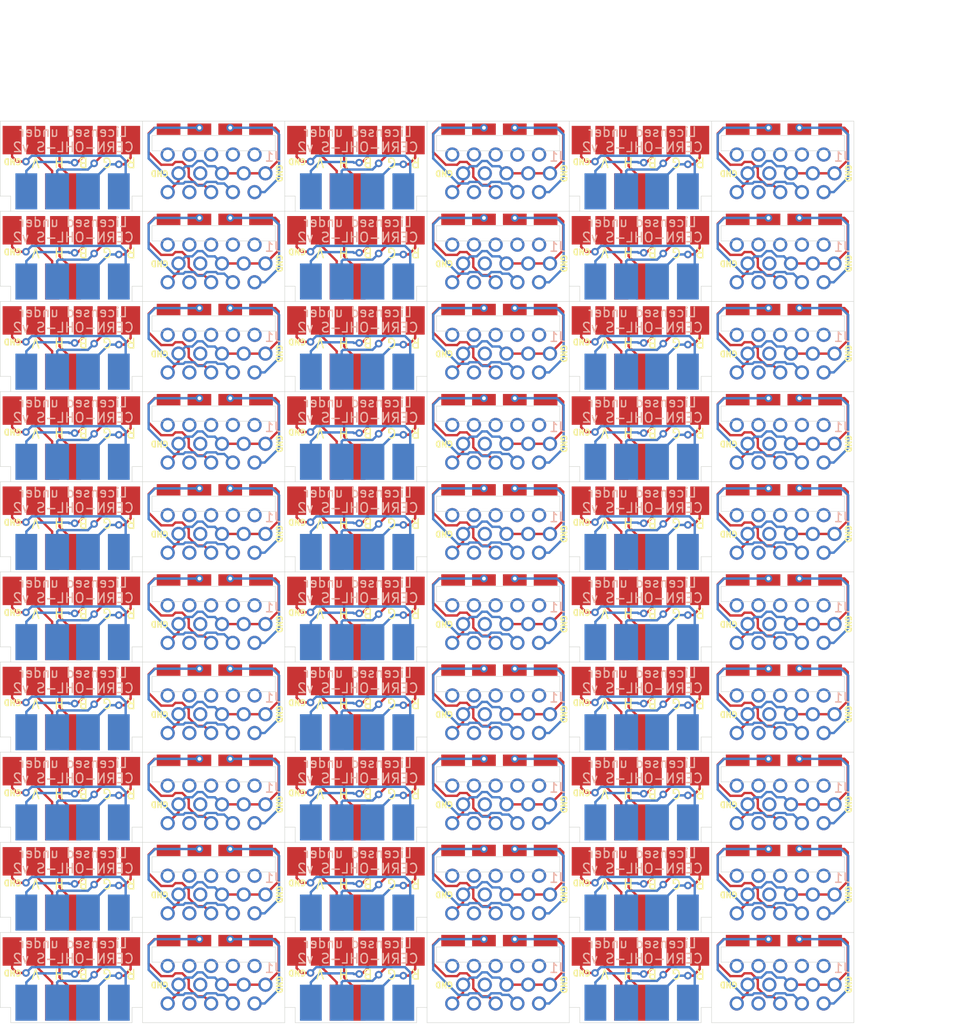
<source format=kicad_pcb>
(kicad_pcb (version 20171130) (host pcbnew "(5.1.0)-1")
  (title_block (title "VGA Panel Breakout") (date 2020-06-27) (company Tinkerplunk) (comment 1 "Copyright Tinkerplunk 2020. Licensed under CERN-OHL-S v2"))
  (layers (0 F.Cu signal) (31 B.Cu signal) (34 B.Paste user) (35 F.Paste user) (36 B.SilkS user) (37 F.SilkS user) (38 B.Mask user) (39 F.Mask user) (44 Edge.Cuts user))
  (net 0 "")
  (net 1 GND)
  (net 2 RED)
  (net 3 GREEN)
  (net 4 BLUE)
  (net 5 "Net-(J1-Pad4)")
  (net 6 "Net-(J1-Pad9)")
  (net 7 "Net-(J1-Pad11)")
  (net 8 "Net-(J1-Pad12)")
  (net 9 HSYNC)
  (net 10 VSYNC)
  (net 11 "Net-(J1-Pad15)")
  (module Measurement_Points:Measurement_Point_Square-SMD-Pad_Small (layer B.Cu) (at 91.575 70.725)
    (fp_text reference REF** hide)
    (fp_text value " " hide)
    (pad 1 smd rect (at 0 0) (size 2.5 3.8) (layers B.Cu B.Mask) (net 3 GREEN))
  )
  (module Measurement_Points:Measurement_Point_Square-SMD-Pad_Small (layer F.Cu) (at 93.34 70.725)
    (fp_text reference REF** hide)
    (fp_text value " " hide)
    (pad 1 smd rect (at 0 0) (size 1.5 3.8) (layers F.Cu F.Mask) (net 9 HSYNC))
  )
  (module Measurement_Points:Measurement_Point_Square-SMD-Pad_Small (layer F.Cu) (at 96.825 65.325)
    (fp_text reference REF** hide)
    (fp_text value " " hide)
    (pad 1 smd rect (at 0 0) (size 2 3) (layers F.Cu F.Mask) (net 3 GREEN))
  )
  (module Measurement_Points:Measurement_Point_Square-SMD-Pad_Small (layer F.Cu) (at 94.325 65.325)
    (fp_text reference REF** hide)
    (fp_text value " " hide)
    (pad 1 smd rect (at 0 0) (size 2 3) (layers F.Cu F.Mask) (net 4 BLUE))
  )
  (module Measurement_Points:Measurement_Point_Square-SMD-Pad_Small (layer B.Cu) (at 124.825 70.725)
    (fp_text reference REF** hide)
    (fp_text value " " hide)
    (pad 1 smd rect (at 0 0) (size 2.5 3.8) (layers B.Cu B.Mask) (net 2 RED))
  )
  (module Tinkerplunk:VGA_STRAIGHT (layer B.Cu) (at 168.075 59.325 180)
    (fp_text reference J1 (at -6.25 1.75) (layer B.SilkS) (effects (justify mirror)))
    (fp_text value " " hide)
    (pad 5 thru_hole circle (at 4.845 -1.98 180) (size 1.5 1.5) (drill 1) (layers *.Cu *.Mask) (net 1 GND))
    (pad 4 thru_hole circle (at 2.555 -1.98 180) (size 1.5 1.5) (drill 1) (layers *.Cu *.Mask) (net 5 "Net-(J1-Pad4)"))
    (pad 3 thru_hole circle (at 0.265 -1.98 180) (size 1.5 1.5) (drill 1) (layers *.Cu *.Mask) (net 4 BLUE))
    (pad 2 thru_hole circle (at -2.025 -1.98 180) (size 1.5 1.5) (drill 1) (layers *.Cu *.Mask) (net 3 GREEN))
    (pad 1 thru_hole circle (at -4.315 -1.98 180) (size 1.5 1.5) (drill 1) (layers *.Cu *.Mask) (net 2 RED))
    (pad 10 thru_hole circle (at 3.7 0 180) (size 1.5 1.5) (drill 1) (layers *.Cu *.Mask) (net 1 GND))
    (pad 9 thru_hole circle (at 1.41 0 180) (size 1.5 1.5) (drill 1) (layers *.Cu *.Mask) (net 6 "Net-(J1-Pad9)"))
    (pad 8 thru_hole circle (at -0.88 0 180) (size 1.5 1.5) (drill 1) (layers *.Cu *.Mask) (net 1 GND))
    (pad 7 thru_hole circle (at -3.17 0 180) (size 1.5 1.5) (drill 1) (layers *.Cu *.Mask) (net 1 GND))
    (pad 15 thru_hole circle (at 4.845 1.98 180) (size 1.5 1.5) (drill 1) (layers *.Cu *.Mask) (net 11 "Net-(J1-Pad15)"))
    (pad 14 thru_hole circle (at 2.555 1.98 180) (size 1.5 1.5) (drill 1) (layers *.Cu *.Mask) (net 10 VSYNC))
    (pad 13 thru_hole circle (at 0.265 1.98 180) (size 1.5 1.5) (drill 1) (layers *.Cu *.Mask) (net 9 HSYNC))
    (pad 12 thru_hole circle (at -2.025 1.98 180) (size 1.5 1.5) (drill 1) (layers *.Cu *.Mask) (net 8 "Net-(J1-Pad12)"))
    (pad 11 thru_hole circle (at -4.315 1.98 180) (size 1.5 1.5) (drill 1) (layers *.Cu *.Mask) (net 7 "Net-(J1-Pad11)"))
    (pad 6 thru_hole circle (at -5.46 0 180) (size 1.5 1.5) (drill 1) (layers *.Cu *.Mask) (net 1 GND))
  )
  (module Measurement_Points:Measurement_Point_Square-SMD-Pad_Small (layer F.Cu) (at 109.825 64.175 90)
    (fp_text reference REF** hide)
    (fp_text value " " hide)
    (pad 1 smd rect (at 0 0 90) (size 1.2 2.5) (layers F.Cu F.Mask) (net 2 RED))
  )
  (module Measurement_Points:Measurement_Point_Square-SMD-Pad_Small (layer F.Cu) (at 173.075 54.675 90)
    (fp_text reference REF** hide)
    (fp_text value " " hide)
    (pad 1 smd rect (at 0 0 90) (size 1.2 2.5) (layers F.Cu F.Mask) (net 1 GND))
  )
  (module Tinkerplunk:VGA_STRAIGHT (layer B.Cu) (at 108.075 68.825 180)
    (fp_text reference J1 (at -6.25 1.75) (layer B.SilkS) (effects (justify mirror)))
    (fp_text value " " hide)
    (pad 6 thru_hole circle (at -5.46 0 180) (size 1.5 1.5) (drill 1) (layers *.Cu *.Mask) (net 1 GND))
    (pad 11 thru_hole circle (at -4.315 1.98 180) (size 1.5 1.5) (drill 1) (layers *.Cu *.Mask) (net 7 "Net-(J1-Pad11)"))
    (pad 12 thru_hole circle (at -2.025 1.98 180) (size 1.5 1.5) (drill 1) (layers *.Cu *.Mask) (net 8 "Net-(J1-Pad12)"))
    (pad 13 thru_hole circle (at 0.265 1.98 180) (size 1.5 1.5) (drill 1) (layers *.Cu *.Mask) (net 9 HSYNC))
    (pad 14 thru_hole circle (at 2.555 1.98 180) (size 1.5 1.5) (drill 1) (layers *.Cu *.Mask) (net 10 VSYNC))
    (pad 15 thru_hole circle (at 4.845 1.98 180) (size 1.5 1.5) (drill 1) (layers *.Cu *.Mask) (net 11 "Net-(J1-Pad15)"))
    (pad 7 thru_hole circle (at -3.17 0 180) (size 1.5 1.5) (drill 1) (layers *.Cu *.Mask) (net 1 GND))
    (pad 8 thru_hole circle (at -0.88 0 180) (size 1.5 1.5) (drill 1) (layers *.Cu *.Mask) (net 1 GND))
    (pad 9 thru_hole circle (at 1.41 0 180) (size 1.5 1.5) (drill 1) (layers *.Cu *.Mask) (net 6 "Net-(J1-Pad9)"))
    (pad 10 thru_hole circle (at 3.7 0 180) (size 1.5 1.5) (drill 1) (layers *.Cu *.Mask) (net 1 GND))
    (pad 1 thru_hole circle (at -4.315 -1.98 180) (size 1.5 1.5) (drill 1) (layers *.Cu *.Mask) (net 2 RED))
    (pad 2 thru_hole circle (at -2.025 -1.98 180) (size 1.5 1.5) (drill 1) (layers *.Cu *.Mask) (net 3 GREEN))
    (pad 3 thru_hole circle (at 0.265 -1.98 180) (size 1.5 1.5) (drill 1) (layers *.Cu *.Mask) (net 4 BLUE))
    (pad 4 thru_hole circle (at 2.555 -1.98 180) (size 1.5 1.5) (drill 1) (layers *.Cu *.Mask) (net 5 "Net-(J1-Pad4)"))
    (pad 5 thru_hole circle (at 4.845 -1.98 180) (size 1.5 1.5) (drill 1) (layers *.Cu *.Mask) (net 1 GND))
  )
  (module Measurement_Points:Measurement_Point_Square-SMD-Pad_Small (layer B.Cu) (at 98.075 70.725)
    (fp_text reference REF** hide)
    (fp_text value " " hide)
    (pad 1 smd rect (at 0 0) (size 2.3 3.8) (layers B.Cu B.Mask) (net 1 GND))
  )
  (module Measurement_Points:Measurement_Point_Square-SMD-Pad_Small (layer B.Cu) (at 88.325 70.725)
    (fp_text reference REF** hide)
    (fp_text value " " hide)
    (pad 1 smd rect (at 0 0) (size 2.3 3.8) (layers B.Cu B.Mask) (net 4 BLUE))
  )
  (module Measurement_Points:Measurement_Point_Square-SMD-Pad_Small (layer F.Cu) (at 99.325 65.325)
    (fp_text reference REF** hide)
    (fp_text value " " hide)
    (pad 1 smd rect (at 0 0) (size 2 3) (layers F.Cu F.Mask) (net 2 RED))
  )
  (module Measurement_Points:Measurement_Point_Square-SMD-Pad_Small (layer B.Cu) (at 94.825 70.725)
    (fp_text reference REF** hide)
    (fp_text value " " hide)
    (pad 1 smd rect (at 0 0) (size 2.5 3.8) (layers B.Cu B.Mask) (net 2 RED))
  )
  (module Measurement_Points:Measurement_Point_Square-SMD-Pad_Small (layer F.Cu) (at 106.575 64.175 90)
    (fp_text reference REF** hide)
    (fp_text value " " hide)
    (pad 1 smd rect (at 0 0 90) (size 1.2 2.5) (layers F.Cu F.Mask) (net 3 GREEN))
  )
  (module Measurement_Points:Measurement_Point_Square-SMD-Pad_Small (layer F.Cu) (at 113.075 64.175 90)
    (fp_text reference REF** hide)
    (fp_text value " " hide)
    (pad 1 smd rect (at 0 0 90) (size 1.2 2.5) (layers F.Cu F.Mask) (net 1 GND))
  )
  (module Measurement_Points:Measurement_Point_Square-SMD-Pad_Small (layer F.Cu) (at 136.575 64.175 90)
    (fp_text reference REF** hide)
    (fp_text value " " hide)
    (pad 1 smd rect (at 0 0 90) (size 1.2 2.5) (layers F.Cu F.Mask) (net 3 GREEN))
  )
  (module Measurement_Points:Measurement_Point_Square-SMD-Pad_Small (layer F.Cu) (at 91.05 70.725)
    (fp_text reference REF** hide)
    (fp_text value " " hide)
    (pad 1 smd rect (at 0 0) (size 1.5 3.8) (layers F.Cu F.Mask) (net 10 VSYNC))
  )
  (module Measurement_Points:Measurement_Point_Square-SMD-Pad_Small (layer F.Cu) (at 133.325 64.175 90)
    (fp_text reference REF** hide)
    (fp_text value " " hide)
    (pad 1 smd rect (at 0 0 90) (size 1.2 2.5) (layers F.Cu F.Mask) (net 4 BLUE))
  )
  (module Measurement_Points:Measurement_Point_Square-SMD-Pad_Small (layer B.Cu) (at 148.325 61.225)
    (fp_text reference REF** hide)
    (fp_text value " " hide)
    (pad 1 smd rect (at 0 0) (size 2.3 3.8) (layers B.Cu B.Mask) (net 4 BLUE))
  )
  (module Measurement_Points:Measurement_Point_Square-SMD-Pad_Small (layer F.Cu) (at 113.075 54.675 90)
    (fp_text reference REF** hide)
    (fp_text value " " hide)
    (pad 1 smd rect (at 0 0 90) (size 1.2 2.5) (layers F.Cu F.Mask) (net 1 GND))
  )
  (module Measurement_Points:Measurement_Point_Square-SMD-Pad_Small (layer F.Cu) (at 169.825 54.675 90)
    (fp_text reference REF** hide)
    (fp_text value " " hide)
    (pad 1 smd rect (at 0 0 90) (size 1.2 2.5) (layers F.Cu F.Mask) (net 2 RED))
  )
  (module Measurement_Points:Measurement_Point_Square-SMD-Pad_Small (layer F.Cu) (at 91.825 65.325)
    (fp_text reference REF** hide)
    (fp_text value " " hide)
    (pad 1 smd rect (at 0 0) (size 2 3) (layers F.Cu F.Mask) (net 9 HSYNC))
  )
  (module Measurement_Points:Measurement_Point_Square-SMD-Pad_Small (layer F.Cu) (at 151.05 61.225)
    (fp_text reference REF** hide)
    (fp_text value " " hide)
    (pad 1 smd rect (at 0 0) (size 1.5 3.8) (layers F.Cu F.Mask) (net 10 VSYNC))
  )
  (module Measurement_Points:Measurement_Point_Square-SMD-Pad_Small (layer F.Cu) (at 149.325 55.825)
    (fp_text reference REF** hide)
    (fp_text value " " hide)
    (pad 1 smd rect (at 0 0) (size 2 3) (layers F.Cu F.Mask) (net 10 VSYNC))
  )
  (module Measurement_Points:Measurement_Point_Square-SMD-Pad_Small (layer F.Cu) (at 151.05 70.725)
    (fp_text reference REF** hide)
    (fp_text value " " hide)
    (pad 1 smd rect (at 0 0) (size 1.5 3.8) (layers F.Cu F.Mask) (net 10 VSYNC))
  )
  (module Measurement_Points:Measurement_Point_Square-SMD-Pad_Small (layer B.Cu) (at 158.075 61.225)
    (fp_text reference REF** hide)
    (fp_text value " " hide)
    (pad 1 smd rect (at 0 0) (size 2.3 3.8) (layers B.Cu B.Mask) (net 1 GND))
  )
  (module Measurement_Points:Measurement_Point_Square-SMD-Pad_Small (layer F.Cu) (at 156.825 55.825)
    (fp_text reference REF** hide)
    (fp_text value " " hide)
    (pad 1 smd rect (at 0 0) (size 2 3) (layers F.Cu F.Mask) (net 3 GREEN))
  )
  (module Measurement_Points:Measurement_Point_Square-SMD-Pad_Small (layer B.Cu) (at 151.575 61.225)
    (fp_text reference REF** hide)
    (fp_text value " " hide)
    (pad 1 smd rect (at 0 0) (size 2.5 3.8) (layers B.Cu B.Mask) (net 3 GREEN))
  )
  (module Measurement_Points:Measurement_Point_Square-SMD-Pad_Small (layer F.Cu) (at 156.825 65.325)
    (fp_text reference REF** hide)
    (fp_text value " " hide)
    (pad 1 smd rect (at 0 0) (size 2 3) (layers F.Cu F.Mask) (net 3 GREEN))
  )
  (module Measurement_Points:Measurement_Point_Square-SMD-Pad_Small (layer F.Cu) (at 89.325 55.825)
    (fp_text reference REF** hide)
    (fp_text value " " hide)
    (pad 1 smd rect (at 0 0) (size 2 3) (layers F.Cu F.Mask) (net 10 VSYNC))
  )
  (module Measurement_Points:Measurement_Point_Square-SMD-Pad_Small (layer F.Cu) (at 89.325 65.325)
    (fp_text reference REF** hide)
    (fp_text value " " hide)
    (pad 1 smd rect (at 0 0) (size 2 3) (layers F.Cu F.Mask) (net 10 VSYNC))
  )
  (module Measurement_Points:Measurement_Point_Square-SMD-Pad_Small (layer F.Cu) (at 109.825 54.675 90)
    (fp_text reference REF** hide)
    (fp_text value " " hide)
    (pad 1 smd rect (at 0 0 90) (size 1.2 2.5) (layers F.Cu F.Mask) (net 2 RED))
  )
  (module Measurement_Points:Measurement_Point_Square-SMD-Pad_Small (layer F.Cu) (at 146.825 55.825)
    (fp_text reference REF** hide)
    (fp_text value " " hide)
    (pad 1 smd rect (at 0 0) (size 2 3) (layers F.Cu F.Mask) (net 1 GND))
  )
  (module Measurement_Points:Measurement_Point_Square-SMD-Pad_Small (layer F.Cu) (at 91.05 61.225)
    (fp_text reference REF** hide)
    (fp_text value " " hide)
    (pad 1 smd rect (at 0 0) (size 1.5 3.8) (layers F.Cu F.Mask) (net 10 VSYNC))
  )
  (module Measurement_Points:Measurement_Point_Square-SMD-Pad_Small (layer F.Cu) (at 93.34 61.225)
    (fp_text reference REF** hide)
    (fp_text value " " hide)
    (pad 1 smd rect (at 0 0) (size 1.5 3.8) (layers F.Cu F.Mask) (net 9 HSYNC))
  )
  (module Measurement_Points:Measurement_Point_Square-SMD-Pad_Small (layer F.Cu) (at 91.825 55.825)
    (fp_text reference REF** hide)
    (fp_text value " " hide)
    (pad 1 smd rect (at 0 0) (size 2 3) (layers F.Cu F.Mask) (net 9 HSYNC))
  )
  (module Measurement_Points:Measurement_Point_Square-SMD-Pad_Small (layer F.Cu) (at 86.825 55.825)
    (fp_text reference REF** hide)
    (fp_text value " " hide)
    (pad 1 smd rect (at 0 0) (size 2 3) (layers F.Cu F.Mask) (net 1 GND))
  )
  (module Measurement_Points:Measurement_Point_Square-SMD-Pad_Small (layer F.Cu) (at 166.575 54.675 90)
    (fp_text reference REF** hide)
    (fp_text value " " hide)
    (pad 1 smd rect (at 0 0 90) (size 1.2 2.5) (layers F.Cu F.Mask) (net 3 GREEN))
  )
  (module Measurement_Points:Measurement_Point_Square-SMD-Pad_Small (layer F.Cu) (at 94.325 55.825)
    (fp_text reference REF** hide)
    (fp_text value " " hide)
    (pad 1 smd rect (at 0 0) (size 2 3) (layers F.Cu F.Mask) (net 4 BLUE))
  )
  (module Measurement_Points:Measurement_Point_Square-SMD-Pad_Small (layer F.Cu) (at 153.34 61.225)
    (fp_text reference REF** hide)
    (fp_text value " " hide)
    (pad 1 smd rect (at 0 0) (size 1.5 3.8) (layers F.Cu F.Mask) (net 9 HSYNC))
  )
  (module Measurement_Points:Measurement_Point_Square-SMD-Pad_Small (layer F.Cu) (at 154.325 55.825)
    (fp_text reference REF** hide)
    (fp_text value " " hide)
    (pad 1 smd rect (at 0 0) (size 2 3) (layers F.Cu F.Mask) (net 4 BLUE))
  )
  (module Measurement_Points:Measurement_Point_Square-SMD-Pad_Small (layer F.Cu) (at 159.325 55.825)
    (fp_text reference REF** hide)
    (fp_text value " " hide)
    (pad 1 smd rect (at 0 0) (size 2 3) (layers F.Cu F.Mask) (net 2 RED))
  )
  (module Measurement_Points:Measurement_Point_Square-SMD-Pad_Small (layer F.Cu) (at 151.825 55.825)
    (fp_text reference REF** hide)
    (fp_text value " " hide)
    (pad 1 smd rect (at 0 0) (size 2 3) (layers F.Cu F.Mask) (net 9 HSYNC))
  )
  (module Measurement_Points:Measurement_Point_Square-SMD-Pad_Small (layer F.Cu) (at 121.05 61.225)
    (fp_text reference REF** hide)
    (fp_text value " " hide)
    (pad 1 smd rect (at 0 0) (size 1.5 3.8) (layers F.Cu F.Mask) (net 10 VSYNC))
  )
  (module Measurement_Points:Measurement_Point_Square-SMD-Pad_Small (layer B.Cu) (at 98.075 61.225)
    (fp_text reference REF** hide)
    (fp_text value " " hide)
    (pad 1 smd rect (at 0 0) (size 2.3 3.8) (layers B.Cu B.Mask) (net 1 GND))
  )
  (module Measurement_Points:Measurement_Point_Square-SMD-Pad_Small (layer F.Cu) (at 116.825 55.825)
    (fp_text reference REF** hide)
    (fp_text value " " hide)
    (pad 1 smd rect (at 0 0) (size 2 3) (layers F.Cu F.Mask) (net 1 GND))
  )
  (module Measurement_Points:Measurement_Point_Square-SMD-Pad_Small (layer F.Cu) (at 163.325 54.675 90)
    (fp_text reference REF** hide)
    (fp_text value " " hide)
    (pad 1 smd rect (at 0 0 90) (size 1.2 2.5) (layers F.Cu F.Mask) (net 4 BLUE))
  )
  (module Measurement_Points:Measurement_Point_Square-SMD-Pad_Small (layer F.Cu) (at 86.825 65.325)
    (fp_text reference REF** hide)
    (fp_text value " " hide)
    (pad 1 smd rect (at 0 0) (size 2 3) (layers F.Cu F.Mask) (net 1 GND))
  )
  (module Measurement_Points:Measurement_Point_Square-SMD-Pad_Small (layer F.Cu) (at 146.825 65.325)
    (fp_text reference REF** hide)
    (fp_text value " " hide)
    (pad 1 smd rect (at 0 0) (size 2 3) (layers F.Cu F.Mask) (net 1 GND))
  )
  (module Measurement_Points:Measurement_Point_Square-SMD-Pad_Small (layer F.Cu) (at 103.325 54.675 90)
    (fp_text reference REF** hide)
    (fp_text value " " hide)
    (pad 1 smd rect (at 0 0 90) (size 1.2 2.5) (layers F.Cu F.Mask) (net 4 BLUE))
  )
  (module Measurement_Points:Measurement_Point_Square-SMD-Pad_Small (layer F.Cu) (at 96.825 55.825)
    (fp_text reference REF** hide)
    (fp_text value " " hide)
    (pad 1 smd rect (at 0 0) (size 2 3) (layers F.Cu F.Mask) (net 3 GREEN))
  )
  (module Tinkerplunk:VGA_STRAIGHT (layer B.Cu) (at 108.075 59.325 180)
    (fp_text reference J1 (at -6.25 1.75) (layer B.SilkS) (effects (justify mirror)))
    (fp_text value " " hide)
    (pad 5 thru_hole circle (at 4.845 -1.98 180) (size 1.5 1.5) (drill 1) (layers *.Cu *.Mask) (net 1 GND))
    (pad 4 thru_hole circle (at 2.555 -1.98 180) (size 1.5 1.5) (drill 1) (layers *.Cu *.Mask) (net 5 "Net-(J1-Pad4)"))
    (pad 3 thru_hole circle (at 0.265 -1.98 180) (size 1.5 1.5) (drill 1) (layers *.Cu *.Mask) (net 4 BLUE))
    (pad 2 thru_hole circle (at -2.025 -1.98 180) (size 1.5 1.5) (drill 1) (layers *.Cu *.Mask) (net 3 GREEN))
    (pad 1 thru_hole circle (at -4.315 -1.98 180) (size 1.5 1.5) (drill 1) (layers *.Cu *.Mask) (net 2 RED))
    (pad 10 thru_hole circle (at 3.7 0 180) (size 1.5 1.5) (drill 1) (layers *.Cu *.Mask) (net 1 GND))
    (pad 9 thru_hole circle (at 1.41 0 180) (size 1.5 1.5) (drill 1) (layers *.Cu *.Mask) (net 6 "Net-(J1-Pad9)"))
    (pad 8 thru_hole circle (at -0.88 0 180) (size 1.5 1.5) (drill 1) (layers *.Cu *.Mask) (net 1 GND))
    (pad 7 thru_hole circle (at -3.17 0 180) (size 1.5 1.5) (drill 1) (layers *.Cu *.Mask) (net 1 GND))
    (pad 15 thru_hole circle (at 4.845 1.98 180) (size 1.5 1.5) (drill 1) (layers *.Cu *.Mask) (net 11 "Net-(J1-Pad15)"))
    (pad 14 thru_hole circle (at 2.555 1.98 180) (size 1.5 1.5) (drill 1) (layers *.Cu *.Mask) (net 10 VSYNC))
    (pad 13 thru_hole circle (at 0.265 1.98 180) (size 1.5 1.5) (drill 1) (layers *.Cu *.Mask) (net 9 HSYNC))
    (pad 12 thru_hole circle (at -2.025 1.98 180) (size 1.5 1.5) (drill 1) (layers *.Cu *.Mask) (net 8 "Net-(J1-Pad12)"))
    (pad 11 thru_hole circle (at -4.315 1.98 180) (size 1.5 1.5) (drill 1) (layers *.Cu *.Mask) (net 7 "Net-(J1-Pad11)"))
    (pad 6 thru_hole circle (at -5.46 0 180) (size 1.5 1.5) (drill 1) (layers *.Cu *.Mask) (net 1 GND))
  )
  (module Measurement_Points:Measurement_Point_Square-SMD-Pad_Small (layer F.Cu) (at 169.825 64.175 90)
    (fp_text reference REF** hide)
    (fp_text value " " hide)
    (pad 1 smd rect (at 0 0 90) (size 1.2 2.5) (layers F.Cu F.Mask) (net 2 RED))
  )
  (module Measurement_Points:Measurement_Point_Square-SMD-Pad_Small (layer B.Cu) (at 88.325 61.225)
    (fp_text reference REF** hide)
    (fp_text value " " hide)
    (pad 1 smd rect (at 0 0) (size 2.3 3.8) (layers B.Cu B.Mask) (net 4 BLUE))
  )
  (module Measurement_Points:Measurement_Point_Square-SMD-Pad_Small (layer F.Cu) (at 99.325 55.825)
    (fp_text reference REF** hide)
    (fp_text value " " hide)
    (pad 1 smd rect (at 0 0) (size 2 3) (layers F.Cu F.Mask) (net 2 RED))
  )
  (module Measurement_Points:Measurement_Point_Square-SMD-Pad_Small (layer B.Cu) (at 154.825 61.225)
    (fp_text reference REF** hide)
    (fp_text value " " hide)
    (pad 1 smd rect (at 0 0) (size 2.5 3.8) (layers B.Cu B.Mask) (net 2 RED))
  )
  (module Measurement_Points:Measurement_Point_Square-SMD-Pad_Small (layer F.Cu) (at 154.325 65.325)
    (fp_text reference REF** hide)
    (fp_text value " " hide)
    (pad 1 smd rect (at 0 0) (size 2 3) (layers F.Cu F.Mask) (net 4 BLUE))
  )
  (module Measurement_Points:Measurement_Point_Square-SMD-Pad_Small (layer B.Cu) (at 151.575 70.725)
    (fp_text reference REF** hide)
    (fp_text value " " hide)
    (pad 1 smd rect (at 0 0) (size 2.5 3.8) (layers B.Cu B.Mask) (net 3 GREEN))
  )
  (module Measurement_Points:Measurement_Point_Square-SMD-Pad_Small (layer B.Cu) (at 121.575 61.225)
    (fp_text reference REF** hide)
    (fp_text value " " hide)
    (pad 1 smd rect (at 0 0) (size 2.5 3.8) (layers B.Cu B.Mask) (net 3 GREEN))
  )
  (module Measurement_Points:Measurement_Point_Square-SMD-Pad_Small (layer F.Cu) (at 151.825 65.325)
    (fp_text reference REF** hide)
    (fp_text value " " hide)
    (pad 1 smd rect (at 0 0) (size 2 3) (layers F.Cu F.Mask) (net 9 HSYNC))
  )
  (module Measurement_Points:Measurement_Point_Square-SMD-Pad_Small (layer F.Cu) (at 153.34 70.725)
    (fp_text reference REF** hide)
    (fp_text value " " hide)
    (pad 1 smd rect (at 0 0) (size 1.5 3.8) (layers F.Cu F.Mask) (net 9 HSYNC))
  )
  (module Measurement_Points:Measurement_Point_Square-SMD-Pad_Small (layer F.Cu) (at 159.325 65.325)
    (fp_text reference REF** hide)
    (fp_text value " " hide)
    (pad 1 smd rect (at 0 0) (size 2 3) (layers F.Cu F.Mask) (net 2 RED))
  )
  (module Measurement_Points:Measurement_Point_Square-SMD-Pad_Small (layer F.Cu) (at 139.825 54.675 90)
    (fp_text reference REF** hide)
    (fp_text value " " hide)
    (pad 1 smd rect (at 0 0 90) (size 1.2 2.5) (layers F.Cu F.Mask) (net 2 RED))
  )
  (module Measurement_Points:Measurement_Point_Square-SMD-Pad_Small (layer F.Cu) (at 119.325 65.325)
    (fp_text reference REF** hide)
    (fp_text value " " hide)
    (pad 1 smd rect (at 0 0) (size 2 3) (layers F.Cu F.Mask) (net 10 VSYNC))
  )
  (module Measurement_Points:Measurement_Point_Square-SMD-Pad_Small (layer B.Cu) (at 158.075 70.725)
    (fp_text reference REF** hide)
    (fp_text value " " hide)
    (pad 1 smd rect (at 0 0) (size 2.3 3.8) (layers B.Cu B.Mask) (net 1 GND))
  )
  (module Measurement_Points:Measurement_Point_Square-SMD-Pad_Small (layer F.Cu) (at 163.325 64.175 90)
    (fp_text reference REF** hide)
    (fp_text value " " hide)
    (pad 1 smd rect (at 0 0 90) (size 1.2 2.5) (layers F.Cu F.Mask) (net 4 BLUE))
  )
  (module Measurement_Points:Measurement_Point_Square-SMD-Pad_Small (layer B.Cu) (at 118.325 61.225)
    (fp_text reference REF** hide)
    (fp_text value " " hide)
    (pad 1 smd rect (at 0 0) (size 2.3 3.8) (layers B.Cu B.Mask) (net 4 BLUE))
  )
  (module Measurement_Points:Measurement_Point_Square-SMD-Pad_Small (layer B.Cu) (at 128.075 61.225)
    (fp_text reference REF** hide)
    (fp_text value " " hide)
    (pad 1 smd rect (at 0 0) (size 2.3 3.8) (layers B.Cu B.Mask) (net 1 GND))
  )
  (module Measurement_Points:Measurement_Point_Square-SMD-Pad_Small (layer F.Cu) (at 143.075 54.675 90)
    (fp_text reference REF** hide)
    (fp_text value " " hide)
    (pad 1 smd rect (at 0 0 90) (size 1.2 2.5) (layers F.Cu F.Mask) (net 1 GND))
  )
  (module Measurement_Points:Measurement_Point_Square-SMD-Pad_Small (layer F.Cu) (at 116.825 65.325)
    (fp_text reference REF** hide)
    (fp_text value " " hide)
    (pad 1 smd rect (at 0 0) (size 2 3) (layers F.Cu F.Mask) (net 1 GND))
  )
  (module Measurement_Points:Measurement_Point_Square-SMD-Pad_Small (layer F.Cu) (at 103.325 64.175 90)
    (fp_text reference REF** hide)
    (fp_text value " " hide)
    (pad 1 smd rect (at 0 0 90) (size 1.2 2.5) (layers F.Cu F.Mask) (net 4 BLUE))
  )
  (module Measurement_Points:Measurement_Point_Square-SMD-Pad_Small (layer F.Cu) (at 124.325 65.325)
    (fp_text reference REF** hide)
    (fp_text value " " hide)
    (pad 1 smd rect (at 0 0) (size 2 3) (layers F.Cu F.Mask) (net 4 BLUE))
  )
  (module Measurement_Points:Measurement_Point_Square-SMD-Pad_Small (layer F.Cu) (at 121.05 70.725)
    (fp_text reference REF** hide)
    (fp_text value " " hide)
    (pad 1 smd rect (at 0 0) (size 1.5 3.8) (layers F.Cu F.Mask) (net 10 VSYNC))
  )
  (module Measurement_Points:Measurement_Point_Square-SMD-Pad_Small (layer F.Cu) (at 121.825 55.825)
    (fp_text reference REF** hide)
    (fp_text value " " hide)
    (pad 1 smd rect (at 0 0) (size 2 3) (layers F.Cu F.Mask) (net 9 HSYNC))
  )
  (module Measurement_Points:Measurement_Point_Square-SMD-Pad_Small (layer B.Cu) (at 118.325 70.725)
    (fp_text reference REF** hide)
    (fp_text value " " hide)
    (pad 1 smd rect (at 0 0) (size 2.3 3.8) (layers B.Cu B.Mask) (net 4 BLUE))
  )
  (module Measurement_Points:Measurement_Point_Square-SMD-Pad_Small (layer F.Cu) (at 124.325 55.825)
    (fp_text reference REF** hide)
    (fp_text value " " hide)
    (pad 1 smd rect (at 0 0) (size 2 3) (layers F.Cu F.Mask) (net 4 BLUE))
  )
  (module Measurement_Points:Measurement_Point_Square-SMD-Pad_Small (layer B.Cu) (at 121.575 70.725)
    (fp_text reference REF** hide)
    (fp_text value " " hide)
    (pad 1 smd rect (at 0 0) (size 2.5 3.8) (layers B.Cu B.Mask) (net 3 GREEN))
  )
  (module Measurement_Points:Measurement_Point_Square-SMD-Pad_Small (layer F.Cu) (at 126.825 55.825)
    (fp_text reference REF** hide)
    (fp_text value " " hide)
    (pad 1 smd rect (at 0 0) (size 2 3) (layers F.Cu F.Mask) (net 3 GREEN))
  )
  (module Measurement_Points:Measurement_Point_Square-SMD-Pad_Small (layer F.Cu) (at 143.075 64.175 90)
    (fp_text reference REF** hide)
    (fp_text value " " hide)
    (pad 1 smd rect (at 0 0 90) (size 1.2 2.5) (layers F.Cu F.Mask) (net 1 GND))
  )
  (module Measurement_Points:Measurement_Point_Square-SMD-Pad_Small (layer F.Cu) (at 129.325 65.325)
    (fp_text reference REF** hide)
    (fp_text value " " hide)
    (pad 1 smd rect (at 0 0) (size 2 3) (layers F.Cu F.Mask) (net 2 RED))
  )
  (module Measurement_Points:Measurement_Point_Square-SMD-Pad_Small (layer B.Cu) (at 154.825 70.725)
    (fp_text reference REF** hide)
    (fp_text value " " hide)
    (pad 1 smd rect (at 0 0) (size 2.5 3.8) (layers B.Cu B.Mask) (net 2 RED))
  )
  (module Measurement_Points:Measurement_Point_Square-SMD-Pad_Small (layer F.Cu) (at 166.575 64.175 90)
    (fp_text reference REF** hide)
    (fp_text value " " hide)
    (pad 1 smd rect (at 0 0 90) (size 1.2 2.5) (layers F.Cu F.Mask) (net 3 GREEN))
  )
  (module Measurement_Points:Measurement_Point_Square-SMD-Pad_Small (layer F.Cu) (at 136.575 54.675 90)
    (fp_text reference REF** hide)
    (fp_text value " " hide)
    (pad 1 smd rect (at 0 0 90) (size 1.2 2.5) (layers F.Cu F.Mask) (net 3 GREEN))
  )
  (module Tinkerplunk:VGA_STRAIGHT (layer B.Cu) (at 168.075 68.825 180)
    (fp_text reference J1 (at -6.25 1.75) (layer B.SilkS) (effects (justify mirror)))
    (fp_text value " " hide)
    (pad 6 thru_hole circle (at -5.46 0 180) (size 1.5 1.5) (drill 1) (layers *.Cu *.Mask) (net 1 GND))
    (pad 11 thru_hole circle (at -4.315 1.98 180) (size 1.5 1.5) (drill 1) (layers *.Cu *.Mask) (net 7 "Net-(J1-Pad11)"))
    (pad 12 thru_hole circle (at -2.025 1.98 180) (size 1.5 1.5) (drill 1) (layers *.Cu *.Mask) (net 8 "Net-(J1-Pad12)"))
    (pad 13 thru_hole circle (at 0.265 1.98 180) (size 1.5 1.5) (drill 1) (layers *.Cu *.Mask) (net 9 HSYNC))
    (pad 14 thru_hole circle (at 2.555 1.98 180) (size 1.5 1.5) (drill 1) (layers *.Cu *.Mask) (net 10 VSYNC))
    (pad 15 thru_hole circle (at 4.845 1.98 180) (size 1.5 1.5) (drill 1) (layers *.Cu *.Mask) (net 11 "Net-(J1-Pad15)"))
    (pad 7 thru_hole circle (at -3.17 0 180) (size 1.5 1.5) (drill 1) (layers *.Cu *.Mask) (net 1 GND))
    (pad 8 thru_hole circle (at -0.88 0 180) (size 1.5 1.5) (drill 1) (layers *.Cu *.Mask) (net 1 GND))
    (pad 9 thru_hole circle (at 1.41 0 180) (size 1.5 1.5) (drill 1) (layers *.Cu *.Mask) (net 6 "Net-(J1-Pad9)"))
    (pad 10 thru_hole circle (at 3.7 0 180) (size 1.5 1.5) (drill 1) (layers *.Cu *.Mask) (net 1 GND))
    (pad 1 thru_hole circle (at -4.315 -1.98 180) (size 1.5 1.5) (drill 1) (layers *.Cu *.Mask) (net 2 RED))
    (pad 2 thru_hole circle (at -2.025 -1.98 180) (size 1.5 1.5) (drill 1) (layers *.Cu *.Mask) (net 3 GREEN))
    (pad 3 thru_hole circle (at 0.265 -1.98 180) (size 1.5 1.5) (drill 1) (layers *.Cu *.Mask) (net 4 BLUE))
    (pad 4 thru_hole circle (at 2.555 -1.98 180) (size 1.5 1.5) (drill 1) (layers *.Cu *.Mask) (net 5 "Net-(J1-Pad4)"))
    (pad 5 thru_hole circle (at 4.845 -1.98 180) (size 1.5 1.5) (drill 1) (layers *.Cu *.Mask) (net 1 GND))
  )
  (module Measurement_Points:Measurement_Point_Square-SMD-Pad_Small (layer F.Cu) (at 133.325 54.675 90)
    (fp_text reference REF** hide)
    (fp_text value " " hide)
    (pad 1 smd rect (at 0 0 90) (size 1.2 2.5) (layers F.Cu F.Mask) (net 4 BLUE))
  )
  (module Measurement_Points:Measurement_Point_Square-SMD-Pad_Small (layer F.Cu) (at 129.325 55.825)
    (fp_text reference REF** hide)
    (fp_text value " " hide)
    (pad 1 smd rect (at 0 0) (size 2 3) (layers F.Cu F.Mask) (net 2 RED))
  )
  (module Tinkerplunk:VGA_STRAIGHT (layer B.Cu) (at 138.075 68.825 180)
    (fp_text reference J1 (at -6.25 1.75) (layer B.SilkS) (effects (justify mirror)))
    (fp_text value " " hide)
    (pad 5 thru_hole circle (at 4.845 -1.98 180) (size 1.5 1.5) (drill 1) (layers *.Cu *.Mask) (net 1 GND))
    (pad 4 thru_hole circle (at 2.555 -1.98 180) (size 1.5 1.5) (drill 1) (layers *.Cu *.Mask) (net 5 "Net-(J1-Pad4)"))
    (pad 3 thru_hole circle (at 0.265 -1.98 180) (size 1.5 1.5) (drill 1) (layers *.Cu *.Mask) (net 4 BLUE))
    (pad 2 thru_hole circle (at -2.025 -1.98 180) (size 1.5 1.5) (drill 1) (layers *.Cu *.Mask) (net 3 GREEN))
    (pad 1 thru_hole circle (at -4.315 -1.98 180) (size 1.5 1.5) (drill 1) (layers *.Cu *.Mask) (net 2 RED))
    (pad 10 thru_hole circle (at 3.7 0 180) (size 1.5 1.5) (drill 1) (layers *.Cu *.Mask) (net 1 GND))
    (pad 9 thru_hole circle (at 1.41 0 180) (size 1.5 1.5) (drill 1) (layers *.Cu *.Mask) (net 6 "Net-(J1-Pad9)"))
    (pad 8 thru_hole circle (at -0.88 0 180) (size 1.5 1.5) (drill 1) (layers *.Cu *.Mask) (net 1 GND))
    (pad 7 thru_hole circle (at -3.17 0 180) (size 1.5 1.5) (drill 1) (layers *.Cu *.Mask) (net 1 GND))
    (pad 15 thru_hole circle (at 4.845 1.98 180) (size 1.5 1.5) (drill 1) (layers *.Cu *.Mask) (net 11 "Net-(J1-Pad15)"))
    (pad 14 thru_hole circle (at 2.555 1.98 180) (size 1.5 1.5) (drill 1) (layers *.Cu *.Mask) (net 10 VSYNC))
    (pad 13 thru_hole circle (at 0.265 1.98 180) (size 1.5 1.5) (drill 1) (layers *.Cu *.Mask) (net 9 HSYNC))
    (pad 12 thru_hole circle (at -2.025 1.98 180) (size 1.5 1.5) (drill 1) (layers *.Cu *.Mask) (net 8 "Net-(J1-Pad12)"))
    (pad 11 thru_hole circle (at -4.315 1.98 180) (size 1.5 1.5) (drill 1) (layers *.Cu *.Mask) (net 7 "Net-(J1-Pad11)"))
    (pad 6 thru_hole circle (at -5.46 0 180) (size 1.5 1.5) (drill 1) (layers *.Cu *.Mask) (net 1 GND))
  )
  (module Measurement_Points:Measurement_Point_Square-SMD-Pad_Small (layer F.Cu) (at 119.325 55.825)
    (fp_text reference REF** hide)
    (fp_text value " " hide)
    (pad 1 smd rect (at 0 0) (size 2 3) (layers F.Cu F.Mask) (net 10 VSYNC))
  )
  (module Measurement_Points:Measurement_Point_Square-SMD-Pad_Small (layer B.Cu) (at 94.825 61.225)
    (fp_text reference REF** hide)
    (fp_text value " " hide)
    (pad 1 smd rect (at 0 0) (size 2.5 3.8) (layers B.Cu B.Mask) (net 2 RED))
  )
  (module Measurement_Points:Measurement_Point_Square-SMD-Pad_Small (layer F.Cu) (at 139.825 64.175 90)
    (fp_text reference REF** hide)
    (fp_text value " " hide)
    (pad 1 smd rect (at 0 0 90) (size 1.2 2.5) (layers F.Cu F.Mask) (net 2 RED))
  )
  (module Measurement_Points:Measurement_Point_Square-SMD-Pad_Small (layer B.Cu) (at 148.325 70.725)
    (fp_text reference REF** hide)
    (fp_text value " " hide)
    (pad 1 smd rect (at 0 0) (size 2.3 3.8) (layers B.Cu B.Mask) (net 4 BLUE))
  )
  (module Measurement_Points:Measurement_Point_Square-SMD-Pad_Small (layer F.Cu) (at 106.575 54.675 90)
    (fp_text reference REF** hide)
    (fp_text value " " hide)
    (pad 1 smd rect (at 0 0 90) (size 1.2 2.5) (layers F.Cu F.Mask) (net 3 GREEN))
  )
  (module Measurement_Points:Measurement_Point_Square-SMD-Pad_Small (layer B.Cu) (at 124.825 61.225)
    (fp_text reference REF** hide)
    (fp_text value " " hide)
    (pad 1 smd rect (at 0 0) (size 2.5 3.8) (layers B.Cu B.Mask) (net 2 RED))
  )
  (module Measurement_Points:Measurement_Point_Square-SMD-Pad_Small (layer B.Cu) (at 128.075 70.725)
    (fp_text reference REF** hide)
    (fp_text value " " hide)
    (pad 1 smd rect (at 0 0) (size 2.3 3.8) (layers B.Cu B.Mask) (net 1 GND))
  )
  (module Measurement_Points:Measurement_Point_Square-SMD-Pad_Small (layer F.Cu) (at 123.34 61.225)
    (fp_text reference REF** hide)
    (fp_text value " " hide)
    (pad 1 smd rect (at 0 0) (size 1.5 3.8) (layers F.Cu F.Mask) (net 9 HSYNC))
  )
  (module Tinkerplunk:VGA_STRAIGHT (layer B.Cu) (at 138.075 59.325 180)
    (fp_text reference J1 (at -6.25 1.75) (layer B.SilkS) (effects (justify mirror)))
    (fp_text value " " hide)
    (pad 6 thru_hole circle (at -5.46 0 180) (size 1.5 1.5) (drill 1) (layers *.Cu *.Mask) (net 1 GND))
    (pad 11 thru_hole circle (at -4.315 1.98 180) (size 1.5 1.5) (drill 1) (layers *.Cu *.Mask) (net 7 "Net-(J1-Pad11)"))
    (pad 12 thru_hole circle (at -2.025 1.98 180) (size 1.5 1.5) (drill 1) (layers *.Cu *.Mask) (net 8 "Net-(J1-Pad12)"))
    (pad 13 thru_hole circle (at 0.265 1.98 180) (size 1.5 1.5) (drill 1) (layers *.Cu *.Mask) (net 9 HSYNC))
    (pad 14 thru_hole circle (at 2.555 1.98 180) (size 1.5 1.5) (drill 1) (layers *.Cu *.Mask) (net 10 VSYNC))
    (pad 15 thru_hole circle (at 4.845 1.98 180) (size 1.5 1.5) (drill 1) (layers *.Cu *.Mask) (net 11 "Net-(J1-Pad15)"))
    (pad 7 thru_hole circle (at -3.17 0 180) (size 1.5 1.5) (drill 1) (layers *.Cu *.Mask) (net 1 GND))
    (pad 8 thru_hole circle (at -0.88 0 180) (size 1.5 1.5) (drill 1) (layers *.Cu *.Mask) (net 1 GND))
    (pad 9 thru_hole circle (at 1.41 0 180) (size 1.5 1.5) (drill 1) (layers *.Cu *.Mask) (net 6 "Net-(J1-Pad9)"))
    (pad 10 thru_hole circle (at 3.7 0 180) (size 1.5 1.5) (drill 1) (layers *.Cu *.Mask) (net 1 GND))
    (pad 1 thru_hole circle (at -4.315 -1.98 180) (size 1.5 1.5) (drill 1) (layers *.Cu *.Mask) (net 2 RED))
    (pad 2 thru_hole circle (at -2.025 -1.98 180) (size 1.5 1.5) (drill 1) (layers *.Cu *.Mask) (net 3 GREEN))
    (pad 3 thru_hole circle (at 0.265 -1.98 180) (size 1.5 1.5) (drill 1) (layers *.Cu *.Mask) (net 4 BLUE))
    (pad 4 thru_hole circle (at 2.555 -1.98 180) (size 1.5 1.5) (drill 1) (layers *.Cu *.Mask) (net 5 "Net-(J1-Pad4)"))
    (pad 5 thru_hole circle (at 4.845 -1.98 180) (size 1.5 1.5) (drill 1) (layers *.Cu *.Mask) (net 1 GND))
  )
  (module Measurement_Points:Measurement_Point_Square-SMD-Pad_Small (layer F.Cu) (at 149.325 65.325)
    (fp_text reference REF** hide)
    (fp_text value " " hide)
    (pad 1 smd rect (at 0 0) (size 2 3) (layers F.Cu F.Mask) (net 10 VSYNC))
  )
  (module Measurement_Points:Measurement_Point_Square-SMD-Pad_Small (layer F.Cu) (at 173.075 64.175 90)
    (fp_text reference REF** hide)
    (fp_text value " " hide)
    (pad 1 smd rect (at 0 0 90) (size 1.2 2.5) (layers F.Cu F.Mask) (net 1 GND))
  )
  (module Measurement_Points:Measurement_Point_Square-SMD-Pad_Small (layer B.Cu) (at 91.575 61.225)
    (fp_text reference REF** hide)
    (fp_text value " " hide)
    (pad 1 smd rect (at 0 0) (size 2.5 3.8) (layers B.Cu B.Mask) (net 3 GREEN))
  )
  (module Measurement_Points:Measurement_Point_Square-SMD-Pad_Small (layer F.Cu) (at 121.825 65.325)
    (fp_text reference REF** hide)
    (fp_text value " " hide)
    (pad 1 smd rect (at 0 0) (size 2 3) (layers F.Cu F.Mask) (net 9 HSYNC))
  )
  (module Measurement_Points:Measurement_Point_Square-SMD-Pad_Small (layer F.Cu) (at 126.825 65.325)
    (fp_text reference REF** hide)
    (fp_text value " " hide)
    (pad 1 smd rect (at 0 0) (size 2 3) (layers F.Cu F.Mask) (net 3 GREEN))
  )
  (module Measurement_Points:Measurement_Point_Square-SMD-Pad_Small (layer F.Cu) (at 123.34 70.725)
    (fp_text reference REF** hide)
    (fp_text value " " hide)
    (pad 1 smd rect (at 0 0) (size 1.5 3.8) (layers F.Cu F.Mask) (net 9 HSYNC))
  )
  (module Measurement_Points:Measurement_Point_Square-SMD-Pad_Small (layer F.Cu) (at 96.825 84.325)
    (fp_text reference REF** hide)
    (fp_text value " " hide)
    (pad 1 smd rect (at 0 0) (size 2 3) (layers F.Cu F.Mask) (net 3 GREEN))
  )
  (module Measurement_Points:Measurement_Point_Square-SMD-Pad_Small (layer F.Cu) (at 136.575 83.175 90)
    (fp_text reference REF** hide)
    (fp_text value " " hide)
    (pad 1 smd rect (at 0 0 90) (size 1.2 2.5) (layers F.Cu F.Mask) (net 3 GREEN))
  )
  (module Measurement_Points:Measurement_Point_Square-SMD-Pad_Small (layer B.Cu) (at 124.825 89.725)
    (fp_text reference REF** hide)
    (fp_text value " " hide)
    (pad 1 smd rect (at 0 0) (size 2.5 3.8) (layers B.Cu B.Mask) (net 2 RED))
  )
  (module Measurement_Points:Measurement_Point_Square-SMD-Pad_Small (layer B.Cu) (at 91.575 89.725)
    (fp_text reference REF** hide)
    (fp_text value " " hide)
    (pad 1 smd rect (at 0 0) (size 2.5 3.8) (layers B.Cu B.Mask) (net 3 GREEN))
  )
  (module Measurement_Points:Measurement_Point_Square-SMD-Pad_Small (layer F.Cu) (at 106.575 83.175 90)
    (fp_text reference REF** hide)
    (fp_text value " " hide)
    (pad 1 smd rect (at 0 0 90) (size 1.2 2.5) (layers F.Cu F.Mask) (net 3 GREEN))
  )
  (module Measurement_Points:Measurement_Point_Square-SMD-Pad_Small (layer B.Cu) (at 94.825 89.725)
    (fp_text reference REF** hide)
    (fp_text value " " hide)
    (pad 1 smd rect (at 0 0) (size 2.5 3.8) (layers B.Cu B.Mask) (net 2 RED))
  )
  (module Measurement_Points:Measurement_Point_Square-SMD-Pad_Small (layer F.Cu) (at 91.05 89.725)
    (fp_text reference REF** hide)
    (fp_text value " " hide)
    (pad 1 smd rect (at 0 0) (size 1.5 3.8) (layers F.Cu F.Mask) (net 10 VSYNC))
  )
  (module Measurement_Points:Measurement_Point_Square-SMD-Pad_Small (layer B.Cu) (at 98.075 89.725)
    (fp_text reference REF** hide)
    (fp_text value " " hide)
    (pad 1 smd rect (at 0 0) (size 2.3 3.8) (layers B.Cu B.Mask) (net 1 GND))
  )
  (module Measurement_Points:Measurement_Point_Square-SMD-Pad_Small (layer F.Cu) (at 133.325 83.175 90)
    (fp_text reference REF** hide)
    (fp_text value " " hide)
    (pad 1 smd rect (at 0 0 90) (size 1.2 2.5) (layers F.Cu F.Mask) (net 4 BLUE))
  )
  (module Measurement_Points:Measurement_Point_Square-SMD-Pad_Small (layer F.Cu) (at 113.075 83.175 90)
    (fp_text reference REF** hide)
    (fp_text value " " hide)
    (pad 1 smd rect (at 0 0 90) (size 1.2 2.5) (layers F.Cu F.Mask) (net 1 GND))
  )
  (module Measurement_Points:Measurement_Point_Square-SMD-Pad_Small (layer F.Cu) (at 93.34 89.725)
    (fp_text reference REF** hide)
    (fp_text value " " hide)
    (pad 1 smd rect (at 0 0) (size 1.5 3.8) (layers F.Cu F.Mask) (net 9 HSYNC))
  )
  (module Measurement_Points:Measurement_Point_Square-SMD-Pad_Small (layer B.Cu) (at 88.325 89.725)
    (fp_text reference REF** hide)
    (fp_text value " " hide)
    (pad 1 smd rect (at 0 0) (size 2.3 3.8) (layers B.Cu B.Mask) (net 4 BLUE))
  )
  (module Measurement_Points:Measurement_Point_Square-SMD-Pad_Small (layer F.Cu) (at 113.075 73.675 90)
    (fp_text reference REF** hide)
    (fp_text value " " hide)
    (pad 1 smd rect (at 0 0 90) (size 1.2 2.5) (layers F.Cu F.Mask) (net 1 GND))
  )
  (module Measurement_Points:Measurement_Point_Square-SMD-Pad_Small (layer F.Cu) (at 169.825 73.675 90)
    (fp_text reference REF** hide)
    (fp_text value " " hide)
    (pad 1 smd rect (at 0 0 90) (size 1.2 2.5) (layers F.Cu F.Mask) (net 2 RED))
  )
  (module Measurement_Points:Measurement_Point_Square-SMD-Pad_Small (layer F.Cu) (at 173.075 73.675 90)
    (fp_text reference REF** hide)
    (fp_text value " " hide)
    (pad 1 smd rect (at 0 0 90) (size 1.2 2.5) (layers F.Cu F.Mask) (net 1 GND))
  )
  (module Measurement_Points:Measurement_Point_Square-SMD-Pad_Small (layer F.Cu) (at 151.05 80.225)
    (fp_text reference REF** hide)
    (fp_text value " " hide)
    (pad 1 smd rect (at 0 0) (size 1.5 3.8) (layers F.Cu F.Mask) (net 10 VSYNC))
  )
  (module Tinkerplunk:VGA_STRAIGHT (layer B.Cu) (at 168.075 78.325 180)
    (fp_text reference J1 (at -6.25 1.75) (layer B.SilkS) (effects (justify mirror)))
    (fp_text value " " hide)
    (pad 6 thru_hole circle (at -5.46 0 180) (size 1.5 1.5) (drill 1) (layers *.Cu *.Mask) (net 1 GND))
    (pad 11 thru_hole circle (at -4.315 1.98 180) (size 1.5 1.5) (drill 1) (layers *.Cu *.Mask) (net 7 "Net-(J1-Pad11)"))
    (pad 12 thru_hole circle (at -2.025 1.98 180) (size 1.5 1.5) (drill 1) (layers *.Cu *.Mask) (net 8 "Net-(J1-Pad12)"))
    (pad 13 thru_hole circle (at 0.265 1.98 180) (size 1.5 1.5) (drill 1) (layers *.Cu *.Mask) (net 9 HSYNC))
    (pad 14 thru_hole circle (at 2.555 1.98 180) (size 1.5 1.5) (drill 1) (layers *.Cu *.Mask) (net 10 VSYNC))
    (pad 15 thru_hole circle (at 4.845 1.98 180) (size 1.5 1.5) (drill 1) (layers *.Cu *.Mask) (net 11 "Net-(J1-Pad15)"))
    (pad 7 thru_hole circle (at -3.17 0 180) (size 1.5 1.5) (drill 1) (layers *.Cu *.Mask) (net 1 GND))
    (pad 8 thru_hole circle (at -0.88 0 180) (size 1.5 1.5) (drill 1) (layers *.Cu *.Mask) (net 1 GND))
    (pad 9 thru_hole circle (at 1.41 0 180) (size 1.5 1.5) (drill 1) (layers *.Cu *.Mask) (net 6 "Net-(J1-Pad9)"))
    (pad 10 thru_hole circle (at 3.7 0 180) (size 1.5 1.5) (drill 1) (layers *.Cu *.Mask) (net 1 GND))
    (pad 1 thru_hole circle (at -4.315 -1.98 180) (size 1.5 1.5) (drill 1) (layers *.Cu *.Mask) (net 2 RED))
    (pad 2 thru_hole circle (at -2.025 -1.98 180) (size 1.5 1.5) (drill 1) (layers *.Cu *.Mask) (net 3 GREEN))
    (pad 3 thru_hole circle (at 0.265 -1.98 180) (size 1.5 1.5) (drill 1) (layers *.Cu *.Mask) (net 4 BLUE))
    (pad 4 thru_hole circle (at 2.555 -1.98 180) (size 1.5 1.5) (drill 1) (layers *.Cu *.Mask) (net 5 "Net-(J1-Pad4)"))
    (pad 5 thru_hole circle (at 4.845 -1.98 180) (size 1.5 1.5) (drill 1) (layers *.Cu *.Mask) (net 1 GND))
  )
  (module Measurement_Points:Measurement_Point_Square-SMD-Pad_Small (layer F.Cu) (at 94.325 84.325)
    (fp_text reference REF** hide)
    (fp_text value " " hide)
    (pad 1 smd rect (at 0 0) (size 2 3) (layers F.Cu F.Mask) (net 4 BLUE))
  )
  (module Measurement_Points:Measurement_Point_Square-SMD-Pad_Small (layer F.Cu) (at 109.825 83.175 90)
    (fp_text reference REF** hide)
    (fp_text value " " hide)
    (pad 1 smd rect (at 0 0 90) (size 1.2 2.5) (layers F.Cu F.Mask) (net 2 RED))
  )
  (module Tinkerplunk:VGA_STRAIGHT (layer B.Cu) (at 108.075 87.825 180)
    (fp_text reference J1 (at -6.25 1.75) (layer B.SilkS) (effects (justify mirror)))
    (fp_text value " " hide)
    (pad 5 thru_hole circle (at 4.845 -1.98 180) (size 1.5 1.5) (drill 1) (layers *.Cu *.Mask) (net 1 GND))
    (pad 4 thru_hole circle (at 2.555 -1.98 180) (size 1.5 1.5) (drill 1) (layers *.Cu *.Mask) (net 5 "Net-(J1-Pad4)"))
    (pad 3 thru_hole circle (at 0.265 -1.98 180) (size 1.5 1.5) (drill 1) (layers *.Cu *.Mask) (net 4 BLUE))
    (pad 2 thru_hole circle (at -2.025 -1.98 180) (size 1.5 1.5) (drill 1) (layers *.Cu *.Mask) (net 3 GREEN))
    (pad 1 thru_hole circle (at -4.315 -1.98 180) (size 1.5 1.5) (drill 1) (layers *.Cu *.Mask) (net 2 RED))
    (pad 10 thru_hole circle (at 3.7 0 180) (size 1.5 1.5) (drill 1) (layers *.Cu *.Mask) (net 1 GND))
    (pad 9 thru_hole circle (at 1.41 0 180) (size 1.5 1.5) (drill 1) (layers *.Cu *.Mask) (net 6 "Net-(J1-Pad9)"))
    (pad 8 thru_hole circle (at -0.88 0 180) (size 1.5 1.5) (drill 1) (layers *.Cu *.Mask) (net 1 GND))
    (pad 7 thru_hole circle (at -3.17 0 180) (size 1.5 1.5) (drill 1) (layers *.Cu *.Mask) (net 1 GND))
    (pad 15 thru_hole circle (at 4.845 1.98 180) (size 1.5 1.5) (drill 1) (layers *.Cu *.Mask) (net 11 "Net-(J1-Pad15)"))
    (pad 14 thru_hole circle (at 2.555 1.98 180) (size 1.5 1.5) (drill 1) (layers *.Cu *.Mask) (net 10 VSYNC))
    (pad 13 thru_hole circle (at 0.265 1.98 180) (size 1.5 1.5) (drill 1) (layers *.Cu *.Mask) (net 9 HSYNC))
    (pad 12 thru_hole circle (at -2.025 1.98 180) (size 1.5 1.5) (drill 1) (layers *.Cu *.Mask) (net 8 "Net-(J1-Pad12)"))
    (pad 11 thru_hole circle (at -4.315 1.98 180) (size 1.5 1.5) (drill 1) (layers *.Cu *.Mask) (net 7 "Net-(J1-Pad11)"))
    (pad 6 thru_hole circle (at -5.46 0 180) (size 1.5 1.5) (drill 1) (layers *.Cu *.Mask) (net 1 GND))
  )
  (module Measurement_Points:Measurement_Point_Square-SMD-Pad_Small (layer B.Cu) (at 148.325 80.225)
    (fp_text reference REF** hide)
    (fp_text value " " hide)
    (pad 1 smd rect (at 0 0) (size 2.3 3.8) (layers B.Cu B.Mask) (net 4 BLUE))
  )
  (module Measurement_Points:Measurement_Point_Square-SMD-Pad_Small (layer F.Cu) (at 149.325 74.825)
    (fp_text reference REF** hide)
    (fp_text value " " hide)
    (pad 1 smd rect (at 0 0) (size 2 3) (layers F.Cu F.Mask) (net 10 VSYNC))
  )
  (module Measurement_Points:Measurement_Point_Square-SMD-Pad_Small (layer F.Cu) (at 99.325 84.325)
    (fp_text reference REF** hide)
    (fp_text value " " hide)
    (pad 1 smd rect (at 0 0) (size 2 3) (layers F.Cu F.Mask) (net 2 RED))
  )
  (module Measurement_Points:Measurement_Point_Square-SMD-Pad_Small (layer F.Cu) (at 91.825 84.325)
    (fp_text reference REF** hide)
    (fp_text value " " hide)
    (pad 1 smd rect (at 0 0) (size 2 3) (layers F.Cu F.Mask) (net 9 HSYNC))
  )
  (module Measurement_Points:Measurement_Point_Square-SMD-Pad_Small (layer F.Cu) (at 159.325 74.825)
    (fp_text reference REF** hide)
    (fp_text value " " hide)
    (pad 1 smd rect (at 0 0) (size 2 3) (layers F.Cu F.Mask) (net 2 RED))
  )
  (module Measurement_Points:Measurement_Point_Square-SMD-Pad_Small (layer F.Cu) (at 151.825 74.825)
    (fp_text reference REF** hide)
    (fp_text value " " hide)
    (pad 1 smd rect (at 0 0) (size 2 3) (layers F.Cu F.Mask) (net 9 HSYNC))
  )
  (module Measurement_Points:Measurement_Point_Square-SMD-Pad_Small (layer F.Cu) (at 121.05 80.225)
    (fp_text reference REF** hide)
    (fp_text value " " hide)
    (pad 1 smd rect (at 0 0) (size 1.5 3.8) (layers F.Cu F.Mask) (net 10 VSYNC))
  )
  (module Measurement_Points:Measurement_Point_Square-SMD-Pad_Small (layer F.Cu) (at 153.34 80.225)
    (fp_text reference REF** hide)
    (fp_text value " " hide)
    (pad 1 smd rect (at 0 0) (size 1.5 3.8) (layers F.Cu F.Mask) (net 9 HSYNC))
  )
  (module Measurement_Points:Measurement_Point_Square-SMD-Pad_Small (layer F.Cu) (at 154.325 74.825)
    (fp_text reference REF** hide)
    (fp_text value " " hide)
    (pad 1 smd rect (at 0 0) (size 2 3) (layers F.Cu F.Mask) (net 4 BLUE))
  )
  (module Measurement_Points:Measurement_Point_Square-SMD-Pad_Small (layer F.Cu) (at 116.825 74.825)
    (fp_text reference REF** hide)
    (fp_text value " " hide)
    (pad 1 smd rect (at 0 0) (size 2 3) (layers F.Cu F.Mask) (net 1 GND))
  )
  (module Measurement_Points:Measurement_Point_Square-SMD-Pad_Small (layer B.Cu) (at 158.075 80.225)
    (fp_text reference REF** hide)
    (fp_text value " " hide)
    (pad 1 smd rect (at 0 0) (size 2.3 3.8) (layers B.Cu B.Mask) (net 1 GND))
  )
  (module Measurement_Points:Measurement_Point_Square-SMD-Pad_Small (layer F.Cu) (at 109.825 73.675 90)
    (fp_text reference REF** hide)
    (fp_text value " " hide)
    (pad 1 smd rect (at 0 0 90) (size 1.2 2.5) (layers F.Cu F.Mask) (net 2 RED))
  )
  (module Measurement_Points:Measurement_Point_Square-SMD-Pad_Small (layer F.Cu) (at 94.325 74.825)
    (fp_text reference REF** hide)
    (fp_text value " " hide)
    (pad 1 smd rect (at 0 0) (size 2 3) (layers F.Cu F.Mask) (net 4 BLUE))
  )
  (module Measurement_Points:Measurement_Point_Square-SMD-Pad_Small (layer F.Cu) (at 156.825 74.825)
    (fp_text reference REF** hide)
    (fp_text value " " hide)
    (pad 1 smd rect (at 0 0) (size 2 3) (layers F.Cu F.Mask) (net 3 GREEN))
  )
  (module Measurement_Points:Measurement_Point_Square-SMD-Pad_Small (layer F.Cu) (at 146.825 74.825)
    (fp_text reference REF** hide)
    (fp_text value " " hide)
    (pad 1 smd rect (at 0 0) (size 2 3) (layers F.Cu F.Mask) (net 1 GND))
  )
  (module Measurement_Points:Measurement_Point_Square-SMD-Pad_Small (layer B.Cu) (at 98.075 80.225)
    (fp_text reference REF** hide)
    (fp_text value " " hide)
    (pad 1 smd rect (at 0 0) (size 2.3 3.8) (layers B.Cu B.Mask) (net 1 GND))
  )
  (module Measurement_Points:Measurement_Point_Square-SMD-Pad_Small (layer F.Cu) (at 93.34 80.225)
    (fp_text reference REF** hide)
    (fp_text value " " hide)
    (pad 1 smd rect (at 0 0) (size 1.5 3.8) (layers F.Cu F.Mask) (net 9 HSYNC))
  )
  (module Measurement_Points:Measurement_Point_Square-SMD-Pad_Small (layer F.Cu) (at 151.05 89.725)
    (fp_text reference REF** hide)
    (fp_text value " " hide)
    (pad 1 smd rect (at 0 0) (size 1.5 3.8) (layers F.Cu F.Mask) (net 10 VSYNC))
  )
  (module Measurement_Points:Measurement_Point_Square-SMD-Pad_Small (layer F.Cu) (at 91.05 80.225)
    (fp_text reference REF** hide)
    (fp_text value " " hide)
    (pad 1 smd rect (at 0 0) (size 1.5 3.8) (layers F.Cu F.Mask) (net 10 VSYNC))
  )
  (module Measurement_Points:Measurement_Point_Square-SMD-Pad_Small (layer F.Cu) (at 89.325 74.825)
    (fp_text reference REF** hide)
    (fp_text value " " hide)
    (pad 1 smd rect (at 0 0) (size 2 3) (layers F.Cu F.Mask) (net 10 VSYNC))
  )
  (module Measurement_Points:Measurement_Point_Square-SMD-Pad_Small (layer F.Cu) (at 89.325 84.325)
    (fp_text reference REF** hide)
    (fp_text value " " hide)
    (pad 1 smd rect (at 0 0) (size 2 3) (layers F.Cu F.Mask) (net 10 VSYNC))
  )
  (module Measurement_Points:Measurement_Point_Square-SMD-Pad_Small (layer B.Cu) (at 151.575 80.225)
    (fp_text reference REF** hide)
    (fp_text value " " hide)
    (pad 1 smd rect (at 0 0) (size 2.5 3.8) (layers B.Cu B.Mask) (net 3 GREEN))
  )
  (module Measurement_Points:Measurement_Point_Square-SMD-Pad_Small (layer F.Cu) (at 86.825 74.825)
    (fp_text reference REF** hide)
    (fp_text value " " hide)
    (pad 1 smd rect (at 0 0) (size 2 3) (layers F.Cu F.Mask) (net 1 GND))
  )
  (module Measurement_Points:Measurement_Point_Square-SMD-Pad_Small (layer F.Cu) (at 166.575 73.675 90)
    (fp_text reference REF** hide)
    (fp_text value " " hide)
    (pad 1 smd rect (at 0 0 90) (size 1.2 2.5) (layers F.Cu F.Mask) (net 3 GREEN))
  )
  (module Measurement_Points:Measurement_Point_Square-SMD-Pad_Small (layer F.Cu) (at 91.825 74.825)
    (fp_text reference REF** hide)
    (fp_text value " " hide)
    (pad 1 smd rect (at 0 0) (size 2 3) (layers F.Cu F.Mask) (net 9 HSYNC))
  )
  (module Measurement_Points:Measurement_Point_Square-SMD-Pad_Small (layer F.Cu) (at 156.825 84.325)
    (fp_text reference REF** hide)
    (fp_text value " " hide)
    (pad 1 smd rect (at 0 0) (size 2 3) (layers F.Cu F.Mask) (net 3 GREEN))
  )
  (module Measurement_Points:Measurement_Point_Square-SMD-Pad_Small (layer F.Cu) (at 163.325 73.675 90)
    (fp_text reference REF** hide)
    (fp_text value " " hide)
    (pad 1 smd rect (at 0 0 90) (size 1.2 2.5) (layers F.Cu F.Mask) (net 4 BLUE))
  )
  (module Measurement_Points:Measurement_Point_Square-SMD-Pad_Small (layer F.Cu) (at 86.825 84.325)
    (fp_text reference REF** hide)
    (fp_text value " " hide)
    (pad 1 smd rect (at 0 0) (size 2 3) (layers F.Cu F.Mask) (net 1 GND))
  )
  (module Measurement_Points:Measurement_Point_Square-SMD-Pad_Small (layer F.Cu) (at 146.825 84.325)
    (fp_text reference REF** hide)
    (fp_text value " " hide)
    (pad 1 smd rect (at 0 0) (size 2 3) (layers F.Cu F.Mask) (net 1 GND))
  )
  (module Measurement_Points:Measurement_Point_Square-SMD-Pad_Small (layer F.Cu) (at 103.325 73.675 90)
    (fp_text reference REF** hide)
    (fp_text value " " hide)
    (pad 1 smd rect (at 0 0 90) (size 1.2 2.5) (layers F.Cu F.Mask) (net 4 BLUE))
  )
  (module Measurement_Points:Measurement_Point_Square-SMD-Pad_Small (layer F.Cu) (at 96.825 74.825)
    (fp_text reference REF** hide)
    (fp_text value " " hide)
    (pad 1 smd rect (at 0 0) (size 2 3) (layers F.Cu F.Mask) (net 3 GREEN))
  )
  (module Tinkerplunk:VGA_STRAIGHT (layer B.Cu) (at 108.075 78.325 180)
    (fp_text reference J1 (at -6.25 1.75) (layer B.SilkS) (effects (justify mirror)))
    (fp_text value " " hide)
    (pad 6 thru_hole circle (at -5.46 0 180) (size 1.5 1.5) (drill 1) (layers *.Cu *.Mask) (net 1 GND))
    (pad 11 thru_hole circle (at -4.315 1.98 180) (size 1.5 1.5) (drill 1) (layers *.Cu *.Mask) (net 7 "Net-(J1-Pad11)"))
    (pad 12 thru_hole circle (at -2.025 1.98 180) (size 1.5 1.5) (drill 1) (layers *.Cu *.Mask) (net 8 "Net-(J1-Pad12)"))
    (pad 13 thru_hole circle (at 0.265 1.98 180) (size 1.5 1.5) (drill 1) (layers *.Cu *.Mask) (net 9 HSYNC))
    (pad 14 thru_hole circle (at 2.555 1.98 180) (size 1.5 1.5) (drill 1) (layers *.Cu *.Mask) (net 10 VSYNC))
    (pad 15 thru_hole circle (at 4.845 1.98 180) (size 1.5 1.5) (drill 1) (layers *.Cu *.Mask) (net 11 "Net-(J1-Pad15)"))
    (pad 7 thru_hole circle (at -3.17 0 180) (size 1.5 1.5) (drill 1) (layers *.Cu *.Mask) (net 1 GND))
    (pad 8 thru_hole circle (at -0.88 0 180) (size 1.5 1.5) (drill 1) (layers *.Cu *.Mask) (net 1 GND))
    (pad 9 thru_hole circle (at 1.41 0 180) (size 1.5 1.5) (drill 1) (layers *.Cu *.Mask) (net 6 "Net-(J1-Pad9)"))
    (pad 10 thru_hole circle (at 3.7 0 180) (size 1.5 1.5) (drill 1) (layers *.Cu *.Mask) (net 1 GND))
    (pad 1 thru_hole circle (at -4.315 -1.98 180) (size 1.5 1.5) (drill 1) (layers *.Cu *.Mask) (net 2 RED))
    (pad 2 thru_hole circle (at -2.025 -1.98 180) (size 1.5 1.5) (drill 1) (layers *.Cu *.Mask) (net 3 GREEN))
    (pad 3 thru_hole circle (at 0.265 -1.98 180) (size 1.5 1.5) (drill 1) (layers *.Cu *.Mask) (net 4 BLUE))
    (pad 4 thru_hole circle (at 2.555 -1.98 180) (size 1.5 1.5) (drill 1) (layers *.Cu *.Mask) (net 5 "Net-(J1-Pad4)"))
    (pad 5 thru_hole circle (at 4.845 -1.98 180) (size 1.5 1.5) (drill 1) (layers *.Cu *.Mask) (net 1 GND))
  )
  (module Measurement_Points:Measurement_Point_Square-SMD-Pad_Small (layer B.Cu) (at 88.325 80.225)
    (fp_text reference REF** hide)
    (fp_text value " " hide)
    (pad 1 smd rect (at 0 0) (size 2.3 3.8) (layers B.Cu B.Mask) (net 4 BLUE))
  )
  (module Measurement_Points:Measurement_Point_Square-SMD-Pad_Small (layer F.Cu) (at 99.325 74.825)
    (fp_text reference REF** hide)
    (fp_text value " " hide)
    (pad 1 smd rect (at 0 0) (size 2 3) (layers F.Cu F.Mask) (net 2 RED))
  )
  (module Measurement_Points:Measurement_Point_Square-SMD-Pad_Small (layer B.Cu) (at 154.825 80.225)
    (fp_text reference REF** hide)
    (fp_text value " " hide)
    (pad 1 smd rect (at 0 0) (size 2.5 3.8) (layers B.Cu B.Mask) (net 2 RED))
  )
  (module Measurement_Points:Measurement_Point_Square-SMD-Pad_Small (layer F.Cu) (at 154.325 84.325)
    (fp_text reference REF** hide)
    (fp_text value " " hide)
    (pad 1 smd rect (at 0 0) (size 2 3) (layers F.Cu F.Mask) (net 4 BLUE))
  )
  (module Measurement_Points:Measurement_Point_Square-SMD-Pad_Small (layer B.Cu) (at 151.575 89.725)
    (fp_text reference REF** hide)
    (fp_text value " " hide)
    (pad 1 smd rect (at 0 0) (size 2.5 3.8) (layers B.Cu B.Mask) (net 3 GREEN))
  )
  (module Measurement_Points:Measurement_Point_Square-SMD-Pad_Small (layer F.Cu) (at 151.825 84.325)
    (fp_text reference REF** hide)
    (fp_text value " " hide)
    (pad 1 smd rect (at 0 0) (size 2 3) (layers F.Cu F.Mask) (net 9 HSYNC))
  )
  (module Measurement_Points:Measurement_Point_Square-SMD-Pad_Small (layer F.Cu) (at 153.34 89.725)
    (fp_text reference REF** hide)
    (fp_text value " " hide)
    (pad 1 smd rect (at 0 0) (size 1.5 3.8) (layers F.Cu F.Mask) (net 9 HSYNC))
  )
  (module Measurement_Points:Measurement_Point_Square-SMD-Pad_Small (layer F.Cu) (at 169.825 83.175 90)
    (fp_text reference REF** hide)
    (fp_text value " " hide)
    (pad 1 smd rect (at 0 0 90) (size 1.2 2.5) (layers F.Cu F.Mask) (net 2 RED))
  )
  (module Measurement_Points:Measurement_Point_Square-SMD-Pad_Small (layer F.Cu) (at 159.325 84.325)
    (fp_text reference REF** hide)
    (fp_text value " " hide)
    (pad 1 smd rect (at 0 0) (size 2 3) (layers F.Cu F.Mask) (net 2 RED))
  )
  (module Measurement_Points:Measurement_Point_Square-SMD-Pad_Small (layer B.Cu) (at 158.075 89.725)
    (fp_text reference REF** hide)
    (fp_text value " " hide)
    (pad 1 smd rect (at 0 0) (size 2.3 3.8) (layers B.Cu B.Mask) (net 1 GND))
  )
  (module Measurement_Points:Measurement_Point_Square-SMD-Pad_Small (layer F.Cu) (at 163.325 83.175 90)
    (fp_text reference REF** hide)
    (fp_text value " " hide)
    (pad 1 smd rect (at 0 0 90) (size 1.2 2.5) (layers F.Cu F.Mask) (net 4 BLUE))
  )
  (module Measurement_Points:Measurement_Point_Square-SMD-Pad_Small (layer B.Cu) (at 118.325 80.225)
    (fp_text reference REF** hide)
    (fp_text value " " hide)
    (pad 1 smd rect (at 0 0) (size 2.3 3.8) (layers B.Cu B.Mask) (net 4 BLUE))
  )
  (module Measurement_Points:Measurement_Point_Square-SMD-Pad_Small (layer F.Cu) (at 139.825 73.675 90)
    (fp_text reference REF** hide)
    (fp_text value " " hide)
    (pad 1 smd rect (at 0 0 90) (size 1.2 2.5) (layers F.Cu F.Mask) (net 2 RED))
  )
  (module Measurement_Points:Measurement_Point_Square-SMD-Pad_Small (layer F.Cu) (at 143.075 73.675 90)
    (fp_text reference REF** hide)
    (fp_text value " " hide)
    (pad 1 smd rect (at 0 0 90) (size 1.2 2.5) (layers F.Cu F.Mask) (net 1 GND))
  )
  (module Measurement_Points:Measurement_Point_Square-SMD-Pad_Small (layer F.Cu) (at 119.325 84.325)
    (fp_text reference REF** hide)
    (fp_text value " " hide)
    (pad 1 smd rect (at 0 0) (size 2 3) (layers F.Cu F.Mask) (net 10 VSYNC))
  )
  (module Measurement_Points:Measurement_Point_Square-SMD-Pad_Small (layer F.Cu) (at 116.825 84.325)
    (fp_text reference REF** hide)
    (fp_text value " " hide)
    (pad 1 smd rect (at 0 0) (size 2 3) (layers F.Cu F.Mask) (net 1 GND))
  )
  (module Measurement_Points:Measurement_Point_Square-SMD-Pad_Small (layer B.Cu) (at 128.075 80.225)
    (fp_text reference REF** hide)
    (fp_text value " " hide)
    (pad 1 smd rect (at 0 0) (size 2.3 3.8) (layers B.Cu B.Mask) (net 1 GND))
  )
  (module Measurement_Points:Measurement_Point_Square-SMD-Pad_Small (layer B.Cu) (at 121.575 80.225)
    (fp_text reference REF** hide)
    (fp_text value " " hide)
    (pad 1 smd rect (at 0 0) (size 2.5 3.8) (layers B.Cu B.Mask) (net 3 GREEN))
  )
  (module Measurement_Points:Measurement_Point_Square-SMD-Pad_Small (layer F.Cu) (at 121.825 84.325)
    (fp_text reference REF** hide)
    (fp_text value " " hide)
    (pad 1 smd rect (at 0 0) (size 2 3) (layers F.Cu F.Mask) (net 9 HSYNC))
  )
  (module Measurement_Points:Measurement_Point_Square-SMD-Pad_Small (layer B.Cu) (at 91.575 80.225)
    (fp_text reference REF** hide)
    (fp_text value " " hide)
    (pad 1 smd rect (at 0 0) (size 2.5 3.8) (layers B.Cu B.Mask) (net 3 GREEN))
  )
  (module Measurement_Points:Measurement_Point_Square-SMD-Pad_Small (layer F.Cu) (at 103.325 83.175 90)
    (fp_text reference REF** hide)
    (fp_text value " " hide)
    (pad 1 smd rect (at 0 0 90) (size 1.2 2.5) (layers F.Cu F.Mask) (net 4 BLUE))
  )
  (module Measurement_Points:Measurement_Point_Square-SMD-Pad_Small (layer F.Cu) (at 121.825 74.825)
    (fp_text reference REF** hide)
    (fp_text value " " hide)
    (pad 1 smd rect (at 0 0) (size 2 3) (layers F.Cu F.Mask) (net 9 HSYNC))
  )
  (module Measurement_Points:Measurement_Point_Square-SMD-Pad_Small (layer F.Cu) (at 143.075 83.175 90)
    (fp_text reference REF** hide)
    (fp_text value " " hide)
    (pad 1 smd rect (at 0 0 90) (size 1.2 2.5) (layers F.Cu F.Mask) (net 1 GND))
  )
  (module Measurement_Points:Measurement_Point_Square-SMD-Pad_Small (layer F.Cu) (at 121.05 89.725)
    (fp_text reference REF** hide)
    (fp_text value " " hide)
    (pad 1 smd rect (at 0 0) (size 1.5 3.8) (layers F.Cu F.Mask) (net 10 VSYNC))
  )
  (module Measurement_Points:Measurement_Point_Square-SMD-Pad_Small (layer F.Cu) (at 124.325 74.825)
    (fp_text reference REF** hide)
    (fp_text value " " hide)
    (pad 1 smd rect (at 0 0) (size 2 3) (layers F.Cu F.Mask) (net 4 BLUE))
  )
  (module Measurement_Points:Measurement_Point_Square-SMD-Pad_Small (layer F.Cu) (at 129.325 74.825)
    (fp_text reference REF** hide)
    (fp_text value " " hide)
    (pad 1 smd rect (at 0 0) (size 2 3) (layers F.Cu F.Mask) (net 2 RED))
  )
  (module Measurement_Points:Measurement_Point_Square-SMD-Pad_Small (layer F.Cu) (at 126.825 84.325)
    (fp_text reference REF** hide)
    (fp_text value " " hide)
    (pad 1 smd rect (at 0 0) (size 2 3) (layers F.Cu F.Mask) (net 3 GREEN))
  )
  (module Measurement_Points:Measurement_Point_Square-SMD-Pad_Small (layer F.Cu) (at 129.325 84.325)
    (fp_text reference REF** hide)
    (fp_text value " " hide)
    (pad 1 smd rect (at 0 0) (size 2 3) (layers F.Cu F.Mask) (net 2 RED))
  )
  (module Measurement_Points:Measurement_Point_Square-SMD-Pad_Small (layer B.Cu) (at 124.825 80.225)
    (fp_text reference REF** hide)
    (fp_text value " " hide)
    (pad 1 smd rect (at 0 0) (size 2.5 3.8) (layers B.Cu B.Mask) (net 2 RED))
  )
  (module Measurement_Points:Measurement_Point_Square-SMD-Pad_Small (layer F.Cu) (at 124.325 84.325)
    (fp_text reference REF** hide)
    (fp_text value " " hide)
    (pad 1 smd rect (at 0 0) (size 2 3) (layers F.Cu F.Mask) (net 4 BLUE))
  )
  (module Tinkerplunk:VGA_STRAIGHT (layer B.Cu) (at 168.075 87.825 180)
    (fp_text reference J1 (at -6.25 1.75) (layer B.SilkS) (effects (justify mirror)))
    (fp_text value " " hide)
    (pad 5 thru_hole circle (at 4.845 -1.98 180) (size 1.5 1.5) (drill 1) (layers *.Cu *.Mask) (net 1 GND))
    (pad 4 thru_hole circle (at 2.555 -1.98 180) (size 1.5 1.5) (drill 1) (layers *.Cu *.Mask) (net 5 "Net-(J1-Pad4)"))
    (pad 3 thru_hole circle (at 0.265 -1.98 180) (size 1.5 1.5) (drill 1) (layers *.Cu *.Mask) (net 4 BLUE))
    (pad 2 thru_hole circle (at -2.025 -1.98 180) (size 1.5 1.5) (drill 1) (layers *.Cu *.Mask) (net 3 GREEN))
    (pad 1 thru_hole circle (at -4.315 -1.98 180) (size 1.5 1.5) (drill 1) (layers *.Cu *.Mask) (net 2 RED))
    (pad 10 thru_hole circle (at 3.7 0 180) (size 1.5 1.5) (drill 1) (layers *.Cu *.Mask) (net 1 GND))
    (pad 9 thru_hole circle (at 1.41 0 180) (size 1.5 1.5) (drill 1) (layers *.Cu *.Mask) (net 6 "Net-(J1-Pad9)"))
    (pad 8 thru_hole circle (at -0.88 0 180) (size 1.5 1.5) (drill 1) (layers *.Cu *.Mask) (net 1 GND))
    (pad 7 thru_hole circle (at -3.17 0 180) (size 1.5 1.5) (drill 1) (layers *.Cu *.Mask) (net 1 GND))
    (pad 15 thru_hole circle (at 4.845 1.98 180) (size 1.5 1.5) (drill 1) (layers *.Cu *.Mask) (net 11 "Net-(J1-Pad15)"))
    (pad 14 thru_hole circle (at 2.555 1.98 180) (size 1.5 1.5) (drill 1) (layers *.Cu *.Mask) (net 10 VSYNC))
    (pad 13 thru_hole circle (at 0.265 1.98 180) (size 1.5 1.5) (drill 1) (layers *.Cu *.Mask) (net 9 HSYNC))
    (pad 12 thru_hole circle (at -2.025 1.98 180) (size 1.5 1.5) (drill 1) (layers *.Cu *.Mask) (net 8 "Net-(J1-Pad12)"))
    (pad 11 thru_hole circle (at -4.315 1.98 180) (size 1.5 1.5) (drill 1) (layers *.Cu *.Mask) (net 7 "Net-(J1-Pad11)"))
    (pad 6 thru_hole circle (at -5.46 0 180) (size 1.5 1.5) (drill 1) (layers *.Cu *.Mask) (net 1 GND))
  )
  (module Measurement_Points:Measurement_Point_Square-SMD-Pad_Small (layer B.Cu) (at 128.075 89.725)
    (fp_text reference REF** hide)
    (fp_text value " " hide)
    (pad 1 smd rect (at 0 0) (size 2.3 3.8) (layers B.Cu B.Mask) (net 1 GND))
  )
  (module Measurement_Points:Measurement_Point_Square-SMD-Pad_Small (layer F.Cu) (at 123.34 80.225)
    (fp_text reference REF** hide)
    (fp_text value " " hide)
    (pad 1 smd rect (at 0 0) (size 1.5 3.8) (layers F.Cu F.Mask) (net 9 HSYNC))
  )
  (module Tinkerplunk:VGA_STRAIGHT (layer B.Cu) (at 138.075 78.325 180)
    (fp_text reference J1 (at -6.25 1.75) (layer B.SilkS) (effects (justify mirror)))
    (fp_text value " " hide)
    (pad 5 thru_hole circle (at 4.845 -1.98 180) (size 1.5 1.5) (drill 1) (layers *.Cu *.Mask) (net 1 GND))
    (pad 4 thru_hole circle (at 2.555 -1.98 180) (size 1.5 1.5) (drill 1) (layers *.Cu *.Mask) (net 5 "Net-(J1-Pad4)"))
    (pad 3 thru_hole circle (at 0.265 -1.98 180) (size 1.5 1.5) (drill 1) (layers *.Cu *.Mask) (net 4 BLUE))
    (pad 2 thru_hole circle (at -2.025 -1.98 180) (size 1.5 1.5) (drill 1) (layers *.Cu *.Mask) (net 3 GREEN))
    (pad 1 thru_hole circle (at -4.315 -1.98 180) (size 1.5 1.5) (drill 1) (layers *.Cu *.Mask) (net 2 RED))
    (pad 10 thru_hole circle (at 3.7 0 180) (size 1.5 1.5) (drill 1) (layers *.Cu *.Mask) (net 1 GND))
    (pad 9 thru_hole circle (at 1.41 0 180) (size 1.5 1.5) (drill 1) (layers *.Cu *.Mask) (net 6 "Net-(J1-Pad9)"))
    (pad 8 thru_hole circle (at -0.88 0 180) (size 1.5 1.5) (drill 1) (layers *.Cu *.Mask) (net 1 GND))
    (pad 7 thru_hole circle (at -3.17 0 180) (size 1.5 1.5) (drill 1) (layers *.Cu *.Mask) (net 1 GND))
    (pad 15 thru_hole circle (at 4.845 1.98 180) (size 1.5 1.5) (drill 1) (layers *.Cu *.Mask) (net 11 "Net-(J1-Pad15)"))
    (pad 14 thru_hole circle (at 2.555 1.98 180) (size 1.5 1.5) (drill 1) (layers *.Cu *.Mask) (net 10 VSYNC))
    (pad 13 thru_hole circle (at 0.265 1.98 180) (size 1.5 1.5) (drill 1) (layers *.Cu *.Mask) (net 9 HSYNC))
    (pad 12 thru_hole circle (at -2.025 1.98 180) (size 1.5 1.5) (drill 1) (layers *.Cu *.Mask) (net 8 "Net-(J1-Pad12)"))
    (pad 11 thru_hole circle (at -4.315 1.98 180) (size 1.5 1.5) (drill 1) (layers *.Cu *.Mask) (net 7 "Net-(J1-Pad11)"))
    (pad 6 thru_hole circle (at -5.46 0 180) (size 1.5 1.5) (drill 1) (layers *.Cu *.Mask) (net 1 GND))
  )
  (module Measurement_Points:Measurement_Point_Square-SMD-Pad_Small (layer F.Cu) (at 166.575 83.175 90)
    (fp_text reference REF** hide)
    (fp_text value " " hide)
    (pad 1 smd rect (at 0 0 90) (size 1.2 2.5) (layers F.Cu F.Mask) (net 3 GREEN))
  )
  (module Measurement_Points:Measurement_Point_Square-SMD-Pad_Small (layer F.Cu) (at 136.575 73.675 90)
    (fp_text reference REF** hide)
    (fp_text value " " hide)
    (pad 1 smd rect (at 0 0 90) (size 1.2 2.5) (layers F.Cu F.Mask) (net 3 GREEN))
  )
  (module Measurement_Points:Measurement_Point_Square-SMD-Pad_Small (layer F.Cu) (at 119.325 74.825)
    (fp_text reference REF** hide)
    (fp_text value " " hide)
    (pad 1 smd rect (at 0 0) (size 2 3) (layers F.Cu F.Mask) (net 10 VSYNC))
  )
  (module Tinkerplunk:VGA_STRAIGHT (layer B.Cu) (at 138.075 87.825 180)
    (fp_text reference J1 (at -6.25 1.75) (layer B.SilkS) (effects (justify mirror)))
    (fp_text value " " hide)
    (pad 6 thru_hole circle (at -5.46 0 180) (size 1.5 1.5) (drill 1) (layers *.Cu *.Mask) (net 1 GND))
    (pad 11 thru_hole circle (at -4.315 1.98 180) (size 1.5 1.5) (drill 1) (layers *.Cu *.Mask) (net 7 "Net-(J1-Pad11)"))
    (pad 12 thru_hole circle (at -2.025 1.98 180) (size 1.5 1.5) (drill 1) (layers *.Cu *.Mask) (net 8 "Net-(J1-Pad12)"))
    (pad 13 thru_hole circle (at 0.265 1.98 180) (size 1.5 1.5) (drill 1) (layers *.Cu *.Mask) (net 9 HSYNC))
    (pad 14 thru_hole circle (at 2.555 1.98 180) (size 1.5 1.5) (drill 1) (layers *.Cu *.Mask) (net 10 VSYNC))
    (pad 15 thru_hole circle (at 4.845 1.98 180) (size 1.5 1.5) (drill 1) (layers *.Cu *.Mask) (net 11 "Net-(J1-Pad15)"))
    (pad 7 thru_hole circle (at -3.17 0 180) (size 1.5 1.5) (drill 1) (layers *.Cu *.Mask) (net 1 GND))
    (pad 8 thru_hole circle (at -0.88 0 180) (size 1.5 1.5) (drill 1) (layers *.Cu *.Mask) (net 1 GND))
    (pad 9 thru_hole circle (at 1.41 0 180) (size 1.5 1.5) (drill 1) (layers *.Cu *.Mask) (net 6 "Net-(J1-Pad9)"))
    (pad 10 thru_hole circle (at 3.7 0 180) (size 1.5 1.5) (drill 1) (layers *.Cu *.Mask) (net 1 GND))
    (pad 1 thru_hole circle (at -4.315 -1.98 180) (size 1.5 1.5) (drill 1) (layers *.Cu *.Mask) (net 2 RED))
    (pad 2 thru_hole circle (at -2.025 -1.98 180) (size 1.5 1.5) (drill 1) (layers *.Cu *.Mask) (net 3 GREEN))
    (pad 3 thru_hole circle (at 0.265 -1.98 180) (size 1.5 1.5) (drill 1) (layers *.Cu *.Mask) (net 4 BLUE))
    (pad 4 thru_hole circle (at 2.555 -1.98 180) (size 1.5 1.5) (drill 1) (layers *.Cu *.Mask) (net 5 "Net-(J1-Pad4)"))
    (pad 5 thru_hole circle (at 4.845 -1.98 180) (size 1.5 1.5) (drill 1) (layers *.Cu *.Mask) (net 1 GND))
  )
  (module Measurement_Points:Measurement_Point_Square-SMD-Pad_Small (layer B.Cu) (at 94.825 80.225)
    (fp_text reference REF** hide)
    (fp_text value " " hide)
    (pad 1 smd rect (at 0 0) (size 2.5 3.8) (layers B.Cu B.Mask) (net 2 RED))
  )
  (module Measurement_Points:Measurement_Point_Square-SMD-Pad_Small (layer F.Cu) (at 139.825 83.175 90)
    (fp_text reference REF** hide)
    (fp_text value " " hide)
    (pad 1 smd rect (at 0 0 90) (size 1.2 2.5) (layers F.Cu F.Mask) (net 2 RED))
  )
  (module Measurement_Points:Measurement_Point_Square-SMD-Pad_Small (layer F.Cu) (at 106.575 73.675 90)
    (fp_text reference REF** hide)
    (fp_text value " " hide)
    (pad 1 smd rect (at 0 0 90) (size 1.2 2.5) (layers F.Cu F.Mask) (net 3 GREEN))
  )
  (module Measurement_Points:Measurement_Point_Square-SMD-Pad_Small (layer B.Cu) (at 148.325 89.725)
    (fp_text reference REF** hide)
    (fp_text value " " hide)
    (pad 1 smd rect (at 0 0) (size 2.3 3.8) (layers B.Cu B.Mask) (net 4 BLUE))
  )
  (module Measurement_Points:Measurement_Point_Square-SMD-Pad_Small (layer F.Cu) (at 126.825 74.825)
    (fp_text reference REF** hide)
    (fp_text value " " hide)
    (pad 1 smd rect (at 0 0) (size 2 3) (layers F.Cu F.Mask) (net 3 GREEN))
  )
  (module Measurement_Points:Measurement_Point_Square-SMD-Pad_Small (layer B.Cu) (at 118.325 89.725)
    (fp_text reference REF** hide)
    (fp_text value " " hide)
    (pad 1 smd rect (at 0 0) (size 2.3 3.8) (layers B.Cu B.Mask) (net 4 BLUE))
  )
  (module Measurement_Points:Measurement_Point_Square-SMD-Pad_Small (layer F.Cu) (at 149.325 84.325)
    (fp_text reference REF** hide)
    (fp_text value " " hide)
    (pad 1 smd rect (at 0 0) (size 2 3) (layers F.Cu F.Mask) (net 10 VSYNC))
  )
  (module Measurement_Points:Measurement_Point_Square-SMD-Pad_Small (layer B.Cu) (at 154.825 89.725)
    (fp_text reference REF** hide)
    (fp_text value " " hide)
    (pad 1 smd rect (at 0 0) (size 2.5 3.8) (layers B.Cu B.Mask) (net 2 RED))
  )
  (module Measurement_Points:Measurement_Point_Square-SMD-Pad_Small (layer F.Cu) (at 173.075 83.175 90)
    (fp_text reference REF** hide)
    (fp_text value " " hide)
    (pad 1 smd rect (at 0 0 90) (size 1.2 2.5) (layers F.Cu F.Mask) (net 1 GND))
  )
  (module Measurement_Points:Measurement_Point_Square-SMD-Pad_Small (layer F.Cu) (at 123.34 89.725)
    (fp_text reference REF** hide)
    (fp_text value " " hide)
    (pad 1 smd rect (at 0 0) (size 1.5 3.8) (layers F.Cu F.Mask) (net 9 HSYNC))
  )
  (module Measurement_Points:Measurement_Point_Square-SMD-Pad_Small (layer F.Cu) (at 133.325 73.675 90)
    (fp_text reference REF** hide)
    (fp_text value " " hide)
    (pad 1 smd rect (at 0 0 90) (size 1.2 2.5) (layers F.Cu F.Mask) (net 4 BLUE))
  )
  (module Measurement_Points:Measurement_Point_Square-SMD-Pad_Small (layer B.Cu) (at 121.575 89.725)
    (fp_text reference REF** hide)
    (fp_text value " " hide)
    (pad 1 smd rect (at 0 0) (size 2.5 3.8) (layers B.Cu B.Mask) (net 3 GREEN))
  )
  (module Measurement_Points:Measurement_Point_Square-SMD-Pad_Small (layer F.Cu) (at 154.325 103.325)
    (fp_text reference REF** hide)
    (fp_text value " " hide)
    (pad 1 smd rect (at 0 0) (size 2 3) (layers F.Cu F.Mask) (net 4 BLUE))
  )
  (module Measurement_Points:Measurement_Point_Square-SMD-Pad_Small (layer F.Cu) (at 151.825 103.325)
    (fp_text reference REF** hide)
    (fp_text value " " hide)
    (pad 1 smd rect (at 0 0) (size 2 3) (layers F.Cu F.Mask) (net 9 HSYNC))
  )
  (module Measurement_Points:Measurement_Point_Square-SMD-Pad_Small (layer F.Cu) (at 153.34 108.725)
    (fp_text reference REF** hide)
    (fp_text value " " hide)
    (pad 1 smd rect (at 0 0) (size 1.5 3.8) (layers F.Cu F.Mask) (net 9 HSYNC))
  )
  (module Measurement_Points:Measurement_Point_Square-SMD-Pad_Small (layer F.Cu) (at 169.825 102.175 90)
    (fp_text reference REF** hide)
    (fp_text value " " hide)
    (pad 1 smd rect (at 0 0 90) (size 1.2 2.5) (layers F.Cu F.Mask) (net 2 RED))
  )
  (module Measurement_Points:Measurement_Point_Square-SMD-Pad_Small (layer B.Cu) (at 151.575 108.725)
    (fp_text reference REF** hide)
    (fp_text value " " hide)
    (pad 1 smd rect (at 0 0) (size 2.5 3.8) (layers B.Cu B.Mask) (net 3 GREEN))
  )
  (module Measurement_Points:Measurement_Point_Square-SMD-Pad_Small (layer F.Cu) (at 159.325 103.325)
    (fp_text reference REF** hide)
    (fp_text value " " hide)
    (pad 1 smd rect (at 0 0) (size 2 3) (layers F.Cu F.Mask) (net 2 RED))
  )
  (module Measurement_Points:Measurement_Point_Square-SMD-Pad_Small (layer F.Cu) (at 149.325 103.325)
    (fp_text reference REF** hide)
    (fp_text value " " hide)
    (pad 1 smd rect (at 0 0) (size 2 3) (layers F.Cu F.Mask) (net 10 VSYNC))
  )
  (module Measurement_Points:Measurement_Point_Square-SMD-Pad_Small (layer B.Cu) (at 158.075 108.725)
    (fp_text reference REF** hide)
    (fp_text value " " hide)
    (pad 1 smd rect (at 0 0) (size 2.3 3.8) (layers B.Cu B.Mask) (net 1 GND))
  )
  (module Measurement_Points:Measurement_Point_Square-SMD-Pad_Small (layer B.Cu) (at 154.825 108.725)
    (fp_text reference REF** hide)
    (fp_text value " " hide)
    (pad 1 smd rect (at 0 0) (size 2.5 3.8) (layers B.Cu B.Mask) (net 2 RED))
  )
  (module Measurement_Points:Measurement_Point_Square-SMD-Pad_Small (layer F.Cu) (at 163.325 102.175 90)
    (fp_text reference REF** hide)
    (fp_text value " " hide)
    (pad 1 smd rect (at 0 0 90) (size 1.2 2.5) (layers F.Cu F.Mask) (net 4 BLUE))
  )
  (module Measurement_Points:Measurement_Point_Square-SMD-Pad_Small (layer F.Cu) (at 173.075 102.175 90)
    (fp_text reference REF** hide)
    (fp_text value " " hide)
    (pad 1 smd rect (at 0 0 90) (size 1.2 2.5) (layers F.Cu F.Mask) (net 1 GND))
  )
  (module Measurement_Points:Measurement_Point_Square-SMD-Pad_Small (layer F.Cu) (at 139.825 92.675 90)
    (fp_text reference REF** hide)
    (fp_text value " " hide)
    (pad 1 smd rect (at 0 0 90) (size 1.2 2.5) (layers F.Cu F.Mask) (net 2 RED))
  )
  (module Measurement_Points:Measurement_Point_Square-SMD-Pad_Small (layer B.Cu) (at 118.325 99.225)
    (fp_text reference REF** hide)
    (fp_text value " " hide)
    (pad 1 smd rect (at 0 0) (size 2.3 3.8) (layers B.Cu B.Mask) (net 4 BLUE))
  )
  (module Measurement_Points:Measurement_Point_Square-SMD-Pad_Small (layer F.Cu) (at 143.075 92.675 90)
    (fp_text reference REF** hide)
    (fp_text value " " hide)
    (pad 1 smd rect (at 0 0 90) (size 1.2 2.5) (layers F.Cu F.Mask) (net 1 GND))
  )
  (module Measurement_Points:Measurement_Point_Square-SMD-Pad_Small (layer B.Cu) (at 121.575 108.725)
    (fp_text reference REF** hide)
    (fp_text value " " hide)
    (pad 1 smd rect (at 0 0) (size 2.5 3.8) (layers B.Cu B.Mask) (net 3 GREEN))
  )
  (module Measurement_Points:Measurement_Point_Square-SMD-Pad_Small (layer F.Cu) (at 121.825 103.325)
    (fp_text reference REF** hide)
    (fp_text value " " hide)
    (pad 1 smd rect (at 0 0) (size 2 3) (layers F.Cu F.Mask) (net 9 HSYNC))
  )
  (module Measurement_Points:Measurement_Point_Square-SMD-Pad_Small (layer F.Cu) (at 103.325 102.175 90)
    (fp_text reference REF** hide)
    (fp_text value " " hide)
    (pad 1 smd rect (at 0 0 90) (size 1.2 2.5) (layers F.Cu F.Mask) (net 4 BLUE))
  )
  (module Measurement_Points:Measurement_Point_Square-SMD-Pad_Small (layer F.Cu) (at 121.825 93.825)
    (fp_text reference REF** hide)
    (fp_text value " " hide)
    (pad 1 smd rect (at 0 0) (size 2 3) (layers F.Cu F.Mask) (net 9 HSYNC))
  )
  (module Measurement_Points:Measurement_Point_Square-SMD-Pad_Small (layer F.Cu) (at 116.825 103.325)
    (fp_text reference REF** hide)
    (fp_text value " " hide)
    (pad 1 smd rect (at 0 0) (size 2 3) (layers F.Cu F.Mask) (net 1 GND))
  )
  (module Measurement_Points:Measurement_Point_Square-SMD-Pad_Small (layer F.Cu) (at 143.075 102.175 90)
    (fp_text reference REF** hide)
    (fp_text value " " hide)
    (pad 1 smd rect (at 0 0 90) (size 1.2 2.5) (layers F.Cu F.Mask) (net 1 GND))
  )
  (module Measurement_Points:Measurement_Point_Square-SMD-Pad_Small (layer F.Cu) (at 124.325 93.825)
    (fp_text reference REF** hide)
    (fp_text value " " hide)
    (pad 1 smd rect (at 0 0) (size 2 3) (layers F.Cu F.Mask) (net 4 BLUE))
  )
  (module Measurement_Points:Measurement_Point_Square-SMD-Pad_Small (layer B.Cu) (at 124.825 99.225)
    (fp_text reference REF** hide)
    (fp_text value " " hide)
    (pad 1 smd rect (at 0 0) (size 2.5 3.8) (layers B.Cu B.Mask) (net 2 RED))
  )
  (module Measurement_Points:Measurement_Point_Square-SMD-Pad_Small (layer F.Cu) (at 124.325 103.325)
    (fp_text reference REF** hide)
    (fp_text value " " hide)
    (pad 1 smd rect (at 0 0) (size 2 3) (layers F.Cu F.Mask) (net 4 BLUE))
  )
  (module Measurement_Points:Measurement_Point_Square-SMD-Pad_Small (layer B.Cu) (at 128.075 108.725)
    (fp_text reference REF** hide)
    (fp_text value " " hide)
    (pad 1 smd rect (at 0 0) (size 2.3 3.8) (layers B.Cu B.Mask) (net 1 GND))
  )
  (module Measurement_Points:Measurement_Point_Square-SMD-Pad_Small (layer F.Cu) (at 123.34 99.225)
    (fp_text reference REF** hide)
    (fp_text value " " hide)
    (pad 1 smd rect (at 0 0) (size 1.5 3.8) (layers F.Cu F.Mask) (net 9 HSYNC))
  )
  (module Measurement_Points:Measurement_Point_Square-SMD-Pad_Small (layer F.Cu) (at 129.325 103.325)
    (fp_text reference REF** hide)
    (fp_text value " " hide)
    (pad 1 smd rect (at 0 0) (size 2 3) (layers F.Cu F.Mask) (net 2 RED))
  )
  (module Measurement_Points:Measurement_Point_Square-SMD-Pad_Small (layer F.Cu) (at 136.575 92.675 90)
    (fp_text reference REF** hide)
    (fp_text value " " hide)
    (pad 1 smd rect (at 0 0 90) (size 1.2 2.5) (layers F.Cu F.Mask) (net 3 GREEN))
  )
  (module Measurement_Points:Measurement_Point_Square-SMD-Pad_Small (layer B.Cu) (at 118.325 108.725)
    (fp_text reference REF** hide)
    (fp_text value " " hide)
    (pad 1 smd rect (at 0 0) (size 2.3 3.8) (layers B.Cu B.Mask) (net 4 BLUE))
  )
  (module Measurement_Points:Measurement_Point_Square-SMD-Pad_Small (layer B.Cu) (at 91.575 99.225)
    (fp_text reference REF** hide)
    (fp_text value " " hide)
    (pad 1 smd rect (at 0 0) (size 2.5 3.8) (layers B.Cu B.Mask) (net 3 GREEN))
  )
  (module Tinkerplunk:VGA_STRAIGHT (layer B.Cu) (at 138.075 106.825 180)
    (fp_text reference J1 (at -6.25 1.75) (layer B.SilkS) (effects (justify mirror)))
    (fp_text value " " hide)
    (pad 5 thru_hole circle (at 4.845 -1.98 180) (size 1.5 1.5) (drill 1) (layers *.Cu *.Mask) (net 1 GND))
    (pad 4 thru_hole circle (at 2.555 -1.98 180) (size 1.5 1.5) (drill 1) (layers *.Cu *.Mask) (net 5 "Net-(J1-Pad4)"))
    (pad 3 thru_hole circle (at 0.265 -1.98 180) (size 1.5 1.5) (drill 1) (layers *.Cu *.Mask) (net 4 BLUE))
    (pad 2 thru_hole circle (at -2.025 -1.98 180) (size 1.5 1.5) (drill 1) (layers *.Cu *.Mask) (net 3 GREEN))
    (pad 1 thru_hole circle (at -4.315 -1.98 180) (size 1.5 1.5) (drill 1) (layers *.Cu *.Mask) (net 2 RED))
    (pad 10 thru_hole circle (at 3.7 0 180) (size 1.5 1.5) (drill 1) (layers *.Cu *.Mask) (net 1 GND))
    (pad 9 thru_hole circle (at 1.41 0 180) (size 1.5 1.5) (drill 1) (layers *.Cu *.Mask) (net 6 "Net-(J1-Pad9)"))
    (pad 8 thru_hole circle (at -0.88 0 180) (size 1.5 1.5) (drill 1) (layers *.Cu *.Mask) (net 1 GND))
    (pad 7 thru_hole circle (at -3.17 0 180) (size 1.5 1.5) (drill 1) (layers *.Cu *.Mask) (net 1 GND))
    (pad 15 thru_hole circle (at 4.845 1.98 180) (size 1.5 1.5) (drill 1) (layers *.Cu *.Mask) (net 11 "Net-(J1-Pad15)"))
    (pad 14 thru_hole circle (at 2.555 1.98 180) (size 1.5 1.5) (drill 1) (layers *.Cu *.Mask) (net 10 VSYNC))
    (pad 13 thru_hole circle (at 0.265 1.98 180) (size 1.5 1.5) (drill 1) (layers *.Cu *.Mask) (net 9 HSYNC))
    (pad 12 thru_hole circle (at -2.025 1.98 180) (size 1.5 1.5) (drill 1) (layers *.Cu *.Mask) (net 8 "Net-(J1-Pad12)"))
    (pad 11 thru_hole circle (at -4.315 1.98 180) (size 1.5 1.5) (drill 1) (layers *.Cu *.Mask) (net 7 "Net-(J1-Pad11)"))
    (pad 6 thru_hole circle (at -5.46 0 180) (size 1.5 1.5) (drill 1) (layers *.Cu *.Mask) (net 1 GND))
  )
  (module Tinkerplunk:VGA_STRAIGHT (layer B.Cu) (at 138.075 97.325 180)
    (fp_text reference J1 (at -6.25 1.75) (layer B.SilkS) (effects (justify mirror)))
    (fp_text value " " hide)
    (pad 6 thru_hole circle (at -5.46 0 180) (size 1.5 1.5) (drill 1) (layers *.Cu *.Mask) (net 1 GND))
    (pad 11 thru_hole circle (at -4.315 1.98 180) (size 1.5 1.5) (drill 1) (layers *.Cu *.Mask) (net 7 "Net-(J1-Pad11)"))
    (pad 12 thru_hole circle (at -2.025 1.98 180) (size 1.5 1.5) (drill 1) (layers *.Cu *.Mask) (net 8 "Net-(J1-Pad12)"))
    (pad 13 thru_hole circle (at 0.265 1.98 180) (size 1.5 1.5) (drill 1) (layers *.Cu *.Mask) (net 9 HSYNC))
    (pad 14 thru_hole circle (at 2.555 1.98 180) (size 1.5 1.5) (drill 1) (layers *.Cu *.Mask) (net 10 VSYNC))
    (pad 15 thru_hole circle (at 4.845 1.98 180) (size 1.5 1.5) (drill 1) (layers *.Cu *.Mask) (net 11 "Net-(J1-Pad15)"))
    (pad 7 thru_hole circle (at -3.17 0 180) (size 1.5 1.5) (drill 1) (layers *.Cu *.Mask) (net 1 GND))
    (pad 8 thru_hole circle (at -0.88 0 180) (size 1.5 1.5) (drill 1) (layers *.Cu *.Mask) (net 1 GND))
    (pad 9 thru_hole circle (at 1.41 0 180) (size 1.5 1.5) (drill 1) (layers *.Cu *.Mask) (net 6 "Net-(J1-Pad9)"))
    (pad 10 thru_hole circle (at 3.7 0 180) (size 1.5 1.5) (drill 1) (layers *.Cu *.Mask) (net 1 GND))
    (pad 1 thru_hole circle (at -4.315 -1.98 180) (size 1.5 1.5) (drill 1) (layers *.Cu *.Mask) (net 2 RED))
    (pad 2 thru_hole circle (at -2.025 -1.98 180) (size 1.5 1.5) (drill 1) (layers *.Cu *.Mask) (net 3 GREEN))
    (pad 3 thru_hole circle (at 0.265 -1.98 180) (size 1.5 1.5) (drill 1) (layers *.Cu *.Mask) (net 4 BLUE))
    (pad 4 thru_hole circle (at 2.555 -1.98 180) (size 1.5 1.5) (drill 1) (layers *.Cu *.Mask) (net 5 "Net-(J1-Pad4)"))
    (pad 5 thru_hole circle (at 4.845 -1.98 180) (size 1.5 1.5) (drill 1) (layers *.Cu *.Mask) (net 1 GND))
  )
  (module Measurement_Points:Measurement_Point_Square-SMD-Pad_Small (layer F.Cu) (at 129.325 93.825)
    (fp_text reference REF** hide)
    (fp_text value " " hide)
    (pad 1 smd rect (at 0 0) (size 2 3) (layers F.Cu F.Mask) (net 2 RED))
  )
  (module Measurement_Points:Measurement_Point_Square-SMD-Pad_Small (layer B.Cu) (at 94.825 99.225)
    (fp_text reference REF** hide)
    (fp_text value " " hide)
    (pad 1 smd rect (at 0 0) (size 2.5 3.8) (layers B.Cu B.Mask) (net 2 RED))
  )
  (module Measurement_Points:Measurement_Point_Square-SMD-Pad_Small (layer F.Cu) (at 106.575 92.675 90)
    (fp_text reference REF** hide)
    (fp_text value " " hide)
    (pad 1 smd rect (at 0 0 90) (size 1.2 2.5) (layers F.Cu F.Mask) (net 3 GREEN))
  )
  (module Measurement_Points:Measurement_Point_Square-SMD-Pad_Small (layer F.Cu) (at 119.325 93.825)
    (fp_text reference REF** hide)
    (fp_text value " " hide)
    (pad 1 smd rect (at 0 0) (size 2 3) (layers F.Cu F.Mask) (net 10 VSYNC))
  )
  (module Measurement_Points:Measurement_Point_Square-SMD-Pad_Small (layer F.Cu) (at 119.325 103.325)
    (fp_text reference REF** hide)
    (fp_text value " " hide)
    (pad 1 smd rect (at 0 0) (size 2 3) (layers F.Cu F.Mask) (net 10 VSYNC))
  )
  (module Measurement_Points:Measurement_Point_Square-SMD-Pad_Small (layer B.Cu) (at 128.075 99.225)
    (fp_text reference REF** hide)
    (fp_text value " " hide)
    (pad 1 smd rect (at 0 0) (size 2.3 3.8) (layers B.Cu B.Mask) (net 1 GND))
  )
  (module Measurement_Points:Measurement_Point_Square-SMD-Pad_Small (layer B.Cu) (at 121.575 99.225)
    (fp_text reference REF** hide)
    (fp_text value " " hide)
    (pad 1 smd rect (at 0 0) (size 2.5 3.8) (layers B.Cu B.Mask) (net 3 GREEN))
  )
  (module Measurement_Points:Measurement_Point_Square-SMD-Pad_Small (layer F.Cu) (at 121.05 108.725)
    (fp_text reference REF** hide)
    (fp_text value " " hide)
    (pad 1 smd rect (at 0 0) (size 1.5 3.8) (layers F.Cu F.Mask) (net 10 VSYNC))
  )
  (module Measurement_Points:Measurement_Point_Square-SMD-Pad_Small (layer F.Cu) (at 139.825 102.175 90)
    (fp_text reference REF** hide)
    (fp_text value " " hide)
    (pad 1 smd rect (at 0 0 90) (size 1.2 2.5) (layers F.Cu F.Mask) (net 2 RED))
  )
  (module Measurement_Points:Measurement_Point_Square-SMD-Pad_Small (layer F.Cu) (at 166.575 102.175 90)
    (fp_text reference REF** hide)
    (fp_text value " " hide)
    (pad 1 smd rect (at 0 0 90) (size 1.2 2.5) (layers F.Cu F.Mask) (net 3 GREEN))
  )
  (module Measurement_Points:Measurement_Point_Square-SMD-Pad_Small (layer F.Cu) (at 126.825 103.325)
    (fp_text reference REF** hide)
    (fp_text value " " hide)
    (pad 1 smd rect (at 0 0) (size 2 3) (layers F.Cu F.Mask) (net 3 GREEN))
  )
  (module Measurement_Points:Measurement_Point_Square-SMD-Pad_Small (layer B.Cu) (at 148.325 108.725)
    (fp_text reference REF** hide)
    (fp_text value " " hide)
    (pad 1 smd rect (at 0 0) (size 2.3 3.8) (layers B.Cu B.Mask) (net 4 BLUE))
  )
  (module Tinkerplunk:VGA_STRAIGHT (layer B.Cu) (at 168.075 106.825 180)
    (fp_text reference J1 (at -6.25 1.75) (layer B.SilkS) (effects (justify mirror)))
    (fp_text value " " hide)
    (pad 6 thru_hole circle (at -5.46 0 180) (size 1.5 1.5) (drill 1) (layers *.Cu *.Mask) (net 1 GND))
    (pad 11 thru_hole circle (at -4.315 1.98 180) (size 1.5 1.5) (drill 1) (layers *.Cu *.Mask) (net 7 "Net-(J1-Pad11)"))
    (pad 12 thru_hole circle (at -2.025 1.98 180) (size 1.5 1.5) (drill 1) (layers *.Cu *.Mask) (net 8 "Net-(J1-Pad12)"))
    (pad 13 thru_hole circle (at 0.265 1.98 180) (size 1.5 1.5) (drill 1) (layers *.Cu *.Mask) (net 9 HSYNC))
    (pad 14 thru_hole circle (at 2.555 1.98 180) (size 1.5 1.5) (drill 1) (layers *.Cu *.Mask) (net 10 VSYNC))
    (pad 15 thru_hole circle (at 4.845 1.98 180) (size 1.5 1.5) (drill 1) (layers *.Cu *.Mask) (net 11 "Net-(J1-Pad15)"))
    (pad 7 thru_hole circle (at -3.17 0 180) (size 1.5 1.5) (drill 1) (layers *.Cu *.Mask) (net 1 GND))
    (pad 8 thru_hole circle (at -0.88 0 180) (size 1.5 1.5) (drill 1) (layers *.Cu *.Mask) (net 1 GND))
    (pad 9 thru_hole circle (at 1.41 0 180) (size 1.5 1.5) (drill 1) (layers *.Cu *.Mask) (net 6 "Net-(J1-Pad9)"))
    (pad 10 thru_hole circle (at 3.7 0 180) (size 1.5 1.5) (drill 1) (layers *.Cu *.Mask) (net 1 GND))
    (pad 1 thru_hole circle (at -4.315 -1.98 180) (size 1.5 1.5) (drill 1) (layers *.Cu *.Mask) (net 2 RED))
    (pad 2 thru_hole circle (at -2.025 -1.98 180) (size 1.5 1.5) (drill 1) (layers *.Cu *.Mask) (net 3 GREEN))
    (pad 3 thru_hole circle (at 0.265 -1.98 180) (size 1.5 1.5) (drill 1) (layers *.Cu *.Mask) (net 4 BLUE))
    (pad 4 thru_hole circle (at 2.555 -1.98 180) (size 1.5 1.5) (drill 1) (layers *.Cu *.Mask) (net 5 "Net-(J1-Pad4)"))
    (pad 5 thru_hole circle (at 4.845 -1.98 180) (size 1.5 1.5) (drill 1) (layers *.Cu *.Mask) (net 1 GND))
  )
  (module Measurement_Points:Measurement_Point_Square-SMD-Pad_Small (layer F.Cu) (at 126.825 93.825)
    (fp_text reference REF** hide)
    (fp_text value " " hide)
    (pad 1 smd rect (at 0 0) (size 2 3) (layers F.Cu F.Mask) (net 3 GREEN))
  )
  (module Measurement_Points:Measurement_Point_Square-SMD-Pad_Small (layer F.Cu) (at 123.34 108.725)
    (fp_text reference REF** hide)
    (fp_text value " " hide)
    (pad 1 smd rect (at 0 0) (size 1.5 3.8) (layers F.Cu F.Mask) (net 9 HSYNC))
  )
  (module Measurement_Points:Measurement_Point_Square-SMD-Pad_Small (layer F.Cu) (at 133.325 92.675 90)
    (fp_text reference REF** hide)
    (fp_text value " " hide)
    (pad 1 smd rect (at 0 0 90) (size 1.2 2.5) (layers F.Cu F.Mask) (net 4 BLUE))
  )
  (module Measurement_Points:Measurement_Point_Square-SMD-Pad_Small (layer B.Cu) (at 98.075 108.725)
    (fp_text reference REF** hide)
    (fp_text value " " hide)
    (pad 1 smd rect (at 0 0) (size 2.3 3.8) (layers B.Cu B.Mask) (net 1 GND))
  )
  (module Measurement_Points:Measurement_Point_Square-SMD-Pad_Small (layer F.Cu) (at 96.825 103.325)
    (fp_text reference REF** hide)
    (fp_text value " " hide)
    (pad 1 smd rect (at 0 0) (size 2 3) (layers F.Cu F.Mask) (net 3 GREEN))
  )
  (module Measurement_Points:Measurement_Point_Square-SMD-Pad_Small (layer F.Cu) (at 106.575 102.175 90)
    (fp_text reference REF** hide)
    (fp_text value " " hide)
    (pad 1 smd rect (at 0 0 90) (size 1.2 2.5) (layers F.Cu F.Mask) (net 3 GREEN))
  )
  (module Measurement_Points:Measurement_Point_Square-SMD-Pad_Small (layer F.Cu) (at 133.325 102.175 90)
    (fp_text reference REF** hide)
    (fp_text value " " hide)
    (pad 1 smd rect (at 0 0 90) (size 1.2 2.5) (layers F.Cu F.Mask) (net 4 BLUE))
  )
  (module Measurement_Points:Measurement_Point_Square-SMD-Pad_Small (layer F.Cu) (at 136.575 102.175 90)
    (fp_text reference REF** hide)
    (fp_text value " " hide)
    (pad 1 smd rect (at 0 0 90) (size 1.2 2.5) (layers F.Cu F.Mask) (net 3 GREEN))
  )
  (module Measurement_Points:Measurement_Point_Square-SMD-Pad_Small (layer B.Cu) (at 124.825 108.725)
    (fp_text reference REF** hide)
    (fp_text value " " hide)
    (pad 1 smd rect (at 0 0) (size 2.5 3.8) (layers B.Cu B.Mask) (net 2 RED))
  )
  (module Measurement_Points:Measurement_Point_Square-SMD-Pad_Small (layer B.Cu) (at 94.825 108.725)
    (fp_text reference REF** hide)
    (fp_text value " " hide)
    (pad 1 smd rect (at 0 0) (size 2.5 3.8) (layers B.Cu B.Mask) (net 2 RED))
  )
  (module Measurement_Points:Measurement_Point_Square-SMD-Pad_Small (layer F.Cu) (at 91.05 108.725)
    (fp_text reference REF** hide)
    (fp_text value " " hide)
    (pad 1 smd rect (at 0 0) (size 1.5 3.8) (layers F.Cu F.Mask) (net 10 VSYNC))
  )
  (module Measurement_Points:Measurement_Point_Square-SMD-Pad_Small (layer B.Cu) (at 91.575 108.725)
    (fp_text reference REF** hide)
    (fp_text value " " hide)
    (pad 1 smd rect (at 0 0) (size 2.5 3.8) (layers B.Cu B.Mask) (net 3 GREEN))
  )
  (module Measurement_Points:Measurement_Point_Square-SMD-Pad_Small (layer F.Cu) (at 113.075 102.175 90)
    (fp_text reference REF** hide)
    (fp_text value " " hide)
    (pad 1 smd rect (at 0 0 90) (size 1.2 2.5) (layers F.Cu F.Mask) (net 1 GND))
  )
  (module Measurement_Points:Measurement_Point_Square-SMD-Pad_Small (layer F.Cu) (at 93.34 108.725)
    (fp_text reference REF** hide)
    (fp_text value " " hide)
    (pad 1 smd rect (at 0 0) (size 1.5 3.8) (layers F.Cu F.Mask) (net 9 HSYNC))
  )
  (module Measurement_Points:Measurement_Point_Square-SMD-Pad_Small (layer B.Cu) (at 88.325 108.725)
    (fp_text reference REF** hide)
    (fp_text value " " hide)
    (pad 1 smd rect (at 0 0) (size 2.3 3.8) (layers B.Cu B.Mask) (net 4 BLUE))
  )
  (module Measurement_Points:Measurement_Point_Square-SMD-Pad_Small (layer F.Cu) (at 94.325 103.325)
    (fp_text reference REF** hide)
    (fp_text value " " hide)
    (pad 1 smd rect (at 0 0) (size 2 3) (layers F.Cu F.Mask) (net 4 BLUE))
  )
  (module Measurement_Points:Measurement_Point_Square-SMD-Pad_Small (layer F.Cu) (at 109.825 102.175 90)
    (fp_text reference REF** hide)
    (fp_text value " " hide)
    (pad 1 smd rect (at 0 0 90) (size 1.2 2.5) (layers F.Cu F.Mask) (net 2 RED))
  )
  (module Tinkerplunk:VGA_STRAIGHT (layer B.Cu) (at 108.075 106.825 180)
    (fp_text reference J1 (at -6.25 1.75) (layer B.SilkS) (effects (justify mirror)))
    (fp_text value " " hide)
    (pad 6 thru_hole circle (at -5.46 0 180) (size 1.5 1.5) (drill 1) (layers *.Cu *.Mask) (net 1 GND))
    (pad 11 thru_hole circle (at -4.315 1.98 180) (size 1.5 1.5) (drill 1) (layers *.Cu *.Mask) (net 7 "Net-(J1-Pad11)"))
    (pad 12 thru_hole circle (at -2.025 1.98 180) (size 1.5 1.5) (drill 1) (layers *.Cu *.Mask) (net 8 "Net-(J1-Pad12)"))
    (pad 13 thru_hole circle (at 0.265 1.98 180) (size 1.5 1.5) (drill 1) (layers *.Cu *.Mask) (net 9 HSYNC))
    (pad 14 thru_hole circle (at 2.555 1.98 180) (size 1.5 1.5) (drill 1) (layers *.Cu *.Mask) (net 10 VSYNC))
    (pad 15 thru_hole circle (at 4.845 1.98 180) (size 1.5 1.5) (drill 1) (layers *.Cu *.Mask) (net 11 "Net-(J1-Pad15)"))
    (pad 7 thru_hole circle (at -3.17 0 180) (size 1.5 1.5) (drill 1) (layers *.Cu *.Mask) (net 1 GND))
    (pad 8 thru_hole circle (at -0.88 0 180) (size 1.5 1.5) (drill 1) (layers *.Cu *.Mask) (net 1 GND))
    (pad 9 thru_hole circle (at 1.41 0 180) (size 1.5 1.5) (drill 1) (layers *.Cu *.Mask) (net 6 "Net-(J1-Pad9)"))
    (pad 10 thru_hole circle (at 3.7 0 180) (size 1.5 1.5) (drill 1) (layers *.Cu *.Mask) (net 1 GND))
    (pad 1 thru_hole circle (at -4.315 -1.98 180) (size 1.5 1.5) (drill 1) (layers *.Cu *.Mask) (net 2 RED))
    (pad 2 thru_hole circle (at -2.025 -1.98 180) (size 1.5 1.5) (drill 1) (layers *.Cu *.Mask) (net 3 GREEN))
    (pad 3 thru_hole circle (at 0.265 -1.98 180) (size 1.5 1.5) (drill 1) (layers *.Cu *.Mask) (net 4 BLUE))
    (pad 4 thru_hole circle (at 2.555 -1.98 180) (size 1.5 1.5) (drill 1) (layers *.Cu *.Mask) (net 5 "Net-(J1-Pad4)"))
    (pad 5 thru_hole circle (at 4.845 -1.98 180) (size 1.5 1.5) (drill 1) (layers *.Cu *.Mask) (net 1 GND))
  )
  (module Measurement_Points:Measurement_Point_Square-SMD-Pad_Small (layer F.Cu) (at 169.825 92.675 90)
    (fp_text reference REF** hide)
    (fp_text value " " hide)
    (pad 1 smd rect (at 0 0 90) (size 1.2 2.5) (layers F.Cu F.Mask) (net 2 RED))
  )
  (module Measurement_Points:Measurement_Point_Square-SMD-Pad_Small (layer F.Cu) (at 149.325 93.825)
    (fp_text reference REF** hide)
    (fp_text value " " hide)
    (pad 1 smd rect (at 0 0) (size 2 3) (layers F.Cu F.Mask) (net 10 VSYNC))
  )
  (module Measurement_Points:Measurement_Point_Square-SMD-Pad_Small (layer F.Cu) (at 99.325 103.325)
    (fp_text reference REF** hide)
    (fp_text value " " hide)
    (pad 1 smd rect (at 0 0) (size 2 3) (layers F.Cu F.Mask) (net 2 RED))
  )
  (module Measurement_Points:Measurement_Point_Square-SMD-Pad_Small (layer F.Cu) (at 91.825 103.325)
    (fp_text reference REF** hide)
    (fp_text value " " hide)
    (pad 1 smd rect (at 0 0) (size 2 3) (layers F.Cu F.Mask) (net 9 HSYNC))
  )
  (module Tinkerplunk:VGA_STRAIGHT (layer B.Cu) (at 168.075 97.325 180)
    (fp_text reference J1 (at -6.25 1.75) (layer B.SilkS) (effects (justify mirror)))
    (fp_text value " " hide)
    (pad 5 thru_hole circle (at 4.845 -1.98 180) (size 1.5 1.5) (drill 1) (layers *.Cu *.Mask) (net 1 GND))
    (pad 4 thru_hole circle (at 2.555 -1.98 180) (size 1.5 1.5) (drill 1) (layers *.Cu *.Mask) (net 5 "Net-(J1-Pad4)"))
    (pad 3 thru_hole circle (at 0.265 -1.98 180) (size 1.5 1.5) (drill 1) (layers *.Cu *.Mask) (net 4 BLUE))
    (pad 2 thru_hole circle (at -2.025 -1.98 180) (size 1.5 1.5) (drill 1) (layers *.Cu *.Mask) (net 3 GREEN))
    (pad 1 thru_hole circle (at -4.315 -1.98 180) (size 1.5 1.5) (drill 1) (layers *.Cu *.Mask) (net 2 RED))
    (pad 10 thru_hole circle (at 3.7 0 180) (size 1.5 1.5) (drill 1) (layers *.Cu *.Mask) (net 1 GND))
    (pad 9 thru_hole circle (at 1.41 0 180) (size 1.5 1.5) (drill 1) (layers *.Cu *.Mask) (net 6 "Net-(J1-Pad9)"))
    (pad 8 thru_hole circle (at -0.88 0 180) (size 1.5 1.5) (drill 1) (layers *.Cu *.Mask) (net 1 GND))
    (pad 7 thru_hole circle (at -3.17 0 180) (size 1.5 1.5) (drill 1) (layers *.Cu *.Mask) (net 1 GND))
    (pad 15 thru_hole circle (at 4.845 1.98 180) (size 1.5 1.5) (drill 1) (layers *.Cu *.Mask) (net 11 "Net-(J1-Pad15)"))
    (pad 14 thru_hole circle (at 2.555 1.98 180) (size 1.5 1.5) (drill 1) (layers *.Cu *.Mask) (net 10 VSYNC))
    (pad 13 thru_hole circle (at 0.265 1.98 180) (size 1.5 1.5) (drill 1) (layers *.Cu *.Mask) (net 9 HSYNC))
    (pad 12 thru_hole circle (at -2.025 1.98 180) (size 1.5 1.5) (drill 1) (layers *.Cu *.Mask) (net 8 "Net-(J1-Pad12)"))
    (pad 11 thru_hole circle (at -4.315 1.98 180) (size 1.5 1.5) (drill 1) (layers *.Cu *.Mask) (net 7 "Net-(J1-Pad11)"))
    (pad 6 thru_hole circle (at -5.46 0 180) (size 1.5 1.5) (drill 1) (layers *.Cu *.Mask) (net 1 GND))
  )
  (module Measurement_Points:Measurement_Point_Square-SMD-Pad_Small (layer F.Cu) (at 159.325 93.825)
    (fp_text reference REF** hide)
    (fp_text value " " hide)
    (pad 1 smd rect (at 0 0) (size 2 3) (layers F.Cu F.Mask) (net 2 RED))
  )
  (module Measurement_Points:Measurement_Point_Square-SMD-Pad_Small (layer F.Cu) (at 151.825 93.825)
    (fp_text reference REF** hide)
    (fp_text value " " hide)
    (pad 1 smd rect (at 0 0) (size 2 3) (layers F.Cu F.Mask) (net 9 HSYNC))
  )
  (module Measurement_Points:Measurement_Point_Square-SMD-Pad_Small (layer F.Cu) (at 121.05 99.225)
    (fp_text reference REF** hide)
    (fp_text value " " hide)
    (pad 1 smd rect (at 0 0) (size 1.5 3.8) (layers F.Cu F.Mask) (net 10 VSYNC))
  )
  (module Measurement_Points:Measurement_Point_Square-SMD-Pad_Small (layer F.Cu) (at 153.34 99.225)
    (fp_text reference REF** hide)
    (fp_text value " " hide)
    (pad 1 smd rect (at 0 0) (size 1.5 3.8) (layers F.Cu F.Mask) (net 9 HSYNC))
  )
  (module Measurement_Points:Measurement_Point_Square-SMD-Pad_Small (layer B.Cu) (at 148.325 99.225)
    (fp_text reference REF** hide)
    (fp_text value " " hide)
    (pad 1 smd rect (at 0 0) (size 2.3 3.8) (layers B.Cu B.Mask) (net 4 BLUE))
  )
  (module Measurement_Points:Measurement_Point_Square-SMD-Pad_Small (layer F.Cu) (at 173.075 92.675 90)
    (fp_text reference REF** hide)
    (fp_text value " " hide)
    (pad 1 smd rect (at 0 0 90) (size 1.2 2.5) (layers F.Cu F.Mask) (net 1 GND))
  )
  (module Measurement_Points:Measurement_Point_Square-SMD-Pad_Small (layer F.Cu) (at 154.325 93.825)
    (fp_text reference REF** hide)
    (fp_text value " " hide)
    (pad 1 smd rect (at 0 0) (size 2 3) (layers F.Cu F.Mask) (net 4 BLUE))
  )
  (module Measurement_Points:Measurement_Point_Square-SMD-Pad_Small (layer F.Cu) (at 116.825 93.825)
    (fp_text reference REF** hide)
    (fp_text value " " hide)
    (pad 1 smd rect (at 0 0) (size 2 3) (layers F.Cu F.Mask) (net 1 GND))
  )
  (module Measurement_Points:Measurement_Point_Square-SMD-Pad_Small (layer B.Cu) (at 158.075 99.225)
    (fp_text reference REF** hide)
    (fp_text value " " hide)
    (pad 1 smd rect (at 0 0) (size 2.3 3.8) (layers B.Cu B.Mask) (net 1 GND))
  )
  (module Measurement_Points:Measurement_Point_Square-SMD-Pad_Small (layer F.Cu) (at 113.075 92.675 90)
    (fp_text reference REF** hide)
    (fp_text value " " hide)
    (pad 1 smd rect (at 0 0 90) (size 1.2 2.5) (layers F.Cu F.Mask) (net 1 GND))
  )
  (module Measurement_Points:Measurement_Point_Square-SMD-Pad_Small (layer F.Cu) (at 109.825 92.675 90)
    (fp_text reference REF** hide)
    (fp_text value " " hide)
    (pad 1 smd rect (at 0 0 90) (size 1.2 2.5) (layers F.Cu F.Mask) (net 2 RED))
  )
  (module Measurement_Points:Measurement_Point_Square-SMD-Pad_Small (layer F.Cu) (at 151.05 99.225)
    (fp_text reference REF** hide)
    (fp_text value " " hide)
    (pad 1 smd rect (at 0 0) (size 1.5 3.8) (layers F.Cu F.Mask) (net 10 VSYNC))
  )
  (module Measurement_Points:Measurement_Point_Square-SMD-Pad_Small (layer F.Cu) (at 99.325 93.825)
    (fp_text reference REF** hide)
    (fp_text value " " hide)
    (pad 1 smd rect (at 0 0) (size 2 3) (layers F.Cu F.Mask) (net 2 RED))
  )
  (module Measurement_Points:Measurement_Point_Square-SMD-Pad_Small (layer F.Cu) (at 94.325 93.825)
    (fp_text reference REF** hide)
    (fp_text value " " hide)
    (pad 1 smd rect (at 0 0) (size 2 3) (layers F.Cu F.Mask) (net 4 BLUE))
  )
  (module Measurement_Points:Measurement_Point_Square-SMD-Pad_Small (layer B.Cu) (at 88.325 99.225)
    (fp_text reference REF** hide)
    (fp_text value " " hide)
    (pad 1 smd rect (at 0 0) (size 2.3 3.8) (layers B.Cu B.Mask) (net 4 BLUE))
  )
  (module Measurement_Points:Measurement_Point_Square-SMD-Pad_Small (layer F.Cu) (at 156.825 93.825)
    (fp_text reference REF** hide)
    (fp_text value " " hide)
    (pad 1 smd rect (at 0 0) (size 2 3) (layers F.Cu F.Mask) (net 3 GREEN))
  )
  (module Measurement_Points:Measurement_Point_Square-SMD-Pad_Small (layer F.Cu) (at 146.825 93.825)
    (fp_text reference REF** hide)
    (fp_text value " " hide)
    (pad 1 smd rect (at 0 0) (size 2 3) (layers F.Cu F.Mask) (net 1 GND))
  )
  (module Measurement_Points:Measurement_Point_Square-SMD-Pad_Small (layer B.Cu) (at 98.075 99.225)
    (fp_text reference REF** hide)
    (fp_text value " " hide)
    (pad 1 smd rect (at 0 0) (size 2.3 3.8) (layers B.Cu B.Mask) (net 1 GND))
  )
  (module Measurement_Points:Measurement_Point_Square-SMD-Pad_Small (layer F.Cu) (at 93.34 99.225)
    (fp_text reference REF** hide)
    (fp_text value " " hide)
    (pad 1 smd rect (at 0 0) (size 1.5 3.8) (layers F.Cu F.Mask) (net 9 HSYNC))
  )
  (module Measurement_Points:Measurement_Point_Square-SMD-Pad_Small (layer F.Cu) (at 89.325 93.825)
    (fp_text reference REF** hide)
    (fp_text value " " hide)
    (pad 1 smd rect (at 0 0) (size 2 3) (layers F.Cu F.Mask) (net 10 VSYNC))
  )
  (module Measurement_Points:Measurement_Point_Square-SMD-Pad_Small (layer F.Cu) (at 86.825 93.825)
    (fp_text reference REF** hide)
    (fp_text value " " hide)
    (pad 1 smd rect (at 0 0) (size 2 3) (layers F.Cu F.Mask) (net 1 GND))
  )
  (module Measurement_Points:Measurement_Point_Square-SMD-Pad_Small (layer F.Cu) (at 156.825 103.325)
    (fp_text reference REF** hide)
    (fp_text value " " hide)
    (pad 1 smd rect (at 0 0) (size 2 3) (layers F.Cu F.Mask) (net 3 GREEN))
  )
  (module Measurement_Points:Measurement_Point_Square-SMD-Pad_Small (layer F.Cu) (at 146.825 103.325)
    (fp_text reference REF** hide)
    (fp_text value " " hide)
    (pad 1 smd rect (at 0 0) (size 2 3) (layers F.Cu F.Mask) (net 1 GND))
  )
  (module Measurement_Points:Measurement_Point_Square-SMD-Pad_Small (layer F.Cu) (at 96.825 93.825)
    (fp_text reference REF** hide)
    (fp_text value " " hide)
    (pad 1 smd rect (at 0 0) (size 2 3) (layers F.Cu F.Mask) (net 3 GREEN))
  )
  (module Measurement_Points:Measurement_Point_Square-SMD-Pad_Small (layer F.Cu) (at 166.575 92.675 90)
    (fp_text reference REF** hide)
    (fp_text value " " hide)
    (pad 1 smd rect (at 0 0 90) (size 1.2 2.5) (layers F.Cu F.Mask) (net 3 GREEN))
  )
  (module Measurement_Points:Measurement_Point_Square-SMD-Pad_Small (layer B.Cu) (at 151.575 99.225)
    (fp_text reference REF** hide)
    (fp_text value " " hide)
    (pad 1 smd rect (at 0 0) (size 2.5 3.8) (layers B.Cu B.Mask) (net 3 GREEN))
  )
  (module Measurement_Points:Measurement_Point_Square-SMD-Pad_Small (layer F.Cu) (at 103.325 92.675 90)
    (fp_text reference REF** hide)
    (fp_text value " " hide)
    (pad 1 smd rect (at 0 0 90) (size 1.2 2.5) (layers F.Cu F.Mask) (net 4 BLUE))
  )
  (module Measurement_Points:Measurement_Point_Square-SMD-Pad_Small (layer F.Cu) (at 89.325 103.325)
    (fp_text reference REF** hide)
    (fp_text value " " hide)
    (pad 1 smd rect (at 0 0) (size 2 3) (layers F.Cu F.Mask) (net 10 VSYNC))
  )
  (module Measurement_Points:Measurement_Point_Square-SMD-Pad_Small (layer B.Cu) (at 154.825 99.225)
    (fp_text reference REF** hide)
    (fp_text value " " hide)
    (pad 1 smd rect (at 0 0) (size 2.5 3.8) (layers B.Cu B.Mask) (net 2 RED))
  )
  (module Measurement_Points:Measurement_Point_Square-SMD-Pad_Small (layer F.Cu) (at 163.325 92.675 90)
    (fp_text reference REF** hide)
    (fp_text value " " hide)
    (pad 1 smd rect (at 0 0 90) (size 1.2 2.5) (layers F.Cu F.Mask) (net 4 BLUE))
  )
  (module Measurement_Points:Measurement_Point_Square-SMD-Pad_Small (layer F.Cu) (at 91.825 93.825)
    (fp_text reference REF** hide)
    (fp_text value " " hide)
    (pad 1 smd rect (at 0 0) (size 2 3) (layers F.Cu F.Mask) (net 9 HSYNC))
  )
  (module Tinkerplunk:VGA_STRAIGHT (layer B.Cu) (at 108.075 97.325 180)
    (fp_text reference J1 (at -6.25 1.75) (layer B.SilkS) (effects (justify mirror)))
    (fp_text value " " hide)
    (pad 5 thru_hole circle (at 4.845 -1.98 180) (size 1.5 1.5) (drill 1) (layers *.Cu *.Mask) (net 1 GND))
    (pad 4 thru_hole circle (at 2.555 -1.98 180) (size 1.5 1.5) (drill 1) (layers *.Cu *.Mask) (net 5 "Net-(J1-Pad4)"))
    (pad 3 thru_hole circle (at 0.265 -1.98 180) (size 1.5 1.5) (drill 1) (layers *.Cu *.Mask) (net 4 BLUE))
    (pad 2 thru_hole circle (at -2.025 -1.98 180) (size 1.5 1.5) (drill 1) (layers *.Cu *.Mask) (net 3 GREEN))
    (pad 1 thru_hole circle (at -4.315 -1.98 180) (size 1.5 1.5) (drill 1) (layers *.Cu *.Mask) (net 2 RED))
    (pad 10 thru_hole circle (at 3.7 0 180) (size 1.5 1.5) (drill 1) (layers *.Cu *.Mask) (net 1 GND))
    (pad 9 thru_hole circle (at 1.41 0 180) (size 1.5 1.5) (drill 1) (layers *.Cu *.Mask) (net 6 "Net-(J1-Pad9)"))
    (pad 8 thru_hole circle (at -0.88 0 180) (size 1.5 1.5) (drill 1) (layers *.Cu *.Mask) (net 1 GND))
    (pad 7 thru_hole circle (at -3.17 0 180) (size 1.5 1.5) (drill 1) (layers *.Cu *.Mask) (net 1 GND))
    (pad 15 thru_hole circle (at 4.845 1.98 180) (size 1.5 1.5) (drill 1) (layers *.Cu *.Mask) (net 11 "Net-(J1-Pad15)"))
    (pad 14 thru_hole circle (at 2.555 1.98 180) (size 1.5 1.5) (drill 1) (layers *.Cu *.Mask) (net 10 VSYNC))
    (pad 13 thru_hole circle (at 0.265 1.98 180) (size 1.5 1.5) (drill 1) (layers *.Cu *.Mask) (net 9 HSYNC))
    (pad 12 thru_hole circle (at -2.025 1.98 180) (size 1.5 1.5) (drill 1) (layers *.Cu *.Mask) (net 8 "Net-(J1-Pad12)"))
    (pad 11 thru_hole circle (at -4.315 1.98 180) (size 1.5 1.5) (drill 1) (layers *.Cu *.Mask) (net 7 "Net-(J1-Pad11)"))
    (pad 6 thru_hole circle (at -5.46 0 180) (size 1.5 1.5) (drill 1) (layers *.Cu *.Mask) (net 1 GND))
  )
  (module Measurement_Points:Measurement_Point_Square-SMD-Pad_Small (layer F.Cu) (at 151.05 108.725)
    (fp_text reference REF** hide)
    (fp_text value " " hide)
    (pad 1 smd rect (at 0 0) (size 1.5 3.8) (layers F.Cu F.Mask) (net 10 VSYNC))
  )
  (module Measurement_Points:Measurement_Point_Square-SMD-Pad_Small (layer F.Cu) (at 91.05 99.225)
    (fp_text reference REF** hide)
    (fp_text value " " hide)
    (pad 1 smd rect (at 0 0) (size 1.5 3.8) (layers F.Cu F.Mask) (net 10 VSYNC))
  )
  (module Measurement_Points:Measurement_Point_Square-SMD-Pad_Small (layer F.Cu) (at 86.825 103.325)
    (fp_text reference REF** hide)
    (fp_text value " " hide)
    (pad 1 smd rect (at 0 0) (size 2 3) (layers F.Cu F.Mask) (net 1 GND))
  )
  (module Measurement_Points:Measurement_Point_Square-SMD-Pad_Small (layer F.Cu) (at 149.325 122.325)
    (fp_text reference REF** hide)
    (fp_text value " " hide)
    (pad 1 smd rect (at 0 0) (size 2 3) (layers F.Cu F.Mask) (net 10 VSYNC))
  )
  (module Measurement_Points:Measurement_Point_Square-SMD-Pad_Small (layer B.Cu) (at 151.575 127.725)
    (fp_text reference REF** hide)
    (fp_text value " " hide)
    (pad 1 smd rect (at 0 0) (size 2.5 3.8) (layers B.Cu B.Mask) (net 3 GREEN))
  )
  (module Measurement_Points:Measurement_Point_Square-SMD-Pad_Small (layer F.Cu) (at 163.325 121.175 90)
    (fp_text reference REF** hide)
    (fp_text value " " hide)
    (pad 1 smd rect (at 0 0 90) (size 1.2 2.5) (layers F.Cu F.Mask) (net 4 BLUE))
  )
  (module Measurement_Points:Measurement_Point_Square-SMD-Pad_Small (layer F.Cu) (at 169.825 121.175 90)
    (fp_text reference REF** hide)
    (fp_text value " " hide)
    (pad 1 smd rect (at 0 0 90) (size 1.2 2.5) (layers F.Cu F.Mask) (net 2 RED))
  )
  (module Measurement_Points:Measurement_Point_Square-SMD-Pad_Small (layer B.Cu) (at 158.075 127.725)
    (fp_text reference REF** hide)
    (fp_text value " " hide)
    (pad 1 smd rect (at 0 0) (size 2.3 3.8) (layers B.Cu B.Mask) (net 1 GND))
  )
  (module Measurement_Points:Measurement_Point_Square-SMD-Pad_Small (layer F.Cu) (at 173.075 121.175 90)
    (fp_text reference REF** hide)
    (fp_text value " " hide)
    (pad 1 smd rect (at 0 0 90) (size 1.2 2.5) (layers F.Cu F.Mask) (net 1 GND))
  )
  (module Measurement_Points:Measurement_Point_Square-SMD-Pad_Small (layer F.Cu) (at 159.325 122.325)
    (fp_text reference REF** hide)
    (fp_text value " " hide)
    (pad 1 smd rect (at 0 0) (size 2 3) (layers F.Cu F.Mask) (net 2 RED))
  )
  (module Measurement_Points:Measurement_Point_Square-SMD-Pad_Small (layer B.Cu) (at 154.825 127.725)
    (fp_text reference REF** hide)
    (fp_text value " " hide)
    (pad 1 smd rect (at 0 0) (size 2.5 3.8) (layers B.Cu B.Mask) (net 2 RED))
  )
  (module Measurement_Points:Measurement_Point_Square-SMD-Pad_Small (layer F.Cu) (at 153.34 127.725)
    (fp_text reference REF** hide)
    (fp_text value " " hide)
    (pad 1 smd rect (at 0 0) (size 1.5 3.8) (layers F.Cu F.Mask) (net 9 HSYNC))
  )
  (module Measurement_Points:Measurement_Point_Square-SMD-Pad_Small (layer F.Cu) (at 151.825 122.325)
    (fp_text reference REF** hide)
    (fp_text value " " hide)
    (pad 1 smd rect (at 0 0) (size 2 3) (layers F.Cu F.Mask) (net 9 HSYNC))
  )
  (module Measurement_Points:Measurement_Point_Square-SMD-Pad_Small (layer F.Cu) (at 154.325 122.325)
    (fp_text reference REF** hide)
    (fp_text value " " hide)
    (pad 1 smd rect (at 0 0) (size 2 3) (layers F.Cu F.Mask) (net 4 BLUE))
  )
  (module Measurement_Points:Measurement_Point_Square-SMD-Pad_Small (layer F.Cu) (at 166.575 121.175 90)
    (fp_text reference REF** hide)
    (fp_text value " " hide)
    (pad 1 smd rect (at 0 0 90) (size 1.2 2.5) (layers F.Cu F.Mask) (net 3 GREEN))
  )
  (module Measurement_Points:Measurement_Point_Square-SMD-Pad_Small (layer B.Cu) (at 148.325 127.725)
    (fp_text reference REF** hide)
    (fp_text value " " hide)
    (pad 1 smd rect (at 0 0) (size 2.3 3.8) (layers B.Cu B.Mask) (net 4 BLUE))
  )
  (module Tinkerplunk:VGA_STRAIGHT (layer B.Cu) (at 168.075 125.825 180)
    (fp_text reference J1 (at -6.25 1.75) (layer B.SilkS) (effects (justify mirror)))
    (fp_text value " " hide)
    (pad 5 thru_hole circle (at 4.845 -1.98 180) (size 1.5 1.5) (drill 1) (layers *.Cu *.Mask) (net 1 GND))
    (pad 4 thru_hole circle (at 2.555 -1.98 180) (size 1.5 1.5) (drill 1) (layers *.Cu *.Mask) (net 5 "Net-(J1-Pad4)"))
    (pad 3 thru_hole circle (at 0.265 -1.98 180) (size 1.5 1.5) (drill 1) (layers *.Cu *.Mask) (net 4 BLUE))
    (pad 2 thru_hole circle (at -2.025 -1.98 180) (size 1.5 1.5) (drill 1) (layers *.Cu *.Mask) (net 3 GREEN))
    (pad 1 thru_hole circle (at -4.315 -1.98 180) (size 1.5 1.5) (drill 1) (layers *.Cu *.Mask) (net 2 RED))
    (pad 10 thru_hole circle (at 3.7 0 180) (size 1.5 1.5) (drill 1) (layers *.Cu *.Mask) (net 1 GND))
    (pad 9 thru_hole circle (at 1.41 0 180) (size 1.5 1.5) (drill 1) (layers *.Cu *.Mask) (net 6 "Net-(J1-Pad9)"))
    (pad 8 thru_hole circle (at -0.88 0 180) (size 1.5 1.5) (drill 1) (layers *.Cu *.Mask) (net 1 GND))
    (pad 7 thru_hole circle (at -3.17 0 180) (size 1.5 1.5) (drill 1) (layers *.Cu *.Mask) (net 1 GND))
    (pad 15 thru_hole circle (at 4.845 1.98 180) (size 1.5 1.5) (drill 1) (layers *.Cu *.Mask) (net 11 "Net-(J1-Pad15)"))
    (pad 14 thru_hole circle (at 2.555 1.98 180) (size 1.5 1.5) (drill 1) (layers *.Cu *.Mask) (net 10 VSYNC))
    (pad 13 thru_hole circle (at 0.265 1.98 180) (size 1.5 1.5) (drill 1) (layers *.Cu *.Mask) (net 9 HSYNC))
    (pad 12 thru_hole circle (at -2.025 1.98 180) (size 1.5 1.5) (drill 1) (layers *.Cu *.Mask) (net 8 "Net-(J1-Pad12)"))
    (pad 11 thru_hole circle (at -4.315 1.98 180) (size 1.5 1.5) (drill 1) (layers *.Cu *.Mask) (net 7 "Net-(J1-Pad11)"))
    (pad 6 thru_hole circle (at -5.46 0 180) (size 1.5 1.5) (drill 1) (layers *.Cu *.Mask) (net 1 GND))
  )
  (module Measurement_Points:Measurement_Point_Square-SMD-Pad_Small (layer F.Cu) (at 103.325 121.175 90)
    (fp_text reference REF** hide)
    (fp_text value " " hide)
    (pad 1 smd rect (at 0 0 90) (size 1.2 2.5) (layers F.Cu F.Mask) (net 4 BLUE))
  )
  (module Measurement_Points:Measurement_Point_Square-SMD-Pad_Small (layer B.Cu) (at 124.825 118.225)
    (fp_text reference REF** hide)
    (fp_text value " " hide)
    (pad 1 smd rect (at 0 0) (size 2.5 3.8) (layers B.Cu B.Mask) (net 2 RED))
  )
  (module Measurement_Points:Measurement_Point_Square-SMD-Pad_Small (layer F.Cu) (at 139.825 111.675 90)
    (fp_text reference REF** hide)
    (fp_text value " " hide)
    (pad 1 smd rect (at 0 0 90) (size 1.2 2.5) (layers F.Cu F.Mask) (net 2 RED))
  )
  (module Measurement_Points:Measurement_Point_Square-SMD-Pad_Small (layer F.Cu) (at 136.575 111.675 90)
    (fp_text reference REF** hide)
    (fp_text value " " hide)
    (pad 1 smd rect (at 0 0 90) (size 1.2 2.5) (layers F.Cu F.Mask) (net 3 GREEN))
  )
  (module Measurement_Points:Measurement_Point_Square-SMD-Pad_Small (layer B.Cu) (at 91.575 118.225)
    (fp_text reference REF** hide)
    (fp_text value " " hide)
    (pad 1 smd rect (at 0 0) (size 2.5 3.8) (layers B.Cu B.Mask) (net 3 GREEN))
  )
  (module Measurement_Points:Measurement_Point_Square-SMD-Pad_Small (layer F.Cu) (at 126.825 112.825)
    (fp_text reference REF** hide)
    (fp_text value " " hide)
    (pad 1 smd rect (at 0 0) (size 2 3) (layers F.Cu F.Mask) (net 3 GREEN))
  )
  (module Measurement_Points:Measurement_Point_Square-SMD-Pad_Small (layer F.Cu) (at 121.825 112.825)
    (fp_text reference REF** hide)
    (fp_text value " " hide)
    (pad 1 smd rect (at 0 0) (size 2 3) (layers F.Cu F.Mask) (net 9 HSYNC))
  )
  (module Measurement_Points:Measurement_Point_Square-SMD-Pad_Small (layer F.Cu) (at 123.34 118.225)
    (fp_text reference REF** hide)
    (fp_text value " " hide)
    (pad 1 smd rect (at 0 0) (size 1.5 3.8) (layers F.Cu F.Mask) (net 9 HSYNC))
  )
  (module Measurement_Points:Measurement_Point_Square-SMD-Pad_Small (layer F.Cu) (at 124.325 112.825)
    (fp_text reference REF** hide)
    (fp_text value " " hide)
    (pad 1 smd rect (at 0 0) (size 2 3) (layers F.Cu F.Mask) (net 4 BLUE))
  )
  (module Tinkerplunk:VGA_STRAIGHT (layer B.Cu) (at 138.075 116.325 180)
    (fp_text reference J1 (at -6.25 1.75) (layer B.SilkS) (effects (justify mirror)))
    (fp_text value " " hide)
    (pad 5 thru_hole circle (at 4.845 -1.98 180) (size 1.5 1.5) (drill 1) (layers *.Cu *.Mask) (net 1 GND))
    (pad 4 thru_hole circle (at 2.555 -1.98 180) (size 1.5 1.5) (drill 1) (layers *.Cu *.Mask) (net 5 "Net-(J1-Pad4)"))
    (pad 3 thru_hole circle (at 0.265 -1.98 180) (size 1.5 1.5) (drill 1) (layers *.Cu *.Mask) (net 4 BLUE))
    (pad 2 thru_hole circle (at -2.025 -1.98 180) (size 1.5 1.5) (drill 1) (layers *.Cu *.Mask) (net 3 GREEN))
    (pad 1 thru_hole circle (at -4.315 -1.98 180) (size 1.5 1.5) (drill 1) (layers *.Cu *.Mask) (net 2 RED))
    (pad 10 thru_hole circle (at 3.7 0 180) (size 1.5 1.5) (drill 1) (layers *.Cu *.Mask) (net 1 GND))
    (pad 9 thru_hole circle (at 1.41 0 180) (size 1.5 1.5) (drill 1) (layers *.Cu *.Mask) (net 6 "Net-(J1-Pad9)"))
    (pad 8 thru_hole circle (at -0.88 0 180) (size 1.5 1.5) (drill 1) (layers *.Cu *.Mask) (net 1 GND))
    (pad 7 thru_hole circle (at -3.17 0 180) (size 1.5 1.5) (drill 1) (layers *.Cu *.Mask) (net 1 GND))
    (pad 15 thru_hole circle (at 4.845 1.98 180) (size 1.5 1.5) (drill 1) (layers *.Cu *.Mask) (net 11 "Net-(J1-Pad15)"))
    (pad 14 thru_hole circle (at 2.555 1.98 180) (size 1.5 1.5) (drill 1) (layers *.Cu *.Mask) (net 10 VSYNC))
    (pad 13 thru_hole circle (at 0.265 1.98 180) (size 1.5 1.5) (drill 1) (layers *.Cu *.Mask) (net 9 HSYNC))
    (pad 12 thru_hole circle (at -2.025 1.98 180) (size 1.5 1.5) (drill 1) (layers *.Cu *.Mask) (net 8 "Net-(J1-Pad12)"))
    (pad 11 thru_hole circle (at -4.315 1.98 180) (size 1.5 1.5) (drill 1) (layers *.Cu *.Mask) (net 7 "Net-(J1-Pad11)"))
    (pad 6 thru_hole circle (at -5.46 0 180) (size 1.5 1.5) (drill 1) (layers *.Cu *.Mask) (net 1 GND))
  )
  (module Measurement_Points:Measurement_Point_Square-SMD-Pad_Small (layer B.Cu) (at 118.325 118.225)
    (fp_text reference REF** hide)
    (fp_text value " " hide)
    (pad 1 smd rect (at 0 0) (size 2.3 3.8) (layers B.Cu B.Mask) (net 4 BLUE))
  )
  (module Measurement_Points:Measurement_Point_Square-SMD-Pad_Small (layer F.Cu) (at 129.325 112.825)
    (fp_text reference REF** hide)
    (fp_text value " " hide)
    (pad 1 smd rect (at 0 0) (size 2 3) (layers F.Cu F.Mask) (net 2 RED))
  )
  (module Measurement_Points:Measurement_Point_Square-SMD-Pad_Small (layer F.Cu) (at 133.325 111.675 90)
    (fp_text reference REF** hide)
    (fp_text value " " hide)
    (pad 1 smd rect (at 0 0 90) (size 1.2 2.5) (layers F.Cu F.Mask) (net 4 BLUE))
  )
  (module Measurement_Points:Measurement_Point_Square-SMD-Pad_Small (layer B.Cu) (at 94.825 118.225)
    (fp_text reference REF** hide)
    (fp_text value " " hide)
    (pad 1 smd rect (at 0 0) (size 2.5 3.8) (layers B.Cu B.Mask) (net 2 RED))
  )
  (module Measurement_Points:Measurement_Point_Square-SMD-Pad_Small (layer F.Cu) (at 106.575 111.675 90)
    (fp_text reference REF** hide)
    (fp_text value " " hide)
    (pad 1 smd rect (at 0 0 90) (size 1.2 2.5) (layers F.Cu F.Mask) (net 3 GREEN))
  )
  (module Measurement_Points:Measurement_Point_Square-SMD-Pad_Small (layer F.Cu) (at 119.325 112.825)
    (fp_text reference REF** hide)
    (fp_text value " " hide)
    (pad 1 smd rect (at 0 0) (size 2 3) (layers F.Cu F.Mask) (net 10 VSYNC))
  )
  (module Measurement_Points:Measurement_Point_Square-SMD-Pad_Small (layer B.Cu) (at 128.075 118.225)
    (fp_text reference REF** hide)
    (fp_text value " " hide)
    (pad 1 smd rect (at 0 0) (size 2.3 3.8) (layers B.Cu B.Mask) (net 1 GND))
  )
  (module Measurement_Points:Measurement_Point_Square-SMD-Pad_Small (layer F.Cu) (at 143.075 111.675 90)
    (fp_text reference REF** hide)
    (fp_text value " " hide)
    (pad 1 smd rect (at 0 0 90) (size 1.2 2.5) (layers F.Cu F.Mask) (net 1 GND))
  )
  (module Measurement_Points:Measurement_Point_Square-SMD-Pad_Small (layer B.Cu) (at 121.575 118.225)
    (fp_text reference REF** hide)
    (fp_text value " " hide)
    (pad 1 smd rect (at 0 0) (size 2.5 3.8) (layers B.Cu B.Mask) (net 3 GREEN))
  )
  (module Measurement_Points:Measurement_Point_Square-SMD-Pad_Small (layer F.Cu) (at 116.825 122.325)
    (fp_text reference REF** hide)
    (fp_text value " " hide)
    (pad 1 smd rect (at 0 0) (size 2 3) (layers F.Cu F.Mask) (net 1 GND))
  )
  (module Measurement_Points:Measurement_Point_Square-SMD-Pad_Small (layer F.Cu) (at 121.05 127.725)
    (fp_text reference REF** hide)
    (fp_text value " " hide)
    (pad 1 smd rect (at 0 0) (size 1.5 3.8) (layers F.Cu F.Mask) (net 10 VSYNC))
  )
  (module Measurement_Points:Measurement_Point_Square-SMD-Pad_Small (layer F.Cu) (at 126.825 122.325)
    (fp_text reference REF** hide)
    (fp_text value " " hide)
    (pad 1 smd rect (at 0 0) (size 2 3) (layers F.Cu F.Mask) (net 3 GREEN))
  )
  (module Measurement_Points:Measurement_Point_Square-SMD-Pad_Small (layer F.Cu) (at 121.825 122.325)
    (fp_text reference REF** hide)
    (fp_text value " " hide)
    (pad 1 smd rect (at 0 0) (size 2 3) (layers F.Cu F.Mask) (net 9 HSYNC))
  )
  (module Measurement_Points:Measurement_Point_Square-SMD-Pad_Small (layer F.Cu) (at 123.34 127.725)
    (fp_text reference REF** hide)
    (fp_text value " " hide)
    (pad 1 smd rect (at 0 0) (size 1.5 3.8) (layers F.Cu F.Mask) (net 9 HSYNC))
  )
  (module Measurement_Points:Measurement_Point_Square-SMD-Pad_Small (layer F.Cu) (at 124.325 122.325)
    (fp_text reference REF** hide)
    (fp_text value " " hide)
    (pad 1 smd rect (at 0 0) (size 2 3) (layers F.Cu F.Mask) (net 4 BLUE))
  )
  (module Tinkerplunk:VGA_STRAIGHT (layer B.Cu) (at 138.075 125.825 180)
    (fp_text reference J1 (at -6.25 1.75) (layer B.SilkS) (effects (justify mirror)))
    (fp_text value " " hide)
    (pad 6 thru_hole circle (at -5.46 0 180) (size 1.5 1.5) (drill 1) (layers *.Cu *.Mask) (net 1 GND))
    (pad 11 thru_hole circle (at -4.315 1.98 180) (size 1.5 1.5) (drill 1) (layers *.Cu *.Mask) (net 7 "Net-(J1-Pad11)"))
    (pad 12 thru_hole circle (at -2.025 1.98 180) (size 1.5 1.5) (drill 1) (layers *.Cu *.Mask) (net 8 "Net-(J1-Pad12)"))
    (pad 13 thru_hole circle (at 0.265 1.98 180) (size 1.5 1.5) (drill 1) (layers *.Cu *.Mask) (net 9 HSYNC))
    (pad 14 thru_hole circle (at 2.555 1.98 180) (size 1.5 1.5) (drill 1) (layers *.Cu *.Mask) (net 10 VSYNC))
    (pad 15 thru_hole circle (at 4.845 1.98 180) (size 1.5 1.5) (drill 1) (layers *.Cu *.Mask) (net 11 "Net-(J1-Pad15)"))
    (pad 7 thru_hole circle (at -3.17 0 180) (size 1.5 1.5) (drill 1) (layers *.Cu *.Mask) (net 1 GND))
    (pad 8 thru_hole circle (at -0.88 0 180) (size 1.5 1.5) (drill 1) (layers *.Cu *.Mask) (net 1 GND))
    (pad 9 thru_hole circle (at 1.41 0 180) (size 1.5 1.5) (drill 1) (layers *.Cu *.Mask) (net 6 "Net-(J1-Pad9)"))
    (pad 10 thru_hole circle (at 3.7 0 180) (size 1.5 1.5) (drill 1) (layers *.Cu *.Mask) (net 1 GND))
    (pad 1 thru_hole circle (at -4.315 -1.98 180) (size 1.5 1.5) (drill 1) (layers *.Cu *.Mask) (net 2 RED))
    (pad 2 thru_hole circle (at -2.025 -1.98 180) (size 1.5 1.5) (drill 1) (layers *.Cu *.Mask) (net 3 GREEN))
    (pad 3 thru_hole circle (at 0.265 -1.98 180) (size 1.5 1.5) (drill 1) (layers *.Cu *.Mask) (net 4 BLUE))
    (pad 4 thru_hole circle (at 2.555 -1.98 180) (size 1.5 1.5) (drill 1) (layers *.Cu *.Mask) (net 5 "Net-(J1-Pad4)"))
    (pad 5 thru_hole circle (at 4.845 -1.98 180) (size 1.5 1.5) (drill 1) (layers *.Cu *.Mask) (net 1 GND))
  )
  (module Measurement_Points:Measurement_Point_Square-SMD-Pad_Small (layer F.Cu) (at 119.325 122.325)
    (fp_text reference REF** hide)
    (fp_text value " " hide)
    (pad 1 smd rect (at 0 0) (size 2 3) (layers F.Cu F.Mask) (net 10 VSYNC))
  )
  (module Measurement_Points:Measurement_Point_Square-SMD-Pad_Small (layer F.Cu) (at 139.825 121.175 90)
    (fp_text reference REF** hide)
    (fp_text value " " hide)
    (pad 1 smd rect (at 0 0 90) (size 1.2 2.5) (layers F.Cu F.Mask) (net 2 RED))
  )
  (module Measurement_Points:Measurement_Point_Square-SMD-Pad_Small (layer B.Cu) (at 128.075 127.725)
    (fp_text reference REF** hide)
    (fp_text value " " hide)
    (pad 1 smd rect (at 0 0) (size 2.3 3.8) (layers B.Cu B.Mask) (net 1 GND))
  )
  (module Measurement_Points:Measurement_Point_Square-SMD-Pad_Small (layer F.Cu) (at 143.075 121.175 90)
    (fp_text reference REF** hide)
    (fp_text value " " hide)
    (pad 1 smd rect (at 0 0 90) (size 1.2 2.5) (layers F.Cu F.Mask) (net 1 GND))
  )
  (module Measurement_Points:Measurement_Point_Square-SMD-Pad_Small (layer B.Cu) (at 118.325 127.725)
    (fp_text reference REF** hide)
    (fp_text value " " hide)
    (pad 1 smd rect (at 0 0) (size 2.3 3.8) (layers B.Cu B.Mask) (net 4 BLUE))
  )
  (module Measurement_Points:Measurement_Point_Square-SMD-Pad_Small (layer F.Cu) (at 129.325 122.325)
    (fp_text reference REF** hide)
    (fp_text value " " hide)
    (pad 1 smd rect (at 0 0) (size 2 3) (layers F.Cu F.Mask) (net 2 RED))
  )
  (module Measurement_Points:Measurement_Point_Square-SMD-Pad_Small (layer B.Cu) (at 121.575 127.725)
    (fp_text reference REF** hide)
    (fp_text value " " hide)
    (pad 1 smd rect (at 0 0) (size 2.5 3.8) (layers B.Cu B.Mask) (net 3 GREEN))
  )
  (module Measurement_Points:Measurement_Point_Square-SMD-Pad_Small (layer F.Cu) (at 136.575 121.175 90)
    (fp_text reference REF** hide)
    (fp_text value " " hide)
    (pad 1 smd rect (at 0 0 90) (size 1.2 2.5) (layers F.Cu F.Mask) (net 3 GREEN))
  )
  (module Measurement_Points:Measurement_Point_Square-SMD-Pad_Small (layer B.Cu) (at 124.825 127.725)
    (fp_text reference REF** hide)
    (fp_text value " " hide)
    (pad 1 smd rect (at 0 0) (size 2.5 3.8) (layers B.Cu B.Mask) (net 2 RED))
  )
  (module Measurement_Points:Measurement_Point_Square-SMD-Pad_Small (layer F.Cu) (at 133.325 121.175 90)
    (fp_text reference REF** hide)
    (fp_text value " " hide)
    (pad 1 smd rect (at 0 0 90) (size 1.2 2.5) (layers F.Cu F.Mask) (net 4 BLUE))
  )
  (module Measurement_Points:Measurement_Point_Square-SMD-Pad_Small (layer B.Cu) (at 94.825 127.725)
    (fp_text reference REF** hide)
    (fp_text value " " hide)
    (pad 1 smd rect (at 0 0) (size 2.5 3.8) (layers B.Cu B.Mask) (net 2 RED))
  )
  (module Measurement_Points:Measurement_Point_Square-SMD-Pad_Small (layer F.Cu) (at 106.575 121.175 90)
    (fp_text reference REF** hide)
    (fp_text value " " hide)
    (pad 1 smd rect (at 0 0 90) (size 1.2 2.5) (layers F.Cu F.Mask) (net 3 GREEN))
  )
  (module Measurement_Points:Measurement_Point_Square-SMD-Pad_Small (layer B.Cu) (at 91.575 127.725)
    (fp_text reference REF** hide)
    (fp_text value " " hide)
    (pad 1 smd rect (at 0 0) (size 2.5 3.8) (layers B.Cu B.Mask) (net 3 GREEN))
  )
  (module Measurement_Points:Measurement_Point_Square-SMD-Pad_Small (layer F.Cu) (at 91.05 127.725)
    (fp_text reference REF** hide)
    (fp_text value " " hide)
    (pad 1 smd rect (at 0 0) (size 1.5 3.8) (layers F.Cu F.Mask) (net 10 VSYNC))
  )
  (module Measurement_Points:Measurement_Point_Square-SMD-Pad_Small (layer B.Cu) (at 98.075 127.725)
    (fp_text reference REF** hide)
    (fp_text value " " hide)
    (pad 1 smd rect (at 0 0) (size 2.3 3.8) (layers B.Cu B.Mask) (net 1 GND))
  )
  (module Measurement_Points:Measurement_Point_Square-SMD-Pad_Small (layer F.Cu) (at 96.825 122.325)
    (fp_text reference REF** hide)
    (fp_text value " " hide)
    (pad 1 smd rect (at 0 0) (size 2 3) (layers F.Cu F.Mask) (net 3 GREEN))
  )
  (module Measurement_Points:Measurement_Point_Square-SMD-Pad_Small (layer F.Cu) (at 113.075 121.175 90)
    (fp_text reference REF** hide)
    (fp_text value " " hide)
    (pad 1 smd rect (at 0 0 90) (size 1.2 2.5) (layers F.Cu F.Mask) (net 1 GND))
  )
  (module Measurement_Points:Measurement_Point_Square-SMD-Pad_Small (layer F.Cu) (at 93.34 127.725)
    (fp_text reference REF** hide)
    (fp_text value " " hide)
    (pad 1 smd rect (at 0 0) (size 1.5 3.8) (layers F.Cu F.Mask) (net 9 HSYNC))
  )
  (module Measurement_Points:Measurement_Point_Square-SMD-Pad_Small (layer F.Cu) (at 91.825 122.325)
    (fp_text reference REF** hide)
    (fp_text value " " hide)
    (pad 1 smd rect (at 0 0) (size 2 3) (layers F.Cu F.Mask) (net 9 HSYNC))
  )
  (module Measurement_Points:Measurement_Point_Square-SMD-Pad_Small (layer F.Cu) (at 94.325 122.325)
    (fp_text reference REF** hide)
    (fp_text value " " hide)
    (pad 1 smd rect (at 0 0) (size 2 3) (layers F.Cu F.Mask) (net 4 BLUE))
  )
  (module Measurement_Points:Measurement_Point_Square-SMD-Pad_Small (layer F.Cu) (at 99.325 122.325)
    (fp_text reference REF** hide)
    (fp_text value " " hide)
    (pad 1 smd rect (at 0 0) (size 2 3) (layers F.Cu F.Mask) (net 2 RED))
  )
  (module Measurement_Points:Measurement_Point_Square-SMD-Pad_Small (layer B.Cu) (at 88.325 127.725)
    (fp_text reference REF** hide)
    (fp_text value " " hide)
    (pad 1 smd rect (at 0 0) (size 2.3 3.8) (layers B.Cu B.Mask) (net 4 BLUE))
  )
  (module Measurement_Points:Measurement_Point_Square-SMD-Pad_Small (layer F.Cu) (at 109.825 121.175 90)
    (fp_text reference REF** hide)
    (fp_text value " " hide)
    (pad 1 smd rect (at 0 0 90) (size 1.2 2.5) (layers F.Cu F.Mask) (net 2 RED))
  )
  (module Tinkerplunk:VGA_STRAIGHT (layer B.Cu) (at 108.075 125.825 180)
    (fp_text reference J1 (at -6.25 1.75) (layer B.SilkS) (effects (justify mirror)))
    (fp_text value " " hide)
    (pad 5 thru_hole circle (at 4.845 -1.98 180) (size 1.5 1.5) (drill 1) (layers *.Cu *.Mask) (net 1 GND))
    (pad 4 thru_hole circle (at 2.555 -1.98 180) (size 1.5 1.5) (drill 1) (layers *.Cu *.Mask) (net 5 "Net-(J1-Pad4)"))
    (pad 3 thru_hole circle (at 0.265 -1.98 180) (size 1.5 1.5) (drill 1) (layers *.Cu *.Mask) (net 4 BLUE))
    (pad 2 thru_hole circle (at -2.025 -1.98 180) (size 1.5 1.5) (drill 1) (layers *.Cu *.Mask) (net 3 GREEN))
    (pad 1 thru_hole circle (at -4.315 -1.98 180) (size 1.5 1.5) (drill 1) (layers *.Cu *.Mask) (net 2 RED))
    (pad 10 thru_hole circle (at 3.7 0 180) (size 1.5 1.5) (drill 1) (layers *.Cu *.Mask) (net 1 GND))
    (pad 9 thru_hole circle (at 1.41 0 180) (size 1.5 1.5) (drill 1) (layers *.Cu *.Mask) (net 6 "Net-(J1-Pad9)"))
    (pad 8 thru_hole circle (at -0.88 0 180) (size 1.5 1.5) (drill 1) (layers *.Cu *.Mask) (net 1 GND))
    (pad 7 thru_hole circle (at -3.17 0 180) (size 1.5 1.5) (drill 1) (layers *.Cu *.Mask) (net 1 GND))
    (pad 15 thru_hole circle (at 4.845 1.98 180) (size 1.5 1.5) (drill 1) (layers *.Cu *.Mask) (net 11 "Net-(J1-Pad15)"))
    (pad 14 thru_hole circle (at 2.555 1.98 180) (size 1.5 1.5) (drill 1) (layers *.Cu *.Mask) (net 10 VSYNC))
    (pad 13 thru_hole circle (at 0.265 1.98 180) (size 1.5 1.5) (drill 1) (layers *.Cu *.Mask) (net 9 HSYNC))
    (pad 12 thru_hole circle (at -2.025 1.98 180) (size 1.5 1.5) (drill 1) (layers *.Cu *.Mask) (net 8 "Net-(J1-Pad12)"))
    (pad 11 thru_hole circle (at -4.315 1.98 180) (size 1.5 1.5) (drill 1) (layers *.Cu *.Mask) (net 7 "Net-(J1-Pad11)"))
    (pad 6 thru_hole circle (at -5.46 0 180) (size 1.5 1.5) (drill 1) (layers *.Cu *.Mask) (net 1 GND))
  )
  (module Tinkerplunk:VGA_STRAIGHT (layer B.Cu) (at 168.075 116.325 180)
    (fp_text reference J1 (at -6.25 1.75) (layer B.SilkS) (effects (justify mirror)))
    (fp_text value " " hide)
    (pad 6 thru_hole circle (at -5.46 0 180) (size 1.5 1.5) (drill 1) (layers *.Cu *.Mask) (net 1 GND))
    (pad 11 thru_hole circle (at -4.315 1.98 180) (size 1.5 1.5) (drill 1) (layers *.Cu *.Mask) (net 7 "Net-(J1-Pad11)"))
    (pad 12 thru_hole circle (at -2.025 1.98 180) (size 1.5 1.5) (drill 1) (layers *.Cu *.Mask) (net 8 "Net-(J1-Pad12)"))
    (pad 13 thru_hole circle (at 0.265 1.98 180) (size 1.5 1.5) (drill 1) (layers *.Cu *.Mask) (net 9 HSYNC))
    (pad 14 thru_hole circle (at 2.555 1.98 180) (size 1.5 1.5) (drill 1) (layers *.Cu *.Mask) (net 10 VSYNC))
    (pad 15 thru_hole circle (at 4.845 1.98 180) (size 1.5 1.5) (drill 1) (layers *.Cu *.Mask) (net 11 "Net-(J1-Pad15)"))
    (pad 7 thru_hole circle (at -3.17 0 180) (size 1.5 1.5) (drill 1) (layers *.Cu *.Mask) (net 1 GND))
    (pad 8 thru_hole circle (at -0.88 0 180) (size 1.5 1.5) (drill 1) (layers *.Cu *.Mask) (net 1 GND))
    (pad 9 thru_hole circle (at 1.41 0 180) (size 1.5 1.5) (drill 1) (layers *.Cu *.Mask) (net 6 "Net-(J1-Pad9)"))
    (pad 10 thru_hole circle (at 3.7 0 180) (size 1.5 1.5) (drill 1) (layers *.Cu *.Mask) (net 1 GND))
    (pad 1 thru_hole circle (at -4.315 -1.98 180) (size 1.5 1.5) (drill 1) (layers *.Cu *.Mask) (net 2 RED))
    (pad 2 thru_hole circle (at -2.025 -1.98 180) (size 1.5 1.5) (drill 1) (layers *.Cu *.Mask) (net 3 GREEN))
    (pad 3 thru_hole circle (at 0.265 -1.98 180) (size 1.5 1.5) (drill 1) (layers *.Cu *.Mask) (net 4 BLUE))
    (pad 4 thru_hole circle (at 2.555 -1.98 180) (size 1.5 1.5) (drill 1) (layers *.Cu *.Mask) (net 5 "Net-(J1-Pad4)"))
    (pad 5 thru_hole circle (at 4.845 -1.98 180) (size 1.5 1.5) (drill 1) (layers *.Cu *.Mask) (net 1 GND))
  )
  (module Measurement_Points:Measurement_Point_Square-SMD-Pad_Small (layer F.Cu) (at 159.325 112.825)
    (fp_text reference REF** hide)
    (fp_text value " " hide)
    (pad 1 smd rect (at 0 0) (size 2 3) (layers F.Cu F.Mask) (net 2 RED))
  )
  (module Measurement_Points:Measurement_Point_Square-SMD-Pad_Small (layer F.Cu) (at 151.825 112.825)
    (fp_text reference REF** hide)
    (fp_text value " " hide)
    (pad 1 smd rect (at 0 0) (size 2 3) (layers F.Cu F.Mask) (net 9 HSYNC))
  )
  (module Measurement_Points:Measurement_Point_Square-SMD-Pad_Small (layer F.Cu) (at 121.05 118.225)
    (fp_text reference REF** hide)
    (fp_text value " " hide)
    (pad 1 smd rect (at 0 0) (size 1.5 3.8) (layers F.Cu F.Mask) (net 10 VSYNC))
  )
  (module Measurement_Points:Measurement_Point_Square-SMD-Pad_Small (layer F.Cu) (at 169.825 111.675 90)
    (fp_text reference REF** hide)
    (fp_text value " " hide)
    (pad 1 smd rect (at 0 0 90) (size 1.2 2.5) (layers F.Cu F.Mask) (net 2 RED))
  )
  (module Measurement_Points:Measurement_Point_Square-SMD-Pad_Small (layer F.Cu) (at 149.325 112.825)
    (fp_text reference REF** hide)
    (fp_text value " " hide)
    (pad 1 smd rect (at 0 0) (size 2 3) (layers F.Cu F.Mask) (net 10 VSYNC))
  )
  (module Measurement_Points:Measurement_Point_Square-SMD-Pad_Small (layer F.Cu) (at 166.575 111.675 90)
    (fp_text reference REF** hide)
    (fp_text value " " hide)
    (pad 1 smd rect (at 0 0 90) (size 1.2 2.5) (layers F.Cu F.Mask) (net 3 GREEN))
  )
  (module Measurement_Points:Measurement_Point_Square-SMD-Pad_Small (layer F.Cu) (at 153.34 118.225)
    (fp_text reference REF** hide)
    (fp_text value " " hide)
    (pad 1 smd rect (at 0 0) (size 1.5 3.8) (layers F.Cu F.Mask) (net 9 HSYNC))
  )
  (module Measurement_Points:Measurement_Point_Square-SMD-Pad_Small (layer B.Cu) (at 151.575 118.225)
    (fp_text reference REF** hide)
    (fp_text value " " hide)
    (pad 1 smd rect (at 0 0) (size 2.5 3.8) (layers B.Cu B.Mask) (net 3 GREEN))
  )
  (module Measurement_Points:Measurement_Point_Square-SMD-Pad_Small (layer B.Cu) (at 148.325 118.225)
    (fp_text reference REF** hide)
    (fp_text value " " hide)
    (pad 1 smd rect (at 0 0) (size 2.3 3.8) (layers B.Cu B.Mask) (net 4 BLUE))
  )
  (module Measurement_Points:Measurement_Point_Square-SMD-Pad_Small (layer F.Cu) (at 103.325 111.675 90)
    (fp_text reference REF** hide)
    (fp_text value " " hide)
    (pad 1 smd rect (at 0 0 90) (size 1.2 2.5) (layers F.Cu F.Mask) (net 4 BLUE))
  )
  (module Measurement_Points:Measurement_Point_Square-SMD-Pad_Small (layer F.Cu) (at 173.075 111.675 90)
    (fp_text reference REF** hide)
    (fp_text value " " hide)
    (pad 1 smd rect (at 0 0 90) (size 1.2 2.5) (layers F.Cu F.Mask) (net 1 GND))
  )
  (module Measurement_Points:Measurement_Point_Square-SMD-Pad_Small (layer F.Cu) (at 154.325 112.825)
    (fp_text reference REF** hide)
    (fp_text value " " hide)
    (pad 1 smd rect (at 0 0) (size 2 3) (layers F.Cu F.Mask) (net 4 BLUE))
  )
  (module Measurement_Points:Measurement_Point_Square-SMD-Pad_Small (layer F.Cu) (at 116.825 112.825)
    (fp_text reference REF** hide)
    (fp_text value " " hide)
    (pad 1 smd rect (at 0 0) (size 2 3) (layers F.Cu F.Mask) (net 1 GND))
  )
  (module Measurement_Points:Measurement_Point_Square-SMD-Pad_Small (layer B.Cu) (at 158.075 118.225)
    (fp_text reference REF** hide)
    (fp_text value " " hide)
    (pad 1 smd rect (at 0 0) (size 2.3 3.8) (layers B.Cu B.Mask) (net 1 GND))
  )
  (module Measurement_Points:Measurement_Point_Square-SMD-Pad_Small (layer F.Cu) (at 163.325 111.675 90)
    (fp_text reference REF** hide)
    (fp_text value " " hide)
    (pad 1 smd rect (at 0 0 90) (size 1.2 2.5) (layers F.Cu F.Mask) (net 4 BLUE))
  )
  (module Measurement_Points:Measurement_Point_Square-SMD-Pad_Small (layer B.Cu) (at 154.825 118.225)
    (fp_text reference REF** hide)
    (fp_text value " " hide)
    (pad 1 smd rect (at 0 0) (size 2.5 3.8) (layers B.Cu B.Mask) (net 2 RED))
  )
  (module Measurement_Points:Measurement_Point_Square-SMD-Pad_Small (layer F.Cu) (at 113.075 111.675 90)
    (fp_text reference REF** hide)
    (fp_text value " " hide)
    (pad 1 smd rect (at 0 0 90) (size 1.2 2.5) (layers F.Cu F.Mask) (net 1 GND))
  )
  (module Measurement_Points:Measurement_Point_Square-SMD-Pad_Small (layer F.Cu) (at 91.825 112.825)
    (fp_text reference REF** hide)
    (fp_text value " " hide)
    (pad 1 smd rect (at 0 0) (size 2 3) (layers F.Cu F.Mask) (net 9 HSYNC))
  )
  (module Measurement_Points:Measurement_Point_Square-SMD-Pad_Small (layer F.Cu) (at 109.825 111.675 90)
    (fp_text reference REF** hide)
    (fp_text value " " hide)
    (pad 1 smd rect (at 0 0 90) (size 1.2 2.5) (layers F.Cu F.Mask) (net 2 RED))
  )
  (module Measurement_Points:Measurement_Point_Square-SMD-Pad_Small (layer F.Cu) (at 151.05 118.225)
    (fp_text reference REF** hide)
    (fp_text value " " hide)
    (pad 1 smd rect (at 0 0) (size 1.5 3.8) (layers F.Cu F.Mask) (net 10 VSYNC))
  )
  (module Measurement_Points:Measurement_Point_Square-SMD-Pad_Small (layer F.Cu) (at 99.325 112.825)
    (fp_text reference REF** hide)
    (fp_text value " " hide)
    (pad 1 smd rect (at 0 0) (size 2 3) (layers F.Cu F.Mask) (net 2 RED))
  )
  (module Measurement_Points:Measurement_Point_Square-SMD-Pad_Small (layer F.Cu) (at 94.325 112.825)
    (fp_text reference REF** hide)
    (fp_text value " " hide)
    (pad 1 smd rect (at 0 0) (size 2 3) (layers F.Cu F.Mask) (net 4 BLUE))
  )
  (module Measurement_Points:Measurement_Point_Square-SMD-Pad_Small (layer B.Cu) (at 88.325 118.225)
    (fp_text reference REF** hide)
    (fp_text value " " hide)
    (pad 1 smd rect (at 0 0) (size 2.3 3.8) (layers B.Cu B.Mask) (net 4 BLUE))
  )
  (module Measurement_Points:Measurement_Point_Square-SMD-Pad_Small (layer F.Cu) (at 156.825 112.825)
    (fp_text reference REF** hide)
    (fp_text value " " hide)
    (pad 1 smd rect (at 0 0) (size 2 3) (layers F.Cu F.Mask) (net 3 GREEN))
  )
  (module Measurement_Points:Measurement_Point_Square-SMD-Pad_Small (layer F.Cu) (at 91.05 118.225)
    (fp_text reference REF** hide)
    (fp_text value " " hide)
    (pad 1 smd rect (at 0 0) (size 1.5 3.8) (layers F.Cu F.Mask) (net 10 VSYNC))
  )
  (module Measurement_Points:Measurement_Point_Square-SMD-Pad_Small (layer B.Cu) (at 98.075 118.225)
    (fp_text reference REF** hide)
    (fp_text value " " hide)
    (pad 1 smd rect (at 0 0) (size 2.3 3.8) (layers B.Cu B.Mask) (net 1 GND))
  )
  (module Measurement_Points:Measurement_Point_Square-SMD-Pad_Small (layer F.Cu) (at 93.34 118.225)
    (fp_text reference REF** hide)
    (fp_text value " " hide)
    (pad 1 smd rect (at 0 0) (size 1.5 3.8) (layers F.Cu F.Mask) (net 9 HSYNC))
  )
  (module Tinkerplunk:VGA_STRAIGHT (layer B.Cu) (at 108.075 116.325 180)
    (fp_text reference J1 (at -6.25 1.75) (layer B.SilkS) (effects (justify mirror)))
    (fp_text value " " hide)
    (pad 6 thru_hole circle (at -5.46 0 180) (size 1.5 1.5) (drill 1) (layers *.Cu *.Mask) (net 1 GND))
    (pad 11 thru_hole circle (at -4.315 1.98 180) (size 1.5 1.5) (drill 1) (layers *.Cu *.Mask) (net 7 "Net-(J1-Pad11)"))
    (pad 12 thru_hole circle (at -2.025 1.98 180) (size 1.5 1.5) (drill 1) (layers *.Cu *.Mask) (net 8 "Net-(J1-Pad12)"))
    (pad 13 thru_hole circle (at 0.265 1.98 180) (size 1.5 1.5) (drill 1) (layers *.Cu *.Mask) (net 9 HSYNC))
    (pad 14 thru_hole circle (at 2.555 1.98 180) (size 1.5 1.5) (drill 1) (layers *.Cu *.Mask) (net 10 VSYNC))
    (pad 15 thru_hole circle (at 4.845 1.98 180) (size 1.5 1.5) (drill 1) (layers *.Cu *.Mask) (net 11 "Net-(J1-Pad15)"))
    (pad 7 thru_hole circle (at -3.17 0 180) (size 1.5 1.5) (drill 1) (layers *.Cu *.Mask) (net 1 GND))
    (pad 8 thru_hole circle (at -0.88 0 180) (size 1.5 1.5) (drill 1) (layers *.Cu *.Mask) (net 1 GND))
    (pad 9 thru_hole circle (at 1.41 0 180) (size 1.5 1.5) (drill 1) (layers *.Cu *.Mask) (net 6 "Net-(J1-Pad9)"))
    (pad 10 thru_hole circle (at 3.7 0 180) (size 1.5 1.5) (drill 1) (layers *.Cu *.Mask) (net 1 GND))
    (pad 1 thru_hole circle (at -4.315 -1.98 180) (size 1.5 1.5) (drill 1) (layers *.Cu *.Mask) (net 2 RED))
    (pad 2 thru_hole circle (at -2.025 -1.98 180) (size 1.5 1.5) (drill 1) (layers *.Cu *.Mask) (net 3 GREEN))
    (pad 3 thru_hole circle (at 0.265 -1.98 180) (size 1.5 1.5) (drill 1) (layers *.Cu *.Mask) (net 4 BLUE))
    (pad 4 thru_hole circle (at 2.555 -1.98 180) (size 1.5 1.5) (drill 1) (layers *.Cu *.Mask) (net 5 "Net-(J1-Pad4)"))
    (pad 5 thru_hole circle (at 4.845 -1.98 180) (size 1.5 1.5) (drill 1) (layers *.Cu *.Mask) (net 1 GND))
  )
  (module Measurement_Points:Measurement_Point_Square-SMD-Pad_Small (layer F.Cu) (at 146.825 112.825)
    (fp_text reference REF** hide)
    (fp_text value " " hide)
    (pad 1 smd rect (at 0 0) (size 2 3) (layers F.Cu F.Mask) (net 1 GND))
  )
  (module Measurement_Points:Measurement_Point_Square-SMD-Pad_Small (layer F.Cu) (at 89.325 112.825)
    (fp_text reference REF** hide)
    (fp_text value " " hide)
    (pad 1 smd rect (at 0 0) (size 2 3) (layers F.Cu F.Mask) (net 10 VSYNC))
  )
  (module Measurement_Points:Measurement_Point_Square-SMD-Pad_Small (layer F.Cu) (at 86.825 112.825)
    (fp_text reference REF** hide)
    (fp_text value " " hide)
    (pad 1 smd rect (at 0 0) (size 2 3) (layers F.Cu F.Mask) (net 1 GND))
  )
  (module Measurement_Points:Measurement_Point_Square-SMD-Pad_Small (layer F.Cu) (at 156.825 122.325)
    (fp_text reference REF** hide)
    (fp_text value " " hide)
    (pad 1 smd rect (at 0 0) (size 2 3) (layers F.Cu F.Mask) (net 3 GREEN))
  )
  (module Measurement_Points:Measurement_Point_Square-SMD-Pad_Small (layer F.Cu) (at 151.05 127.725)
    (fp_text reference REF** hide)
    (fp_text value " " hide)
    (pad 1 smd rect (at 0 0) (size 1.5 3.8) (layers F.Cu F.Mask) (net 10 VSYNC))
  )
  (module Measurement_Points:Measurement_Point_Square-SMD-Pad_Small (layer F.Cu) (at 146.825 122.325)
    (fp_text reference REF** hide)
    (fp_text value " " hide)
    (pad 1 smd rect (at 0 0) (size 2 3) (layers F.Cu F.Mask) (net 1 GND))
  )
  (module Measurement_Points:Measurement_Point_Square-SMD-Pad_Small (layer F.Cu) (at 96.825 112.825)
    (fp_text reference REF** hide)
    (fp_text value " " hide)
    (pad 1 smd rect (at 0 0) (size 2 3) (layers F.Cu F.Mask) (net 3 GREEN))
  )
  (module Measurement_Points:Measurement_Point_Square-SMD-Pad_Small (layer F.Cu) (at 89.325 122.325)
    (fp_text reference REF** hide)
    (fp_text value " " hide)
    (pad 1 smd rect (at 0 0) (size 2 3) (layers F.Cu F.Mask) (net 10 VSYNC))
  )
  (module Measurement_Points:Measurement_Point_Square-SMD-Pad_Small (layer F.Cu) (at 86.825 122.325)
    (fp_text reference REF** hide)
    (fp_text value " " hide)
    (pad 1 smd rect (at 0 0) (size 2 3) (layers F.Cu F.Mask) (net 1 GND))
  )
  (module Measurement_Points:Measurement_Point_Square-SMD-Pad_Small (layer F.Cu) (at 149.325 131.825)
    (fp_text reference REF** hide)
    (fp_text value " " hide)
    (pad 1 smd rect (at 0 0) (size 2 3) (layers F.Cu F.Mask) (net 10 VSYNC))
  )
  (module Measurement_Points:Measurement_Point_Square-SMD-Pad_Small (layer B.Cu) (at 151.575 137.225)
    (fp_text reference REF** hide)
    (fp_text value " " hide)
    (pad 1 smd rect (at 0 0) (size 2.5 3.8) (layers B.Cu B.Mask) (net 3 GREEN))
  )
  (module Measurement_Points:Measurement_Point_Square-SMD-Pad_Small (layer F.Cu) (at 163.325 130.675 90)
    (fp_text reference REF** hide)
    (fp_text value " " hide)
    (pad 1 smd rect (at 0 0 90) (size 1.2 2.5) (layers F.Cu F.Mask) (net 4 BLUE))
  )
  (module Measurement_Points:Measurement_Point_Square-SMD-Pad_Small (layer F.Cu) (at 169.825 130.675 90)
    (fp_text reference REF** hide)
    (fp_text value " " hide)
    (pad 1 smd rect (at 0 0 90) (size 1.2 2.5) (layers F.Cu F.Mask) (net 2 RED))
  )
  (module Measurement_Points:Measurement_Point_Square-SMD-Pad_Small (layer B.Cu) (at 158.075 137.225)
    (fp_text reference REF** hide)
    (fp_text value " " hide)
    (pad 1 smd rect (at 0 0) (size 2.3 3.8) (layers B.Cu B.Mask) (net 1 GND))
  )
  (module Measurement_Points:Measurement_Point_Square-SMD-Pad_Small (layer F.Cu) (at 173.075 130.675 90)
    (fp_text reference REF** hide)
    (fp_text value " " hide)
    (pad 1 smd rect (at 0 0 90) (size 1.2 2.5) (layers F.Cu F.Mask) (net 1 GND))
  )
  (module Measurement_Points:Measurement_Point_Square-SMD-Pad_Small (layer F.Cu) (at 159.325 131.825)
    (fp_text reference REF** hide)
    (fp_text value " " hide)
    (pad 1 smd rect (at 0 0) (size 2 3) (layers F.Cu F.Mask) (net 2 RED))
  )
  (module Measurement_Points:Measurement_Point_Square-SMD-Pad_Small (layer B.Cu) (at 154.825 137.225)
    (fp_text reference REF** hide)
    (fp_text value " " hide)
    (pad 1 smd rect (at 0 0) (size 2.5 3.8) (layers B.Cu B.Mask) (net 2 RED))
  )
  (module Measurement_Points:Measurement_Point_Square-SMD-Pad_Small (layer F.Cu) (at 153.34 137.225)
    (fp_text reference REF** hide)
    (fp_text value " " hide)
    (pad 1 smd rect (at 0 0) (size 1.5 3.8) (layers F.Cu F.Mask) (net 9 HSYNC))
  )
  (module Measurement_Points:Measurement_Point_Square-SMD-Pad_Small (layer F.Cu) (at 151.825 131.825)
    (fp_text reference REF** hide)
    (fp_text value " " hide)
    (pad 1 smd rect (at 0 0) (size 2 3) (layers F.Cu F.Mask) (net 9 HSYNC))
  )
  (module Measurement_Points:Measurement_Point_Square-SMD-Pad_Small (layer F.Cu) (at 154.325 131.825)
    (fp_text reference REF** hide)
    (fp_text value " " hide)
    (pad 1 smd rect (at 0 0) (size 2 3) (layers F.Cu F.Mask) (net 4 BLUE))
  )
  (module Measurement_Points:Measurement_Point_Square-SMD-Pad_Small (layer F.Cu) (at 166.575 130.675 90)
    (fp_text reference REF** hide)
    (fp_text value " " hide)
    (pad 1 smd rect (at 0 0 90) (size 1.2 2.5) (layers F.Cu F.Mask) (net 3 GREEN))
  )
  (module Measurement_Points:Measurement_Point_Square-SMD-Pad_Small (layer B.Cu) (at 148.325 137.225)
    (fp_text reference REF** hide)
    (fp_text value " " hide)
    (pad 1 smd rect (at 0 0) (size 2.3 3.8) (layers B.Cu B.Mask) (net 4 BLUE))
  )
  (module Tinkerplunk:VGA_STRAIGHT (layer B.Cu) (at 168.075 135.325 180)
    (fp_text reference J1 (at -6.25 1.75) (layer B.SilkS) (effects (justify mirror)))
    (fp_text value " " hide)
    (pad 5 thru_hole circle (at 4.845 -1.98 180) (size 1.5 1.5) (drill 1) (layers *.Cu *.Mask) (net 1 GND))
    (pad 4 thru_hole circle (at 2.555 -1.98 180) (size 1.5 1.5) (drill 1) (layers *.Cu *.Mask) (net 5 "Net-(J1-Pad4)"))
    (pad 3 thru_hole circle (at 0.265 -1.98 180) (size 1.5 1.5) (drill 1) (layers *.Cu *.Mask) (net 4 BLUE))
    (pad 2 thru_hole circle (at -2.025 -1.98 180) (size 1.5 1.5) (drill 1) (layers *.Cu *.Mask) (net 3 GREEN))
    (pad 1 thru_hole circle (at -4.315 -1.98 180) (size 1.5 1.5) (drill 1) (layers *.Cu *.Mask) (net 2 RED))
    (pad 10 thru_hole circle (at 3.7 0 180) (size 1.5 1.5) (drill 1) (layers *.Cu *.Mask) (net 1 GND))
    (pad 9 thru_hole circle (at 1.41 0 180) (size 1.5 1.5) (drill 1) (layers *.Cu *.Mask) (net 6 "Net-(J1-Pad9)"))
    (pad 8 thru_hole circle (at -0.88 0 180) (size 1.5 1.5) (drill 1) (layers *.Cu *.Mask) (net 1 GND))
    (pad 7 thru_hole circle (at -3.17 0 180) (size 1.5 1.5) (drill 1) (layers *.Cu *.Mask) (net 1 GND))
    (pad 15 thru_hole circle (at 4.845 1.98 180) (size 1.5 1.5) (drill 1) (layers *.Cu *.Mask) (net 11 "Net-(J1-Pad15)"))
    (pad 14 thru_hole circle (at 2.555 1.98 180) (size 1.5 1.5) (drill 1) (layers *.Cu *.Mask) (net 10 VSYNC))
    (pad 13 thru_hole circle (at 0.265 1.98 180) (size 1.5 1.5) (drill 1) (layers *.Cu *.Mask) (net 9 HSYNC))
    (pad 12 thru_hole circle (at -2.025 1.98 180) (size 1.5 1.5) (drill 1) (layers *.Cu *.Mask) (net 8 "Net-(J1-Pad12)"))
    (pad 11 thru_hole circle (at -4.315 1.98 180) (size 1.5 1.5) (drill 1) (layers *.Cu *.Mask) (net 7 "Net-(J1-Pad11)"))
    (pad 6 thru_hole circle (at -5.46 0 180) (size 1.5 1.5) (drill 1) (layers *.Cu *.Mask) (net 1 GND))
  )
  (module Measurement_Points:Measurement_Point_Square-SMD-Pad_Small (layer F.Cu) (at 103.325 130.675 90)
    (fp_text reference REF** hide)
    (fp_text value " " hide)
    (pad 1 smd rect (at 0 0 90) (size 1.2 2.5) (layers F.Cu F.Mask) (net 4 BLUE))
  )
  (module Measurement_Points:Measurement_Point_Square-SMD-Pad_Small (layer F.Cu) (at 116.825 131.825)
    (fp_text reference REF** hide)
    (fp_text value " " hide)
    (pad 1 smd rect (at 0 0) (size 2 3) (layers F.Cu F.Mask) (net 1 GND))
  )
  (module Measurement_Points:Measurement_Point_Square-SMD-Pad_Small (layer F.Cu) (at 121.05 137.225)
    (fp_text reference REF** hide)
    (fp_text value " " hide)
    (pad 1 smd rect (at 0 0) (size 1.5 3.8) (layers F.Cu F.Mask) (net 10 VSYNC))
  )
  (module Measurement_Points:Measurement_Point_Square-SMD-Pad_Small (layer F.Cu) (at 126.825 131.825)
    (fp_text reference REF** hide)
    (fp_text value " " hide)
    (pad 1 smd rect (at 0 0) (size 2 3) (layers F.Cu F.Mask) (net 3 GREEN))
  )
  (module Measurement_Points:Measurement_Point_Square-SMD-Pad_Small (layer F.Cu) (at 121.825 131.825)
    (fp_text reference REF** hide)
    (fp_text value " " hide)
    (pad 1 smd rect (at 0 0) (size 2 3) (layers F.Cu F.Mask) (net 9 HSYNC))
  )
  (module Measurement_Points:Measurement_Point_Square-SMD-Pad_Small (layer F.Cu) (at 123.34 137.225)
    (fp_text reference REF** hide)
    (fp_text value " " hide)
    (pad 1 smd rect (at 0 0) (size 1.5 3.8) (layers F.Cu F.Mask) (net 9 HSYNC))
  )
  (module Measurement_Points:Measurement_Point_Square-SMD-Pad_Small (layer F.Cu) (at 124.325 131.825)
    (fp_text reference REF** hide)
    (fp_text value " " hide)
    (pad 1 smd rect (at 0 0) (size 2 3) (layers F.Cu F.Mask) (net 4 BLUE))
  )
  (module Tinkerplunk:VGA_STRAIGHT (layer B.Cu) (at 138.075 135.325 180)
    (fp_text reference J1 (at -6.25 1.75) (layer B.SilkS) (effects (justify mirror)))
    (fp_text value " " hide)
    (pad 6 thru_hole circle (at -5.46 0 180) (size 1.5 1.5) (drill 1) (layers *.Cu *.Mask) (net 1 GND))
    (pad 11 thru_hole circle (at -4.315 1.98 180) (size 1.5 1.5) (drill 1) (layers *.Cu *.Mask) (net 7 "Net-(J1-Pad11)"))
    (pad 12 thru_hole circle (at -2.025 1.98 180) (size 1.5 1.5) (drill 1) (layers *.Cu *.Mask) (net 8 "Net-(J1-Pad12)"))
    (pad 13 thru_hole circle (at 0.265 1.98 180) (size 1.5 1.5) (drill 1) (layers *.Cu *.Mask) (net 9 HSYNC))
    (pad 14 thru_hole circle (at 2.555 1.98 180) (size 1.5 1.5) (drill 1) (layers *.Cu *.Mask) (net 10 VSYNC))
    (pad 15 thru_hole circle (at 4.845 1.98 180) (size 1.5 1.5) (drill 1) (layers *.Cu *.Mask) (net 11 "Net-(J1-Pad15)"))
    (pad 7 thru_hole circle (at -3.17 0 180) (size 1.5 1.5) (drill 1) (layers *.Cu *.Mask) (net 1 GND))
    (pad 8 thru_hole circle (at -0.88 0 180) (size 1.5 1.5) (drill 1) (layers *.Cu *.Mask) (net 1 GND))
    (pad 9 thru_hole circle (at 1.41 0 180) (size 1.5 1.5) (drill 1) (layers *.Cu *.Mask) (net 6 "Net-(J1-Pad9)"))
    (pad 10 thru_hole circle (at 3.7 0 180) (size 1.5 1.5) (drill 1) (layers *.Cu *.Mask) (net 1 GND))
    (pad 1 thru_hole circle (at -4.315 -1.98 180) (size 1.5 1.5) (drill 1) (layers *.Cu *.Mask) (net 2 RED))
    (pad 2 thru_hole circle (at -2.025 -1.98 180) (size 1.5 1.5) (drill 1) (layers *.Cu *.Mask) (net 3 GREEN))
    (pad 3 thru_hole circle (at 0.265 -1.98 180) (size 1.5 1.5) (drill 1) (layers *.Cu *.Mask) (net 4 BLUE))
    (pad 4 thru_hole circle (at 2.555 -1.98 180) (size 1.5 1.5) (drill 1) (layers *.Cu *.Mask) (net 5 "Net-(J1-Pad4)"))
    (pad 5 thru_hole circle (at 4.845 -1.98 180) (size 1.5 1.5) (drill 1) (layers *.Cu *.Mask) (net 1 GND))
  )
  (module Measurement_Points:Measurement_Point_Square-SMD-Pad_Small (layer F.Cu) (at 119.325 131.825)
    (fp_text reference REF** hide)
    (fp_text value " " hide)
    (pad 1 smd rect (at 0 0) (size 2 3) (layers F.Cu F.Mask) (net 10 VSYNC))
  )
  (module Measurement_Points:Measurement_Point_Square-SMD-Pad_Small (layer F.Cu) (at 139.825 130.675 90)
    (fp_text reference REF** hide)
    (fp_text value " " hide)
    (pad 1 smd rect (at 0 0 90) (size 1.2 2.5) (layers F.Cu F.Mask) (net 2 RED))
  )
  (module Measurement_Points:Measurement_Point_Square-SMD-Pad_Small (layer B.Cu) (at 128.075 137.225)
    (fp_text reference REF** hide)
    (fp_text value " " hide)
    (pad 1 smd rect (at 0 0) (size 2.3 3.8) (layers B.Cu B.Mask) (net 1 GND))
  )
  (module Measurement_Points:Measurement_Point_Square-SMD-Pad_Small (layer F.Cu) (at 143.075 130.675 90)
    (fp_text reference REF** hide)
    (fp_text value " " hide)
    (pad 1 smd rect (at 0 0 90) (size 1.2 2.5) (layers F.Cu F.Mask) (net 1 GND))
  )
  (module Measurement_Points:Measurement_Point_Square-SMD-Pad_Small (layer B.Cu) (at 118.325 137.225)
    (fp_text reference REF** hide)
    (fp_text value " " hide)
    (pad 1 smd rect (at 0 0) (size 2.3 3.8) (layers B.Cu B.Mask) (net 4 BLUE))
  )
  (module Measurement_Points:Measurement_Point_Square-SMD-Pad_Small (layer F.Cu) (at 129.325 131.825)
    (fp_text reference REF** hide)
    (fp_text value " " hide)
    (pad 1 smd rect (at 0 0) (size 2 3) (layers F.Cu F.Mask) (net 2 RED))
  )
  (module Measurement_Points:Measurement_Point_Square-SMD-Pad_Small (layer B.Cu) (at 121.575 137.225)
    (fp_text reference REF** hide)
    (fp_text value " " hide)
    (pad 1 smd rect (at 0 0) (size 2.5 3.8) (layers B.Cu B.Mask) (net 3 GREEN))
  )
  (module Measurement_Points:Measurement_Point_Square-SMD-Pad_Small (layer F.Cu) (at 136.575 130.675 90)
    (fp_text reference REF** hide)
    (fp_text value " " hide)
    (pad 1 smd rect (at 0 0 90) (size 1.2 2.5) (layers F.Cu F.Mask) (net 3 GREEN))
  )
  (module Measurement_Points:Measurement_Point_Square-SMD-Pad_Small (layer B.Cu) (at 124.825 137.225)
    (fp_text reference REF** hide)
    (fp_text value " " hide)
    (pad 1 smd rect (at 0 0) (size 2.5 3.8) (layers B.Cu B.Mask) (net 2 RED))
  )
  (module Measurement_Points:Measurement_Point_Square-SMD-Pad_Small (layer F.Cu) (at 133.325 130.675 90)
    (fp_text reference REF** hide)
    (fp_text value " " hide)
    (pad 1 smd rect (at 0 0 90) (size 1.2 2.5) (layers F.Cu F.Mask) (net 4 BLUE))
  )
  (module Measurement_Points:Measurement_Point_Square-SMD-Pad_Small (layer B.Cu) (at 94.825 137.225)
    (fp_text reference REF** hide)
    (fp_text value " " hide)
    (pad 1 smd rect (at 0 0) (size 2.5 3.8) (layers B.Cu B.Mask) (net 2 RED))
  )
  (module Measurement_Points:Measurement_Point_Square-SMD-Pad_Small (layer F.Cu) (at 106.575 130.675 90)
    (fp_text reference REF** hide)
    (fp_text value " " hide)
    (pad 1 smd rect (at 0 0 90) (size 1.2 2.5) (layers F.Cu F.Mask) (net 3 GREEN))
  )
  (module Measurement_Points:Measurement_Point_Square-SMD-Pad_Small (layer B.Cu) (at 91.575 137.225)
    (fp_text reference REF** hide)
    (fp_text value " " hide)
    (pad 1 smd rect (at 0 0) (size 2.5 3.8) (layers B.Cu B.Mask) (net 3 GREEN))
  )
  (module Measurement_Points:Measurement_Point_Square-SMD-Pad_Small (layer F.Cu) (at 91.05 137.225)
    (fp_text reference REF** hide)
    (fp_text value " " hide)
    (pad 1 smd rect (at 0 0) (size 1.5 3.8) (layers F.Cu F.Mask) (net 10 VSYNC))
  )
  (module Measurement_Points:Measurement_Point_Square-SMD-Pad_Small (layer B.Cu) (at 98.075 137.225)
    (fp_text reference REF** hide)
    (fp_text value " " hide)
    (pad 1 smd rect (at 0 0) (size 2.3 3.8) (layers B.Cu B.Mask) (net 1 GND))
  )
  (module Measurement_Points:Measurement_Point_Square-SMD-Pad_Small (layer F.Cu) (at 96.825 131.825)
    (fp_text reference REF** hide)
    (fp_text value " " hide)
    (pad 1 smd rect (at 0 0) (size 2 3) (layers F.Cu F.Mask) (net 3 GREEN))
  )
  (module Measurement_Points:Measurement_Point_Square-SMD-Pad_Small (layer F.Cu) (at 113.075 130.675 90)
    (fp_text reference REF** hide)
    (fp_text value " " hide)
    (pad 1 smd rect (at 0 0 90) (size 1.2 2.5) (layers F.Cu F.Mask) (net 1 GND))
  )
  (module Measurement_Points:Measurement_Point_Square-SMD-Pad_Small (layer F.Cu) (at 93.34 137.225)
    (fp_text reference REF** hide)
    (fp_text value " " hide)
    (pad 1 smd rect (at 0 0) (size 1.5 3.8) (layers F.Cu F.Mask) (net 9 HSYNC))
  )
  (module Measurement_Points:Measurement_Point_Square-SMD-Pad_Small (layer F.Cu) (at 91.825 131.825)
    (fp_text reference REF** hide)
    (fp_text value " " hide)
    (pad 1 smd rect (at 0 0) (size 2 3) (layers F.Cu F.Mask) (net 9 HSYNC))
  )
  (module Measurement_Points:Measurement_Point_Square-SMD-Pad_Small (layer F.Cu) (at 94.325 131.825)
    (fp_text reference REF** hide)
    (fp_text value " " hide)
    (pad 1 smd rect (at 0 0) (size 2 3) (layers F.Cu F.Mask) (net 4 BLUE))
  )
  (module Measurement_Points:Measurement_Point_Square-SMD-Pad_Small (layer F.Cu) (at 99.325 131.825)
    (fp_text reference REF** hide)
    (fp_text value " " hide)
    (pad 1 smd rect (at 0 0) (size 2 3) (layers F.Cu F.Mask) (net 2 RED))
  )
  (module Measurement_Points:Measurement_Point_Square-SMD-Pad_Small (layer B.Cu) (at 88.325 137.225)
    (fp_text reference REF** hide)
    (fp_text value " " hide)
    (pad 1 smd rect (at 0 0) (size 2.3 3.8) (layers B.Cu B.Mask) (net 4 BLUE))
  )
  (module Measurement_Points:Measurement_Point_Square-SMD-Pad_Small (layer F.Cu) (at 109.825 130.675 90)
    (fp_text reference REF** hide)
    (fp_text value " " hide)
    (pad 1 smd rect (at 0 0 90) (size 1.2 2.5) (layers F.Cu F.Mask) (net 2 RED))
  )
  (module Tinkerplunk:VGA_STRAIGHT (layer B.Cu) (at 108.075 135.325 180)
    (fp_text reference J1 (at -6.25 1.75) (layer B.SilkS) (effects (justify mirror)))
    (fp_text value " " hide)
    (pad 5 thru_hole circle (at 4.845 -1.98 180) (size 1.5 1.5) (drill 1) (layers *.Cu *.Mask) (net 1 GND))
    (pad 4 thru_hole circle (at 2.555 -1.98 180) (size 1.5 1.5) (drill 1) (layers *.Cu *.Mask) (net 5 "Net-(J1-Pad4)"))
    (pad 3 thru_hole circle (at 0.265 -1.98 180) (size 1.5 1.5) (drill 1) (layers *.Cu *.Mask) (net 4 BLUE))
    (pad 2 thru_hole circle (at -2.025 -1.98 180) (size 1.5 1.5) (drill 1) (layers *.Cu *.Mask) (net 3 GREEN))
    (pad 1 thru_hole circle (at -4.315 -1.98 180) (size 1.5 1.5) (drill 1) (layers *.Cu *.Mask) (net 2 RED))
    (pad 10 thru_hole circle (at 3.7 0 180) (size 1.5 1.5) (drill 1) (layers *.Cu *.Mask) (net 1 GND))
    (pad 9 thru_hole circle (at 1.41 0 180) (size 1.5 1.5) (drill 1) (layers *.Cu *.Mask) (net 6 "Net-(J1-Pad9)"))
    (pad 8 thru_hole circle (at -0.88 0 180) (size 1.5 1.5) (drill 1) (layers *.Cu *.Mask) (net 1 GND))
    (pad 7 thru_hole circle (at -3.17 0 180) (size 1.5 1.5) (drill 1) (layers *.Cu *.Mask) (net 1 GND))
    (pad 15 thru_hole circle (at 4.845 1.98 180) (size 1.5 1.5) (drill 1) (layers *.Cu *.Mask) (net 11 "Net-(J1-Pad15)"))
    (pad 14 thru_hole circle (at 2.555 1.98 180) (size 1.5 1.5) (drill 1) (layers *.Cu *.Mask) (net 10 VSYNC))
    (pad 13 thru_hole circle (at 0.265 1.98 180) (size 1.5 1.5) (drill 1) (layers *.Cu *.Mask) (net 9 HSYNC))
    (pad 12 thru_hole circle (at -2.025 1.98 180) (size 1.5 1.5) (drill 1) (layers *.Cu *.Mask) (net 8 "Net-(J1-Pad12)"))
    (pad 11 thru_hole circle (at -4.315 1.98 180) (size 1.5 1.5) (drill 1) (layers *.Cu *.Mask) (net 7 "Net-(J1-Pad11)"))
    (pad 6 thru_hole circle (at -5.46 0 180) (size 1.5 1.5) (drill 1) (layers *.Cu *.Mask) (net 1 GND))
  )
  (module Measurement_Points:Measurement_Point_Square-SMD-Pad_Small (layer F.Cu) (at 156.825 131.825)
    (fp_text reference REF** hide)
    (fp_text value " " hide)
    (pad 1 smd rect (at 0 0) (size 2 3) (layers F.Cu F.Mask) (net 3 GREEN))
  )
  (module Measurement_Points:Measurement_Point_Square-SMD-Pad_Small (layer F.Cu) (at 151.05 137.225)
    (fp_text reference REF** hide)
    (fp_text value " " hide)
    (pad 1 smd rect (at 0 0) (size 1.5 3.8) (layers F.Cu F.Mask) (net 10 VSYNC))
  )
  (module Measurement_Points:Measurement_Point_Square-SMD-Pad_Small (layer F.Cu) (at 146.825 131.825)
    (fp_text reference REF** hide)
    (fp_text value " " hide)
    (pad 1 smd rect (at 0 0) (size 2 3) (layers F.Cu F.Mask) (net 1 GND))
  )
  (module Measurement_Points:Measurement_Point_Square-SMD-Pad_Small (layer F.Cu) (at 89.325 131.825)
    (fp_text reference REF** hide)
    (fp_text value " " hide)
    (pad 1 smd rect (at 0 0) (size 2 3) (layers F.Cu F.Mask) (net 10 VSYNC))
  )
  (module Measurement_Points:Measurement_Point_Square-SMD-Pad_Small (layer F.Cu) (at 86.825 131.825)
    (fp_text reference REF** hide)
    (fp_text value " " hide)
    (pad 1 smd rect (at 0 0) (size 2 3) (layers F.Cu F.Mask) (net 1 GND))
  )
  (module Measurement_Points:Measurement_Point_Square-SMD-Pad_Small (layer F.Cu) (at 146.825 141.325)
    (fp_text reference REF** hide)
    (fp_text value " " hide)
    (pad 1 smd rect (at 0 0) (size 2 3) (layers F.Cu F.Mask) (net 1 GND))
  )
  (module Measurement_Points:Measurement_Point_Square-SMD-Pad_Small (layer F.Cu) (at 151.05 146.725)
    (fp_text reference REF** hide)
    (fp_text value " " hide)
    (pad 1 smd rect (at 0 0) (size 1.5 3.8) (layers F.Cu F.Mask) (net 10 VSYNC))
  )
  (module Measurement_Points:Measurement_Point_Square-SMD-Pad_Small (layer F.Cu) (at 156.825 141.325)
    (fp_text reference REF** hide)
    (fp_text value " " hide)
    (pad 1 smd rect (at 0 0) (size 2 3) (layers F.Cu F.Mask) (net 3 GREEN))
  )
  (module Measurement_Points:Measurement_Point_Square-SMD-Pad_Small (layer F.Cu) (at 151.825 141.325)
    (fp_text reference REF** hide)
    (fp_text value " " hide)
    (pad 1 smd rect (at 0 0) (size 2 3) (layers F.Cu F.Mask) (net 9 HSYNC))
  )
  (module Measurement_Points:Measurement_Point_Square-SMD-Pad_Small (layer F.Cu) (at 153.34 146.725)
    (fp_text reference REF** hide)
    (fp_text value " " hide)
    (pad 1 smd rect (at 0 0) (size 1.5 3.8) (layers F.Cu F.Mask) (net 9 HSYNC))
  )
  (module Measurement_Points:Measurement_Point_Square-SMD-Pad_Small (layer F.Cu) (at 154.325 141.325)
    (fp_text reference REF** hide)
    (fp_text value " " hide)
    (pad 1 smd rect (at 0 0) (size 2 3) (layers F.Cu F.Mask) (net 4 BLUE))
  )
  (module Tinkerplunk:VGA_STRAIGHT (layer B.Cu) (at 168.075 144.825 180)
    (fp_text reference J1 (at -6.25 1.75) (layer B.SilkS) (effects (justify mirror)))
    (fp_text value " " hide)
    (pad 6 thru_hole circle (at -5.46 0 180) (size 1.5 1.5) (drill 1) (layers *.Cu *.Mask) (net 1 GND))
    (pad 11 thru_hole circle (at -4.315 1.98 180) (size 1.5 1.5) (drill 1) (layers *.Cu *.Mask) (net 7 "Net-(J1-Pad11)"))
    (pad 12 thru_hole circle (at -2.025 1.98 180) (size 1.5 1.5) (drill 1) (layers *.Cu *.Mask) (net 8 "Net-(J1-Pad12)"))
    (pad 13 thru_hole circle (at 0.265 1.98 180) (size 1.5 1.5) (drill 1) (layers *.Cu *.Mask) (net 9 HSYNC))
    (pad 14 thru_hole circle (at 2.555 1.98 180) (size 1.5 1.5) (drill 1) (layers *.Cu *.Mask) (net 10 VSYNC))
    (pad 15 thru_hole circle (at 4.845 1.98 180) (size 1.5 1.5) (drill 1) (layers *.Cu *.Mask) (net 11 "Net-(J1-Pad15)"))
    (pad 7 thru_hole circle (at -3.17 0 180) (size 1.5 1.5) (drill 1) (layers *.Cu *.Mask) (net 1 GND))
    (pad 8 thru_hole circle (at -0.88 0 180) (size 1.5 1.5) (drill 1) (layers *.Cu *.Mask) (net 1 GND))
    (pad 9 thru_hole circle (at 1.41 0 180) (size 1.5 1.5) (drill 1) (layers *.Cu *.Mask) (net 6 "Net-(J1-Pad9)"))
    (pad 10 thru_hole circle (at 3.7 0 180) (size 1.5 1.5) (drill 1) (layers *.Cu *.Mask) (net 1 GND))
    (pad 1 thru_hole circle (at -4.315 -1.98 180) (size 1.5 1.5) (drill 1) (layers *.Cu *.Mask) (net 2 RED))
    (pad 2 thru_hole circle (at -2.025 -1.98 180) (size 1.5 1.5) (drill 1) (layers *.Cu *.Mask) (net 3 GREEN))
    (pad 3 thru_hole circle (at 0.265 -1.98 180) (size 1.5 1.5) (drill 1) (layers *.Cu *.Mask) (net 4 BLUE))
    (pad 4 thru_hole circle (at 2.555 -1.98 180) (size 1.5 1.5) (drill 1) (layers *.Cu *.Mask) (net 5 "Net-(J1-Pad4)"))
    (pad 5 thru_hole circle (at 4.845 -1.98 180) (size 1.5 1.5) (drill 1) (layers *.Cu *.Mask) (net 1 GND))
  )
  (module Measurement_Points:Measurement_Point_Square-SMD-Pad_Small (layer F.Cu) (at 149.325 141.325)
    (fp_text reference REF** hide)
    (fp_text value " " hide)
    (pad 1 smd rect (at 0 0) (size 2 3) (layers F.Cu F.Mask) (net 10 VSYNC))
  )
  (module Measurement_Points:Measurement_Point_Square-SMD-Pad_Small (layer F.Cu) (at 169.825 140.175 90)
    (fp_text reference REF** hide)
    (fp_text value " " hide)
    (pad 1 smd rect (at 0 0 90) (size 1.2 2.5) (layers F.Cu F.Mask) (net 2 RED))
  )
  (module Measurement_Points:Measurement_Point_Square-SMD-Pad_Small (layer B.Cu) (at 158.075 146.725)
    (fp_text reference REF** hide)
    (fp_text value " " hide)
    (pad 1 smd rect (at 0 0) (size 2.3 3.8) (layers B.Cu B.Mask) (net 1 GND))
  )
  (module Measurement_Points:Measurement_Point_Square-SMD-Pad_Small (layer F.Cu) (at 173.075 140.175 90)
    (fp_text reference REF** hide)
    (fp_text value " " hide)
    (pad 1 smd rect (at 0 0 90) (size 1.2 2.5) (layers F.Cu F.Mask) (net 1 GND))
  )
  (module Measurement_Points:Measurement_Point_Square-SMD-Pad_Small (layer B.Cu) (at 148.325 146.725)
    (fp_text reference REF** hide)
    (fp_text value " " hide)
    (pad 1 smd rect (at 0 0) (size 2.3 3.8) (layers B.Cu B.Mask) (net 4 BLUE))
  )
  (module Measurement_Points:Measurement_Point_Square-SMD-Pad_Small (layer F.Cu) (at 159.325 141.325)
    (fp_text reference REF** hide)
    (fp_text value " " hide)
    (pad 1 smd rect (at 0 0) (size 2 3) (layers F.Cu F.Mask) (net 2 RED))
  )
  (module Measurement_Points:Measurement_Point_Square-SMD-Pad_Small (layer B.Cu) (at 151.575 146.725)
    (fp_text reference REF** hide)
    (fp_text value " " hide)
    (pad 1 smd rect (at 0 0) (size 2.5 3.8) (layers B.Cu B.Mask) (net 3 GREEN))
  )
  (module Measurement_Points:Measurement_Point_Square-SMD-Pad_Small (layer F.Cu) (at 166.575 140.175 90)
    (fp_text reference REF** hide)
    (fp_text value " " hide)
    (pad 1 smd rect (at 0 0 90) (size 1.2 2.5) (layers F.Cu F.Mask) (net 3 GREEN))
  )
  (module Measurement_Points:Measurement_Point_Square-SMD-Pad_Small (layer B.Cu) (at 154.825 146.725)
    (fp_text reference REF** hide)
    (fp_text value " " hide)
    (pad 1 smd rect (at 0 0) (size 2.5 3.8) (layers B.Cu B.Mask) (net 2 RED))
  )
  (module Measurement_Points:Measurement_Point_Square-SMD-Pad_Small (layer F.Cu) (at 163.325 140.175 90)
    (fp_text reference REF** hide)
    (fp_text value " " hide)
    (pad 1 smd rect (at 0 0 90) (size 1.2 2.5) (layers F.Cu F.Mask) (net 4 BLUE))
  )
  (module Measurement_Points:Measurement_Point_Square-SMD-Pad_Small (layer F.Cu) (at 133.325 140.175 90)
    (fp_text reference REF** hide)
    (fp_text value " " hide)
    (pad 1 smd rect (at 0 0 90) (size 1.2 2.5) (layers F.Cu F.Mask) (net 4 BLUE))
  )
  (module Measurement_Points:Measurement_Point_Square-SMD-Pad_Small (layer B.Cu) (at 124.825 146.725)
    (fp_text reference REF** hide)
    (fp_text value " " hide)
    (pad 1 smd rect (at 0 0) (size 2.5 3.8) (layers B.Cu B.Mask) (net 2 RED))
  )
  (module Measurement_Points:Measurement_Point_Square-SMD-Pad_Small (layer F.Cu) (at 136.575 140.175 90)
    (fp_text reference REF** hide)
    (fp_text value " " hide)
    (pad 1 smd rect (at 0 0 90) (size 1.2 2.5) (layers F.Cu F.Mask) (net 3 GREEN))
  )
  (module Measurement_Points:Measurement_Point_Square-SMD-Pad_Small (layer B.Cu) (at 121.575 146.725)
    (fp_text reference REF** hide)
    (fp_text value " " hide)
    (pad 1 smd rect (at 0 0) (size 2.5 3.8) (layers B.Cu B.Mask) (net 3 GREEN))
  )
  (module Measurement_Points:Measurement_Point_Square-SMD-Pad_Small (layer F.Cu) (at 121.05 146.725)
    (fp_text reference REF** hide)
    (fp_text value " " hide)
    (pad 1 smd rect (at 0 0) (size 1.5 3.8) (layers F.Cu F.Mask) (net 10 VSYNC))
  )
  (module Measurement_Points:Measurement_Point_Square-SMD-Pad_Small (layer B.Cu) (at 128.075 146.725)
    (fp_text reference REF** hide)
    (fp_text value " " hide)
    (pad 1 smd rect (at 0 0) (size 2.3 3.8) (layers B.Cu B.Mask) (net 1 GND))
  )
  (module Measurement_Points:Measurement_Point_Square-SMD-Pad_Small (layer F.Cu) (at 126.825 141.325)
    (fp_text reference REF** hide)
    (fp_text value " " hide)
    (pad 1 smd rect (at 0 0) (size 2 3) (layers F.Cu F.Mask) (net 3 GREEN))
  )
  (module Measurement_Points:Measurement_Point_Square-SMD-Pad_Small (layer F.Cu) (at 143.075 140.175 90)
    (fp_text reference REF** hide)
    (fp_text value " " hide)
    (pad 1 smd rect (at 0 0 90) (size 1.2 2.5) (layers F.Cu F.Mask) (net 1 GND))
  )
  (module Measurement_Points:Measurement_Point_Square-SMD-Pad_Small (layer F.Cu) (at 123.34 146.725)
    (fp_text reference REF** hide)
    (fp_text value " " hide)
    (pad 1 smd rect (at 0 0) (size 1.5 3.8) (layers F.Cu F.Mask) (net 9 HSYNC))
  )
  (module Measurement_Points:Measurement_Point_Square-SMD-Pad_Small (layer F.Cu) (at 121.825 141.325)
    (fp_text reference REF** hide)
    (fp_text value " " hide)
    (pad 1 smd rect (at 0 0) (size 2 3) (layers F.Cu F.Mask) (net 9 HSYNC))
  )
  (module Measurement_Points:Measurement_Point_Square-SMD-Pad_Small (layer F.Cu) (at 124.325 141.325)
    (fp_text reference REF** hide)
    (fp_text value " " hide)
    (pad 1 smd rect (at 0 0) (size 2 3) (layers F.Cu F.Mask) (net 4 BLUE))
  )
  (module Measurement_Points:Measurement_Point_Square-SMD-Pad_Small (layer F.Cu) (at 129.325 141.325)
    (fp_text reference REF** hide)
    (fp_text value " " hide)
    (pad 1 smd rect (at 0 0) (size 2 3) (layers F.Cu F.Mask) (net 2 RED))
  )
  (module Measurement_Points:Measurement_Point_Square-SMD-Pad_Small (layer B.Cu) (at 118.325 146.725)
    (fp_text reference REF** hide)
    (fp_text value " " hide)
    (pad 1 smd rect (at 0 0) (size 2.3 3.8) (layers B.Cu B.Mask) (net 4 BLUE))
  )
  (module Measurement_Points:Measurement_Point_Square-SMD-Pad_Small (layer F.Cu) (at 139.825 140.175 90)
    (fp_text reference REF** hide)
    (fp_text value " " hide)
    (pad 1 smd rect (at 0 0 90) (size 1.2 2.5) (layers F.Cu F.Mask) (net 2 RED))
  )
  (module Tinkerplunk:VGA_STRAIGHT (layer B.Cu) (at 138.075 144.825 180)
    (fp_text reference J1 (at -6.25 1.75) (layer B.SilkS) (effects (justify mirror)))
    (fp_text value " " hide)
    (pad 5 thru_hole circle (at 4.845 -1.98 180) (size 1.5 1.5) (drill 1) (layers *.Cu *.Mask) (net 1 GND))
    (pad 4 thru_hole circle (at 2.555 -1.98 180) (size 1.5 1.5) (drill 1) (layers *.Cu *.Mask) (net 5 "Net-(J1-Pad4)"))
    (pad 3 thru_hole circle (at 0.265 -1.98 180) (size 1.5 1.5) (drill 1) (layers *.Cu *.Mask) (net 4 BLUE))
    (pad 2 thru_hole circle (at -2.025 -1.98 180) (size 1.5 1.5) (drill 1) (layers *.Cu *.Mask) (net 3 GREEN))
    (pad 1 thru_hole circle (at -4.315 -1.98 180) (size 1.5 1.5) (drill 1) (layers *.Cu *.Mask) (net 2 RED))
    (pad 10 thru_hole circle (at 3.7 0 180) (size 1.5 1.5) (drill 1) (layers *.Cu *.Mask) (net 1 GND))
    (pad 9 thru_hole circle (at 1.41 0 180) (size 1.5 1.5) (drill 1) (layers *.Cu *.Mask) (net 6 "Net-(J1-Pad9)"))
    (pad 8 thru_hole circle (at -0.88 0 180) (size 1.5 1.5) (drill 1) (layers *.Cu *.Mask) (net 1 GND))
    (pad 7 thru_hole circle (at -3.17 0 180) (size 1.5 1.5) (drill 1) (layers *.Cu *.Mask) (net 1 GND))
    (pad 15 thru_hole circle (at 4.845 1.98 180) (size 1.5 1.5) (drill 1) (layers *.Cu *.Mask) (net 11 "Net-(J1-Pad15)"))
    (pad 14 thru_hole circle (at 2.555 1.98 180) (size 1.5 1.5) (drill 1) (layers *.Cu *.Mask) (net 10 VSYNC))
    (pad 13 thru_hole circle (at 0.265 1.98 180) (size 1.5 1.5) (drill 1) (layers *.Cu *.Mask) (net 9 HSYNC))
    (pad 12 thru_hole circle (at -2.025 1.98 180) (size 1.5 1.5) (drill 1) (layers *.Cu *.Mask) (net 8 "Net-(J1-Pad12)"))
    (pad 11 thru_hole circle (at -4.315 1.98 180) (size 1.5 1.5) (drill 1) (layers *.Cu *.Mask) (net 7 "Net-(J1-Pad11)"))
    (pad 6 thru_hole circle (at -5.46 0 180) (size 1.5 1.5) (drill 1) (layers *.Cu *.Mask) (net 1 GND))
  )
  (module Measurement_Points:Measurement_Point_Square-SMD-Pad_Small (layer F.Cu) (at 119.325 141.325)
    (fp_text reference REF** hide)
    (fp_text value " " hide)
    (pad 1 smd rect (at 0 0) (size 2 3) (layers F.Cu F.Mask) (net 10 VSYNC))
  )
  (module Measurement_Points:Measurement_Point_Square-SMD-Pad_Small (layer F.Cu) (at 116.825 141.325)
    (fp_text reference REF** hide)
    (fp_text value " " hide)
    (pad 1 smd rect (at 0 0) (size 2 3) (layers F.Cu F.Mask) (net 1 GND))
  )
  (module Measurement_Points:Measurement_Point_Square-SMD-Pad_Small (layer F.Cu) (at 103.325 140.175 90)
    (fp_text reference REF** hide)
    (fp_text value " " hide)
    (pad 1 smd rect (at 0 0 90) (size 1.2 2.5) (layers F.Cu F.Mask) (net 4 BLUE))
  )
  (module Tinkerplunk:VGA_STRAIGHT (layer B.Cu) (at 108.075 144.825 180)
    (fp_text reference J1 (at -6.25 1.75) (layer B.SilkS) (effects (justify mirror)))
    (fp_text value " " hide)
    (pad 6 thru_hole circle (at -5.46 0 180) (size 1.5 1.5) (drill 1) (layers *.Cu *.Mask) (net 1 GND))
    (pad 11 thru_hole circle (at -4.315 1.98 180) (size 1.5 1.5) (drill 1) (layers *.Cu *.Mask) (net 7 "Net-(J1-Pad11)"))
    (pad 12 thru_hole circle (at -2.025 1.98 180) (size 1.5 1.5) (drill 1) (layers *.Cu *.Mask) (net 8 "Net-(J1-Pad12)"))
    (pad 13 thru_hole circle (at 0.265 1.98 180) (size 1.5 1.5) (drill 1) (layers *.Cu *.Mask) (net 9 HSYNC))
    (pad 14 thru_hole circle (at 2.555 1.98 180) (size 1.5 1.5) (drill 1) (layers *.Cu *.Mask) (net 10 VSYNC))
    (pad 15 thru_hole circle (at 4.845 1.98 180) (size 1.5 1.5) (drill 1) (layers *.Cu *.Mask) (net 11 "Net-(J1-Pad15)"))
    (pad 7 thru_hole circle (at -3.17 0 180) (size 1.5 1.5) (drill 1) (layers *.Cu *.Mask) (net 1 GND))
    (pad 8 thru_hole circle (at -0.88 0 180) (size 1.5 1.5) (drill 1) (layers *.Cu *.Mask) (net 1 GND))
    (pad 9 thru_hole circle (at 1.41 0 180) (size 1.5 1.5) (drill 1) (layers *.Cu *.Mask) (net 6 "Net-(J1-Pad9)"))
    (pad 10 thru_hole circle (at 3.7 0 180) (size 1.5 1.5) (drill 1) (layers *.Cu *.Mask) (net 1 GND))
    (pad 1 thru_hole circle (at -4.315 -1.98 180) (size 1.5 1.5) (drill 1) (layers *.Cu *.Mask) (net 2 RED))
    (pad 2 thru_hole circle (at -2.025 -1.98 180) (size 1.5 1.5) (drill 1) (layers *.Cu *.Mask) (net 3 GREEN))
    (pad 3 thru_hole circle (at 0.265 -1.98 180) (size 1.5 1.5) (drill 1) (layers *.Cu *.Mask) (net 4 BLUE))
    (pad 4 thru_hole circle (at 2.555 -1.98 180) (size 1.5 1.5) (drill 1) (layers *.Cu *.Mask) (net 5 "Net-(J1-Pad4)"))
    (pad 5 thru_hole circle (at 4.845 -1.98 180) (size 1.5 1.5) (drill 1) (layers *.Cu *.Mask) (net 1 GND))
  )
  (module Measurement_Points:Measurement_Point_Square-SMD-Pad_Small (layer B.Cu) (at 98.075 146.725)
    (fp_text reference REF** hide)
    (fp_text value " " hide)
    (pad 1 smd rect (at 0 0) (size 2.3 3.8) (layers B.Cu B.Mask) (net 1 GND))
  )
  (module Measurement_Points:Measurement_Point_Square-SMD-Pad_Small (layer B.Cu) (at 94.825 146.725)
    (fp_text reference REF** hide)
    (fp_text value " " hide)
    (pad 1 smd rect (at 0 0) (size 2.5 3.8) (layers B.Cu B.Mask) (net 2 RED))
  )
  (module Measurement_Points:Measurement_Point_Square-SMD-Pad_Small (layer B.Cu) (at 91.575 146.725)
    (fp_text reference REF** hide)
    (fp_text value " " hide)
    (pad 1 smd rect (at 0 0) (size 2.5 3.8) (layers B.Cu B.Mask) (net 3 GREEN))
  )
  (module Measurement_Points:Measurement_Point_Square-SMD-Pad_Small (layer B.Cu) (at 88.325 146.725)
    (fp_text reference REF** hide)
    (fp_text value " " hide)
    (pad 1 smd rect (at 0 0) (size 2.3 3.8) (layers B.Cu B.Mask) (net 4 BLUE))
  )
  (module Measurement_Points:Measurement_Point_Square-SMD-Pad_Small (layer F.Cu) (at 113.075 140.175 90)
    (fp_text reference REF** hide)
    (fp_text value " " hide)
    (pad 1 smd rect (at 0 0 90) (size 1.2 2.5) (layers F.Cu F.Mask) (net 1 GND))
  )
  (module Measurement_Points:Measurement_Point_Square-SMD-Pad_Small (layer F.Cu) (at 109.825 140.175 90)
    (fp_text reference REF** hide)
    (fp_text value " " hide)
    (pad 1 smd rect (at 0 0 90) (size 1.2 2.5) (layers F.Cu F.Mask) (net 2 RED))
  )
  (module Measurement_Points:Measurement_Point_Square-SMD-Pad_Small (layer F.Cu) (at 106.575 140.175 90)
    (fp_text reference REF** hide)
    (fp_text value " " hide)
    (pad 1 smd rect (at 0 0 90) (size 1.2 2.5) (layers F.Cu F.Mask) (net 3 GREEN))
  )
  (module Measurement_Points:Measurement_Point_Square-SMD-Pad_Small (layer F.Cu) (at 93.34 146.725)
    (fp_text reference REF** hide)
    (fp_text value " " hide)
    (pad 1 smd rect (at 0 0) (size 1.5 3.8) (layers F.Cu F.Mask) (net 9 HSYNC))
  )
  (module Measurement_Points:Measurement_Point_Square-SMD-Pad_Small (layer F.Cu) (at 91.05 146.725)
    (fp_text reference REF** hide)
    (fp_text value " " hide)
    (pad 1 smd rect (at 0 0) (size 1.5 3.8) (layers F.Cu F.Mask) (net 10 VSYNC))
  )
  (module Measurement_Points:Measurement_Point_Square-SMD-Pad_Small (layer F.Cu) (at 99.325 141.325)
    (fp_text reference REF** hide)
    (fp_text value " " hide)
    (pad 1 smd rect (at 0 0) (size 2 3) (layers F.Cu F.Mask) (net 2 RED))
  )
  (module Measurement_Points:Measurement_Point_Square-SMD-Pad_Small (layer F.Cu) (at 96.825 141.325)
    (fp_text reference REF** hide)
    (fp_text value " " hide)
    (pad 1 smd rect (at 0 0) (size 2 3) (layers F.Cu F.Mask) (net 3 GREEN))
  )
  (module Measurement_Points:Measurement_Point_Square-SMD-Pad_Small (layer F.Cu) (at 94.325 141.325)
    (fp_text reference REF** hide)
    (fp_text value " " hide)
    (pad 1 smd rect (at 0 0) (size 2 3) (layers F.Cu F.Mask) (net 4 BLUE))
  )
  (module Measurement_Points:Measurement_Point_Square-SMD-Pad_Small (layer F.Cu) (at 91.825 141.325)
    (fp_text reference REF** hide)
    (fp_text value " " hide)
    (pad 1 smd rect (at 0 0) (size 2 3) (layers F.Cu F.Mask) (net 9 HSYNC))
  )
  (module Measurement_Points:Measurement_Point_Square-SMD-Pad_Small (layer F.Cu) (at 89.325 141.325)
    (fp_text reference REF** hide)
    (fp_text value " " hide)
    (pad 1 smd rect (at 0 0) (size 2 3) (layers F.Cu F.Mask) (net 10 VSYNC))
  )
  (module Measurement_Points:Measurement_Point_Square-SMD-Pad_Small (layer F.Cu) (at 86.825 141.325)
    (fp_text reference REF** hide)
    (fp_text value " " hide)
    (pad 1 smd rect (at 0 0) (size 2 3) (layers F.Cu F.Mask) (net 1 GND))
  )
  (gr_text GND (at 144.975 59.325 270) (layer F.SilkS) (effects (font (size 0.6 0.6))))
  (gr_text GND (at 116.875 58.075 180) (layer F.SilkS) (effects (font (size 0.6 0.6))))
  (gr_text "R  G  B  H  V" (at 94.375 58.175 180) (layer F.SilkS) (effects (font (size 1 1))))
  (gr_text GND (at 114.975 59.325 270) (layer F.SilkS) (effects (font (size 0.6 0.6))))
  (gr_text GND (at 146.875 58.075 180) (layer F.SilkS) (effects (font (size 0.6 0.6))))
  (gr_text "Licensed under\nCERN-OHL-S v2" (at 123.275 55.775) (layer B.SilkS) (effects (font (size 1 1)) (justify mirror)))
  (gr_text GND (at 86.875 67.575 180) (layer F.SilkS) (effects (font (size 0.6 0.6))))
  (gr_text GND (at 114.975 68.825 270) (layer F.SilkS) (effects (font (size 0.6 0.6))))
  (gr_text GND (at 162.375 68.825 180) (layer F.SilkS) (effects (font (size 0.6 0.6))))
  (gr_text GND (at 132.375 68.825 180) (layer F.SilkS) (effects (font (size 0.6 0.6))))
  (gr_text "Licensed under\nCERN-OHL-S v2" (at 153.275 65.275) (layer B.SilkS) (effects (font (size 1 1)) (justify mirror)))
  (gr_text GND (at 144.975 68.825 270) (layer F.SilkS) (effects (font (size 0.6 0.6))))
  (gr_text GND (at 146.875 67.575 180) (layer F.SilkS) (effects (font (size 0.6 0.6))))
  (gr_text "Licensed under\nCERN-OHL-S v2" (at 93.275 55.775) (layer B.SilkS) (effects (font (size 1 1)) (justify mirror)))
  (gr_text "R  G  B  H  V" (at 124.375 58.175 180) (layer F.SilkS) (effects (font (size 1 1))))
  (gr_text GND (at 102.375 59.325 180) (layer F.SilkS) (effects (font (size 0.6 0.6))))
  (gr_text "R  G  B  H  V" (at 124.375 67.675 180) (layer F.SilkS) (effects (font (size 1 1))))
  (gr_text "Licensed under\nCERN-OHL-S v2" (at 123.275 65.275) (layer B.SilkS) (effects (font (size 1 1)) (justify mirror)))
  (gr_text "R  G  B  H  V" (at 154.375 67.675 180) (layer F.SilkS) (effects (font (size 1 1))))
  (gr_text "Licensed under\nCERN-OHL-S v2" (at 93.275 65.275) (layer B.SilkS) (effects (font (size 1 1)) (justify mirror)))
  (gr_text GND (at 174.975 59.325 270) (layer F.SilkS) (effects (font (size 0.6 0.6))))
  (gr_text "R  G  B  H  V" (at 94.375 67.675 180) (layer F.SilkS) (effects (font (size 1 1))))
  (gr_text "Licensed under\nCERN-OHL-S v2" (at 153.275 55.775) (layer B.SilkS) (effects (font (size 1 1)) (justify mirror)))
  (gr_text GND (at 132.375 59.325 180) (layer F.SilkS) (effects (font (size 0.6 0.6))))
  (gr_text GND (at 116.875 67.575 180) (layer F.SilkS) (effects (font (size 0.6 0.6))))
  (gr_text GND (at 102.375 68.825 180) (layer F.SilkS) (effects (font (size 0.6 0.6))))
  (gr_text GND (at 86.875 58.075 180) (layer F.SilkS) (effects (font (size 0.6 0.6))))
  (gr_text "R  G  B  H  V" (at 154.375 58.175 180) (layer F.SilkS) (effects (font (size 1 1))))
  (gr_text GND (at 174.975 68.825 270) (layer F.SilkS) (effects (font (size 0.6 0.6))))
  (gr_text GND (at 162.375 59.325 180) (layer F.SilkS) (effects (font (size 0.6 0.6))))
  (gr_line (start 174.575 66.45) (end 161.575 66.45) (layer Edge.Cuts) (width 0.05))
  (gr_line (start 160.575 53.825) (end 160.575 63.325) (layer Edge.Cuts) (width 0.05))
  (gr_line (start 115.575 63.325) (end 115.575 72.825) (layer Edge.Cuts) (width 0.05))
  (gr_line (start 85.575 63.325) (end 85.575 71.225) (layer Edge.Cuts) (width 0.05))
  (gr_line (start 175.575 53.825) (end 175.575 63.325) (layer Edge.Cuts) (width 0.05))
  (gr_line (start 114.575 66.45) (end 101.575 66.45) (layer Edge.Cuts) (width 0.05))
  (gr_line (start 86.675 61.725) (end 86.675 63.325) (layer Edge.Cuts) (width 0.05))
  (gr_line (start 101.575 56.95) (end 101.575 55.35) (layer Edge.Cuts) (width 0.05))
  (gr_line (start 114.575 55.35) (end 114.575 56.95) (layer Edge.Cuts) (width 0.05))
  (gr_line (start 145.575 63.325) (end 145.575 72.825) (layer Edge.Cuts) (width 0.05))
  (gr_line (start 144.575 56.95) (end 131.575 56.95) (layer Edge.Cuts) (width 0.05))
  (gr_line (start 101.575 55.35) (end 114.575 55.35) (layer Edge.Cuts) (width 0.05))
  (gr_line (start 160.575 61.725) (end 159.475 61.725) (layer Edge.Cuts) (width 0.05))
  (gr_line (start 115.575 53.825) (end 115.575 63.325) (layer Edge.Cuts) (width 0.05))
  (gr_line (start 85.575 61.725) (end 86.675 61.725) (layer Edge.Cuts) (width 0.05))
  (gr_line (start 175.575 53.825) (end 160.575 53.825) (layer Edge.Cuts) (width 0.05))
  (gr_line (start 161.575 55.35) (end 174.575 55.35) (layer Edge.Cuts) (width 0.05))
  (gr_line (start 115.575 63.325) (end 100.575 63.325) (layer Edge.Cuts) (width 0.05))
  (gr_line (start 115.575 63.325) (end 130.575 63.325) (layer Edge.Cuts) (width 0.05))
  (gr_line (start 145.575 61.725) (end 146.675 61.725) (layer Edge.Cuts) (width 0.05))
  (gr_line (start 85.575 53.825) (end 85.575 61.725) (layer Edge.Cuts) (width 0.05))
  (gr_line (start 100.575 53.825) (end 100.575 63.325) (layer Edge.Cuts) (width 0.05))
  (gr_line (start 161.575 56.95) (end 161.575 55.35) (layer Edge.Cuts) (width 0.05))
  (gr_line (start 85.575 71.225) (end 86.675 71.225) (layer Edge.Cuts) (width 0.05))
  (gr_line (start 175.575 63.325) (end 160.575 63.325) (layer Edge.Cuts) (width 0.05))
  (gr_line (start 160.575 71.225) (end 159.475 71.225) (layer Edge.Cuts) (width 0.05))
  (gr_line (start 144.575 55.35) (end 144.575 56.95) (layer Edge.Cuts) (width 0.05))
  (gr_line (start 161.575 64.85) (end 174.575 64.85) (layer Edge.Cuts) (width 0.05))
  (gr_line (start 175.575 63.325) (end 175.575 72.825) (layer Edge.Cuts) (width 0.05))
  (gr_line (start 131.575 64.85) (end 144.575 64.85) (layer Edge.Cuts) (width 0.05))
  (gr_line (start 130.575 63.325) (end 130.575 72.825) (layer Edge.Cuts) (width 0.05))
  (gr_line (start 114.575 56.95) (end 101.575 56.95) (layer Edge.Cuts) (width 0.05))
  (gr_line (start 130.575 53.825) (end 130.575 63.325) (layer Edge.Cuts) (width 0.05))
  (gr_line (start 131.575 55.35) (end 144.575 55.35) (layer Edge.Cuts) (width 0.05))
  (gr_line (start 161.575 66.45) (end 161.575 64.85) (layer Edge.Cuts) (width 0.05))
  (gr_line (start 115.575 61.725) (end 116.675 61.725) (layer Edge.Cuts) (width 0.05))
  (gr_line (start 100.575 71.225) (end 99.475 71.225) (layer Edge.Cuts) (width 0.05))
  (gr_line (start 99.475 61.725) (end 99.475 63.325) (layer Edge.Cuts) (width 0.05))
  (gr_line (start 116.675 61.725) (end 116.675 63.325) (layer Edge.Cuts) (width 0.05))
  (gr_line (start 144.575 64.85) (end 144.575 66.45) (layer Edge.Cuts) (width 0.05))
  (gr_line (start 129.475 61.725) (end 129.475 63.325) (layer Edge.Cuts) (width 0.05))
  (gr_line (start 100.575 61.725) (end 99.475 61.725) (layer Edge.Cuts) (width 0.05))
  (gr_line (start 159.475 71.225) (end 159.475 72.825) (layer Edge.Cuts) (width 0.05))
  (gr_line (start 115.575 53.825) (end 100.575 53.825) (layer Edge.Cuts) (width 0.05))
  (gr_line (start 145.575 53.825) (end 130.575 53.825) (layer Edge.Cuts) (width 0.05))
  (gr_line (start 130.575 61.725) (end 129.475 61.725) (layer Edge.Cuts) (width 0.05))
  (gr_line (start 145.575 63.325) (end 160.575 63.325) (layer Edge.Cuts) (width 0.05))
  (gr_line (start 145.575 71.225) (end 146.675 71.225) (layer Edge.Cuts) (width 0.05))
  (gr_line (start 174.575 55.35) (end 174.575 56.95) (layer Edge.Cuts) (width 0.05))
  (gr_line (start 174.575 56.95) (end 161.575 56.95) (layer Edge.Cuts) (width 0.05))
  (gr_line (start 144.575 66.45) (end 131.575 66.45) (layer Edge.Cuts) (width 0.05))
  (gr_line (start 99.475 71.225) (end 99.475 72.825) (layer Edge.Cuts) (width 0.05))
  (gr_line (start 160.575 63.325) (end 160.575 72.825) (layer Edge.Cuts) (width 0.05))
  (gr_line (start 116.675 71.225) (end 116.675 72.825) (layer Edge.Cuts) (width 0.05))
  (gr_line (start 129.475 71.225) (end 129.475 72.825) (layer Edge.Cuts) (width 0.05))
  (gr_line (start 101.575 64.85) (end 114.575 64.85) (layer Edge.Cuts) (width 0.05))
  (gr_line (start 146.675 71.225) (end 146.675 72.825) (layer Edge.Cuts) (width 0.05))
  (gr_line (start 85.575 63.325) (end 100.575 63.325) (layer Edge.Cuts) (width 0.05))
  (gr_line (start 130.575 71.225) (end 129.475 71.225) (layer Edge.Cuts) (width 0.05))
  (gr_line (start 145.575 63.325) (end 130.575 63.325) (layer Edge.Cuts) (width 0.05))
  (gr_line (start 114.575 64.85) (end 114.575 66.45) (layer Edge.Cuts) (width 0.05))
  (gr_line (start 115.575 71.225) (end 116.675 71.225) (layer Edge.Cuts) (width 0.05))
  (gr_line (start 131.575 56.95) (end 131.575 55.35) (layer Edge.Cuts) (width 0.05))
  (gr_line (start 159.475 61.725) (end 159.475 63.325) (layer Edge.Cuts) (width 0.05))
  (gr_line (start 86.675 71.225) (end 86.675 72.825) (layer Edge.Cuts) (width 0.05))
  (gr_line (start 115.575 53.825) (end 130.575 53.825) (layer Edge.Cuts) (width 0.05))
  (gr_line (start 145.575 53.825) (end 145.575 63.325) (layer Edge.Cuts) (width 0.05))
  (gr_line (start 85.575 53.825) (end 100.575 53.825) (layer Edge.Cuts) (width 0.05))
  (gr_line (start 131.575 66.45) (end 131.575 64.85) (layer Edge.Cuts) (width 0.05))
  (gr_line (start 146.675 61.725) (end 146.675 63.325) (layer Edge.Cuts) (width 0.05))
  (gr_line (start 174.575 64.85) (end 174.575 66.45) (layer Edge.Cuts) (width 0.05))
  (gr_line (start 145.575 53.825) (end 160.575 53.825) (layer Edge.Cuts) (width 0.05))
  (gr_line (start 101.575 66.45) (end 101.575 64.85) (layer Edge.Cuts) (width 0.05))
  (gr_line (start 100.575 63.325) (end 100.575 72.825) (layer Edge.Cuts) (width 0.05))
  (gr_text "Licensed under\nCERN-OHL-S v2" (at 123.275 84.275) (layer B.SilkS) (effects (font (size 1 1)) (justify mirror)))
  (gr_text GND (at 146.875 86.575 180) (layer F.SilkS) (effects (font (size 0.6 0.6))))
  (gr_text GND (at 86.875 86.575 180) (layer F.SilkS) (effects (font (size 0.6 0.6))))
  (gr_text "R  G  B  H  V" (at 154.375 86.675 180) (layer F.SilkS) (effects (font (size 1 1))))
  (gr_text "R  G  B  H  V" (at 94.375 86.675 180) (layer F.SilkS) (effects (font (size 1 1))))
  (gr_text GND (at 132.375 78.325 180) (layer F.SilkS) (effects (font (size 0.6 0.6))))
  (gr_text GND (at 144.975 87.825 270) (layer F.SilkS) (effects (font (size 0.6 0.6))))
  (gr_text "Licensed under\nCERN-OHL-S v2" (at 153.275 84.275) (layer B.SilkS) (effects (font (size 1 1)) (justify mirror)))
  (gr_text "Licensed under\nCERN-OHL-S v2" (at 123.275 74.775) (layer B.SilkS) (effects (font (size 1 1)) (justify mirror)))
  (gr_text GND (at 114.975 78.325 270) (layer F.SilkS) (effects (font (size 0.6 0.6))))
  (gr_text "R  G  B  H  V" (at 154.375 77.175 180) (layer F.SilkS) (effects (font (size 1 1))))
  (gr_text GND (at 132.375 87.825 180) (layer F.SilkS) (effects (font (size 0.6 0.6))))
  (gr_text "R  G  B  H  V" (at 124.375 77.175 180) (layer F.SilkS) (effects (font (size 1 1))))
  (gr_text "Licensed under\nCERN-OHL-S v2" (at 93.275 74.775) (layer B.SilkS) (effects (font (size 1 1)) (justify mirror)))
  (gr_text GND (at 162.375 78.325 180) (layer F.SilkS) (effects (font (size 0.6 0.6))))
  (gr_text GND (at 116.875 86.575 180) (layer F.SilkS) (effects (font (size 0.6 0.6))))
  (gr_text GND (at 102.375 78.325 180) (layer F.SilkS) (effects (font (size 0.6 0.6))))
  (gr_text GND (at 102.375 87.825 180) (layer F.SilkS) (effects (font (size 0.6 0.6))))
  (gr_text GND (at 174.975 78.325 270) (layer F.SilkS) (effects (font (size 0.6 0.6))))
  (gr_text GND (at 174.975 87.825 270) (layer F.SilkS) (effects (font (size 0.6 0.6))))
  (gr_text "R  G  B  H  V" (at 94.375 77.175 180) (layer F.SilkS) (effects (font (size 1 1))))
  (gr_text GND (at 114.975 87.825 270) (layer F.SilkS) (effects (font (size 0.6 0.6))))
  (gr_text GND (at 162.375 87.825 180) (layer F.SilkS) (effects (font (size 0.6 0.6))))
  (gr_text "Licensed under\nCERN-OHL-S v2" (at 153.275 74.775) (layer B.SilkS) (effects (font (size 1 1)) (justify mirror)))
  (gr_text GND (at 146.875 77.075 180) (layer F.SilkS) (effects (font (size 0.6 0.6))))
  (gr_text "Licensed under\nCERN-OHL-S v2" (at 93.275 84.275) (layer B.SilkS) (effects (font (size 1 1)) (justify mirror)))
  (gr_text GND (at 144.975 78.325 270) (layer F.SilkS) (effects (font (size 0.6 0.6))))
  (gr_text "R  G  B  H  V" (at 124.375 86.675 180) (layer F.SilkS) (effects (font (size 1 1))))
  (gr_text GND (at 86.875 77.075 180) (layer F.SilkS) (effects (font (size 0.6 0.6))))
  (gr_text GND (at 116.875 77.075 180) (layer F.SilkS) (effects (font (size 0.6 0.6))))
  (gr_line (start 101.575 85.45) (end 101.575 83.85) (layer Edge.Cuts) (width 0.05))
  (gr_line (start 100.575 82.325) (end 100.575 91.825) (layer Edge.Cuts) (width 0.05))
  (gr_line (start 85.575 72.825) (end 100.575 72.825) (layer Edge.Cuts) (width 0.05))
  (gr_line (start 174.575 83.85) (end 174.575 85.45) (layer Edge.Cuts) (width 0.05))
  (gr_line (start 146.675 80.725) (end 146.675 82.325) (layer Edge.Cuts) (width 0.05))
  (gr_line (start 145.575 72.825) (end 160.575 72.825) (layer Edge.Cuts) (width 0.05))
  (gr_line (start 131.575 85.45) (end 131.575 83.85) (layer Edge.Cuts) (width 0.05))
  (gr_line (start 115.575 82.325) (end 115.575 91.825) (layer Edge.Cuts) (width 0.05))
  (gr_line (start 85.575 82.325) (end 85.575 90.225) (layer Edge.Cuts) (width 0.05))
  (gr_line (start 100.575 72.825) (end 100.575 82.325) (layer Edge.Cuts) (width 0.05))
  (gr_line (start 175.575 72.825) (end 175.575 82.325) (layer Edge.Cuts) (width 0.05))
  (gr_line (start 114.575 85.45) (end 101.575 85.45) (layer Edge.Cuts) (width 0.05))
  (gr_line (start 114.575 74.35) (end 114.575 75.95) (layer Edge.Cuts) (width 0.05))
  (gr_line (start 161.575 83.85) (end 174.575 83.85) (layer Edge.Cuts) (width 0.05))
  (gr_line (start 144.575 75.95) (end 131.575 75.95) (layer Edge.Cuts) (width 0.05))
  (gr_line (start 161.575 74.35) (end 174.575 74.35) (layer Edge.Cuts) (width 0.05))
  (gr_line (start 145.575 80.725) (end 146.675 80.725) (layer Edge.Cuts) (width 0.05))
  (gr_line (start 101.575 74.35) (end 114.575 74.35) (layer Edge.Cuts) (width 0.05))
  (gr_line (start 175.575 82.325) (end 175.575 91.825) (layer Edge.Cuts) (width 0.05))
  (gr_line (start 100.575 90.225) (end 99.475 90.225) (layer Edge.Cuts) (width 0.05))
  (gr_line (start 161.575 75.95) (end 161.575 74.35) (layer Edge.Cuts) (width 0.05))
  (gr_line (start 144.575 83.85) (end 144.575 85.45) (layer Edge.Cuts) (width 0.05))
  (gr_line (start 131.575 83.85) (end 144.575 83.85) (layer Edge.Cuts) (width 0.05))
  (gr_line (start 115.575 82.325) (end 100.575 82.325) (layer Edge.Cuts) (width 0.05))
  (gr_line (start 144.575 85.45) (end 131.575 85.45) (layer Edge.Cuts) (width 0.05))
  (gr_line (start 85.575 72.825) (end 85.575 80.725) (layer Edge.Cuts) (width 0.05))
  (gr_line (start 115.575 72.825) (end 115.575 82.325) (layer Edge.Cuts) (width 0.05))
  (gr_line (start 99.475 80.725) (end 99.475 82.325) (layer Edge.Cuts) (width 0.05))
  (gr_line (start 174.575 75.95) (end 161.575 75.95) (layer Edge.Cuts) (width 0.05))
  (gr_line (start 100.575 80.725) (end 99.475 80.725) (layer Edge.Cuts) (width 0.05))
  (gr_line (start 114.575 75.95) (end 101.575 75.95) (layer Edge.Cuts) (width 0.05))
  (gr_line (start 85.575 80.725) (end 86.675 80.725) (layer Edge.Cuts) (width 0.05))
  (gr_line (start 86.675 80.725) (end 86.675 82.325) (layer Edge.Cuts) (width 0.05))
  (gr_line (start 174.575 85.45) (end 161.575 85.45) (layer Edge.Cuts) (width 0.05))
  (gr_line (start 145.575 82.325) (end 160.575 82.325) (layer Edge.Cuts) (width 0.05))
  (gr_line (start 101.575 75.95) (end 101.575 74.35) (layer Edge.Cuts) (width 0.05))
  (gr_line (start 161.575 85.45) (end 161.575 83.85) (layer Edge.Cuts) (width 0.05))
  (gr_line (start 159.475 90.225) (end 159.475 91.825) (layer Edge.Cuts) (width 0.05))
  (gr_line (start 85.575 90.225) (end 86.675 90.225) (layer Edge.Cuts) (width 0.05))
  (gr_line (start 115.575 72.825) (end 100.575 72.825) (layer Edge.Cuts) (width 0.05))
  (gr_line (start 115.575 80.725) (end 116.675 80.725) (layer Edge.Cuts) (width 0.05))
  (gr_line (start 175.575 82.325) (end 160.575 82.325) (layer Edge.Cuts) (width 0.05))
  (gr_line (start 144.575 74.35) (end 144.575 75.95) (layer Edge.Cuts) (width 0.05))
  (gr_line (start 175.575 72.825) (end 160.575 72.825) (layer Edge.Cuts) (width 0.05))
  (gr_line (start 145.575 90.225) (end 146.675 90.225) (layer Edge.Cuts) (width 0.05))
  (gr_line (start 115.575 82.325) (end 130.575 82.325) (layer Edge.Cuts) (width 0.05))
  (gr_line (start 174.575 74.35) (end 174.575 75.95) (layer Edge.Cuts) (width 0.05))
  (gr_line (start 160.575 90.225) (end 159.475 90.225) (layer Edge.Cuts) (width 0.05))
  (gr_line (start 160.575 72.825) (end 160.575 82.325) (layer Edge.Cuts) (width 0.05))
  (gr_line (start 130.575 82.325) (end 130.575 91.825) (layer Edge.Cuts) (width 0.05))
  (gr_line (start 99.475 90.225) (end 99.475 91.825) (layer Edge.Cuts) (width 0.05))
  (gr_line (start 145.575 72.825) (end 130.575 72.825) (layer Edge.Cuts) (width 0.05))
  (gr_line (start 130.575 72.825) (end 130.575 82.325) (layer Edge.Cuts) (width 0.05))
  (gr_line (start 130.575 80.725) (end 129.475 80.725) (layer Edge.Cuts) (width 0.05))
  (gr_line (start 129.475 80.725) (end 129.475 82.325) (layer Edge.Cuts) (width 0.05))
  (gr_line (start 145.575 82.325) (end 145.575 91.825) (layer Edge.Cuts) (width 0.05))
  (gr_line (start 131.575 74.35) (end 144.575 74.35) (layer Edge.Cuts) (width 0.05))
  (gr_line (start 160.575 80.725) (end 159.475 80.725) (layer Edge.Cuts) (width 0.05))
  (gr_line (start 116.675 80.725) (end 116.675 82.325) (layer Edge.Cuts) (width 0.05))
  (gr_line (start 86.675 90.225) (end 86.675 91.825) (layer Edge.Cuts) (width 0.05))
  (gr_line (start 160.575 82.325) (end 160.575 91.825) (layer Edge.Cuts) (width 0.05))
  (gr_line (start 101.575 83.85) (end 114.575 83.85) (layer Edge.Cuts) (width 0.05))
  (gr_line (start 146.675 90.225) (end 146.675 91.825) (layer Edge.Cuts) (width 0.05))
  (gr_line (start 145.575 82.325) (end 130.575 82.325) (layer Edge.Cuts) (width 0.05))
  (gr_line (start 114.575 83.85) (end 114.575 85.45) (layer Edge.Cuts) (width 0.05))
  (gr_line (start 116.675 90.225) (end 116.675 91.825) (layer Edge.Cuts) (width 0.05))
  (gr_line (start 115.575 90.225) (end 116.675 90.225) (layer Edge.Cuts) (width 0.05))
  (gr_line (start 130.575 90.225) (end 129.475 90.225) (layer Edge.Cuts) (width 0.05))
  (gr_line (start 115.575 72.825) (end 130.575 72.825) (layer Edge.Cuts) (width 0.05))
  (gr_line (start 131.575 75.95) (end 131.575 74.35) (layer Edge.Cuts) (width 0.05))
  (gr_line (start 85.575 82.325) (end 100.575 82.325) (layer Edge.Cuts) (width 0.05))
  (gr_line (start 159.475 80.725) (end 159.475 82.325) (layer Edge.Cuts) (width 0.05))
  (gr_line (start 129.475 90.225) (end 129.475 91.825) (layer Edge.Cuts) (width 0.05))
  (gr_line (start 145.575 72.825) (end 145.575 82.325) (layer Edge.Cuts) (width 0.05))
  (gr_line (start 115.575 91.825) (end 115.575 101.325) (layer Edge.Cuts) (width 0.05))
  (gr_line (start 85.575 91.825) (end 85.575 99.725) (layer Edge.Cuts) (width 0.05))
  (gr_line (start 99.475 99.725) (end 99.475 101.325) (layer Edge.Cuts) (width 0.05))
  (gr_line (start 174.575 94.95) (end 161.575 94.95) (layer Edge.Cuts) (width 0.05))
  (gr_line (start 100.575 99.725) (end 99.475 99.725) (layer Edge.Cuts) (width 0.05))
  (gr_line (start 114.575 94.95) (end 101.575 94.95) (layer Edge.Cuts) (width 0.05))
  (gr_line (start 85.575 99.725) (end 86.675 99.725) (layer Edge.Cuts) (width 0.05))
  (gr_line (start 86.675 99.725) (end 86.675 101.325) (layer Edge.Cuts) (width 0.05))
  (gr_line (start 115.575 101.325) (end 115.575 110.825) (layer Edge.Cuts) (width 0.05))
  (gr_line (start 85.575 101.325) (end 85.575 109.225) (layer Edge.Cuts) (width 0.05))
  (gr_line (start 100.575 91.825) (end 100.575 101.325) (layer Edge.Cuts) (width 0.05))
  (gr_line (start 175.575 91.825) (end 175.575 101.325) (layer Edge.Cuts) (width 0.05))
  (gr_line (start 115.575 101.325) (end 100.575 101.325) (layer Edge.Cuts) (width 0.05))
  (gr_line (start 101.575 104.45) (end 101.575 102.85) (layer Edge.Cuts) (width 0.05))
  (gr_line (start 114.575 93.35) (end 114.575 94.95) (layer Edge.Cuts) (width 0.05))
  (gr_line (start 146.675 99.725) (end 146.675 101.325) (layer Edge.Cuts) (width 0.05))
  (gr_line (start 101.575 93.35) (end 114.575 93.35) (layer Edge.Cuts) (width 0.05))
  (gr_line (start 85.575 91.825) (end 100.575 91.825) (layer Edge.Cuts) (width 0.05))
  (gr_text GND (at 144.975 106.825 270) (layer F.SilkS) (effects (font (size 0.6 0.6))))
  (gr_text "Licensed under\nCERN-OHL-S v2" (at 123.275 103.275) (layer B.SilkS) (effects (font (size 1 1)) (justify mirror)))
  (gr_text "Licensed under\nCERN-OHL-S v2" (at 123.275 93.775) (layer B.SilkS) (effects (font (size 1 1)) (justify mirror)))
  (gr_text GND (at 132.375 106.825 180) (layer F.SilkS) (effects (font (size 0.6 0.6))))
  (gr_text GND (at 174.975 106.825 270) (layer F.SilkS) (effects (font (size 0.6 0.6))))
  (gr_text "R  G  B  H  V" (at 94.375 96.175 180) (layer F.SilkS) (effects (font (size 1 1))))
  (gr_text "Licensed under\nCERN-OHL-S v2" (at 153.275 103.275) (layer B.SilkS) (effects (font (size 1 1)) (justify mirror)))
  (gr_text "R  G  B  H  V" (at 124.375 96.175 180) (layer F.SilkS) (effects (font (size 1 1))))
  (gr_text GND (at 114.975 106.825 270) (layer F.SilkS) (effects (font (size 0.6 0.6))))
  (gr_text GND (at 146.875 105.575 180) (layer F.SilkS) (effects (font (size 0.6 0.6))))
  (gr_text GND (at 114.975 97.325 270) (layer F.SilkS) (effects (font (size 0.6 0.6))))
  (gr_text GND (at 162.375 106.825 180) (layer F.SilkS) (effects (font (size 0.6 0.6))))
  (gr_text "Licensed under\nCERN-OHL-S v2" (at 93.275 93.775) (layer B.SilkS) (effects (font (size 1 1)) (justify mirror)))
  (gr_text GND (at 162.375 97.325 180) (layer F.SilkS) (effects (font (size 0.6 0.6))))
  (gr_text GND (at 86.875 105.575 180) (layer F.SilkS) (effects (font (size 0.6 0.6))))
  (gr_text "R  G  B  H  V" (at 94.375 105.675 180) (layer F.SilkS) (effects (font (size 1 1))))
  (gr_text GND (at 132.375 97.325 180) (layer F.SilkS) (effects (font (size 0.6 0.6))))
  (gr_text GND (at 146.875 96.075 180) (layer F.SilkS) (effects (font (size 0.6 0.6))))
  (gr_text GND (at 116.875 96.075 180) (layer F.SilkS) (effects (font (size 0.6 0.6))))
  (gr_text "Licensed under\nCERN-OHL-S v2" (at 153.275 93.775) (layer B.SilkS) (effects (font (size 1 1)) (justify mirror)))
  (gr_text "R  G  B  H  V" (at 154.375 105.675 180) (layer F.SilkS) (effects (font (size 1 1))))
  (gr_text "Licensed under\nCERN-OHL-S v2" (at 93.275 103.275) (layer B.SilkS) (effects (font (size 1 1)) (justify mirror)))
  (gr_text GND (at 116.875 105.575 180) (layer F.SilkS) (effects (font (size 0.6 0.6))))
  (gr_text GND (at 102.375 97.325 180) (layer F.SilkS) (effects (font (size 0.6 0.6))))
  (gr_text GND (at 102.375 106.825 180) (layer F.SilkS) (effects (font (size 0.6 0.6))))
  (gr_text GND (at 144.975 97.325 270) (layer F.SilkS) (effects (font (size 0.6 0.6))))
  (gr_text GND (at 86.875 96.075 180) (layer F.SilkS) (effects (font (size 0.6 0.6))))
  (gr_text GND (at 174.975 97.325 270) (layer F.SilkS) (effects (font (size 0.6 0.6))))
  (gr_text "R  G  B  H  V" (at 124.375 105.675 180) (layer F.SilkS) (effects (font (size 1 1))))
  (gr_text "R  G  B  H  V" (at 154.375 96.175 180) (layer F.SilkS) (effects (font (size 1 1))))
  (gr_line (start 144.575 104.45) (end 131.575 104.45) (layer Edge.Cuts) (width 0.05))
  (gr_line (start 161.575 102.85) (end 174.575 102.85) (layer Edge.Cuts) (width 0.05))
  (gr_line (start 100.575 109.225) (end 99.475 109.225) (layer Edge.Cuts) (width 0.05))
  (gr_line (start 145.575 99.725) (end 146.675 99.725) (layer Edge.Cuts) (width 0.05))
  (gr_line (start 175.575 101.325) (end 175.575 110.825) (layer Edge.Cuts) (width 0.05))
  (gr_line (start 174.575 102.85) (end 174.575 104.45) (layer Edge.Cuts) (width 0.05))
  (gr_line (start 145.575 91.825) (end 160.575 91.825) (layer Edge.Cuts) (width 0.05))
  (gr_line (start 100.575 101.325) (end 100.575 110.825) (layer Edge.Cuts) (width 0.05))
  (gr_line (start 131.575 102.85) (end 144.575 102.85) (layer Edge.Cuts) (width 0.05))
  (gr_line (start 161.575 94.95) (end 161.575 93.35) (layer Edge.Cuts) (width 0.05))
  (gr_line (start 114.575 104.45) (end 101.575 104.45) (layer Edge.Cuts) (width 0.05))
  (gr_line (start 161.575 93.35) (end 174.575 93.35) (layer Edge.Cuts) (width 0.05))
  (gr_line (start 144.575 94.95) (end 131.575 94.95) (layer Edge.Cuts) (width 0.05))
  (gr_line (start 131.575 104.45) (end 131.575 102.85) (layer Edge.Cuts) (width 0.05))
  (gr_line (start 144.575 102.85) (end 144.575 104.45) (layer Edge.Cuts) (width 0.05))
  (gr_line (start 146.675 109.225) (end 146.675 110.825) (layer Edge.Cuts) (width 0.05))
  (gr_line (start 115.575 109.225) (end 116.675 109.225) (layer Edge.Cuts) (width 0.05))
  (gr_line (start 130.575 109.225) (end 129.475 109.225) (layer Edge.Cuts) (width 0.05))
  (gr_line (start 145.575 101.325) (end 130.575 101.325) (layer Edge.Cuts) (width 0.05))
  (gr_line (start 131.575 94.95) (end 131.575 93.35) (layer Edge.Cuts) (width 0.05))
  (gr_line (start 115.575 91.825) (end 130.575 91.825) (layer Edge.Cuts) (width 0.05))
  (gr_line (start 174.575 104.45) (end 161.575 104.45) (layer Edge.Cuts) (width 0.05))
  (gr_line (start 101.575 94.95) (end 101.575 93.35) (layer Edge.Cuts) (width 0.05))
  (gr_line (start 144.575 93.35) (end 144.575 94.95) (layer Edge.Cuts) (width 0.05))
  (gr_line (start 175.575 91.825) (end 160.575 91.825) (layer Edge.Cuts) (width 0.05))
  (gr_line (start 160.575 91.825) (end 160.575 101.325) (layer Edge.Cuts) (width 0.05))
  (gr_line (start 85.575 101.325) (end 100.575 101.325) (layer Edge.Cuts) (width 0.05))
  (gr_line (start 161.575 104.45) (end 161.575 102.85) (layer Edge.Cuts) (width 0.05))
  (gr_line (start 85.575 109.225) (end 86.675 109.225) (layer Edge.Cuts) (width 0.05))
  (gr_line (start 99.475 109.225) (end 99.475 110.825) (layer Edge.Cuts) (width 0.05))
  (gr_line (start 131.575 93.35) (end 144.575 93.35) (layer Edge.Cuts) (width 0.05))
  (gr_line (start 145.575 91.825) (end 130.575 91.825) (layer Edge.Cuts) (width 0.05))
  (gr_line (start 115.575 101.325) (end 130.575 101.325) (layer Edge.Cuts) (width 0.05))
  (gr_line (start 160.575 101.325) (end 160.575 110.825) (layer Edge.Cuts) (width 0.05))
  (gr_line (start 86.675 109.225) (end 86.675 110.825) (layer Edge.Cuts) (width 0.05))
  (gr_line (start 130.575 91.825) (end 130.575 101.325) (layer Edge.Cuts) (width 0.05))
  (gr_line (start 130.575 99.725) (end 129.475 99.725) (layer Edge.Cuts) (width 0.05))
  (gr_line (start 116.675 109.225) (end 116.675 110.825) (layer Edge.Cuts) (width 0.05))
  (gr_line (start 159.475 109.225) (end 159.475 110.825) (layer Edge.Cuts) (width 0.05))
  (gr_line (start 160.575 99.725) (end 159.475 99.725) (layer Edge.Cuts) (width 0.05))
  (gr_line (start 175.575 101.325) (end 160.575 101.325) (layer Edge.Cuts) (width 0.05))
  (gr_line (start 145.575 101.325) (end 160.575 101.325) (layer Edge.Cuts) (width 0.05))
  (gr_line (start 114.575 102.85) (end 114.575 104.45) (layer Edge.Cuts) (width 0.05))
  (gr_line (start 115.575 99.725) (end 116.675 99.725) (layer Edge.Cuts) (width 0.05))
  (gr_line (start 129.475 109.225) (end 129.475 110.825) (layer Edge.Cuts) (width 0.05))
  (gr_line (start 115.575 91.825) (end 100.575 91.825) (layer Edge.Cuts) (width 0.05))
  (gr_line (start 116.675 99.725) (end 116.675 101.325) (layer Edge.Cuts) (width 0.05))
  (gr_line (start 130.575 101.325) (end 130.575 110.825) (layer Edge.Cuts) (width 0.05))
  (gr_line (start 174.575 93.35) (end 174.575 94.95) (layer Edge.Cuts) (width 0.05))
  (gr_line (start 159.475 99.725) (end 159.475 101.325) (layer Edge.Cuts) (width 0.05))
  (gr_line (start 145.575 109.225) (end 146.675 109.225) (layer Edge.Cuts) (width 0.05))
  (gr_line (start 145.575 101.325) (end 145.575 110.825) (layer Edge.Cuts) (width 0.05))
  (gr_line (start 160.575 109.225) (end 159.475 109.225) (layer Edge.Cuts) (width 0.05))
  (gr_line (start 101.575 102.85) (end 114.575 102.85) (layer Edge.Cuts) (width 0.05))
  (gr_line (start 145.575 91.825) (end 145.575 101.325) (layer Edge.Cuts) (width 0.05))
  (gr_line (start 129.475 99.725) (end 129.475 101.325) (layer Edge.Cuts) (width 0.05))
  (gr_text GND (at 132.375 125.825 180) (layer F.SilkS) (effects (font (size 0.6 0.6))))
  (gr_text GND (at 116.875 124.575 180) (layer F.SilkS) (effects (font (size 0.6 0.6))))
  (gr_text GND (at 144.975 125.825 270) (layer F.SilkS) (effects (font (size 0.6 0.6))))
  (gr_text "R  G  B  H  V" (at 124.375 124.675 180) (layer F.SilkS) (effects (font (size 1 1))))
  (gr_text "Licensed under\nCERN-OHL-S v2" (at 123.275 122.275) (layer B.SilkS) (effects (font (size 1 1)) (justify mirror)))
  (gr_text "R  G  B  H  V" (at 154.375 124.675 180) (layer F.SilkS) (effects (font (size 1 1))))
  (gr_text "Licensed under\nCERN-OHL-S v2" (at 153.275 122.275) (layer B.SilkS) (effects (font (size 1 1)) (justify mirror)))
  (gr_text GND (at 146.875 124.575 180) (layer F.SilkS) (effects (font (size 0.6 0.6))))
  (gr_text GND (at 162.375 125.825 180) (layer F.SilkS) (effects (font (size 0.6 0.6))))
  (gr_text GND (at 174.975 125.825 270) (layer F.SilkS) (effects (font (size 0.6 0.6))))
  (gr_line (start 131.575 113.95) (end 131.575 112.35) (layer Edge.Cuts) (width 0.05))
  (gr_line (start 130.575 110.825) (end 130.575 120.325) (layer Edge.Cuts) (width 0.05))
  (gr_line (start 130.575 118.725) (end 129.475 118.725) (layer Edge.Cuts) (width 0.05))
  (gr_line (start 116.675 118.725) (end 116.675 120.325) (layer Edge.Cuts) (width 0.05))
  (gr_line (start 115.575 118.725) (end 116.675 118.725) (layer Edge.Cuts) (width 0.05))
  (gr_line (start 131.575 112.35) (end 144.575 112.35) (layer Edge.Cuts) (width 0.05))
  (gr_line (start 145.575 110.825) (end 130.575 110.825) (layer Edge.Cuts) (width 0.05))
  (gr_line (start 115.575 110.825) (end 130.575 110.825) (layer Edge.Cuts) (width 0.05))
  (gr_text GND (at 144.975 116.325 270) (layer F.SilkS) (effects (font (size 0.6 0.6))))
  (gr_text GND (at 132.375 116.325 180) (layer F.SilkS) (effects (font (size 0.6 0.6))))
  (gr_text GND (at 116.875 115.075 180) (layer F.SilkS) (effects (font (size 0.6 0.6))))
  (gr_text GND (at 174.975 116.325 270) (layer F.SilkS) (effects (font (size 0.6 0.6))))
  (gr_text "R  G  B  H  V" (at 124.375 115.175 180) (layer F.SilkS) (effects (font (size 1 1))))
  (gr_text "Licensed under\nCERN-OHL-S v2" (at 153.275 112.775) (layer B.SilkS) (effects (font (size 1 1)) (justify mirror)))
  (gr_text GND (at 114.975 116.325 270) (layer F.SilkS) (effects (font (size 0.6 0.6))))
  (gr_text "R  G  B  H  V" (at 94.375 115.175 180) (layer F.SilkS) (effects (font (size 1 1))))
  (gr_text "Licensed under\nCERN-OHL-S v2" (at 93.275 112.775) (layer B.SilkS) (effects (font (size 1 1)) (justify mirror)))
  (gr_text GND (at 162.375 116.325 180) (layer F.SilkS) (effects (font (size 0.6 0.6))))
  (gr_text "R  G  B  H  V" (at 154.375 115.175 180) (layer F.SilkS) (effects (font (size 1 1))))
  (gr_text GND (at 146.875 115.075 180) (layer F.SilkS) (effects (font (size 0.6 0.6))))
  (gr_text GND (at 102.375 116.325 180) (layer F.SilkS) (effects (font (size 0.6 0.6))))
  (gr_text "Licensed under\nCERN-OHL-S v2" (at 123.275 112.775) (layer B.SilkS) (effects (font (size 1 1)) (justify mirror)))
  (gr_text GND (at 86.875 115.075 180) (layer F.SilkS) (effects (font (size 0.6 0.6))))
  (gr_line (start 115.575 110.825) (end 100.575 110.825) (layer Edge.Cuts) (width 0.05))
  (gr_line (start 101.575 113.95) (end 101.575 112.35) (layer Edge.Cuts) (width 0.05))
  (gr_line (start 145.575 110.825) (end 145.575 120.325) (layer Edge.Cuts) (width 0.05))
  (gr_line (start 129.475 118.725) (end 129.475 120.325) (layer Edge.Cuts) (width 0.05))
  (gr_line (start 144.575 113.95) (end 131.575 113.95) (layer Edge.Cuts) (width 0.05))
  (gr_line (start 144.575 112.35) (end 144.575 113.95) (layer Edge.Cuts) (width 0.05))
  (gr_line (start 145.575 120.325) (end 130.575 120.325) (layer Edge.Cuts) (width 0.05))
  (gr_line (start 131.575 123.45) (end 131.575 121.85) (layer Edge.Cuts) (width 0.05))
  (gr_line (start 130.575 128.225) (end 129.475 128.225) (layer Edge.Cuts) (width 0.05))
  (gr_line (start 130.575 120.325) (end 130.575 129.825) (layer Edge.Cuts) (width 0.05))
  (gr_line (start 115.575 120.325) (end 130.575 120.325) (layer Edge.Cuts) (width 0.05))
  (gr_line (start 131.575 121.85) (end 144.575 121.85) (layer Edge.Cuts) (width 0.05))
  (gr_line (start 116.675 128.225) (end 116.675 129.825) (layer Edge.Cuts) (width 0.05))
  (gr_line (start 115.575 128.225) (end 116.675 128.225) (layer Edge.Cuts) (width 0.05))
  (gr_line (start 145.575 120.325) (end 145.575 129.825) (layer Edge.Cuts) (width 0.05))
  (gr_line (start 144.575 121.85) (end 144.575 123.45) (layer Edge.Cuts) (width 0.05))
  (gr_line (start 129.475 128.225) (end 129.475 129.825) (layer Edge.Cuts) (width 0.05))
  (gr_line (start 144.575 123.45) (end 131.575 123.45) (layer Edge.Cuts) (width 0.05))
  (gr_line (start 160.575 120.325) (end 160.575 129.825) (layer Edge.Cuts) (width 0.05))
  (gr_line (start 161.575 123.45) (end 161.575 121.85) (layer Edge.Cuts) (width 0.05))
  (gr_line (start 160.575 128.225) (end 159.475 128.225) (layer Edge.Cuts) (width 0.05))
  (gr_line (start 159.475 128.225) (end 159.475 129.825) (layer Edge.Cuts) (width 0.05))
  (gr_line (start 174.575 121.85) (end 174.575 123.45) (layer Edge.Cuts) (width 0.05))
  (gr_line (start 161.575 121.85) (end 174.575 121.85) (layer Edge.Cuts) (width 0.05))
  (gr_line (start 145.575 128.225) (end 146.675 128.225) (layer Edge.Cuts) (width 0.05))
  (gr_line (start 175.575 120.325) (end 160.575 120.325) (layer Edge.Cuts) (width 0.05))
  (gr_line (start 145.575 120.325) (end 160.575 120.325) (layer Edge.Cuts) (width 0.05))
  (gr_line (start 146.675 128.225) (end 146.675 129.825) (layer Edge.Cuts) (width 0.05))
  (gr_line (start 175.575 120.325) (end 175.575 129.825) (layer Edge.Cuts) (width 0.05))
  (gr_line (start 174.575 123.45) (end 161.575 123.45) (layer Edge.Cuts) (width 0.05))
  (gr_line (start 175.575 110.825) (end 160.575 110.825) (layer Edge.Cuts) (width 0.05))
  (gr_line (start 161.575 113.95) (end 161.575 112.35) (layer Edge.Cuts) (width 0.05))
  (gr_line (start 160.575 110.825) (end 160.575 120.325) (layer Edge.Cuts) (width 0.05))
  (gr_line (start 161.575 112.35) (end 174.575 112.35) (layer Edge.Cuts) (width 0.05))
  (gr_line (start 160.575 118.725) (end 159.475 118.725) (layer Edge.Cuts) (width 0.05))
  (gr_line (start 174.575 112.35) (end 174.575 113.95) (layer Edge.Cuts) (width 0.05))
  (gr_line (start 145.575 110.825) (end 160.575 110.825) (layer Edge.Cuts) (width 0.05))
  (gr_line (start 145.575 118.725) (end 146.675 118.725) (layer Edge.Cuts) (width 0.05))
  (gr_line (start 159.475 118.725) (end 159.475 120.325) (layer Edge.Cuts) (width 0.05))
  (gr_line (start 86.675 128.225) (end 86.675 129.825) (layer Edge.Cuts) (width 0.05))
  (gr_line (start 85.575 128.225) (end 86.675 128.225) (layer Edge.Cuts) (width 0.05))
  (gr_line (start 99.475 128.225) (end 99.475 129.825) (layer Edge.Cuts) (width 0.05))
  (gr_line (start 100.575 128.225) (end 99.475 128.225) (layer Edge.Cuts) (width 0.05))
  (gr_line (start 114.575 123.45) (end 101.575 123.45) (layer Edge.Cuts) (width 0.05))
  (gr_line (start 85.575 120.325) (end 100.575 120.325) (layer Edge.Cuts) (width 0.05))
  (gr_line (start 101.575 121.85) (end 114.575 121.85) (layer Edge.Cuts) (width 0.05))
  (gr_line (start 114.575 121.85) (end 114.575 123.45) (layer Edge.Cuts) (width 0.05))
  (gr_line (start 100.575 120.325) (end 100.575 129.825) (layer Edge.Cuts) (width 0.05))
  (gr_line (start 115.575 120.325) (end 115.575 129.825) (layer Edge.Cuts) (width 0.05))
  (gr_line (start 85.575 120.325) (end 85.575 128.225) (layer Edge.Cuts) (width 0.05))
  (gr_line (start 115.575 120.325) (end 100.575 120.325) (layer Edge.Cuts) (width 0.05))
  (gr_line (start 101.575 123.45) (end 101.575 121.85) (layer Edge.Cuts) (width 0.05))
  (gr_line (start 114.575 112.35) (end 114.575 113.95) (layer Edge.Cuts) (width 0.05))
  (gr_line (start 146.675 118.725) (end 146.675 120.325) (layer Edge.Cuts) (width 0.05))
  (gr_line (start 175.575 110.825) (end 175.575 120.325) (layer Edge.Cuts) (width 0.05))
  (gr_line (start 100.575 118.725) (end 99.475 118.725) (layer Edge.Cuts) (width 0.05))
  (gr_line (start 85.575 110.825) (end 100.575 110.825) (layer Edge.Cuts) (width 0.05))
  (gr_line (start 115.575 110.825) (end 115.575 120.325) (layer Edge.Cuts) (width 0.05))
  (gr_line (start 174.575 113.95) (end 161.575 113.95) (layer Edge.Cuts) (width 0.05))
  (gr_line (start 86.675 118.725) (end 86.675 120.325) (layer Edge.Cuts) (width 0.05))
  (gr_line (start 85.575 118.725) (end 86.675 118.725) (layer Edge.Cuts) (width 0.05))
  (gr_line (start 99.475 118.725) (end 99.475 120.325) (layer Edge.Cuts) (width 0.05))
  (gr_line (start 114.575 113.95) (end 101.575 113.95) (layer Edge.Cuts) (width 0.05))
  (gr_line (start 101.575 112.35) (end 114.575 112.35) (layer Edge.Cuts) (width 0.05))
  (gr_line (start 100.575 110.825) (end 100.575 120.325) (layer Edge.Cuts) (width 0.05))
  (gr_line (start 85.575 110.825) (end 85.575 118.725) (layer Edge.Cuts) (width 0.05))
  (gr_text "R  G  B  H  V" (at 94.375 124.675 180) (layer F.SilkS) (effects (font (size 1 1))))
  (gr_text GND (at 86.875 124.575 180) (layer F.SilkS) (effects (font (size 0.6 0.6))))
  (gr_text "Licensed under\nCERN-OHL-S v2" (at 93.275 122.275) (layer B.SilkS) (effects (font (size 1 1)) (justify mirror)))
  (gr_text GND (at 102.375 125.825 180) (layer F.SilkS) (effects (font (size 0.6 0.6))))
  (gr_text GND (at 114.975 125.825 270) (layer F.SilkS) (effects (font (size 0.6 0.6))))
  (gr_text GND (at 132.375 135.325 180) (layer F.SilkS) (effects (font (size 0.6 0.6))))
  (gr_text GND (at 116.875 134.075 180) (layer F.SilkS) (effects (font (size 0.6 0.6))))
  (gr_text GND (at 144.975 135.325 270) (layer F.SilkS) (effects (font (size 0.6 0.6))))
  (gr_text "R  G  B  H  V" (at 124.375 134.175 180) (layer F.SilkS) (effects (font (size 1 1))))
  (gr_text "Licensed under\nCERN-OHL-S v2" (at 123.275 131.775) (layer B.SilkS) (effects (font (size 1 1)) (justify mirror)))
  (gr_text "R  G  B  H  V" (at 154.375 134.175 180) (layer F.SilkS) (effects (font (size 1 1))))
  (gr_text "Licensed under\nCERN-OHL-S v2" (at 153.275 131.775) (layer B.SilkS) (effects (font (size 1 1)) (justify mirror)))
  (gr_text GND (at 146.875 134.075 180) (layer F.SilkS) (effects (font (size 0.6 0.6))))
  (gr_text GND (at 162.375 135.325 180) (layer F.SilkS) (effects (font (size 0.6 0.6))))
  (gr_text GND (at 174.975 135.325 270) (layer F.SilkS) (effects (font (size 0.6 0.6))))
  (gr_line (start 145.575 129.825) (end 130.575 129.825) (layer Edge.Cuts) (width 0.05))
  (gr_line (start 131.575 132.95) (end 131.575 131.35) (layer Edge.Cuts) (width 0.05))
  (gr_line (start 130.575 137.725) (end 129.475 137.725) (layer Edge.Cuts) (width 0.05))
  (gr_line (start 130.575 129.825) (end 130.575 139.325) (layer Edge.Cuts) (width 0.05))
  (gr_line (start 115.575 129.825) (end 130.575 129.825) (layer Edge.Cuts) (width 0.05))
  (gr_line (start 131.575 131.35) (end 144.575 131.35) (layer Edge.Cuts) (width 0.05))
  (gr_line (start 116.675 137.725) (end 116.675 139.325) (layer Edge.Cuts) (width 0.05))
  (gr_line (start 115.575 137.725) (end 116.675 137.725) (layer Edge.Cuts) (width 0.05))
  (gr_line (start 145.575 129.825) (end 145.575 139.325) (layer Edge.Cuts) (width 0.05))
  (gr_line (start 144.575 131.35) (end 144.575 132.95) (layer Edge.Cuts) (width 0.05))
  (gr_line (start 129.475 137.725) (end 129.475 139.325) (layer Edge.Cuts) (width 0.05))
  (gr_line (start 144.575 132.95) (end 131.575 132.95) (layer Edge.Cuts) (width 0.05))
  (gr_line (start 160.575 129.825) (end 160.575 139.325) (layer Edge.Cuts) (width 0.05))
  (gr_line (start 161.575 132.95) (end 161.575 131.35) (layer Edge.Cuts) (width 0.05))
  (gr_line (start 160.575 137.725) (end 159.475 137.725) (layer Edge.Cuts) (width 0.05))
  (gr_line (start 159.475 137.725) (end 159.475 139.325) (layer Edge.Cuts) (width 0.05))
  (gr_line (start 174.575 131.35) (end 174.575 132.95) (layer Edge.Cuts) (width 0.05))
  (gr_line (start 161.575 131.35) (end 174.575 131.35) (layer Edge.Cuts) (width 0.05))
  (gr_line (start 145.575 137.725) (end 146.675 137.725) (layer Edge.Cuts) (width 0.05))
  (gr_line (start 175.575 129.825) (end 160.575 129.825) (layer Edge.Cuts) (width 0.05))
  (gr_line (start 145.575 129.825) (end 160.575 129.825) (layer Edge.Cuts) (width 0.05))
  (gr_line (start 146.675 137.725) (end 146.675 139.325) (layer Edge.Cuts) (width 0.05))
  (gr_line (start 175.575 129.825) (end 175.575 139.325) (layer Edge.Cuts) (width 0.05))
  (gr_line (start 174.575 132.95) (end 161.575 132.95) (layer Edge.Cuts) (width 0.05))
  (gr_line (start 86.675 137.725) (end 86.675 139.325) (layer Edge.Cuts) (width 0.05))
  (gr_line (start 85.575 137.725) (end 86.675 137.725) (layer Edge.Cuts) (width 0.05))
  (gr_line (start 99.475 137.725) (end 99.475 139.325) (layer Edge.Cuts) (width 0.05))
  (gr_line (start 100.575 137.725) (end 99.475 137.725) (layer Edge.Cuts) (width 0.05))
  (gr_line (start 114.575 132.95) (end 101.575 132.95) (layer Edge.Cuts) (width 0.05))
  (gr_line (start 85.575 129.825) (end 100.575 129.825) (layer Edge.Cuts) (width 0.05))
  (gr_line (start 101.575 131.35) (end 114.575 131.35) (layer Edge.Cuts) (width 0.05))
  (gr_line (start 114.575 131.35) (end 114.575 132.95) (layer Edge.Cuts) (width 0.05))
  (gr_line (start 100.575 129.825) (end 100.575 139.325) (layer Edge.Cuts) (width 0.05))
  (gr_line (start 115.575 129.825) (end 115.575 139.325) (layer Edge.Cuts) (width 0.05))
  (gr_line (start 85.575 129.825) (end 85.575 137.725) (layer Edge.Cuts) (width 0.05))
  (gr_line (start 115.575 129.825) (end 100.575 129.825) (layer Edge.Cuts) (width 0.05))
  (gr_line (start 101.575 132.95) (end 101.575 131.35) (layer Edge.Cuts) (width 0.05))
  (gr_text "R  G  B  H  V" (at 94.375 134.175 180) (layer F.SilkS) (effects (font (size 1 1))))
  (gr_text GND (at 86.875 134.075 180) (layer F.SilkS) (effects (font (size 0.6 0.6))))
  (gr_text "Licensed under\nCERN-OHL-S v2" (at 93.275 131.775) (layer B.SilkS) (effects (font (size 1 1)) (justify mirror)))
  (gr_text GND (at 102.375 135.325 180) (layer F.SilkS) (effects (font (size 0.6 0.6))))
  (gr_text GND (at 114.975 135.325 270) (layer F.SilkS) (effects (font (size 0.6 0.6))))
  (gr_text GND (at 162.375 144.825 180) (layer F.SilkS) (effects (font (size 0.6 0.6))))
  (gr_text GND (at 146.875 143.575 180) (layer F.SilkS) (effects (font (size 0.6 0.6))))
  (gr_text GND (at 174.975 144.825 270) (layer F.SilkS) (effects (font (size 0.6 0.6))))
  (gr_text "R  G  B  H  V" (at 154.375 143.675 180) (layer F.SilkS) (effects (font (size 1 1))))
  (gr_text "Licensed under\nCERN-OHL-S v2" (at 153.275 141.275) (layer B.SilkS) (effects (font (size 1 1)) (justify mirror)))
  (gr_line (start 175.575 139.325) (end 160.575 139.325) (layer Edge.Cuts) (width 0.05))
  (gr_line (start 161.575 142.45) (end 161.575 140.85) (layer Edge.Cuts) (width 0.05))
  (gr_line (start 160.575 147.225) (end 159.475 147.225) (layer Edge.Cuts) (width 0.05))
  (gr_line (start 160.575 139.325) (end 160.575 148.825) (layer Edge.Cuts) (width 0.05))
  (gr_line (start 145.575 139.325) (end 160.575 139.325) (layer Edge.Cuts) (width 0.05))
  (gr_line (start 161.575 140.85) (end 174.575 140.85) (layer Edge.Cuts) (width 0.05))
  (gr_line (start 146.675 147.225) (end 146.675 148.825) (layer Edge.Cuts) (width 0.05))
  (gr_line (start 145.575 147.225) (end 146.675 147.225) (layer Edge.Cuts) (width 0.05))
  (gr_line (start 175.575 139.325) (end 175.575 148.825) (layer Edge.Cuts) (width 0.05))
  (gr_line (start 174.575 140.85) (end 174.575 142.45) (layer Edge.Cuts) (width 0.05))
  (gr_line (start 159.475 147.225) (end 159.475 148.825) (layer Edge.Cuts) (width 0.05))
  (gr_line (start 174.575 142.45) (end 161.575 142.45) (layer Edge.Cuts) (width 0.05))
  (gr_line (start 160.575 148.825) (end 175.575 148.825) (layer Edge.Cuts) (width 0.05))
  (gr_line (start 146.675 148.825) (end 159.475 148.825) (layer Edge.Cuts) (width 0.05))
  (gr_line (start 116.675 147.225) (end 116.675 148.825) (layer Edge.Cuts) (width 0.05))
  (gr_line (start 115.575 147.225) (end 116.675 147.225) (layer Edge.Cuts) (width 0.05))
  (gr_line (start 129.475 147.225) (end 129.475 148.825) (layer Edge.Cuts) (width 0.05))
  (gr_line (start 130.575 147.225) (end 129.475 147.225) (layer Edge.Cuts) (width 0.05))
  (gr_line (start 144.575 142.45) (end 131.575 142.45) (layer Edge.Cuts) (width 0.05))
  (gr_line (start 130.575 148.825) (end 145.575 148.825) (layer Edge.Cuts) (width 0.05))
  (gr_line (start 115.575 139.325) (end 130.575 139.325) (layer Edge.Cuts) (width 0.05))
  (gr_line (start 131.575 140.85) (end 144.575 140.85) (layer Edge.Cuts) (width 0.05))
  (gr_line (start 144.575 140.85) (end 144.575 142.45) (layer Edge.Cuts) (width 0.05))
  (gr_line (start 130.575 139.325) (end 130.575 148.825) (layer Edge.Cuts) (width 0.05))
  (gr_line (start 145.575 139.325) (end 145.575 148.825) (layer Edge.Cuts) (width 0.05))
  (gr_line (start 116.675 148.825) (end 129.475 148.825) (layer Edge.Cuts) (width 0.05))
  (gr_line (start 145.575 139.325) (end 130.575 139.325) (layer Edge.Cuts) (width 0.05))
  (gr_line (start 131.575 142.45) (end 131.575 140.85) (layer Edge.Cuts) (width 0.05))
  (gr_text "R  G  B  H  V" (at 124.375 143.675 180) (layer F.SilkS) (effects (font (size 1 1))))
  (gr_text GND (at 116.875 143.575 180) (layer F.SilkS) (effects (font (size 0.6 0.6))))
  (gr_text "Licensed under\nCERN-OHL-S v2" (at 123.275 141.275) (layer B.SilkS) (effects (font (size 1 1)) (justify mirror)))
  (gr_text GND (at 132.375 144.825 180) (layer F.SilkS) (effects (font (size 0.6 0.6))))
  (gr_text GND (at 144.975 144.825 270) (layer F.SilkS) (effects (font (size 0.6 0.6))))
  (gr_text "Licensed under\nCERN-OHL-S v2" (at 93.275 141.275) (layer B.SilkS) (effects (font (size 1 1)) (justify mirror)))
  (gr_text GND (at 102.375 144.825 180) (layer F.SilkS) (effects (font (size 0.6 0.6))))
  (gr_text GND (at 114.975 144.825 270) (layer F.SilkS) (effects (font (size 0.6 0.6))))
  (gr_text GND (at 86.875 143.575 180) (layer F.SilkS) (effects (font (size 0.6 0.6))))
  (gr_text "R  G  B  H  V" (at 94.375 143.675 180) (layer F.SilkS) (effects (font (size 1 1))))
  (gr_line (start 100.575 147.225) (end 99.475 147.225) (layer Edge.Cuts) (width 0.05))
  (gr_line (start 99.475 147.225) (end 99.475 148.825) (layer Edge.Cuts) (width 0.05))
  (gr_line (start 85.575 147.225) (end 86.675 147.225) (layer Edge.Cuts) (width 0.05))
  (gr_line (start 86.675 147.225) (end 86.675 148.825) (layer Edge.Cuts) (width 0.05))
  (gr_line (start 85.575 139.325) (end 100.575 139.325) (layer Edge.Cuts) (width 0.05))
  (gr_line (start 100.575 148.825) (end 115.575 148.825) (layer Edge.Cuts) (width 0.05))
  (gr_line (start 114.575 142.45) (end 101.575 142.45) (layer Edge.Cuts) (width 0.05))
  (gr_line (start 114.575 140.85) (end 114.575 142.45) (layer Edge.Cuts) (width 0.05))
  (gr_line (start 101.575 140.85) (end 114.575 140.85) (layer Edge.Cuts) (width 0.05))
  (gr_line (start 101.575 142.45) (end 101.575 140.85) (layer Edge.Cuts) (width 0.05))
  (gr_line (start 100.575 139.325) (end 100.575 148.825) (layer Edge.Cuts) (width 0.05))
  (gr_line (start 115.575 139.325) (end 115.575 148.825) (layer Edge.Cuts) (width 0.05))
  (gr_line (start 115.575 139.325) (end 100.575 139.325) (layer Edge.Cuts) (width 0.05))
  (gr_line (start 86.675 148.825) (end 99.475 148.825) (layer Edge.Cuts) (width 0.05))
  (gr_line (start 85.575 139.325) (end 85.575 147.225) (layer Edge.Cuts) (width 0.05))
  (segment (start 113.535 144.825) (end 108.955 144.825) (width 0.25) (layer F.Cu) (net 1))
  (segment (start 114.92501 140.37501) (end 114.575 140.025) (width 0.25) (layer F.Cu) (net 1))
  (segment (start 113.535 144.825) (end 114.92501 143.43499) (width 0.25) (layer F.Cu) (net 1))
  (segment (start 114.575 140.025) (end 113.075 140.025) (width 0.25) (layer F.Cu) (net 1))
  (segment (start 114.92501 143.43499) (end 114.92501 140.37501) (width 0.25) (layer F.Cu) (net 1))
  (segment (start 104.375 145.66) (end 103.23 146.805) (width 0.25) (layer F.Cu) (net 1))
  (segment (start 104.375 144.825) (end 104.375 145.66) (width 0.25) (layer F.Cu) (net 1))
  (segment (start 108.205001 144.075001) (end 108.955 144.825) (width 0.25) (layer B.Cu) (net 1))
  (segment (start 107.448999 144.075001) (end 108.205001 144.075001) (width 0.25) (layer B.Cu) (net 1))
  (segment (start 106.898998 143.525) (end 107.448999 144.075001) (width 0.25) (layer B.Cu) (net 1))
  (segment (start 106.373998 143.525) (end 106.898998 143.525) (width 0.25) (layer B.Cu) (net 1))
  (segment (start 105.823997 144.075001) (end 106.373998 143.525) (width 0.25) (layer B.Cu) (net 1))
  (segment (start 105.124999 144.075001) (end 105.823997 144.075001) (width 0.25) (layer B.Cu) (net 1))
  (segment (start 104.375 144.825) (end 105.124999 144.075001) (width 0.25) (layer B.Cu) (net 1))
  (via (at 88.287347 143.587347) (size 0.8) (drill 0.4) (layers F.Cu B.Cu) (net 1))
  (segment (start 86.825 143.075) (end 86.825 141.325) (width 0.25) (layer F.Cu) (net 1))
  (segment (start 87.337347 143.587347) (end 86.825 143.075) (width 0.25) (layer F.Cu) (net 1))
  (segment (start 88.287347 143.587347) (end 87.337347 143.587347) (width 0.25) (layer F.Cu) (net 1))
  (segment (start 88.899694 142.975) (end 88.287347 143.587347) (width 0.25) (layer B.Cu) (net 1))
  (segment (start 98.248002 142.975) (end 88.899694 142.975) (width 0.25) (layer B.Cu) (net 1))
  (segment (start 98.800001 145.349999) (end 98.800001 143.526999) (width 0.25) (layer B.Cu) (net 1))
  (segment (start 98.075 146.825) (end 98.075 146.075) (width 0.25) (layer B.Cu) (net 1))
  (segment (start 98.075 146.075) (end 98.800001 145.349999) (width 0.25) (layer B.Cu) (net 1))
  (segment (start 98.800001 143.526999) (end 98.248002 142.975) (width 0.25) (layer B.Cu) (net 1))
  (segment (start 136.373998 143.525) (end 136.898998 143.525) (width 0.25) (layer B.Cu) (net 1))
  (segment (start 116.825 143.075) (end 116.825 141.325) (width 0.25) (layer F.Cu) (net 1))
  (segment (start 128.075 146.075) (end 128.800001 145.349999) (width 0.25) (layer B.Cu) (net 1))
  (segment (start 128.800001 143.526999) (end 128.248002 142.975) (width 0.25) (layer B.Cu) (net 1))
  (segment (start 135.823997 144.075001) (end 136.373998 143.525) (width 0.25) (layer B.Cu) (net 1))
  (segment (start 135.124999 144.075001) (end 135.823997 144.075001) (width 0.25) (layer B.Cu) (net 1))
  (segment (start 117.337347 143.587347) (end 116.825 143.075) (width 0.25) (layer F.Cu) (net 1))
  (segment (start 128.800001 145.349999) (end 128.800001 143.526999) (width 0.25) (layer B.Cu) (net 1))
  (segment (start 134.375 144.825) (end 135.124999 144.075001) (width 0.25) (layer B.Cu) (net 1))
  (segment (start 118.287347 143.587347) (end 117.337347 143.587347) (width 0.25) (layer F.Cu) (net 1))
  (segment (start 128.075 146.825) (end 128.075 146.075) (width 0.25) (layer B.Cu) (net 1))
  (segment (start 118.899694 142.975) (end 118.287347 143.587347) (width 0.25) (layer B.Cu) (net 1))
  (segment (start 128.248002 142.975) (end 118.899694 142.975) (width 0.25) (layer B.Cu) (net 1))
  (via (at 118.287347 143.587347) (size 0.8) (drill 0.4) (layers F.Cu B.Cu) (net 1))
  (segment (start 143.535 144.825) (end 138.955 144.825) (width 0.25) (layer F.Cu) (net 1))
  (segment (start 144.92501 140.37501) (end 144.575 140.025) (width 0.25) (layer F.Cu) (net 1))
  (segment (start 143.535 144.825) (end 144.92501 143.43499) (width 0.25) (layer F.Cu) (net 1))
  (segment (start 144.575 140.025) (end 143.075 140.025) (width 0.25) (layer F.Cu) (net 1))
  (segment (start 134.375 145.66) (end 133.23 146.805) (width 0.25) (layer F.Cu) (net 1))
  (segment (start 134.375 144.825) (end 134.375 145.66) (width 0.25) (layer F.Cu) (net 1))
  (segment (start 138.205001 144.075001) (end 138.955 144.825) (width 0.25) (layer B.Cu) (net 1))
  (segment (start 137.448999 144.075001) (end 138.205001 144.075001) (width 0.25) (layer B.Cu) (net 1))
  (segment (start 136.898998 143.525) (end 137.448999 144.075001) (width 0.25) (layer B.Cu) (net 1))
  (segment (start 144.92501 143.43499) (end 144.92501 140.37501) (width 0.25) (layer F.Cu) (net 1))
  (via (at 148.287347 143.587347) (size 0.8) (drill 0.4) (layers F.Cu B.Cu) (net 1))
  (segment (start 164.375 144.825) (end 165.124999 144.075001) (width 0.25) (layer B.Cu) (net 1))
  (segment (start 158.075 146.075) (end 158.800001 145.349999) (width 0.25) (layer B.Cu) (net 1))
  (segment (start 147.337347 143.587347) (end 146.825 143.075) (width 0.25) (layer F.Cu) (net 1))
  (segment (start 158.248002 142.975) (end 148.899694 142.975) (width 0.25) (layer B.Cu) (net 1))
  (segment (start 165.124999 144.075001) (end 165.823997 144.075001) (width 0.25) (layer B.Cu) (net 1))
  (segment (start 146.825 143.075) (end 146.825 141.325) (width 0.25) (layer F.Cu) (net 1))
  (segment (start 148.287347 143.587347) (end 147.337347 143.587347) (width 0.25) (layer F.Cu) (net 1))
  (segment (start 166.373998 143.525) (end 166.898998 143.525) (width 0.25) (layer B.Cu) (net 1))
  (segment (start 158.800001 145.349999) (end 158.800001 143.526999) (width 0.25) (layer B.Cu) (net 1))
  (segment (start 165.823997 144.075001) (end 166.373998 143.525) (width 0.25) (layer B.Cu) (net 1))
  (segment (start 158.075 146.825) (end 158.075 146.075) (width 0.25) (layer B.Cu) (net 1))
  (segment (start 158.800001 143.526999) (end 158.248002 142.975) (width 0.25) (layer B.Cu) (net 1))
  (segment (start 148.899694 142.975) (end 148.287347 143.587347) (width 0.25) (layer B.Cu) (net 1))
  (segment (start 167.448999 144.075001) (end 168.205001 144.075001) (width 0.25) (layer B.Cu) (net 1))
  (segment (start 174.92501 143.43499) (end 174.92501 140.37501) (width 0.25) (layer F.Cu) (net 1))
  (segment (start 174.575 140.025) (end 173.075 140.025) (width 0.25) (layer F.Cu) (net 1))
  (segment (start 164.375 145.66) (end 163.23 146.805) (width 0.25) (layer F.Cu) (net 1))
  (segment (start 173.535 144.825) (end 168.955 144.825) (width 0.25) (layer F.Cu) (net 1))
  (segment (start 168.205001 144.075001) (end 168.955 144.825) (width 0.25) (layer B.Cu) (net 1))
  (segment (start 164.375 144.825) (end 164.375 145.66) (width 0.25) (layer F.Cu) (net 1))
  (segment (start 173.535 144.825) (end 174.92501 143.43499) (width 0.25) (layer F.Cu) (net 1))
  (segment (start 166.898998 143.525) (end 167.448999 144.075001) (width 0.25) (layer B.Cu) (net 1))
  (segment (start 174.92501 140.37501) (end 174.575 140.025) (width 0.25) (layer F.Cu) (net 1))
  (segment (start 106.373998 134.025) (end 106.898998 134.025) (width 0.25) (layer B.Cu) (net 1))
  (segment (start 86.825 133.575) (end 86.825 131.825) (width 0.25) (layer F.Cu) (net 1))
  (segment (start 98.075 136.575) (end 98.800001 135.849999) (width 0.25) (layer B.Cu) (net 1))
  (segment (start 98.800001 134.026999) (end 98.248002 133.475) (width 0.25) (layer B.Cu) (net 1))
  (segment (start 105.823997 134.575001) (end 106.373998 134.025) (width 0.25) (layer B.Cu) (net 1))
  (segment (start 105.124999 134.575001) (end 105.823997 134.575001) (width 0.25) (layer B.Cu) (net 1))
  (segment (start 87.337347 134.087347) (end 86.825 133.575) (width 0.25) (layer F.Cu) (net 1))
  (segment (start 98.800001 135.849999) (end 98.800001 134.026999) (width 0.25) (layer B.Cu) (net 1))
  (segment (start 104.375 135.325) (end 105.124999 134.575001) (width 0.25) (layer B.Cu) (net 1))
  (segment (start 88.287347 134.087347) (end 87.337347 134.087347) (width 0.25) (layer F.Cu) (net 1))
  (segment (start 98.075 137.325) (end 98.075 136.575) (width 0.25) (layer B.Cu) (net 1))
  (segment (start 88.899694 133.475) (end 88.287347 134.087347) (width 0.25) (layer B.Cu) (net 1))
  (segment (start 98.248002 133.475) (end 88.899694 133.475) (width 0.25) (layer B.Cu) (net 1))
  (via (at 88.287347 134.087347) (size 0.8) (drill 0.4) (layers F.Cu B.Cu) (net 1))
  (via (at 118.287347 134.087347) (size 0.8) (drill 0.4) (layers F.Cu B.Cu) (net 1))
  (via (at 148.287347 134.087347) (size 0.8) (drill 0.4) (layers F.Cu B.Cu) (net 1))
  (segment (start 113.535 135.325) (end 108.955 135.325) (width 0.25) (layer F.Cu) (net 1))
  (segment (start 114.92501 130.87501) (end 114.575 130.525) (width 0.25) (layer F.Cu) (net 1))
  (segment (start 113.535 135.325) (end 114.92501 133.93499) (width 0.25) (layer F.Cu) (net 1))
  (segment (start 114.575 130.525) (end 113.075 130.525) (width 0.25) (layer F.Cu) (net 1))
  (segment (start 104.375 136.16) (end 103.23 137.305) (width 0.25) (layer F.Cu) (net 1))
  (segment (start 104.375 135.325) (end 104.375 136.16) (width 0.25) (layer F.Cu) (net 1))
  (segment (start 108.205001 134.575001) (end 108.955 135.325) (width 0.25) (layer B.Cu) (net 1))
  (segment (start 107.448999 134.575001) (end 108.205001 134.575001) (width 0.25) (layer B.Cu) (net 1))
  (segment (start 106.898998 134.025) (end 107.448999 134.575001) (width 0.25) (layer B.Cu) (net 1))
  (segment (start 114.92501 133.93499) (end 114.92501 130.87501) (width 0.25) (layer F.Cu) (net 1))
  (segment (start 158.075 136.575) (end 158.800001 135.849999) (width 0.25) (layer B.Cu) (net 1))
  (segment (start 164.375 135.325) (end 165.124999 134.575001) (width 0.25) (layer B.Cu) (net 1))
  (segment (start 165.124999 134.575001) (end 165.823997 134.575001) (width 0.25) (layer B.Cu) (net 1))
  (segment (start 147.337347 134.087347) (end 146.825 133.575) (width 0.25) (layer F.Cu) (net 1))
  (segment (start 158.248002 133.475) (end 148.899694 133.475) (width 0.25) (layer B.Cu) (net 1))
  (segment (start 166.373998 134.025) (end 166.898998 134.025) (width 0.25) (layer B.Cu) (net 1))
  (segment (start 158.800001 134.026999) (end 158.248002 133.475) (width 0.25) (layer B.Cu) (net 1))
  (segment (start 174.92501 133.93499) (end 174.92501 130.87501) (width 0.25) (layer F.Cu) (net 1))
  (segment (start 164.375 136.16) (end 163.23 137.305) (width 0.25) (layer F.Cu) (net 1))
  (segment (start 168.205001 134.575001) (end 168.955 135.325) (width 0.25) (layer B.Cu) (net 1))
  (segment (start 148.287347 134.087347) (end 147.337347 134.087347) (width 0.25) (layer F.Cu) (net 1))
  (segment (start 166.898998 134.025) (end 167.448999 134.575001) (width 0.25) (layer B.Cu) (net 1))
  (segment (start 173.535 135.325) (end 174.92501 133.93499) (width 0.25) (layer F.Cu) (net 1))
  (segment (start 164.375 135.325) (end 164.375 136.16) (width 0.25) (layer F.Cu) (net 1))
  (segment (start 146.825 133.575) (end 146.825 131.825) (width 0.25) (layer F.Cu) (net 1))
  (segment (start 165.823997 134.575001) (end 166.373998 134.025) (width 0.25) (layer B.Cu) (net 1))
  (segment (start 158.800001 135.849999) (end 158.800001 134.026999) (width 0.25) (layer B.Cu) (net 1))
  (segment (start 158.075 137.325) (end 158.075 136.575) (width 0.25) (layer B.Cu) (net 1))
  (segment (start 148.899694 133.475) (end 148.287347 134.087347) (width 0.25) (layer B.Cu) (net 1))
  (segment (start 174.575 130.525) (end 173.075 130.525) (width 0.25) (layer F.Cu) (net 1))
  (segment (start 173.535 135.325) (end 168.955 135.325) (width 0.25) (layer F.Cu) (net 1))
  (segment (start 167.448999 134.575001) (end 168.205001 134.575001) (width 0.25) (layer B.Cu) (net 1))
  (segment (start 174.92501 130.87501) (end 174.575 130.525) (width 0.25) (layer F.Cu) (net 1))
  (segment (start 134.375 135.325) (end 135.124999 134.575001) (width 0.25) (layer B.Cu) (net 1))
  (segment (start 128.075 136.575) (end 128.800001 135.849999) (width 0.25) (layer B.Cu) (net 1))
  (segment (start 117.337347 134.087347) (end 116.825 133.575) (width 0.25) (layer F.Cu) (net 1))
  (segment (start 128.248002 133.475) (end 118.899694 133.475) (width 0.25) (layer B.Cu) (net 1))
  (segment (start 135.124999 134.575001) (end 135.823997 134.575001) (width 0.25) (layer B.Cu) (net 1))
  (segment (start 116.825 133.575) (end 116.825 131.825) (width 0.25) (layer F.Cu) (net 1))
  (segment (start 118.287347 134.087347) (end 117.337347 134.087347) (width 0.25) (layer F.Cu) (net 1))
  (segment (start 136.373998 134.025) (end 136.898998 134.025) (width 0.25) (layer B.Cu) (net 1))
  (segment (start 128.800001 135.849999) (end 128.800001 134.026999) (width 0.25) (layer B.Cu) (net 1))
  (segment (start 135.823997 134.575001) (end 136.373998 134.025) (width 0.25) (layer B.Cu) (net 1))
  (segment (start 128.075 137.325) (end 128.075 136.575) (width 0.25) (layer B.Cu) (net 1))
  (segment (start 128.800001 134.026999) (end 128.248002 133.475) (width 0.25) (layer B.Cu) (net 1))
  (segment (start 118.899694 133.475) (end 118.287347 134.087347) (width 0.25) (layer B.Cu) (net 1))
  (segment (start 137.448999 134.575001) (end 138.205001 134.575001) (width 0.25) (layer B.Cu) (net 1))
  (segment (start 144.92501 133.93499) (end 144.92501 130.87501) (width 0.25) (layer F.Cu) (net 1))
  (segment (start 144.575 130.525) (end 143.075 130.525) (width 0.25) (layer F.Cu) (net 1))
  (segment (start 134.375 136.16) (end 133.23 137.305) (width 0.25) (layer F.Cu) (net 1))
  (segment (start 143.535 135.325) (end 138.955 135.325) (width 0.25) (layer F.Cu) (net 1))
  (segment (start 138.205001 134.575001) (end 138.955 135.325) (width 0.25) (layer B.Cu) (net 1))
  (segment (start 134.375 135.325) (end 134.375 136.16) (width 0.25) (layer F.Cu) (net 1))
  (segment (start 143.535 135.325) (end 144.92501 133.93499) (width 0.25) (layer F.Cu) (net 1))
  (segment (start 136.898998 134.025) (end 137.448999 134.575001) (width 0.25) (layer B.Cu) (net 1))
  (segment (start 144.92501 130.87501) (end 144.575 130.525) (width 0.25) (layer F.Cu) (net 1))
  (segment (start 106.373998 124.525) (end 106.898998 124.525) (width 0.25) (layer B.Cu) (net 1))
  (segment (start 86.825 124.075) (end 86.825 122.325) (width 0.25) (layer F.Cu) (net 1))
  (segment (start 98.075 127.075) (end 98.800001 126.349999) (width 0.25) (layer B.Cu) (net 1))
  (segment (start 98.800001 124.526999) (end 98.248002 123.975) (width 0.25) (layer B.Cu) (net 1))
  (segment (start 105.823997 125.075001) (end 106.373998 124.525) (width 0.25) (layer B.Cu) (net 1))
  (segment (start 105.124999 125.075001) (end 105.823997 125.075001) (width 0.25) (layer B.Cu) (net 1))
  (segment (start 87.337347 124.587347) (end 86.825 124.075) (width 0.25) (layer F.Cu) (net 1))
  (segment (start 98.800001 126.349999) (end 98.800001 124.526999) (width 0.25) (layer B.Cu) (net 1))
  (segment (start 104.375 125.825) (end 105.124999 125.075001) (width 0.25) (layer B.Cu) (net 1))
  (segment (start 88.287347 124.587347) (end 87.337347 124.587347) (width 0.25) (layer F.Cu) (net 1))
  (segment (start 98.075 127.825) (end 98.075 127.075) (width 0.25) (layer B.Cu) (net 1))
  (segment (start 88.899694 123.975) (end 88.287347 124.587347) (width 0.25) (layer B.Cu) (net 1))
  (segment (start 98.248002 123.975) (end 88.899694 123.975) (width 0.25) (layer B.Cu) (net 1))
  (via (at 88.287347 124.587347) (size 0.8) (drill 0.4) (layers F.Cu B.Cu) (net 1))
  (via (at 118.287347 124.587347) (size 0.8) (drill 0.4) (layers F.Cu B.Cu) (net 1))
  (via (at 118.287347 115.087347) (size 0.8) (drill 0.4) (layers F.Cu B.Cu) (net 1))
  (via (at 148.287347 115.087347) (size 0.8) (drill 0.4) (layers F.Cu B.Cu) (net 1))
  (via (at 148.287347 124.587347) (size 0.8) (drill 0.4) (layers F.Cu B.Cu) (net 1))
  (via (at 88.287347 115.087347) (size 0.8) (drill 0.4) (layers F.Cu B.Cu) (net 1))
  (segment (start 113.535 125.825) (end 108.955 125.825) (width 0.25) (layer F.Cu) (net 1))
  (segment (start 114.92501 121.37501) (end 114.575 121.025) (width 0.25) (layer F.Cu) (net 1))
  (segment (start 113.535 125.825) (end 114.92501 124.43499) (width 0.25) (layer F.Cu) (net 1))
  (segment (start 114.575 121.025) (end 113.075 121.025) (width 0.25) (layer F.Cu) (net 1))
  (segment (start 104.375 126.66) (end 103.23 127.805) (width 0.25) (layer F.Cu) (net 1))
  (segment (start 104.375 125.825) (end 104.375 126.66) (width 0.25) (layer F.Cu) (net 1))
  (segment (start 108.205001 125.075001) (end 108.955 125.825) (width 0.25) (layer B.Cu) (net 1))
  (segment (start 107.448999 125.075001) (end 108.205001 125.075001) (width 0.25) (layer B.Cu) (net 1))
  (segment (start 106.898998 124.525) (end 107.448999 125.075001) (width 0.25) (layer B.Cu) (net 1))
  (segment (start 114.92501 124.43499) (end 114.92501 121.37501) (width 0.25) (layer F.Cu) (net 1))
  (segment (start 173.535 116.325) (end 174.92501 114.93499) (width 0.25) (layer F.Cu) (net 1))
  (segment (start 148.899694 114.475) (end 148.287347 115.087347) (width 0.25) (layer B.Cu) (net 1))
  (segment (start 158.800001 116.849999) (end 158.800001 115.026999) (width 0.25) (layer B.Cu) (net 1))
  (segment (start 167.448999 115.575001) (end 168.205001 115.575001) (width 0.25) (layer B.Cu) (net 1))
  (segment (start 164.375 117.16) (end 163.23 118.305) (width 0.25) (layer F.Cu) (net 1))
  (segment (start 174.92501 111.87501) (end 174.575 111.525) (width 0.25) (layer F.Cu) (net 1))
  (segment (start 174.575 111.525) (end 173.075 111.525) (width 0.25) (layer F.Cu) (net 1))
  (segment (start 164.375 116.325) (end 164.375 117.16) (width 0.25) (layer F.Cu) (net 1))
  (segment (start 166.898998 115.025) (end 167.448999 115.575001) (width 0.25) (layer B.Cu) (net 1))
  (segment (start 173.535 116.325) (end 168.955 116.325) (width 0.25) (layer F.Cu) (net 1))
  (segment (start 134.375 116.325) (end 135.124999 115.575001) (width 0.25) (layer B.Cu) (net 1))
  (segment (start 165.823997 115.575001) (end 166.373998 115.025) (width 0.25) (layer B.Cu) (net 1))
  (segment (start 174.92501 114.93499) (end 174.92501 111.87501) (width 0.25) (layer F.Cu) (net 1))
  (segment (start 158.075 118.325) (end 158.075 117.575) (width 0.25) (layer B.Cu) (net 1))
  (segment (start 128.075 117.575) (end 128.800001 116.849999) (width 0.25) (layer B.Cu) (net 1))
  (segment (start 117.337347 115.087347) (end 116.825 114.575) (width 0.25) (layer F.Cu) (net 1))
  (segment (start 148.287347 115.087347) (end 147.337347 115.087347) (width 0.25) (layer F.Cu) (net 1))
  (segment (start 146.825 114.575) (end 146.825 112.825) (width 0.25) (layer F.Cu) (net 1))
  (segment (start 168.205001 115.575001) (end 168.955 116.325) (width 0.25) (layer B.Cu) (net 1))
  (segment (start 128.248002 114.475) (end 118.899694 114.475) (width 0.25) (layer B.Cu) (net 1))
  (segment (start 128.800001 116.849999) (end 128.800001 115.026999) (width 0.25) (layer B.Cu) (net 1))
  (segment (start 135.823997 115.575001) (end 136.373998 115.025) (width 0.25) (layer B.Cu) (net 1))
  (segment (start 118.287347 115.087347) (end 117.337347 115.087347) (width 0.25) (layer F.Cu) (net 1))
  (segment (start 128.075 118.325) (end 128.075 117.575) (width 0.25) (layer B.Cu) (net 1))
  (segment (start 116.825 114.575) (end 116.825 112.825) (width 0.25) (layer F.Cu) (net 1))
  (segment (start 135.124999 115.575001) (end 135.823997 115.575001) (width 0.25) (layer B.Cu) (net 1))
  (segment (start 128.800001 115.026999) (end 128.248002 114.475) (width 0.25) (layer B.Cu) (net 1))
  (segment (start 136.373998 115.025) (end 136.898998 115.025) (width 0.25) (layer B.Cu) (net 1))
  (segment (start 134.375 116.325) (end 134.375 117.16) (width 0.25) (layer F.Cu) (net 1))
  (segment (start 138.205001 115.575001) (end 138.955 116.325) (width 0.25) (layer B.Cu) (net 1))
  (segment (start 137.448999 115.575001) (end 138.205001 115.575001) (width 0.25) (layer B.Cu) (net 1))
  (segment (start 118.899694 114.475) (end 118.287347 115.087347) (width 0.25) (layer B.Cu) (net 1))
  (segment (start 143.535 116.325) (end 144.92501 114.93499) (width 0.25) (layer F.Cu) (net 1))
  (segment (start 136.898998 115.025) (end 137.448999 115.575001) (width 0.25) (layer B.Cu) (net 1))
  (segment (start 144.92501 111.87501) (end 144.575 111.525) (width 0.25) (layer F.Cu) (net 1))
  (segment (start 144.92501 114.93499) (end 144.92501 111.87501) (width 0.25) (layer F.Cu) (net 1))
  (segment (start 144.575 111.525) (end 143.075 111.525) (width 0.25) (layer F.Cu) (net 1))
  (segment (start 134.375 117.16) (end 133.23 118.305) (width 0.25) (layer F.Cu) (net 1))
  (segment (start 143.535 116.325) (end 138.955 116.325) (width 0.25) (layer F.Cu) (net 1))
  (segment (start 158.075 127.075) (end 158.800001 126.349999) (width 0.25) (layer B.Cu) (net 1))
  (segment (start 164.375 125.825) (end 165.124999 125.075001) (width 0.25) (layer B.Cu) (net 1))
  (segment (start 165.124999 125.075001) (end 165.823997 125.075001) (width 0.25) (layer B.Cu) (net 1))
  (segment (start 147.337347 124.587347) (end 146.825 124.075) (width 0.25) (layer F.Cu) (net 1))
  (segment (start 158.248002 123.975) (end 148.899694 123.975) (width 0.25) (layer B.Cu) (net 1))
  (segment (start 166.373998 124.525) (end 166.898998 124.525) (width 0.25) (layer B.Cu) (net 1))
  (segment (start 158.800001 124.526999) (end 158.248002 123.975) (width 0.25) (layer B.Cu) (net 1))
  (segment (start 174.92501 124.43499) (end 174.92501 121.37501) (width 0.25) (layer F.Cu) (net 1))
  (segment (start 164.375 126.66) (end 163.23 127.805) (width 0.25) (layer F.Cu) (net 1))
  (segment (start 168.205001 125.075001) (end 168.955 125.825) (width 0.25) (layer B.Cu) (net 1))
  (segment (start 148.287347 124.587347) (end 147.337347 124.587347) (width 0.25) (layer F.Cu) (net 1))
  (segment (start 166.898998 124.525) (end 167.448999 125.075001) (width 0.25) (layer B.Cu) (net 1))
  (segment (start 173.535 125.825) (end 174.92501 124.43499) (width 0.25) (layer F.Cu) (net 1))
  (segment (start 164.375 125.825) (end 164.375 126.66) (width 0.25) (layer F.Cu) (net 1))
  (segment (start 146.825 124.075) (end 146.825 122.325) (width 0.25) (layer F.Cu) (net 1))
  (segment (start 165.823997 125.075001) (end 166.373998 124.525) (width 0.25) (layer B.Cu) (net 1))
  (segment (start 158.800001 126.349999) (end 158.800001 124.526999) (width 0.25) (layer B.Cu) (net 1))
  (segment (start 158.075 127.825) (end 158.075 127.075) (width 0.25) (layer B.Cu) (net 1))
  (segment (start 148.899694 123.975) (end 148.287347 124.587347) (width 0.25) (layer B.Cu) (net 1))
  (segment (start 174.575 121.025) (end 173.075 121.025) (width 0.25) (layer F.Cu) (net 1))
  (segment (start 173.535 125.825) (end 168.955 125.825) (width 0.25) (layer F.Cu) (net 1))
  (segment (start 167.448999 125.075001) (end 168.205001 125.075001) (width 0.25) (layer B.Cu) (net 1))
  (segment (start 174.92501 121.37501) (end 174.575 121.025) (width 0.25) (layer F.Cu) (net 1))
  (segment (start 158.800001 115.026999) (end 158.248002 114.475) (width 0.25) (layer B.Cu) (net 1))
  (segment (start 98.800001 116.849999) (end 98.800001 115.026999) (width 0.25) (layer B.Cu) (net 1))
  (segment (start 106.373998 115.025) (end 106.898998 115.025) (width 0.25) (layer B.Cu) (net 1))
  (segment (start 104.375 116.325) (end 105.124999 115.575001) (width 0.25) (layer B.Cu) (net 1))
  (segment (start 88.287347 115.087347) (end 87.337347 115.087347) (width 0.25) (layer F.Cu) (net 1))
  (segment (start 105.823997 115.575001) (end 106.373998 115.025) (width 0.25) (layer B.Cu) (net 1))
  (segment (start 98.800001 115.026999) (end 98.248002 114.475) (width 0.25) (layer B.Cu) (net 1))
  (segment (start 105.124999 115.575001) (end 105.823997 115.575001) (width 0.25) (layer B.Cu) (net 1))
  (segment (start 87.337347 115.087347) (end 86.825 114.575) (width 0.25) (layer F.Cu) (net 1))
  (segment (start 98.075 118.325) (end 98.075 117.575) (width 0.25) (layer B.Cu) (net 1))
  (segment (start 98.075 117.575) (end 98.800001 116.849999) (width 0.25) (layer B.Cu) (net 1))
  (segment (start 88.899694 114.475) (end 88.287347 115.087347) (width 0.25) (layer B.Cu) (net 1))
  (segment (start 98.248002 114.475) (end 88.899694 114.475) (width 0.25) (layer B.Cu) (net 1))
  (segment (start 86.825 114.575) (end 86.825 112.825) (width 0.25) (layer F.Cu) (net 1))
  (segment (start 108.205001 115.575001) (end 108.955 116.325) (width 0.25) (layer B.Cu) (net 1))
  (segment (start 114.92501 114.93499) (end 114.92501 111.87501) (width 0.25) (layer F.Cu) (net 1))
  (segment (start 158.248002 114.475) (end 148.899694 114.475) (width 0.25) (layer B.Cu) (net 1))
  (segment (start 164.375 116.325) (end 165.124999 115.575001) (width 0.25) (layer B.Cu) (net 1))
  (segment (start 158.075 117.575) (end 158.800001 116.849999) (width 0.25) (layer B.Cu) (net 1))
  (segment (start 107.448999 115.575001) (end 108.205001 115.575001) (width 0.25) (layer B.Cu) (net 1))
  (segment (start 113.535 116.325) (end 114.92501 114.93499) (width 0.25) (layer F.Cu) (net 1))
  (segment (start 106.898998 115.025) (end 107.448999 115.575001) (width 0.25) (layer B.Cu) (net 1))
  (segment (start 165.124999 115.575001) (end 165.823997 115.575001) (width 0.25) (layer B.Cu) (net 1))
  (segment (start 147.337347 115.087347) (end 146.825 114.575) (width 0.25) (layer F.Cu) (net 1))
  (segment (start 113.535 116.325) (end 108.955 116.325) (width 0.25) (layer F.Cu) (net 1))
  (segment (start 104.375 117.16) (end 103.23 118.305) (width 0.25) (layer F.Cu) (net 1))
  (segment (start 114.575 111.525) (end 113.075 111.525) (width 0.25) (layer F.Cu) (net 1))
  (segment (start 114.92501 111.87501) (end 114.575 111.525) (width 0.25) (layer F.Cu) (net 1))
  (segment (start 104.375 116.325) (end 104.375 117.16) (width 0.25) (layer F.Cu) (net 1))
  (segment (start 134.375 125.825) (end 135.124999 125.075001) (width 0.25) (layer B.Cu) (net 1))
  (segment (start 128.075 127.075) (end 128.800001 126.349999) (width 0.25) (layer B.Cu) (net 1))
  (segment (start 117.337347 124.587347) (end 116.825 124.075) (width 0.25) (layer F.Cu) (net 1))
  (segment (start 128.248002 123.975) (end 118.899694 123.975) (width 0.25) (layer B.Cu) (net 1))
  (segment (start 135.124999 125.075001) (end 135.823997 125.075001) (width 0.25) (layer B.Cu) (net 1))
  (segment (start 116.825 124.075) (end 116.825 122.325) (width 0.25) (layer F.Cu) (net 1))
  (segment (start 118.287347 124.587347) (end 117.337347 124.587347) (width 0.25) (layer F.Cu) (net 1))
  (segment (start 136.373998 124.525) (end 136.898998 124.525) (width 0.25) (layer B.Cu) (net 1))
  (segment (start 128.800001 126.349999) (end 128.800001 124.526999) (width 0.25) (layer B.Cu) (net 1))
  (segment (start 135.823997 125.075001) (end 136.373998 124.525) (width 0.25) (layer B.Cu) (net 1))
  (segment (start 128.075 127.825) (end 128.075 127.075) (width 0.25) (layer B.Cu) (net 1))
  (segment (start 128.800001 124.526999) (end 128.248002 123.975) (width 0.25) (layer B.Cu) (net 1))
  (segment (start 118.899694 123.975) (end 118.287347 124.587347) (width 0.25) (layer B.Cu) (net 1))
  (segment (start 137.448999 125.075001) (end 138.205001 125.075001) (width 0.25) (layer B.Cu) (net 1))
  (segment (start 144.92501 124.43499) (end 144.92501 121.37501) (width 0.25) (layer F.Cu) (net 1))
  (segment (start 144.575 121.025) (end 143.075 121.025) (width 0.25) (layer F.Cu) (net 1))
  (segment (start 134.375 126.66) (end 133.23 127.805) (width 0.25) (layer F.Cu) (net 1))
  (segment (start 143.535 125.825) (end 138.955 125.825) (width 0.25) (layer F.Cu) (net 1))
  (segment (start 138.205001 125.075001) (end 138.955 125.825) (width 0.25) (layer B.Cu) (net 1))
  (segment (start 134.375 125.825) (end 134.375 126.66) (width 0.25) (layer F.Cu) (net 1))
  (segment (start 166.373998 115.025) (end 166.898998 115.025) (width 0.25) (layer B.Cu) (net 1))
  (segment (start 143.535 125.825) (end 144.92501 124.43499) (width 0.25) (layer F.Cu) (net 1))
  (segment (start 136.898998 124.525) (end 137.448999 125.075001) (width 0.25) (layer B.Cu) (net 1))
  (segment (start 144.92501 121.37501) (end 144.575 121.025) (width 0.25) (layer F.Cu) (net 1))
  (segment (start 146.825 95.575) (end 146.825 93.825) (width 0.25) (layer F.Cu) (net 1))
  (segment (start 128.800001 97.849999) (end 128.800001 96.026999) (width 0.25) (layer B.Cu) (net 1))
  (segment (start 116.825 95.575) (end 116.825 93.825) (width 0.25) (layer F.Cu) (net 1))
  (segment (start 135.124999 96.575001) (end 135.823997 96.575001) (width 0.25) (layer B.Cu) (net 1))
  (segment (start 128.075 98.575) (end 128.800001 97.849999) (width 0.25) (layer B.Cu) (net 1))
  (segment (start 118.287347 96.087347) (end 117.337347 96.087347) (width 0.25) (layer F.Cu) (net 1))
  (segment (start 134.375 97.325) (end 135.124999 96.575001) (width 0.25) (layer B.Cu) (net 1))
  (segment (start 158.075 99.325) (end 158.075 98.575) (width 0.25) (layer B.Cu) (net 1))
  (segment (start 174.92501 95.93499) (end 174.92501 92.87501) (width 0.25) (layer F.Cu) (net 1))
  (segment (start 128.248002 95.475) (end 118.899694 95.475) (width 0.25) (layer B.Cu) (net 1))
  (segment (start 168.205001 96.575001) (end 168.955 97.325) (width 0.25) (layer B.Cu) (net 1))
  (segment (start 148.287347 96.087347) (end 147.337347 96.087347) (width 0.25) (layer F.Cu) (net 1))
  (segment (start 128.075 99.325) (end 128.075 98.575) (width 0.25) (layer B.Cu) (net 1))
  (segment (start 165.823997 96.575001) (end 166.373998 96.025) (width 0.25) (layer B.Cu) (net 1))
  (segment (start 117.337347 96.087347) (end 116.825 95.575) (width 0.25) (layer F.Cu) (net 1))
  (segment (start 135.823997 96.575001) (end 136.373998 96.025) (width 0.25) (layer B.Cu) (net 1))
  (segment (start 87.337347 105.587347) (end 86.825 105.075) (width 0.25) (layer F.Cu) (net 1))
  (segment (start 86.825 105.075) (end 86.825 103.325) (width 0.25) (layer F.Cu) (net 1))
  (segment (start 98.075 108.825) (end 98.075 108.075) (width 0.25) (layer B.Cu) (net 1))
  (segment (start 98.075 108.075) (end 98.800001 107.349999) (width 0.25) (layer B.Cu) (net 1))
  (segment (start 98.800001 107.349999) (end 98.800001 105.526999) (width 0.25) (layer B.Cu) (net 1))
  (segment (start 98.248002 104.975) (end 88.899694 104.975) (width 0.25) (layer B.Cu) (net 1))
  (segment (start 88.899694 104.975) (end 88.287347 105.587347) (width 0.25) (layer B.Cu) (net 1))
  (segment (start 106.373998 105.525) (end 106.898998 105.525) (width 0.25) (layer B.Cu) (net 1))
  (segment (start 98.800001 105.526999) (end 98.248002 104.975) (width 0.25) (layer B.Cu) (net 1))
  (segment (start 105.823997 106.075001) (end 106.373998 105.525) (width 0.25) (layer B.Cu) (net 1))
  (segment (start 105.124999 106.075001) (end 105.823997 106.075001) (width 0.25) (layer B.Cu) (net 1))
  (segment (start 88.287347 105.587347) (end 87.337347 105.587347) (width 0.25) (layer F.Cu) (net 1))
  (segment (start 104.375 106.825) (end 105.124999 106.075001) (width 0.25) (layer B.Cu) (net 1))
  (segment (start 164.375 97.325) (end 164.375 98.16) (width 0.25) (layer F.Cu) (net 1))
  (segment (start 166.898998 96.025) (end 167.448999 96.575001) (width 0.25) (layer B.Cu) (net 1))
  (segment (start 113.535 106.825) (end 114.92501 105.43499) (width 0.25) (layer F.Cu) (net 1))
  (segment (start 104.375 106.825) (end 104.375 107.66) (width 0.25) (layer F.Cu) (net 1))
  (segment (start 107.448999 106.075001) (end 108.205001 106.075001) (width 0.25) (layer B.Cu) (net 1))
  (segment (start 114.575 102.025) (end 113.075 102.025) (width 0.25) (layer F.Cu) (net 1))
  (segment (start 113.535 106.825) (end 108.955 106.825) (width 0.25) (layer F.Cu) (net 1))
  (segment (start 158.800001 97.849999) (end 158.800001 96.026999) (width 0.25) (layer B.Cu) (net 1))
  (segment (start 114.92501 102.37501) (end 114.575 102.025) (width 0.25) (layer F.Cu) (net 1))
  (segment (start 104.375 107.66) (end 103.23 108.805) (width 0.25) (layer F.Cu) (net 1))
  (segment (start 164.375 98.16) (end 163.23 99.305) (width 0.25) (layer F.Cu) (net 1))
  (segment (start 167.448999 96.575001) (end 168.205001 96.575001) (width 0.25) (layer B.Cu) (net 1))
  (segment (start 174.92501 92.87501) (end 174.575 92.525) (width 0.25) (layer F.Cu) (net 1))
  (segment (start 148.899694 95.475) (end 148.287347 96.087347) (width 0.25) (layer B.Cu) (net 1))
  (segment (start 174.575 92.525) (end 173.075 92.525) (width 0.25) (layer F.Cu) (net 1))
  (segment (start 108.205001 106.075001) (end 108.955 106.825) (width 0.25) (layer B.Cu) (net 1))
  (segment (start 106.898998 105.525) (end 107.448999 106.075001) (width 0.25) (layer B.Cu) (net 1))
  (segment (start 114.92501 105.43499) (end 114.92501 102.37501) (width 0.25) (layer F.Cu) (net 1))
  (segment (start 173.535 97.325) (end 174.92501 95.93499) (width 0.25) (layer F.Cu) (net 1))
  (segment (start 173.535 97.325) (end 168.955 97.325) (width 0.25) (layer F.Cu) (net 1))
  (via (at 118.287347 96.087347) (size 0.8) (drill 0.4) (layers F.Cu B.Cu) (net 1))
  (via (at 88.287347 105.587347) (size 0.8) (drill 0.4) (layers F.Cu B.Cu) (net 1))
  (via (at 118.287347 105.587347) (size 0.8) (drill 0.4) (layers F.Cu B.Cu) (net 1))
  (via (at 148.287347 96.087347) (size 0.8) (drill 0.4) (layers F.Cu B.Cu) (net 1))
  (via (at 148.287347 105.587347) (size 0.8) (drill 0.4) (layers F.Cu B.Cu) (net 1))
  (via (at 88.287347 96.087347) (size 0.8) (drill 0.4) (layers F.Cu B.Cu) (net 1))
  (segment (start 128.800001 96.026999) (end 128.248002 95.475) (width 0.25) (layer B.Cu) (net 1))
  (segment (start 135.823997 106.075001) (end 136.373998 105.525) (width 0.25) (layer B.Cu) (net 1))
  (segment (start 117.337347 105.587347) (end 116.825 105.075) (width 0.25) (layer F.Cu) (net 1))
  (segment (start 128.075 108.825) (end 128.075 108.075) (width 0.25) (layer B.Cu) (net 1))
  (segment (start 128.800001 105.526999) (end 128.248002 104.975) (width 0.25) (layer B.Cu) (net 1))
  (segment (start 136.373998 105.525) (end 136.898998 105.525) (width 0.25) (layer B.Cu) (net 1))
  (segment (start 128.800001 107.349999) (end 128.800001 105.526999) (width 0.25) (layer B.Cu) (net 1))
  (segment (start 114.92501 92.87501) (end 114.575 92.525) (width 0.25) (layer F.Cu) (net 1))
  (segment (start 134.375 106.825) (end 135.124999 106.075001) (width 0.25) (layer B.Cu) (net 1))
  (segment (start 116.825 105.075) (end 116.825 103.325) (width 0.25) (layer F.Cu) (net 1))
  (segment (start 114.575 92.525) (end 113.075 92.525) (width 0.25) (layer F.Cu) (net 1))
  (segment (start 128.248002 104.975) (end 118.899694 104.975) (width 0.25) (layer B.Cu) (net 1))
  (segment (start 135.124999 106.075001) (end 135.823997 106.075001) (width 0.25) (layer B.Cu) (net 1))
  (segment (start 118.287347 105.587347) (end 117.337347 105.587347) (width 0.25) (layer F.Cu) (net 1))
  (segment (start 128.075 108.075) (end 128.800001 107.349999) (width 0.25) (layer B.Cu) (net 1))
  (segment (start 104.375 97.325) (end 104.375 98.16) (width 0.25) (layer F.Cu) (net 1))
  (segment (start 118.899694 104.975) (end 118.287347 105.587347) (width 0.25) (layer B.Cu) (net 1))
  (segment (start 144.575 102.025) (end 143.075 102.025) (width 0.25) (layer F.Cu) (net 1))
  (segment (start 137.448999 106.075001) (end 138.205001 106.075001) (width 0.25) (layer B.Cu) (net 1))
  (segment (start 144.92501 105.43499) (end 144.92501 102.37501) (width 0.25) (layer F.Cu) (net 1))
  (segment (start 134.375 106.825) (end 134.375 107.66) (width 0.25) (layer F.Cu) (net 1))
  (segment (start 143.535 106.825) (end 138.955 106.825) (width 0.25) (layer F.Cu) (net 1))
  (segment (start 143.535 106.825) (end 144.92501 105.43499) (width 0.25) (layer F.Cu) (net 1))
  (segment (start 136.898998 105.525) (end 137.448999 106.075001) (width 0.25) (layer B.Cu) (net 1))
  (segment (start 166.373998 96.025) (end 166.898998 96.025) (width 0.25) (layer B.Cu) (net 1))
  (segment (start 138.205001 106.075001) (end 138.955 106.825) (width 0.25) (layer B.Cu) (net 1))
  (segment (start 144.92501 102.37501) (end 144.575 102.025) (width 0.25) (layer F.Cu) (net 1))
  (segment (start 134.375 107.66) (end 133.23 108.805) (width 0.25) (layer F.Cu) (net 1))
  (segment (start 158.075 98.575) (end 158.800001 97.849999) (width 0.25) (layer B.Cu) (net 1))
  (segment (start 86.825 95.575) (end 86.825 93.825) (width 0.25) (layer F.Cu) (net 1))
  (segment (start 164.375 97.325) (end 165.124999 96.575001) (width 0.25) (layer B.Cu) (net 1))
  (segment (start 107.448999 96.575001) (end 108.205001 96.575001) (width 0.25) (layer B.Cu) (net 1))
  (segment (start 106.898998 96.025) (end 107.448999 96.575001) (width 0.25) (layer B.Cu) (net 1))
  (segment (start 113.535 97.325) (end 114.92501 95.93499) (width 0.25) (layer F.Cu) (net 1))
  (segment (start 88.899694 95.475) (end 88.287347 96.087347) (width 0.25) (layer B.Cu) (net 1))
  (segment (start 147.337347 96.087347) (end 146.825 95.575) (width 0.25) (layer F.Cu) (net 1))
  (segment (start 158.248002 95.475) (end 148.899694 95.475) (width 0.25) (layer B.Cu) (net 1))
  (segment (start 165.124999 96.575001) (end 165.823997 96.575001) (width 0.25) (layer B.Cu) (net 1))
  (segment (start 104.375 98.16) (end 103.23 99.305) (width 0.25) (layer F.Cu) (net 1))
  (segment (start 114.92501 95.93499) (end 114.92501 92.87501) (width 0.25) (layer F.Cu) (net 1))
  (segment (start 98.248002 95.475) (end 88.899694 95.475) (width 0.25) (layer B.Cu) (net 1))
  (segment (start 108.205001 96.575001) (end 108.955 97.325) (width 0.25) (layer B.Cu) (net 1))
  (segment (start 113.535 97.325) (end 108.955 97.325) (width 0.25) (layer F.Cu) (net 1))
  (segment (start 134.375 98.16) (end 133.23 99.305) (width 0.25) (layer F.Cu) (net 1))
  (segment (start 137.448999 96.575001) (end 138.205001 96.575001) (width 0.25) (layer B.Cu) (net 1))
  (segment (start 143.535 97.325) (end 138.955 97.325) (width 0.25) (layer F.Cu) (net 1))
  (segment (start 143.535 97.325) (end 144.92501 95.93499) (width 0.25) (layer F.Cu) (net 1))
  (segment (start 144.92501 92.87501) (end 144.575 92.525) (width 0.25) (layer F.Cu) (net 1))
  (segment (start 144.92501 95.93499) (end 144.92501 92.87501) (width 0.25) (layer F.Cu) (net 1))
  (segment (start 158.075 108.075) (end 158.800001 107.349999) (width 0.25) (layer B.Cu) (net 1))
  (segment (start 136.898998 96.025) (end 137.448999 96.575001) (width 0.25) (layer B.Cu) (net 1))
  (segment (start 158.248002 104.975) (end 148.899694 104.975) (width 0.25) (layer B.Cu) (net 1))
  (segment (start 147.337347 105.587347) (end 146.825 105.075) (width 0.25) (layer F.Cu) (net 1))
  (segment (start 166.373998 105.525) (end 166.898998 105.525) (width 0.25) (layer B.Cu) (net 1))
  (segment (start 134.375 97.325) (end 134.375 98.16) (width 0.25) (layer F.Cu) (net 1))
  (segment (start 136.373998 96.025) (end 136.898998 96.025) (width 0.25) (layer B.Cu) (net 1))
  (segment (start 138.205001 96.575001) (end 138.955 97.325) (width 0.25) (layer B.Cu) (net 1))
  (segment (start 118.899694 95.475) (end 118.287347 96.087347) (width 0.25) (layer B.Cu) (net 1))
  (segment (start 144.575 92.525) (end 143.075 92.525) (width 0.25) (layer F.Cu) (net 1))
  (segment (start 164.375 106.825) (end 165.124999 106.075001) (width 0.25) (layer B.Cu) (net 1))
  (segment (start 165.124999 106.075001) (end 165.823997 106.075001) (width 0.25) (layer B.Cu) (net 1))
  (segment (start 98.800001 97.849999) (end 98.800001 96.026999) (width 0.25) (layer B.Cu) (net 1))
  (segment (start 106.373998 96.025) (end 106.898998 96.025) (width 0.25) (layer B.Cu) (net 1))
  (segment (start 158.800001 105.526999) (end 158.248002 104.975) (width 0.25) (layer B.Cu) (net 1))
  (segment (start 148.287347 105.587347) (end 147.337347 105.587347) (width 0.25) (layer F.Cu) (net 1))
  (segment (start 158.800001 96.026999) (end 158.248002 95.475) (width 0.25) (layer B.Cu) (net 1))
  (segment (start 146.825 105.075) (end 146.825 103.325) (width 0.25) (layer F.Cu) (net 1))
  (segment (start 148.899694 104.975) (end 148.287347 105.587347) (width 0.25) (layer B.Cu) (net 1))
  (segment (start 173.535 106.825) (end 168.955 106.825) (width 0.25) (layer F.Cu) (net 1))
  (segment (start 164.375 107.66) (end 163.23 108.805) (width 0.25) (layer F.Cu) (net 1))
  (segment (start 166.898998 105.525) (end 167.448999 106.075001) (width 0.25) (layer B.Cu) (net 1))
  (segment (start 165.823997 106.075001) (end 166.373998 105.525) (width 0.25) (layer B.Cu) (net 1))
  (segment (start 173.535 106.825) (end 174.92501 105.43499) (width 0.25) (layer F.Cu) (net 1))
  (segment (start 174.92501 102.37501) (end 174.575 102.025) (width 0.25) (layer F.Cu) (net 1))
  (segment (start 167.448999 106.075001) (end 168.205001 106.075001) (width 0.25) (layer B.Cu) (net 1))
  (segment (start 158.800001 107.349999) (end 158.800001 105.526999) (width 0.25) (layer B.Cu) (net 1))
  (segment (start 164.375 106.825) (end 164.375 107.66) (width 0.25) (layer F.Cu) (net 1))
  (segment (start 168.205001 106.075001) (end 168.955 106.825) (width 0.25) (layer B.Cu) (net 1))
  (segment (start 158.075 108.825) (end 158.075 108.075) (width 0.25) (layer B.Cu) (net 1))
  (segment (start 174.575 102.025) (end 173.075 102.025) (width 0.25) (layer F.Cu) (net 1))
  (segment (start 174.92501 105.43499) (end 174.92501 102.37501) (width 0.25) (layer F.Cu) (net 1))
  (segment (start 87.337347 96.087347) (end 86.825 95.575) (width 0.25) (layer F.Cu) (net 1))
  (segment (start 98.075 99.325) (end 98.075 98.575) (width 0.25) (layer B.Cu) (net 1))
  (segment (start 98.075 98.575) (end 98.800001 97.849999) (width 0.25) (layer B.Cu) (net 1))
  (segment (start 105.823997 96.575001) (end 106.373998 96.025) (width 0.25) (layer B.Cu) (net 1))
  (segment (start 98.800001 96.026999) (end 98.248002 95.475) (width 0.25) (layer B.Cu) (net 1))
  (segment (start 88.287347 96.087347) (end 87.337347 96.087347) (width 0.25) (layer F.Cu) (net 1))
  (segment (start 104.375 97.325) (end 105.124999 96.575001) (width 0.25) (layer B.Cu) (net 1))
  (segment (start 105.124999 96.575001) (end 105.823997 96.575001) (width 0.25) (layer B.Cu) (net 1))
  (segment (start 143.535 78.325) (end 144.92501 76.93499) (width 0.25) (layer F.Cu) (net 1))
  (segment (start 147.337347 86.587347) (end 146.825 86.075) (width 0.25) (layer F.Cu) (net 1))
  (segment (start 98.800001 78.849999) (end 98.800001 77.026999) (width 0.25) (layer B.Cu) (net 1))
  (segment (start 144.92501 76.93499) (end 144.92501 73.87501) (width 0.25) (layer F.Cu) (net 1))
  (segment (start 166.373998 86.525) (end 166.898998 86.525) (width 0.25) (layer B.Cu) (net 1))
  (segment (start 136.373998 77.025) (end 136.898998 77.025) (width 0.25) (layer B.Cu) (net 1))
  (segment (start 118.899694 76.475) (end 118.287347 77.087347) (width 0.25) (layer B.Cu) (net 1))
  (segment (start 164.375 87.825) (end 165.124999 87.075001) (width 0.25) (layer B.Cu) (net 1))
  (segment (start 136.898998 77.025) (end 137.448999 77.575001) (width 0.25) (layer B.Cu) (net 1))
  (segment (start 158.248002 85.975) (end 148.899694 85.975) (width 0.25) (layer B.Cu) (net 1))
  (segment (start 144.575 73.525) (end 143.075 73.525) (width 0.25) (layer F.Cu) (net 1))
  (segment (start 165.124999 87.075001) (end 165.823997 87.075001) (width 0.25) (layer B.Cu) (net 1))
  (segment (start 158.075 89.075) (end 158.800001 88.349999) (width 0.25) (layer B.Cu) (net 1))
  (segment (start 134.375 78.325) (end 134.375 79.16) (width 0.25) (layer F.Cu) (net 1))
  (segment (start 138.205001 77.575001) (end 138.955 78.325) (width 0.25) (layer B.Cu) (net 1))
  (segment (start 143.535 78.325) (end 138.955 78.325) (width 0.25) (layer F.Cu) (net 1))
  (segment (start 144.92501 73.87501) (end 144.575 73.525) (width 0.25) (layer F.Cu) (net 1))
  (segment (start 158.800001 88.349999) (end 158.800001 86.526999) (width 0.25) (layer B.Cu) (net 1))
  (segment (start 98.075 79.575) (end 98.800001 78.849999) (width 0.25) (layer B.Cu) (net 1))
  (segment (start 158.075 89.825) (end 158.075 89.075) (width 0.25) (layer B.Cu) (net 1))
  (segment (start 105.823997 77.575001) (end 106.373998 77.025) (width 0.25) (layer B.Cu) (net 1))
  (segment (start 174.92501 83.37501) (end 174.575 83.025) (width 0.25) (layer F.Cu) (net 1))
  (segment (start 167.448999 87.075001) (end 168.205001 87.075001) (width 0.25) (layer B.Cu) (net 1))
  (segment (start 98.075 80.325) (end 98.075 79.575) (width 0.25) (layer B.Cu) (net 1))
  (segment (start 173.535 87.825) (end 168.955 87.825) (width 0.25) (layer F.Cu) (net 1))
  (segment (start 146.825 86.075) (end 146.825 84.325) (width 0.25) (layer F.Cu) (net 1))
  (segment (start 148.287347 86.587347) (end 147.337347 86.587347) (width 0.25) (layer F.Cu) (net 1))
  (segment (start 164.375 88.66) (end 163.23 89.805) (width 0.25) (layer F.Cu) (net 1))
  (segment (start 166.898998 86.525) (end 167.448999 87.075001) (width 0.25) (layer B.Cu) (net 1))
  (segment (start 165.823997 87.075001) (end 166.373998 86.525) (width 0.25) (layer B.Cu) (net 1))
  (segment (start 164.375 87.825) (end 164.375 88.66) (width 0.25) (layer F.Cu) (net 1))
  (segment (start 168.205001 87.075001) (end 168.955 87.825) (width 0.25) (layer B.Cu) (net 1))
  (segment (start 158.800001 77.026999) (end 158.248002 76.475) (width 0.25) (layer B.Cu) (net 1))
  (segment (start 174.575 83.025) (end 173.075 83.025) (width 0.25) (layer F.Cu) (net 1))
  (segment (start 174.92501 86.43499) (end 174.92501 83.37501) (width 0.25) (layer F.Cu) (net 1))
  (segment (start 106.373998 77.025) (end 106.898998 77.025) (width 0.25) (layer B.Cu) (net 1))
  (segment (start 87.337347 77.087347) (end 86.825 76.575) (width 0.25) (layer F.Cu) (net 1))
  (segment (start 158.800001 86.526999) (end 158.248002 85.975) (width 0.25) (layer B.Cu) (net 1))
  (segment (start 173.535 87.825) (end 174.92501 86.43499) (width 0.25) (layer F.Cu) (net 1))
  (segment (start 148.899694 85.975) (end 148.287347 86.587347) (width 0.25) (layer B.Cu) (net 1))
  (segment (start 88.287347 77.087347) (end 87.337347 77.087347) (width 0.25) (layer F.Cu) (net 1))
  (segment (start 98.800001 77.026999) (end 98.248002 76.475) (width 0.25) (layer B.Cu) (net 1))
  (segment (start 105.124999 77.575001) (end 105.823997 77.575001) (width 0.25) (layer B.Cu) (net 1))
  (segment (start 104.375 78.325) (end 105.124999 77.575001) (width 0.25) (layer B.Cu) (net 1))
  (segment (start 134.375 79.16) (end 133.23 80.305) (width 0.25) (layer F.Cu) (net 1))
  (segment (start 137.448999 77.575001) (end 138.205001 77.575001) (width 0.25) (layer B.Cu) (net 1))
  (via (at 148.287347 86.587347) (size 0.8) (drill 0.4) (layers F.Cu B.Cu) (net 1))
  (via (at 88.287347 86.587347) (size 0.8) (drill 0.4) (layers F.Cu B.Cu) (net 1))
  (via (at 118.287347 77.087347) (size 0.8) (drill 0.4) (layers F.Cu B.Cu) (net 1))
  (via (at 148.287347 77.087347) (size 0.8) (drill 0.4) (layers F.Cu B.Cu) (net 1))
  (via (at 118.287347 86.587347) (size 0.8) (drill 0.4) (layers F.Cu B.Cu) (net 1))
  (via (at 88.287347 77.087347) (size 0.8) (drill 0.4) (layers F.Cu B.Cu) (net 1))
  (segment (start 116.825 76.575) (end 116.825 74.825) (width 0.25) (layer F.Cu) (net 1))
  (segment (start 128.075 79.575) (end 128.800001 78.849999) (width 0.25) (layer B.Cu) (net 1))
  (segment (start 128.800001 78.849999) (end 128.800001 77.026999) (width 0.25) (layer B.Cu) (net 1))
  (segment (start 118.287347 77.087347) (end 117.337347 77.087347) (width 0.25) (layer F.Cu) (net 1))
  (segment (start 135.124999 77.575001) (end 135.823997 77.575001) (width 0.25) (layer B.Cu) (net 1))
  (segment (start 134.375 78.325) (end 135.124999 77.575001) (width 0.25) (layer B.Cu) (net 1))
  (segment (start 146.825 76.575) (end 146.825 74.825) (width 0.25) (layer F.Cu) (net 1))
  (segment (start 158.075 80.325) (end 158.075 79.575) (width 0.25) (layer B.Cu) (net 1))
  (segment (start 174.92501 76.93499) (end 174.92501 73.87501) (width 0.25) (layer F.Cu) (net 1))
  (segment (start 128.075 80.325) (end 128.075 79.575) (width 0.25) (layer B.Cu) (net 1))
  (segment (start 135.823997 77.575001) (end 136.373998 77.025) (width 0.25) (layer B.Cu) (net 1))
  (segment (start 88.899694 85.975) (end 88.287347 86.587347) (width 0.25) (layer B.Cu) (net 1))
  (segment (start 88.287347 86.587347) (end 87.337347 86.587347) (width 0.25) (layer F.Cu) (net 1))
  (segment (start 98.800001 88.349999) (end 98.800001 86.526999) (width 0.25) (layer B.Cu) (net 1))
  (segment (start 117.337347 77.087347) (end 116.825 76.575) (width 0.25) (layer F.Cu) (net 1))
  (segment (start 148.287347 77.087347) (end 147.337347 77.087347) (width 0.25) (layer F.Cu) (net 1))
  (segment (start 165.823997 77.575001) (end 166.373998 77.025) (width 0.25) (layer B.Cu) (net 1))
  (segment (start 98.075 89.825) (end 98.075 89.075) (width 0.25) (layer B.Cu) (net 1))
  (segment (start 128.248002 76.475) (end 118.899694 76.475) (width 0.25) (layer B.Cu) (net 1))
  (segment (start 98.075 89.075) (end 98.800001 88.349999) (width 0.25) (layer B.Cu) (net 1))
  (segment (start 168.205001 77.575001) (end 168.955 78.325) (width 0.25) (layer B.Cu) (net 1))
  (segment (start 86.825 86.075) (end 86.825 84.325) (width 0.25) (layer F.Cu) (net 1))
  (segment (start 87.337347 86.587347) (end 86.825 86.075) (width 0.25) (layer F.Cu) (net 1))
  (segment (start 106.373998 86.525) (end 106.898998 86.525) (width 0.25) (layer B.Cu) (net 1))
  (segment (start 98.248002 85.975) (end 88.899694 85.975) (width 0.25) (layer B.Cu) (net 1))
  (segment (start 98.800001 86.526999) (end 98.248002 85.975) (width 0.25) (layer B.Cu) (net 1))
  (segment (start 105.823997 87.075001) (end 106.373998 86.525) (width 0.25) (layer B.Cu) (net 1))
  (segment (start 105.124999 87.075001) (end 105.823997 87.075001) (width 0.25) (layer B.Cu) (net 1))
  (segment (start 164.375 79.16) (end 163.23 80.305) (width 0.25) (layer F.Cu) (net 1))
  (segment (start 104.375 88.66) (end 103.23 89.805) (width 0.25) (layer F.Cu) (net 1))
  (segment (start 114.575 83.025) (end 113.075 83.025) (width 0.25) (layer F.Cu) (net 1))
  (segment (start 113.535 87.825) (end 108.955 87.825) (width 0.25) (layer F.Cu) (net 1))
  (segment (start 148.899694 76.475) (end 148.287347 77.087347) (width 0.25) (layer B.Cu) (net 1))
  (segment (start 108.205001 87.075001) (end 108.955 87.825) (width 0.25) (layer B.Cu) (net 1))
  (segment (start 107.448999 87.075001) (end 108.205001 87.075001) (width 0.25) (layer B.Cu) (net 1))
  (segment (start 174.575 73.525) (end 173.075 73.525) (width 0.25) (layer F.Cu) (net 1))
  (segment (start 174.92501 73.87501) (end 174.575 73.525) (width 0.25) (layer F.Cu) (net 1))
  (segment (start 114.92501 86.43499) (end 114.92501 83.37501) (width 0.25) (layer F.Cu) (net 1))
  (segment (start 104.375 87.825) (end 105.124999 87.075001) (width 0.25) (layer B.Cu) (net 1))
  (segment (start 113.535 87.825) (end 114.92501 86.43499) (width 0.25) (layer F.Cu) (net 1))
  (segment (start 167.448999 77.575001) (end 168.205001 77.575001) (width 0.25) (layer B.Cu) (net 1))
  (segment (start 164.375 78.325) (end 164.375 79.16) (width 0.25) (layer F.Cu) (net 1))
  (segment (start 104.375 87.825) (end 104.375 88.66) (width 0.25) (layer F.Cu) (net 1))
  (segment (start 106.898998 86.525) (end 107.448999 87.075001) (width 0.25) (layer B.Cu) (net 1))
  (segment (start 158.800001 78.849999) (end 158.800001 77.026999) (width 0.25) (layer B.Cu) (net 1))
  (segment (start 166.898998 77.025) (end 167.448999 77.575001) (width 0.25) (layer B.Cu) (net 1))
  (segment (start 114.92501 83.37501) (end 114.575 83.025) (width 0.25) (layer F.Cu) (net 1))
  (segment (start 114.575 73.525) (end 113.075 73.525) (width 0.25) (layer F.Cu) (net 1))
  (segment (start 136.373998 86.525) (end 136.898998 86.525) (width 0.25) (layer B.Cu) (net 1))
  (segment (start 173.535 78.325) (end 168.955 78.325) (width 0.25) (layer F.Cu) (net 1))
  (segment (start 135.124999 87.075001) (end 135.823997 87.075001) (width 0.25) (layer B.Cu) (net 1))
  (segment (start 173.535 78.325) (end 174.92501 76.93499) (width 0.25) (layer F.Cu) (net 1))
  (segment (start 135.823997 87.075001) (end 136.373998 86.525) (width 0.25) (layer B.Cu) (net 1))
  (segment (start 116.825 86.075) (end 116.825 84.325) (width 0.25) (layer F.Cu) (net 1))
  (segment (start 128.248002 85.975) (end 118.899694 85.975) (width 0.25) (layer B.Cu) (net 1))
  (segment (start 128.800001 77.026999) (end 128.248002 76.475) (width 0.25) (layer B.Cu) (net 1))
  (segment (start 118.287347 86.587347) (end 117.337347 86.587347) (width 0.25) (layer F.Cu) (net 1))
  (segment (start 128.075 89.075) (end 128.800001 88.349999) (width 0.25) (layer B.Cu) (net 1))
  (segment (start 128.075 89.825) (end 128.075 89.075) (width 0.25) (layer B.Cu) (net 1))
  (segment (start 128.800001 86.526999) (end 128.248002 85.975) (width 0.25) (layer B.Cu) (net 1))
  (segment (start 128.800001 88.349999) (end 128.800001 86.526999) (width 0.25) (layer B.Cu) (net 1))
  (segment (start 114.92501 73.87501) (end 114.575 73.525) (width 0.25) (layer F.Cu) (net 1))
  (segment (start 134.375 87.825) (end 135.124999 87.075001) (width 0.25) (layer B.Cu) (net 1))
  (segment (start 117.337347 86.587347) (end 116.825 86.075) (width 0.25) (layer F.Cu) (net 1))
  (segment (start 136.898998 86.525) (end 137.448999 87.075001) (width 0.25) (layer B.Cu) (net 1))
  (segment (start 118.899694 85.975) (end 118.287347 86.587347) (width 0.25) (layer B.Cu) (net 1))
  (segment (start 143.535 87.825) (end 138.955 87.825) (width 0.25) (layer F.Cu) (net 1))
  (segment (start 158.075 79.575) (end 158.800001 78.849999) (width 0.25) (layer B.Cu) (net 1))
  (segment (start 107.448999 77.575001) (end 108.205001 77.575001) (width 0.25) (layer B.Cu) (net 1))
  (segment (start 106.898998 77.025) (end 107.448999 77.575001) (width 0.25) (layer B.Cu) (net 1))
  (segment (start 104.375 78.325) (end 104.375 79.16) (width 0.25) (layer F.Cu) (net 1))
  (segment (start 137.448999 87.075001) (end 138.205001 87.075001) (width 0.25) (layer B.Cu) (net 1))
  (segment (start 134.375 88.66) (end 133.23 89.805) (width 0.25) (layer F.Cu) (net 1))
  (segment (start 144.575 83.025) (end 143.075 83.025) (width 0.25) (layer F.Cu) (net 1))
  (segment (start 164.375 78.325) (end 165.124999 77.575001) (width 0.25) (layer B.Cu) (net 1))
  (segment (start 144.92501 86.43499) (end 144.92501 83.37501) (width 0.25) (layer F.Cu) (net 1))
  (segment (start 166.373998 77.025) (end 166.898998 77.025) (width 0.25) (layer B.Cu) (net 1))
  (segment (start 138.205001 87.075001) (end 138.955 87.825) (width 0.25) (layer B.Cu) (net 1))
  (segment (start 144.92501 83.37501) (end 144.575 83.025) (width 0.25) (layer F.Cu) (net 1))
  (segment (start 143.535 87.825) (end 144.92501 86.43499) (width 0.25) (layer F.Cu) (net 1))
  (segment (start 113.535 78.325) (end 114.92501 76.93499) (width 0.25) (layer F.Cu) (net 1))
  (segment (start 134.375 87.825) (end 134.375 88.66) (width 0.25) (layer F.Cu) (net 1))
  (segment (start 86.825 76.575) (end 86.825 74.825) (width 0.25) (layer F.Cu) (net 1))
  (segment (start 88.899694 76.475) (end 88.287347 77.087347) (width 0.25) (layer B.Cu) (net 1))
  (segment (start 147.337347 77.087347) (end 146.825 76.575) (width 0.25) (layer F.Cu) (net 1))
  (segment (start 165.124999 77.575001) (end 165.823997 77.575001) (width 0.25) (layer B.Cu) (net 1))
  (segment (start 114.92501 76.93499) (end 114.92501 73.87501) (width 0.25) (layer F.Cu) (net 1))
  (segment (start 108.205001 77.575001) (end 108.955 78.325) (width 0.25) (layer B.Cu) (net 1))
  (segment (start 98.248002 76.475) (end 88.899694 76.475) (width 0.25) (layer B.Cu) (net 1))
  (segment (start 113.535 78.325) (end 108.955 78.325) (width 0.25) (layer F.Cu) (net 1))
  (segment (start 158.248002 76.475) (end 148.899694 76.475) (width 0.25) (layer B.Cu) (net 1))
  (segment (start 104.375 79.16) (end 103.23 80.305) (width 0.25) (layer F.Cu) (net 1))
  (segment (start 106.898998 67.525) (end 107.448999 68.075001) (width 0.25) (layer B.Cu) (net 1))
  (segment (start 107.448999 68.075001) (end 108.205001 68.075001) (width 0.25) (layer B.Cu) (net 1))
  (segment (start 164.375 59.325) (end 164.375 60.16) (width 0.25) (layer F.Cu) (net 1))
  (segment (start 174.92501 54.87501) (end 174.575 54.525) (width 0.25) (layer F.Cu) (net 1))
  (segment (start 113.535 68.825) (end 114.92501 67.43499) (width 0.25) (layer F.Cu) (net 1))
  (segment (start 114.92501 67.43499) (end 114.92501 64.37501) (width 0.25) (layer F.Cu) (net 1))
  (segment (start 167.448999 58.575001) (end 168.205001 58.575001) (width 0.25) (layer B.Cu) (net 1))
  (segment (start 104.375 68.825) (end 104.375 69.66) (width 0.25) (layer F.Cu) (net 1))
  (segment (start 148.899694 57.475) (end 148.287347 58.087347) (width 0.25) (layer B.Cu) (net 1))
  (segment (start 104.375 68.825) (end 105.124999 68.075001) (width 0.25) (layer B.Cu) (net 1))
  (segment (start 108.205001 68.075001) (end 108.955 68.825) (width 0.25) (layer B.Cu) (net 1))
  (segment (start 174.575 54.525) (end 173.075 54.525) (width 0.25) (layer F.Cu) (net 1))
  (segment (start 114.92501 64.37501) (end 114.575 64.025) (width 0.25) (layer F.Cu) (net 1))
  (segment (start 98.800001 59.849999) (end 98.800001 58.026999) (width 0.25) (layer B.Cu) (net 1))
  (segment (start 144.92501 57.93499) (end 144.92501 54.87501) (width 0.25) (layer F.Cu) (net 1))
  (segment (start 143.535 59.325) (end 144.92501 57.93499) (width 0.25) (layer F.Cu) (net 1))
  (segment (start 147.337347 67.587347) (end 146.825 67.075) (width 0.25) (layer F.Cu) (net 1))
  (segment (start 158.248002 66.975) (end 148.899694 66.975) (width 0.25) (layer B.Cu) (net 1))
  (segment (start 98.075 60.575) (end 98.800001 59.849999) (width 0.25) (layer B.Cu) (net 1))
  (segment (start 118.899694 57.475) (end 118.287347 58.087347) (width 0.25) (layer B.Cu) (net 1))
  (segment (start 144.575 54.525) (end 143.075 54.525) (width 0.25) (layer F.Cu) (net 1))
  (segment (start 165.124999 68.075001) (end 165.823997 68.075001) (width 0.25) (layer B.Cu) (net 1))
  (segment (start 158.075 70.075) (end 158.800001 69.349999) (width 0.25) (layer B.Cu) (net 1))
  (segment (start 143.535 59.325) (end 138.955 59.325) (width 0.25) (layer F.Cu) (net 1))
  (segment (start 173.535 68.825) (end 168.955 68.825) (width 0.25) (layer F.Cu) (net 1))
  (segment (start 158.075 70.825) (end 158.075 70.075) (width 0.25) (layer B.Cu) (net 1))
  (segment (start 174.92501 64.37501) (end 174.575 64.025) (width 0.25) (layer F.Cu) (net 1))
  (segment (start 166.373998 67.525) (end 166.898998 67.525) (width 0.25) (layer B.Cu) (net 1))
  (segment (start 136.373998 58.025) (end 136.898998 58.025) (width 0.25) (layer B.Cu) (net 1))
  (segment (start 136.898998 58.025) (end 137.448999 58.575001) (width 0.25) (layer B.Cu) (net 1))
  (segment (start 138.205001 58.575001) (end 138.955 59.325) (width 0.25) (layer B.Cu) (net 1))
  (segment (start 164.375 68.825) (end 165.124999 68.075001) (width 0.25) (layer B.Cu) (net 1))
  (segment (start 144.92501 54.87501) (end 144.575 54.525) (width 0.25) (layer F.Cu) (net 1))
  (segment (start 158.800001 69.349999) (end 158.800001 67.526999) (width 0.25) (layer B.Cu) (net 1))
  (segment (start 134.375 59.325) (end 134.375 60.16) (width 0.25) (layer F.Cu) (net 1))
  (segment (start 105.823997 58.575001) (end 106.373998 58.025) (width 0.25) (layer B.Cu) (net 1))
  (segment (start 167.448999 68.075001) (end 168.205001 68.075001) (width 0.25) (layer B.Cu) (net 1))
  (segment (start 98.075 61.325) (end 98.075 60.575) (width 0.25) (layer B.Cu) (net 1))
  (via (at 148.287347 67.587347) (size 0.8) (drill 0.4) (layers F.Cu B.Cu) (net 1))
  (via (at 88.287347 67.587347) (size 0.8) (drill 0.4) (layers F.Cu B.Cu) (net 1))
  (via (at 118.287347 58.087347) (size 0.8) (drill 0.4) (layers F.Cu B.Cu) (net 1))
  (via (at 148.287347 58.087347) (size 0.8) (drill 0.4) (layers F.Cu B.Cu) (net 1))
  (via (at 88.287347 58.087347) (size 0.8) (drill 0.4) (layers F.Cu B.Cu) (net 1))
  (via (at 118.287347 67.587347) (size 0.8) (drill 0.4) (layers F.Cu B.Cu) (net 1))
  (segment (start 166.898998 58.025) (end 167.448999 58.575001) (width 0.25) (layer B.Cu) (net 1))
  (segment (start 158.800001 59.849999) (end 158.800001 58.026999) (width 0.25) (layer B.Cu) (net 1))
  (segment (start 106.373998 58.025) (end 106.898998 58.025) (width 0.25) (layer B.Cu) (net 1))
  (segment (start 173.535 68.825) (end 174.92501 67.43499) (width 0.25) (layer F.Cu) (net 1))
  (segment (start 98.800001 58.026999) (end 98.248002 57.475) (width 0.25) (layer B.Cu) (net 1))
  (segment (start 88.287347 58.087347) (end 87.337347 58.087347) (width 0.25) (layer F.Cu) (net 1))
  (segment (start 134.375 60.16) (end 133.23 61.305) (width 0.25) (layer F.Cu) (net 1))
  (segment (start 158.800001 67.526999) (end 158.248002 66.975) (width 0.25) (layer B.Cu) (net 1))
  (segment (start 148.899694 66.975) (end 148.287347 67.587347) (width 0.25) (layer B.Cu) (net 1))
  (segment (start 104.375 59.325) (end 105.124999 58.575001) (width 0.25) (layer B.Cu) (net 1))
  (segment (start 174.92501 67.43499) (end 174.92501 64.37501) (width 0.25) (layer F.Cu) (net 1))
  (segment (start 137.448999 58.575001) (end 138.205001 58.575001) (width 0.25) (layer B.Cu) (net 1))
  (segment (start 105.124999 58.575001) (end 105.823997 58.575001) (width 0.25) (layer B.Cu) (net 1))
  (segment (start 87.337347 58.087347) (end 86.825 57.575) (width 0.25) (layer F.Cu) (net 1))
  (segment (start 146.825 57.575) (end 146.825 55.825) (width 0.25) (layer F.Cu) (net 1))
  (segment (start 128.075 61.325) (end 128.075 60.575) (width 0.25) (layer B.Cu) (net 1))
  (segment (start 134.375 59.325) (end 135.124999 58.575001) (width 0.25) (layer B.Cu) (net 1))
  (segment (start 116.825 57.575) (end 116.825 55.825) (width 0.25) (layer F.Cu) (net 1))
  (segment (start 128.075 60.575) (end 128.800001 59.849999) (width 0.25) (layer B.Cu) (net 1))
  (segment (start 174.92501 57.93499) (end 174.92501 54.87501) (width 0.25) (layer F.Cu) (net 1))
  (segment (start 135.823997 58.575001) (end 136.373998 58.025) (width 0.25) (layer B.Cu) (net 1))
  (segment (start 88.899694 66.975) (end 88.287347 67.587347) (width 0.25) (layer B.Cu) (net 1))
  (segment (start 128.800001 59.849999) (end 128.800001 58.026999) (width 0.25) (layer B.Cu) (net 1))
  (segment (start 135.124999 58.575001) (end 135.823997 58.575001) (width 0.25) (layer B.Cu) (net 1))
  (segment (start 158.075 61.325) (end 158.075 60.575) (width 0.25) (layer B.Cu) (net 1))
  (segment (start 118.287347 58.087347) (end 117.337347 58.087347) (width 0.25) (layer F.Cu) (net 1))
  (segment (start 88.287347 67.587347) (end 87.337347 67.587347) (width 0.25) (layer F.Cu) (net 1))
  (segment (start 98.800001 67.526999) (end 98.248002 66.975) (width 0.25) (layer B.Cu) (net 1))
  (segment (start 98.075 70.075) (end 98.800001 69.349999) (width 0.25) (layer B.Cu) (net 1))
  (segment (start 86.825 67.075) (end 86.825 65.325) (width 0.25) (layer F.Cu) (net 1))
  (segment (start 165.823997 58.575001) (end 166.373998 58.025) (width 0.25) (layer B.Cu) (net 1))
  (segment (start 168.205001 58.575001) (end 168.955 59.325) (width 0.25) (layer B.Cu) (net 1))
  (segment (start 164.375 60.16) (end 163.23 61.305) (width 0.25) (layer F.Cu) (net 1))
  (segment (start 104.375 69.66) (end 103.23 70.805) (width 0.25) (layer F.Cu) (net 1))
  (segment (start 98.248002 66.975) (end 88.899694 66.975) (width 0.25) (layer B.Cu) (net 1))
  (segment (start 117.337347 58.087347) (end 116.825 57.575) (width 0.25) (layer F.Cu) (net 1))
  (segment (start 87.337347 67.587347) (end 86.825 67.075) (width 0.25) (layer F.Cu) (net 1))
  (segment (start 106.373998 67.525) (end 106.898998 67.525) (width 0.25) (layer B.Cu) (net 1))
  (segment (start 105.823997 68.075001) (end 106.373998 67.525) (width 0.25) (layer B.Cu) (net 1))
  (segment (start 105.124999 68.075001) (end 105.823997 68.075001) (width 0.25) (layer B.Cu) (net 1))
  (segment (start 113.535 68.825) (end 108.955 68.825) (width 0.25) (layer F.Cu) (net 1))
  (segment (start 114.575 64.025) (end 113.075 64.025) (width 0.25) (layer F.Cu) (net 1))
  (segment (start 98.075 70.825) (end 98.075 70.075) (width 0.25) (layer B.Cu) (net 1))
  (segment (start 148.287347 58.087347) (end 147.337347 58.087347) (width 0.25) (layer F.Cu) (net 1))
  (segment (start 98.800001 69.349999) (end 98.800001 67.526999) (width 0.25) (layer B.Cu) (net 1))
  (segment (start 128.248002 57.475) (end 118.899694 57.475) (width 0.25) (layer B.Cu) (net 1))
  (segment (start 164.375 69.66) (end 163.23 70.805) (width 0.25) (layer F.Cu) (net 1))
  (segment (start 166.898998 67.525) (end 167.448999 68.075001) (width 0.25) (layer B.Cu) (net 1))
  (segment (start 165.823997 68.075001) (end 166.373998 67.525) (width 0.25) (layer B.Cu) (net 1))
  (segment (start 164.375 68.825) (end 164.375 69.66) (width 0.25) (layer F.Cu) (net 1))
  (segment (start 168.205001 68.075001) (end 168.955 68.825) (width 0.25) (layer B.Cu) (net 1))
  (segment (start 146.825 67.075) (end 146.825 65.325) (width 0.25) (layer F.Cu) (net 1))
  (segment (start 148.287347 67.587347) (end 147.337347 67.587347) (width 0.25) (layer F.Cu) (net 1))
  (segment (start 158.800001 58.026999) (end 158.248002 57.475) (width 0.25) (layer B.Cu) (net 1))
  (segment (start 174.575 64.025) (end 173.075 64.025) (width 0.25) (layer F.Cu) (net 1))
  (segment (start 128.800001 58.026999) (end 128.248002 57.475) (width 0.25) (layer B.Cu) (net 1))
  (segment (start 128.800001 67.526999) (end 128.248002 66.975) (width 0.25) (layer B.Cu) (net 1))
  (segment (start 135.124999 68.075001) (end 135.823997 68.075001) (width 0.25) (layer B.Cu) (net 1))
  (segment (start 118.287347 67.587347) (end 117.337347 67.587347) (width 0.25) (layer F.Cu) (net 1))
  (segment (start 128.075 70.825) (end 128.075 70.075) (width 0.25) (layer B.Cu) (net 1))
  (segment (start 128.075 70.075) (end 128.800001 69.349999) (width 0.25) (layer B.Cu) (net 1))
  (segment (start 116.825 67.075) (end 116.825 65.325) (width 0.25) (layer F.Cu) (net 1))
  (segment (start 117.337347 67.587347) (end 116.825 67.075) (width 0.25) (layer F.Cu) (net 1))
  (segment (start 173.535 59.325) (end 168.955 59.325) (width 0.25) (layer F.Cu) (net 1))
  (segment (start 114.575 54.525) (end 113.075 54.525) (width 0.25) (layer F.Cu) (net 1))
  (segment (start 128.800001 69.349999) (end 128.800001 67.526999) (width 0.25) (layer B.Cu) (net 1))
  (segment (start 173.535 59.325) (end 174.92501 57.93499) (width 0.25) (layer F.Cu) (net 1))
  (segment (start 134.375 68.825) (end 135.124999 68.075001) (width 0.25) (layer B.Cu) (net 1))
  (segment (start 128.248002 66.975) (end 118.899694 66.975) (width 0.25) (layer B.Cu) (net 1))
  (segment (start 114.92501 54.87501) (end 114.575 54.525) (width 0.25) (layer F.Cu) (net 1))
  (segment (start 135.823997 68.075001) (end 136.373998 67.525) (width 0.25) (layer B.Cu) (net 1))
  (segment (start 136.898998 67.525) (end 137.448999 68.075001) (width 0.25) (layer B.Cu) (net 1))
  (segment (start 118.899694 66.975) (end 118.287347 67.587347) (width 0.25) (layer B.Cu) (net 1))
  (segment (start 136.373998 67.525) (end 136.898998 67.525) (width 0.25) (layer B.Cu) (net 1))
  (segment (start 164.375 59.325) (end 165.124999 58.575001) (width 0.25) (layer B.Cu) (net 1))
  (segment (start 113.535 59.325) (end 114.92501 57.93499) (width 0.25) (layer F.Cu) (net 1))
  (segment (start 106.898998 58.025) (end 107.448999 58.575001) (width 0.25) (layer B.Cu) (net 1))
  (segment (start 134.375 68.825) (end 134.375 69.66) (width 0.25) (layer F.Cu) (net 1))
  (segment (start 86.825 57.575) (end 86.825 55.825) (width 0.25) (layer F.Cu) (net 1))
  (segment (start 137.448999 68.075001) (end 138.205001 68.075001) (width 0.25) (layer B.Cu) (net 1))
  (segment (start 143.535 68.825) (end 138.955 68.825) (width 0.25) (layer F.Cu) (net 1))
  (segment (start 134.375 69.66) (end 133.23 70.805) (width 0.25) (layer F.Cu) (net 1))
  (segment (start 138.205001 68.075001) (end 138.955 68.825) (width 0.25) (layer B.Cu) (net 1))
  (segment (start 144.92501 64.37501) (end 144.575 64.025) (width 0.25) (layer F.Cu) (net 1))
  (segment (start 144.575 64.025) (end 143.075 64.025) (width 0.25) (layer F.Cu) (net 1))
  (segment (start 158.075 60.575) (end 158.800001 59.849999) (width 0.25) (layer B.Cu) (net 1))
  (segment (start 143.535 68.825) (end 144.92501 67.43499) (width 0.25) (layer F.Cu) (net 1))
  (segment (start 88.899694 57.475) (end 88.287347 58.087347) (width 0.25) (layer B.Cu) (net 1))
  (segment (start 144.92501 67.43499) (end 144.92501 64.37501) (width 0.25) (layer F.Cu) (net 1))
  (segment (start 166.373998 58.025) (end 166.898998 58.025) (width 0.25) (layer B.Cu) (net 1))
  (segment (start 104.375 59.325) (end 104.375 60.16) (width 0.25) (layer F.Cu) (net 1))
  (segment (start 107.448999 58.575001) (end 108.205001 58.575001) (width 0.25) (layer B.Cu) (net 1))
  (segment (start 165.124999 58.575001) (end 165.823997 58.575001) (width 0.25) (layer B.Cu) (net 1))
  (segment (start 113.535 59.325) (end 108.955 59.325) (width 0.25) (layer F.Cu) (net 1))
  (segment (start 114.92501 57.93499) (end 114.92501 54.87501) (width 0.25) (layer F.Cu) (net 1))
  (segment (start 158.248002 57.475) (end 148.899694 57.475) (width 0.25) (layer B.Cu) (net 1))
  (segment (start 147.337347 58.087347) (end 146.825 57.575) (width 0.25) (layer F.Cu) (net 1))
  (segment (start 108.205001 58.575001) (end 108.955 59.325) (width 0.25) (layer B.Cu) (net 1))
  (segment (start 98.248002 57.475) (end 88.899694 57.475) (width 0.25) (layer B.Cu) (net 1))
  (segment (start 104.375 60.16) (end 103.23 61.305) (width 0.25) (layer F.Cu) (net 1))
  (segment (start 113.45066 146.805) (end 114.975 145.28066) (width 0.25) (layer B.Cu) (net 2))
  (segment (start 112.39 146.805) (end 113.45066 146.805) (width 0.25) (layer B.Cu) (net 2))
  (via (at 109.825 140.025) (size 0.8) (drill 0.4) (layers F.Cu B.Cu) (net 2))
  (segment (start 114.244988 140.025) (end 109.825 140.025) (width 0.25) (layer B.Cu) (net 2))
  (segment (start 114.975 140.755012) (end 114.244988 140.025) (width 0.25) (layer B.Cu) (net 2))
  (segment (start 114.975 145.28066) (end 114.975 140.755012) (width 0.25) (layer B.Cu) (net 2))
  (segment (start 94.825 146.825) (end 94.825 146.075) (width 0.25) (layer B.Cu) (net 2))
  (via (at 98.075 143.875) (size 0.8) (drill 0.4) (layers F.Cu B.Cu) (net 2))
  (segment (start 97.025 143.875) (end 98.075 143.875) (width 0.25) (layer B.Cu) (net 2))
  (segment (start 94.825 146.075) (end 97.025 143.875) (width 0.25) (layer B.Cu) (net 2))
  (segment (start 99.325 143.075) (end 99.325 141.325) (width 0.25) (layer F.Cu) (net 2))
  (segment (start 99.325 143.190685) (end 99.325 143.075) (width 0.25) (layer F.Cu) (net 2))
  (segment (start 98.640685 143.875) (end 99.325 143.190685) (width 0.25) (layer F.Cu) (net 2))
  (segment (start 98.075 143.875) (end 98.640685 143.875) (width 0.25) (layer F.Cu) (net 2))
  (segment (start 142.39 146.805) (end 143.45066 146.805) (width 0.25) (layer B.Cu) (net 2))
  (segment (start 144.975 145.28066) (end 144.975 140.755012) (width 0.25) (layer B.Cu) (net 2))
  (segment (start 129.325 143.075) (end 129.325 141.325) (width 0.25) (layer F.Cu) (net 2))
  (segment (start 129.325 143.190685) (end 129.325 143.075) (width 0.25) (layer F.Cu) (net 2))
  (segment (start 144.244988 140.025) (end 139.825 140.025) (width 0.25) (layer B.Cu) (net 2))
  (segment (start 127.025 143.875) (end 128.075 143.875) (width 0.25) (layer B.Cu) (net 2))
  (segment (start 128.640685 143.875) (end 129.325 143.190685) (width 0.25) (layer F.Cu) (net 2))
  (segment (start 144.975 140.755012) (end 144.244988 140.025) (width 0.25) (layer B.Cu) (net 2))
  (segment (start 124.825 146.825) (end 124.825 146.075) (width 0.25) (layer B.Cu) (net 2))
  (segment (start 143.45066 146.805) (end 144.975 145.28066) (width 0.25) (layer B.Cu) (net 2))
  (segment (start 124.825 146.075) (end 127.025 143.875) (width 0.25) (layer B.Cu) (net 2))
  (segment (start 128.075 143.875) (end 128.640685 143.875) (width 0.25) (layer F.Cu) (net 2))
  (via (at 139.825 140.025) (size 0.8) (drill 0.4) (layers F.Cu B.Cu) (net 2))
  (via (at 128.075 143.875) (size 0.8) (drill 0.4) (layers F.Cu B.Cu) (net 2))
  (via (at 158.075 143.875) (size 0.8) (drill 0.4) (layers F.Cu B.Cu) (net 2))
  (via (at 169.825 140.025) (size 0.8) (drill 0.4) (layers F.Cu B.Cu) (net 2))
  (segment (start 158.075 143.875) (end 158.640685 143.875) (width 0.25) (layer F.Cu) (net 2))
  (segment (start 172.39 146.805) (end 173.45066 146.805) (width 0.25) (layer B.Cu) (net 2))
  (segment (start 159.325 143.190685) (end 159.325 143.075) (width 0.25) (layer F.Cu) (net 2))
  (segment (start 154.825 146.075) (end 157.025 143.875) (width 0.25) (layer B.Cu) (net 2))
  (segment (start 158.640685 143.875) (end 159.325 143.190685) (width 0.25) (layer F.Cu) (net 2))
  (segment (start 157.025 143.875) (end 158.075 143.875) (width 0.25) (layer B.Cu) (net 2))
  (segment (start 174.244988 140.025) (end 169.825 140.025) (width 0.25) (layer B.Cu) (net 2))
  (segment (start 174.975 140.755012) (end 174.244988 140.025) (width 0.25) (layer B.Cu) (net 2))
  (segment (start 154.825 146.825) (end 154.825 146.075) (width 0.25) (layer B.Cu) (net 2))
  (segment (start 173.45066 146.805) (end 174.975 145.28066) (width 0.25) (layer B.Cu) (net 2))
  (segment (start 174.975 145.28066) (end 174.975 140.755012) (width 0.25) (layer B.Cu) (net 2))
  (segment (start 159.325 143.075) (end 159.325 141.325) (width 0.25) (layer F.Cu) (net 2))
  (segment (start 112.39 137.305) (end 113.45066 137.305) (width 0.25) (layer B.Cu) (net 2))
  (segment (start 114.975 135.78066) (end 114.975 131.255012) (width 0.25) (layer B.Cu) (net 2))
  (segment (start 99.325 133.575) (end 99.325 131.825) (width 0.25) (layer F.Cu) (net 2))
  (segment (start 99.325 133.690685) (end 99.325 133.575) (width 0.25) (layer F.Cu) (net 2))
  (segment (start 114.244988 130.525) (end 109.825 130.525) (width 0.25) (layer B.Cu) (net 2))
  (segment (start 97.025 134.375) (end 98.075 134.375) (width 0.25) (layer B.Cu) (net 2))
  (segment (start 98.640685 134.375) (end 99.325 133.690685) (width 0.25) (layer F.Cu) (net 2))
  (segment (start 114.975 131.255012) (end 114.244988 130.525) (width 0.25) (layer B.Cu) (net 2))
  (segment (start 94.825 137.325) (end 94.825 136.575) (width 0.25) (layer B.Cu) (net 2))
  (segment (start 113.45066 137.305) (end 114.975 135.78066) (width 0.25) (layer B.Cu) (net 2))
  (segment (start 94.825 136.575) (end 97.025 134.375) (width 0.25) (layer B.Cu) (net 2))
  (segment (start 98.075 134.375) (end 98.640685 134.375) (width 0.25) (layer F.Cu) (net 2))
  (via (at 109.825 130.525) (size 0.8) (drill 0.4) (layers F.Cu B.Cu) (net 2))
  (via (at 98.075 134.375) (size 0.8) (drill 0.4) (layers F.Cu B.Cu) (net 2))
  (via (at 158.075 134.375) (size 0.8) (drill 0.4) (layers F.Cu B.Cu) (net 2))
  (via (at 128.075 134.375) (size 0.8) (drill 0.4) (layers F.Cu B.Cu) (net 2))
  (via (at 169.825 130.525) (size 0.8) (drill 0.4) (layers F.Cu B.Cu) (net 2))
  (via (at 139.825 130.525) (size 0.8) (drill 0.4) (layers F.Cu B.Cu) (net 2))
  (segment (start 154.825 136.575) (end 157.025 134.375) (width 0.25) (layer B.Cu) (net 2))
  (segment (start 158.075 134.375) (end 158.640685 134.375) (width 0.25) (layer F.Cu) (net 2))
  (segment (start 159.325 133.690685) (end 159.325 133.575) (width 0.25) (layer F.Cu) (net 2))
  (segment (start 172.39 137.305) (end 173.45066 137.305) (width 0.25) (layer B.Cu) (net 2))
  (segment (start 154.825 137.325) (end 154.825 136.575) (width 0.25) (layer B.Cu) (net 2))
  (segment (start 174.975 135.78066) (end 174.975 131.255012) (width 0.25) (layer B.Cu) (net 2))
  (segment (start 158.640685 134.375) (end 159.325 133.690685) (width 0.25) (layer F.Cu) (net 2))
  (segment (start 174.975 131.255012) (end 174.244988 130.525) (width 0.25) (layer B.Cu) (net 2))
  (segment (start 174.244988 130.525) (end 169.825 130.525) (width 0.25) (layer B.Cu) (net 2))
  (segment (start 159.325 133.575) (end 159.325 131.825) (width 0.25) (layer F.Cu) (net 2))
  (segment (start 157.025 134.375) (end 158.075 134.375) (width 0.25) (layer B.Cu) (net 2))
  (segment (start 173.45066 137.305) (end 174.975 135.78066) (width 0.25) (layer B.Cu) (net 2))
  (segment (start 128.075 134.375) (end 128.640685 134.375) (width 0.25) (layer F.Cu) (net 2))
  (segment (start 142.39 137.305) (end 143.45066 137.305) (width 0.25) (layer B.Cu) (net 2))
  (segment (start 129.325 133.690685) (end 129.325 133.575) (width 0.25) (layer F.Cu) (net 2))
  (segment (start 124.825 136.575) (end 127.025 134.375) (width 0.25) (layer B.Cu) (net 2))
  (segment (start 128.640685 134.375) (end 129.325 133.690685) (width 0.25) (layer F.Cu) (net 2))
  (segment (start 127.025 134.375) (end 128.075 134.375) (width 0.25) (layer B.Cu) (net 2))
  (segment (start 144.244988 130.525) (end 139.825 130.525) (width 0.25) (layer B.Cu) (net 2))
  (segment (start 144.975 131.255012) (end 144.244988 130.525) (width 0.25) (layer B.Cu) (net 2))
  (segment (start 124.825 137.325) (end 124.825 136.575) (width 0.25) (layer B.Cu) (net 2))
  (segment (start 143.45066 137.305) (end 144.975 135.78066) (width 0.25) (layer B.Cu) (net 2))
  (segment (start 144.975 135.78066) (end 144.975 131.255012) (width 0.25) (layer B.Cu) (net 2))
  (segment (start 129.325 133.575) (end 129.325 131.825) (width 0.25) (layer F.Cu) (net 2))
  (segment (start 112.39 127.805) (end 113.45066 127.805) (width 0.25) (layer B.Cu) (net 2))
  (segment (start 114.975 126.28066) (end 114.975 121.755012) (width 0.25) (layer B.Cu) (net 2))
  (segment (start 99.325 124.075) (end 99.325 122.325) (width 0.25) (layer F.Cu) (net 2))
  (segment (start 99.325 124.190685) (end 99.325 124.075) (width 0.25) (layer F.Cu) (net 2))
  (segment (start 114.244988 121.025) (end 109.825 121.025) (width 0.25) (layer B.Cu) (net 2))
  (segment (start 97.025 124.875) (end 98.075 124.875) (width 0.25) (layer B.Cu) (net 2))
  (segment (start 98.640685 124.875) (end 99.325 124.190685) (width 0.25) (layer F.Cu) (net 2))
  (segment (start 114.975 121.755012) (end 114.244988 121.025) (width 0.25) (layer B.Cu) (net 2))
  (segment (start 94.825 127.825) (end 94.825 127.075) (width 0.25) (layer B.Cu) (net 2))
  (segment (start 113.45066 127.805) (end 114.975 126.28066) (width 0.25) (layer B.Cu) (net 2))
  (segment (start 94.825 127.075) (end 97.025 124.875) (width 0.25) (layer B.Cu) (net 2))
  (segment (start 98.075 124.875) (end 98.640685 124.875) (width 0.25) (layer F.Cu) (net 2))
  (via (at 109.825 121.025) (size 0.8) (drill 0.4) (layers F.Cu B.Cu) (net 2))
  (via (at 98.075 124.875) (size 0.8) (drill 0.4) (layers F.Cu B.Cu) (net 2))
  (via (at 158.075 115.375) (size 0.8) (drill 0.4) (layers F.Cu B.Cu) (net 2))
  (via (at 158.075 124.875) (size 0.8) (drill 0.4) (layers F.Cu B.Cu) (net 2))
  (via (at 128.075 115.375) (size 0.8) (drill 0.4) (layers F.Cu B.Cu) (net 2))
  (via (at 169.825 111.525) (size 0.8) (drill 0.4) (layers F.Cu B.Cu) (net 2))
  (via (at 128.075 124.875) (size 0.8) (drill 0.4) (layers F.Cu B.Cu) (net 2))
  (via (at 109.825 111.525) (size 0.8) (drill 0.4) (layers F.Cu B.Cu) (net 2))
  (via (at 169.825 121.025) (size 0.8) (drill 0.4) (layers F.Cu B.Cu) (net 2))
  (via (at 139.825 111.525) (size 0.8) (drill 0.4) (layers F.Cu B.Cu) (net 2))
  (via (at 139.825 121.025) (size 0.8) (drill 0.4) (layers F.Cu B.Cu) (net 2))
  (via (at 98.075 115.375) (size 0.8) (drill 0.4) (layers F.Cu B.Cu) (net 2))
  (segment (start 173.45066 118.305) (end 174.975 116.78066) (width 0.25) (layer B.Cu) (net 2))
  (segment (start 157.025 115.375) (end 158.075 115.375) (width 0.25) (layer B.Cu) (net 2))
  (segment (start 128.075 115.375) (end 128.640685 115.375) (width 0.25) (layer F.Cu) (net 2))
  (segment (start 158.640685 115.375) (end 159.325 114.690685) (width 0.25) (layer F.Cu) (net 2))
  (segment (start 159.325 114.575) (end 159.325 112.825) (width 0.25) (layer F.Cu) (net 2))
  (segment (start 174.244988 111.525) (end 169.825 111.525) (width 0.25) (layer B.Cu) (net 2))
  (segment (start 174.975 112.255012) (end 174.244988 111.525) (width 0.25) (layer B.Cu) (net 2))
  (segment (start 174.975 116.78066) (end 174.975 112.255012) (width 0.25) (layer B.Cu) (net 2))
  (segment (start 142.39 118.305) (end 143.45066 118.305) (width 0.25) (layer B.Cu) (net 2))
  (segment (start 124.825 117.575) (end 127.025 115.375) (width 0.25) (layer B.Cu) (net 2))
  (segment (start 128.640685 115.375) (end 129.325 114.690685) (width 0.25) (layer F.Cu) (net 2))
  (segment (start 129.325 114.690685) (end 129.325 114.575) (width 0.25) (layer F.Cu) (net 2))
  (segment (start 143.45066 118.305) (end 144.975 116.78066) (width 0.25) (layer B.Cu) (net 2))
  (segment (start 144.975 116.78066) (end 144.975 112.255012) (width 0.25) (layer B.Cu) (net 2))
  (segment (start 144.244988 111.525) (end 139.825 111.525) (width 0.25) (layer B.Cu) (net 2))
  (segment (start 144.975 112.255012) (end 144.244988 111.525) (width 0.25) (layer B.Cu) (net 2))
  (segment (start 124.825 118.325) (end 124.825 117.575) (width 0.25) (layer B.Cu) (net 2))
  (segment (start 127.025 115.375) (end 128.075 115.375) (width 0.25) (layer B.Cu) (net 2))
  (segment (start 129.325 114.575) (end 129.325 112.825) (width 0.25) (layer F.Cu) (net 2))
  (segment (start 154.825 127.075) (end 157.025 124.875) (width 0.25) (layer B.Cu) (net 2))
  (segment (start 158.075 124.875) (end 158.640685 124.875) (width 0.25) (layer F.Cu) (net 2))
  (segment (start 159.325 124.190685) (end 159.325 124.075) (width 0.25) (layer F.Cu) (net 2))
  (segment (start 172.39 127.805) (end 173.45066 127.805) (width 0.25) (layer B.Cu) (net 2))
  (segment (start 154.825 127.825) (end 154.825 127.075) (width 0.25) (layer B.Cu) (net 2))
  (segment (start 174.975 126.28066) (end 174.975 121.755012) (width 0.25) (layer B.Cu) (net 2))
  (segment (start 158.640685 124.875) (end 159.325 124.190685) (width 0.25) (layer F.Cu) (net 2))
  (segment (start 174.975 121.755012) (end 174.244988 121.025) (width 0.25) (layer B.Cu) (net 2))
  (segment (start 174.244988 121.025) (end 169.825 121.025) (width 0.25) (layer B.Cu) (net 2))
  (segment (start 159.325 124.075) (end 159.325 122.325) (width 0.25) (layer F.Cu) (net 2))
  (segment (start 154.825 118.325) (end 154.825 117.575) (width 0.25) (layer B.Cu) (net 2))
  (segment (start 157.025 124.875) (end 158.075 124.875) (width 0.25) (layer B.Cu) (net 2))
  (segment (start 173.45066 127.805) (end 174.975 126.28066) (width 0.25) (layer B.Cu) (net 2))
  (segment (start 99.325 114.690685) (end 99.325 114.575) (width 0.25) (layer F.Cu) (net 2))
  (segment (start 98.640685 115.375) (end 99.325 114.690685) (width 0.25) (layer F.Cu) (net 2))
  (segment (start 94.825 118.325) (end 94.825 117.575) (width 0.25) (layer B.Cu) (net 2))
  (segment (start 113.45066 118.305) (end 114.975 116.78066) (width 0.25) (layer B.Cu) (net 2))
  (segment (start 114.975 112.255012) (end 114.244988 111.525) (width 0.25) (layer B.Cu) (net 2))
  (segment (start 112.39 118.305) (end 113.45066 118.305) (width 0.25) (layer B.Cu) (net 2))
  (segment (start 114.244988 111.525) (end 109.825 111.525) (width 0.25) (layer B.Cu) (net 2))
  (segment (start 98.075 115.375) (end 98.640685 115.375) (width 0.25) (layer F.Cu) (net 2))
  (segment (start 114.975 116.78066) (end 114.975 112.255012) (width 0.25) (layer B.Cu) (net 2))
  (segment (start 97.025 115.375) (end 98.075 115.375) (width 0.25) (layer B.Cu) (net 2))
  (segment (start 99.325 114.575) (end 99.325 112.825) (width 0.25) (layer F.Cu) (net 2))
  (segment (start 94.825 117.575) (end 97.025 115.375) (width 0.25) (layer B.Cu) (net 2))
  (segment (start 154.825 117.575) (end 157.025 115.375) (width 0.25) (layer B.Cu) (net 2))
  (segment (start 158.075 115.375) (end 158.640685 115.375) (width 0.25) (layer F.Cu) (net 2))
  (segment (start 159.325 114.690685) (end 159.325 114.575) (width 0.25) (layer F.Cu) (net 2))
  (segment (start 172.39 118.305) (end 173.45066 118.305) (width 0.25) (layer B.Cu) (net 2))
  (segment (start 128.075 124.875) (end 128.640685 124.875) (width 0.25) (layer F.Cu) (net 2))
  (segment (start 142.39 127.805) (end 143.45066 127.805) (width 0.25) (layer B.Cu) (net 2))
  (segment (start 129.325 124.190685) (end 129.325 124.075) (width 0.25) (layer F.Cu) (net 2))
  (segment (start 124.825 127.075) (end 127.025 124.875) (width 0.25) (layer B.Cu) (net 2))
  (segment (start 128.640685 124.875) (end 129.325 124.190685) (width 0.25) (layer F.Cu) (net 2))
  (segment (start 127.025 124.875) (end 128.075 124.875) (width 0.25) (layer B.Cu) (net 2))
  (segment (start 144.244988 121.025) (end 139.825 121.025) (width 0.25) (layer B.Cu) (net 2))
  (segment (start 144.975 121.755012) (end 144.244988 121.025) (width 0.25) (layer B.Cu) (net 2))
  (segment (start 124.825 127.825) (end 124.825 127.075) (width 0.25) (layer B.Cu) (net 2))
  (segment (start 143.45066 127.805) (end 144.975 126.28066) (width 0.25) (layer B.Cu) (net 2))
  (segment (start 144.975 126.28066) (end 144.975 121.755012) (width 0.25) (layer B.Cu) (net 2))
  (segment (start 129.325 124.075) (end 129.325 122.325) (width 0.25) (layer F.Cu) (net 2))
  (segment (start 129.325 95.690685) (end 129.325 95.575) (width 0.25) (layer F.Cu) (net 2))
  (segment (start 124.825 98.575) (end 127.025 96.375) (width 0.25) (layer B.Cu) (net 2))
  (segment (start 174.975 97.78066) (end 174.975 93.255012) (width 0.25) (layer B.Cu) (net 2))
  (segment (start 174.975 93.255012) (end 174.244988 92.525) (width 0.25) (layer B.Cu) (net 2))
  (segment (start 142.39 99.305) (end 143.45066 99.305) (width 0.25) (layer B.Cu) (net 2))
  (segment (start 128.640685 96.375) (end 129.325 95.690685) (width 0.25) (layer F.Cu) (net 2))
  (segment (start 159.325 95.575) (end 159.325 93.825) (width 0.25) (layer F.Cu) (net 2))
  (segment (start 174.244988 92.525) (end 169.825 92.525) (width 0.25) (layer B.Cu) (net 2))
  (segment (start 94.825 108.075) (end 97.025 105.875) (width 0.25) (layer B.Cu) (net 2))
  (segment (start 114.975 102.755012) (end 114.244988 102.025) (width 0.25) (layer B.Cu) (net 2))
  (segment (start 114.244988 102.025) (end 109.825 102.025) (width 0.25) (layer B.Cu) (net 2))
  (segment (start 97.025 105.875) (end 98.075 105.875) (width 0.25) (layer B.Cu) (net 2))
  (segment (start 98.075 105.875) (end 98.640685 105.875) (width 0.25) (layer F.Cu) (net 2))
  (segment (start 98.640685 105.875) (end 99.325 105.190685) (width 0.25) (layer F.Cu) (net 2))
  (segment (start 112.39 108.805) (end 113.45066 108.805) (width 0.25) (layer B.Cu) (net 2))
  (segment (start 99.325 105.190685) (end 99.325 105.075) (width 0.25) (layer F.Cu) (net 2))
  (segment (start 99.325 105.075) (end 99.325 103.325) (width 0.25) (layer F.Cu) (net 2))
  (segment (start 113.45066 108.805) (end 114.975 107.28066) (width 0.25) (layer B.Cu) (net 2))
  (segment (start 114.975 107.28066) (end 114.975 102.755012) (width 0.25) (layer B.Cu) (net 2))
  (segment (start 94.825 108.825) (end 94.825 108.075) (width 0.25) (layer B.Cu) (net 2))
  (segment (start 173.45066 99.305) (end 174.975 97.78066) (width 0.25) (layer B.Cu) (net 2))
  (segment (start 157.025 96.375) (end 158.075 96.375) (width 0.25) (layer B.Cu) (net 2))
  (segment (start 128.075 96.375) (end 128.640685 96.375) (width 0.25) (layer F.Cu) (net 2))
  (segment (start 158.640685 96.375) (end 159.325 95.690685) (width 0.25) (layer F.Cu) (net 2))
  (via (at 109.825 92.525) (size 0.8) (drill 0.4) (layers F.Cu B.Cu) (net 2))
  (via (at 98.075 96.375) (size 0.8) (drill 0.4) (layers F.Cu B.Cu) (net 2))
  (via (at 158.075 96.375) (size 0.8) (drill 0.4) (layers F.Cu B.Cu) (net 2))
  (via (at 109.825 102.025) (size 0.8) (drill 0.4) (layers F.Cu B.Cu) (net 2))
  (via (at 128.075 96.375) (size 0.8) (drill 0.4) (layers F.Cu B.Cu) (net 2))
  (via (at 169.825 92.525) (size 0.8) (drill 0.4) (layers F.Cu B.Cu) (net 2))
  (via (at 98.075 105.875) (size 0.8) (drill 0.4) (layers F.Cu B.Cu) (net 2))
  (via (at 139.825 92.525) (size 0.8) (drill 0.4) (layers F.Cu B.Cu) (net 2))
  (via (at 169.825 102.025) (size 0.8) (drill 0.4) (layers F.Cu B.Cu) (net 2))
  (via (at 128.075 105.875) (size 0.8) (drill 0.4) (layers F.Cu B.Cu) (net 2))
  (via (at 139.825 102.025) (size 0.8) (drill 0.4) (layers F.Cu B.Cu) (net 2))
  (via (at 158.075 105.875) (size 0.8) (drill 0.4) (layers F.Cu B.Cu) (net 2))
  (segment (start 128.075 105.875) (end 128.640685 105.875) (width 0.25) (layer F.Cu) (net 2))
  (segment (start 129.325 105.190685) (end 129.325 105.075) (width 0.25) (layer F.Cu) (net 2))
  (segment (start 144.975 102.755012) (end 144.244988 102.025) (width 0.25) (layer B.Cu) (net 2))
  (segment (start 124.825 108.825) (end 124.825 108.075) (width 0.25) (layer B.Cu) (net 2))
  (segment (start 142.39 108.805) (end 143.45066 108.805) (width 0.25) (layer B.Cu) (net 2))
  (segment (start 127.025 105.875) (end 128.075 105.875) (width 0.25) (layer B.Cu) (net 2))
  (segment (start 124.825 108.075) (end 127.025 105.875) (width 0.25) (layer B.Cu) (net 2))
  (segment (start 144.244988 102.025) (end 139.825 102.025) (width 0.25) (layer B.Cu) (net 2))
  (segment (start 128.640685 105.875) (end 129.325 105.190685) (width 0.25) (layer F.Cu) (net 2))
  (segment (start 129.325 105.075) (end 129.325 103.325) (width 0.25) (layer F.Cu) (net 2))
  (segment (start 144.975 107.28066) (end 144.975 102.755012) (width 0.25) (layer B.Cu) (net 2))
  (segment (start 143.45066 108.805) (end 144.975 107.28066) (width 0.25) (layer B.Cu) (net 2))
  (segment (start 94.825 98.575) (end 97.025 96.375) (width 0.25) (layer B.Cu) (net 2))
  (segment (start 159.325 95.690685) (end 159.325 95.575) (width 0.25) (layer F.Cu) (net 2))
  (segment (start 99.325 95.575) (end 99.325 93.825) (width 0.25) (layer F.Cu) (net 2))
  (segment (start 158.075 96.375) (end 158.640685 96.375) (width 0.25) (layer F.Cu) (net 2))
  (segment (start 172.39 99.305) (end 173.45066 99.305) (width 0.25) (layer B.Cu) (net 2))
  (segment (start 154.825 98.575) (end 157.025 96.375) (width 0.25) (layer B.Cu) (net 2))
  (segment (start 144.975 97.78066) (end 144.975 93.255012) (width 0.25) (layer B.Cu) (net 2))
  (segment (start 127.025 96.375) (end 128.075 96.375) (width 0.25) (layer B.Cu) (net 2))
  (segment (start 154.825 108.075) (end 157.025 105.875) (width 0.25) (layer B.Cu) (net 2))
  (segment (start 158.075 105.875) (end 158.640685 105.875) (width 0.25) (layer F.Cu) (net 2))
  (segment (start 124.825 99.325) (end 124.825 98.575) (width 0.25) (layer B.Cu) (net 2))
  (segment (start 172.39 108.805) (end 173.45066 108.805) (width 0.25) (layer B.Cu) (net 2))
  (segment (start 129.325 95.575) (end 129.325 93.825) (width 0.25) (layer F.Cu) (net 2))
  (segment (start 143.45066 99.305) (end 144.975 97.78066) (width 0.25) (layer B.Cu) (net 2))
  (segment (start 144.244988 92.525) (end 139.825 92.525) (width 0.25) (layer B.Cu) (net 2))
  (segment (start 144.975 93.255012) (end 144.244988 92.525) (width 0.25) (layer B.Cu) (net 2))
  (segment (start 159.325 105.190685) (end 159.325 105.075) (width 0.25) (layer F.Cu) (net 2))
  (segment (start 157.025 105.875) (end 158.075 105.875) (width 0.25) (layer B.Cu) (net 2))
  (segment (start 154.825 108.825) (end 154.825 108.075) (width 0.25) (layer B.Cu) (net 2))
  (segment (start 173.45066 108.805) (end 174.975 107.28066) (width 0.25) (layer B.Cu) (net 2))
  (segment (start 158.640685 105.875) (end 159.325 105.190685) (width 0.25) (layer F.Cu) (net 2))
  (segment (start 99.325 95.690685) (end 99.325 95.575) (width 0.25) (layer F.Cu) (net 2))
  (segment (start 174.975 107.28066) (end 174.975 102.755012) (width 0.25) (layer B.Cu) (net 2))
  (segment (start 174.244988 102.025) (end 169.825 102.025) (width 0.25) (layer B.Cu) (net 2))
  (segment (start 159.325 105.075) (end 159.325 103.325) (width 0.25) (layer F.Cu) (net 2))
  (segment (start 174.975 102.755012) (end 174.244988 102.025) (width 0.25) (layer B.Cu) (net 2))
  (segment (start 154.825 99.325) (end 154.825 98.575) (width 0.25) (layer B.Cu) (net 2))
  (segment (start 94.825 99.325) (end 94.825 98.575) (width 0.25) (layer B.Cu) (net 2))
  (segment (start 98.075 96.375) (end 98.640685 96.375) (width 0.25) (layer F.Cu) (net 2))
  (segment (start 97.025 96.375) (end 98.075 96.375) (width 0.25) (layer B.Cu) (net 2))
  (segment (start 114.975 97.78066) (end 114.975 93.255012) (width 0.25) (layer B.Cu) (net 2))
  (segment (start 112.39 99.305) (end 113.45066 99.305) (width 0.25) (layer B.Cu) (net 2))
  (segment (start 98.640685 96.375) (end 99.325 95.690685) (width 0.25) (layer F.Cu) (net 2))
  (segment (start 114.975 93.255012) (end 114.244988 92.525) (width 0.25) (layer B.Cu) (net 2))
  (segment (start 113.45066 99.305) (end 114.975 97.78066) (width 0.25) (layer B.Cu) (net 2))
  (segment (start 114.244988 92.525) (end 109.825 92.525) (width 0.25) (layer B.Cu) (net 2))
  (segment (start 173.45066 89.805) (end 174.975 88.28066) (width 0.25) (layer B.Cu) (net 2))
  (segment (start 159.325 86.190685) (end 159.325 86.075) (width 0.25) (layer F.Cu) (net 2))
  (segment (start 172.39 89.805) (end 173.45066 89.805) (width 0.25) (layer B.Cu) (net 2))
  (segment (start 158.075 86.875) (end 158.640685 86.875) (width 0.25) (layer F.Cu) (net 2))
  (segment (start 144.975 74.255012) (end 144.244988 73.525) (width 0.25) (layer B.Cu) (net 2))
  (segment (start 143.45066 80.305) (end 144.975 78.78066) (width 0.25) (layer B.Cu) (net 2))
  (segment (start 124.825 80.325) (end 124.825 79.575) (width 0.25) (layer B.Cu) (net 2))
  (segment (start 129.325 76.575) (end 129.325 74.825) (width 0.25) (layer F.Cu) (net 2))
  (segment (start 157.025 86.875) (end 158.075 86.875) (width 0.25) (layer B.Cu) (net 2))
  (segment (start 144.244988 73.525) (end 139.825 73.525) (width 0.25) (layer B.Cu) (net 2))
  (segment (start 154.825 89.825) (end 154.825 89.075) (width 0.25) (layer B.Cu) (net 2))
  (segment (start 159.325 86.075) (end 159.325 84.325) (width 0.25) (layer F.Cu) (net 2))
  (segment (start 98.075 77.375) (end 98.640685 77.375) (width 0.25) (layer F.Cu) (net 2))
  (segment (start 158.640685 86.875) (end 159.325 86.190685) (width 0.25) (layer F.Cu) (net 2))
  (segment (start 99.325 76.690685) (end 99.325 76.575) (width 0.25) (layer F.Cu) (net 2))
  (segment (start 174.975 88.28066) (end 174.975 83.755012) (width 0.25) (layer B.Cu) (net 2))
  (segment (start 154.825 80.325) (end 154.825 79.575) (width 0.25) (layer B.Cu) (net 2))
  (segment (start 174.975 83.755012) (end 174.244988 83.025) (width 0.25) (layer B.Cu) (net 2))
  (segment (start 174.244988 83.025) (end 169.825 83.025) (width 0.25) (layer B.Cu) (net 2))
  (segment (start 94.825 80.325) (end 94.825 79.575) (width 0.25) (layer B.Cu) (net 2))
  (segment (start 114.244988 73.525) (end 109.825 73.525) (width 0.25) (layer B.Cu) (net 2))
  (segment (start 113.45066 80.305) (end 114.975 78.78066) (width 0.25) (layer B.Cu) (net 2))
  (segment (start 112.39 80.305) (end 113.45066 80.305) (width 0.25) (layer B.Cu) (net 2))
  (segment (start 98.640685 77.375) (end 99.325 76.690685) (width 0.25) (layer F.Cu) (net 2))
  (segment (start 114.975 78.78066) (end 114.975 74.255012) (width 0.25) (layer B.Cu) (net 2))
  (segment (start 97.025 77.375) (end 98.075 77.375) (width 0.25) (layer B.Cu) (net 2))
  (segment (start 114.975 74.255012) (end 114.244988 73.525) (width 0.25) (layer B.Cu) (net 2))
  (segment (start 144.975 78.78066) (end 144.975 74.255012) (width 0.25) (layer B.Cu) (net 2))
  (segment (start 154.825 89.075) (end 157.025 86.875) (width 0.25) (layer B.Cu) (net 2))
  (segment (start 127.025 77.375) (end 128.075 77.375) (width 0.25) (layer B.Cu) (net 2))
  (via (at 109.825 73.525) (size 0.8) (drill 0.4) (layers F.Cu B.Cu) (net 2))
  (via (at 98.075 86.875) (size 0.8) (drill 0.4) (layers F.Cu B.Cu) (net 2))
  (via (at 139.825 83.025) (size 0.8) (drill 0.4) (layers F.Cu B.Cu) (net 2))
  (via (at 98.075 77.375) (size 0.8) (drill 0.4) (layers F.Cu B.Cu) (net 2))
  (via (at 128.075 86.875) (size 0.8) (drill 0.4) (layers F.Cu B.Cu) (net 2))
  (via (at 158.075 86.875) (size 0.8) (drill 0.4) (layers F.Cu B.Cu) (net 2))
  (via (at 128.075 77.375) (size 0.8) (drill 0.4) (layers F.Cu B.Cu) (net 2))
  (via (at 158.075 77.375) (size 0.8) (drill 0.4) (layers F.Cu B.Cu) (net 2))
  (via (at 109.825 83.025) (size 0.8) (drill 0.4) (layers F.Cu B.Cu) (net 2))
  (via (at 139.825 73.525) (size 0.8) (drill 0.4) (layers F.Cu B.Cu) (net 2))
  (via (at 169.825 83.025) (size 0.8) (drill 0.4) (layers F.Cu B.Cu) (net 2))
  (via (at 169.825 73.525) (size 0.8) (drill 0.4) (layers F.Cu B.Cu) (net 2))
  (segment (start 154.825 79.575) (end 157.025 77.375) (width 0.25) (layer B.Cu) (net 2))
  (segment (start 129.325 76.690685) (end 129.325 76.575) (width 0.25) (layer F.Cu) (net 2))
  (segment (start 174.975 78.78066) (end 174.975 74.255012) (width 0.25) (layer B.Cu) (net 2))
  (segment (start 174.975 74.255012) (end 174.244988 73.525) (width 0.25) (layer B.Cu) (net 2))
  (segment (start 124.825 79.575) (end 127.025 77.375) (width 0.25) (layer B.Cu) (net 2))
  (segment (start 94.825 89.825) (end 94.825 89.075) (width 0.25) (layer B.Cu) (net 2))
  (segment (start 128.640685 77.375) (end 129.325 76.690685) (width 0.25) (layer F.Cu) (net 2))
  (segment (start 99.325 86.190685) (end 99.325 86.075) (width 0.25) (layer F.Cu) (net 2))
  (segment (start 99.325 86.075) (end 99.325 84.325) (width 0.25) (layer F.Cu) (net 2))
  (segment (start 114.975 83.755012) (end 114.244988 83.025) (width 0.25) (layer B.Cu) (net 2))
  (segment (start 142.39 80.305) (end 143.45066 80.305) (width 0.25) (layer B.Cu) (net 2))
  (segment (start 159.325 76.575) (end 159.325 74.825) (width 0.25) (layer F.Cu) (net 2))
  (segment (start 94.825 89.075) (end 97.025 86.875) (width 0.25) (layer B.Cu) (net 2))
  (segment (start 112.39 89.805) (end 113.45066 89.805) (width 0.25) (layer B.Cu) (net 2))
  (segment (start 98.075 86.875) (end 98.640685 86.875) (width 0.25) (layer F.Cu) (net 2))
  (segment (start 113.45066 89.805) (end 114.975 88.28066) (width 0.25) (layer B.Cu) (net 2))
  (segment (start 174.244988 73.525) (end 169.825 73.525) (width 0.25) (layer B.Cu) (net 2))
  (segment (start 98.640685 86.875) (end 99.325 86.190685) (width 0.25) (layer F.Cu) (net 2))
  (segment (start 114.975 88.28066) (end 114.975 83.755012) (width 0.25) (layer B.Cu) (net 2))
  (segment (start 114.244988 83.025) (end 109.825 83.025) (width 0.25) (layer B.Cu) (net 2))
  (segment (start 97.025 86.875) (end 98.075 86.875) (width 0.25) (layer B.Cu) (net 2))
  (segment (start 173.45066 80.305) (end 174.975 78.78066) (width 0.25) (layer B.Cu) (net 2))
  (segment (start 157.025 77.375) (end 158.075 77.375) (width 0.25) (layer B.Cu) (net 2))
  (segment (start 128.075 86.875) (end 128.640685 86.875) (width 0.25) (layer F.Cu) (net 2))
  (segment (start 129.325 86.190685) (end 129.325 86.075) (width 0.25) (layer F.Cu) (net 2))
  (segment (start 128.075 77.375) (end 128.640685 77.375) (width 0.25) (layer F.Cu) (net 2))
  (segment (start 142.39 89.805) (end 143.45066 89.805) (width 0.25) (layer B.Cu) (net 2))
  (segment (start 127.025 86.875) (end 128.075 86.875) (width 0.25) (layer B.Cu) (net 2))
  (segment (start 124.825 89.825) (end 124.825 89.075) (width 0.25) (layer B.Cu) (net 2))
  (segment (start 144.975 83.755012) (end 144.244988 83.025) (width 0.25) (layer B.Cu) (net 2))
  (segment (start 158.640685 77.375) (end 159.325 76.690685) (width 0.25) (layer F.Cu) (net 2))
  (segment (start 144.244988 83.025) (end 139.825 83.025) (width 0.25) (layer B.Cu) (net 2))
  (segment (start 144.975 88.28066) (end 144.975 83.755012) (width 0.25) (layer B.Cu) (net 2))
  (segment (start 143.45066 89.805) (end 144.975 88.28066) (width 0.25) (layer B.Cu) (net 2))
  (segment (start 129.325 86.075) (end 129.325 84.325) (width 0.25) (layer F.Cu) (net 2))
  (segment (start 128.640685 86.875) (end 129.325 86.190685) (width 0.25) (layer F.Cu) (net 2))
  (segment (start 94.825 79.575) (end 97.025 77.375) (width 0.25) (layer B.Cu) (net 2))
  (segment (start 124.825 89.075) (end 127.025 86.875) (width 0.25) (layer B.Cu) (net 2))
  (segment (start 159.325 76.690685) (end 159.325 76.575) (width 0.25) (layer F.Cu) (net 2))
  (segment (start 172.39 80.305) (end 173.45066 80.305) (width 0.25) (layer B.Cu) (net 2))
  (segment (start 99.325 76.575) (end 99.325 74.825) (width 0.25) (layer F.Cu) (net 2))
  (segment (start 158.075 77.375) (end 158.640685 77.375) (width 0.25) (layer F.Cu) (net 2))
  (segment (start 173.45066 61.305) (end 174.975 59.78066) (width 0.25) (layer B.Cu) (net 2))
  (segment (start 157.025 58.375) (end 158.075 58.375) (width 0.25) (layer B.Cu) (net 2))
  (segment (start 128.075 67.875) (end 128.640685 67.875) (width 0.25) (layer F.Cu) (net 2))
  (segment (start 129.325 67.190685) (end 129.325 67.075) (width 0.25) (layer F.Cu) (net 2))
  (segment (start 172.39 70.805) (end 173.45066 70.805) (width 0.25) (layer B.Cu) (net 2))
  (segment (start 158.075 67.875) (end 158.640685 67.875) (width 0.25) (layer F.Cu) (net 2))
  (segment (start 173.45066 70.805) (end 174.975 69.28066) (width 0.25) (layer B.Cu) (net 2))
  (segment (start 144.975 55.255012) (end 144.244988 54.525) (width 0.25) (layer B.Cu) (net 2))
  (segment (start 159.325 67.190685) (end 159.325 67.075) (width 0.25) (layer F.Cu) (net 2))
  (segment (start 129.325 57.575) (end 129.325 55.825) (width 0.25) (layer F.Cu) (net 2))
  (segment (start 159.325 67.075) (end 159.325 65.325) (width 0.25) (layer F.Cu) (net 2))
  (segment (start 144.244988 54.525) (end 139.825 54.525) (width 0.25) (layer B.Cu) (net 2))
  (segment (start 154.825 70.825) (end 154.825 70.075) (width 0.25) (layer B.Cu) (net 2))
  (segment (start 98.075 58.375) (end 98.640685 58.375) (width 0.25) (layer F.Cu) (net 2))
  (segment (start 143.45066 61.305) (end 144.975 59.78066) (width 0.25) (layer B.Cu) (net 2))
  (segment (start 158.640685 67.875) (end 159.325 67.190685) (width 0.25) (layer F.Cu) (net 2))
  (segment (start 157.025 67.875) (end 158.075 67.875) (width 0.25) (layer B.Cu) (net 2))
  (segment (start 124.825 61.325) (end 124.825 60.575) (width 0.25) (layer B.Cu) (net 2))
  (via (at 98.075 67.875) (size 0.8) (drill 0.4) (layers F.Cu B.Cu) (net 2))
  (via (at 139.825 64.025) (size 0.8) (drill 0.4) (layers F.Cu B.Cu) (net 2))
  (via (at 128.075 67.875) (size 0.8) (drill 0.4) (layers F.Cu B.Cu) (net 2))
  (via (at 98.075 58.375) (size 0.8) (drill 0.4) (layers F.Cu B.Cu) (net 2))
  (via (at 158.075 67.875) (size 0.8) (drill 0.4) (layers F.Cu B.Cu) (net 2))
  (via (at 109.825 54.525) (size 0.8) (drill 0.4) (layers F.Cu B.Cu) (net 2))
  (via (at 128.075 58.375) (size 0.8) (drill 0.4) (layers F.Cu B.Cu) (net 2))
  (via (at 158.075 58.375) (size 0.8) (drill 0.4) (layers F.Cu B.Cu) (net 2))
  (via (at 169.825 54.525) (size 0.8) (drill 0.4) (layers F.Cu B.Cu) (net 2))
  (via (at 109.825 64.025) (size 0.8) (drill 0.4) (layers F.Cu B.Cu) (net 2))
  (via (at 139.825 54.525) (size 0.8) (drill 0.4) (layers F.Cu B.Cu) (net 2))
  (via (at 169.825 64.025) (size 0.8) (drill 0.4) (layers F.Cu B.Cu) (net 2))
  (segment (start 127.025 58.375) (end 128.075 58.375) (width 0.25) (layer B.Cu) (net 2))
  (segment (start 114.975 55.255012) (end 114.244988 54.525) (width 0.25) (layer B.Cu) (net 2))
  (segment (start 94.825 61.325) (end 94.825 60.575) (width 0.25) (layer B.Cu) (net 2))
  (segment (start 114.975 59.78066) (end 114.975 55.255012) (width 0.25) (layer B.Cu) (net 2))
  (segment (start 174.244988 64.025) (end 169.825 64.025) (width 0.25) (layer B.Cu) (net 2))
  (segment (start 154.825 60.575) (end 157.025 58.375) (width 0.25) (layer B.Cu) (net 2))
  (segment (start 129.325 57.690685) (end 129.325 57.575) (width 0.25) (layer F.Cu) (net 2))
  (segment (start 112.39 61.305) (end 113.45066 61.305) (width 0.25) (layer B.Cu) (net 2))
  (segment (start 113.45066 61.305) (end 114.975 59.78066) (width 0.25) (layer B.Cu) (net 2))
  (segment (start 174.975 64.755012) (end 174.244988 64.025) (width 0.25) (layer B.Cu) (net 2))
  (segment (start 97.025 58.375) (end 98.075 58.375) (width 0.25) (layer B.Cu) (net 2))
  (segment (start 144.975 59.78066) (end 144.975 55.255012) (width 0.25) (layer B.Cu) (net 2))
  (segment (start 154.825 70.075) (end 157.025 67.875) (width 0.25) (layer B.Cu) (net 2))
  (segment (start 114.244988 54.525) (end 109.825 54.525) (width 0.25) (layer B.Cu) (net 2))
  (segment (start 98.640685 58.375) (end 99.325 57.690685) (width 0.25) (layer F.Cu) (net 2))
  (segment (start 124.825 60.575) (end 127.025 58.375) (width 0.25) (layer B.Cu) (net 2))
  (segment (start 94.825 70.825) (end 94.825 70.075) (width 0.25) (layer B.Cu) (net 2))
  (segment (start 174.975 59.78066) (end 174.975 55.255012) (width 0.25) (layer B.Cu) (net 2))
  (segment (start 128.640685 58.375) (end 129.325 57.690685) (width 0.25) (layer F.Cu) (net 2))
  (segment (start 99.325 67.190685) (end 99.325 67.075) (width 0.25) (layer F.Cu) (net 2))
  (segment (start 174.975 55.255012) (end 174.244988 54.525) (width 0.25) (layer B.Cu) (net 2))
  (segment (start 114.244988 64.025) (end 109.825 64.025) (width 0.25) (layer B.Cu) (net 2))
  (segment (start 97.025 67.875) (end 98.075 67.875) (width 0.25) (layer B.Cu) (net 2))
  (segment (start 98.075 67.875) (end 98.640685 67.875) (width 0.25) (layer F.Cu) (net 2))
  (segment (start 159.325 57.575) (end 159.325 55.825) (width 0.25) (layer F.Cu) (net 2))
  (segment (start 99.325 67.075) (end 99.325 65.325) (width 0.25) (layer F.Cu) (net 2))
  (segment (start 112.39 70.805) (end 113.45066 70.805) (width 0.25) (layer B.Cu) (net 2))
  (segment (start 113.45066 70.805) (end 114.975 69.28066) (width 0.25) (layer B.Cu) (net 2))
  (segment (start 98.640685 67.875) (end 99.325 67.190685) (width 0.25) (layer F.Cu) (net 2))
  (segment (start 174.244988 54.525) (end 169.825 54.525) (width 0.25) (layer B.Cu) (net 2))
  (segment (start 142.39 61.305) (end 143.45066 61.305) (width 0.25) (layer B.Cu) (net 2))
  (segment (start 114.975 69.28066) (end 114.975 64.755012) (width 0.25) (layer B.Cu) (net 2))
  (segment (start 114.975 64.755012) (end 114.244988 64.025) (width 0.25) (layer B.Cu) (net 2))
  (segment (start 94.825 70.075) (end 97.025 67.875) (width 0.25) (layer B.Cu) (net 2))
  (segment (start 99.325 57.690685) (end 99.325 57.575) (width 0.25) (layer F.Cu) (net 2))
  (segment (start 174.975 69.28066) (end 174.975 64.755012) (width 0.25) (layer B.Cu) (net 2))
  (segment (start 154.825 61.325) (end 154.825 60.575) (width 0.25) (layer B.Cu) (net 2))
  (segment (start 128.075 58.375) (end 128.640685 58.375) (width 0.25) (layer F.Cu) (net 2))
  (segment (start 127.025 67.875) (end 128.075 67.875) (width 0.25) (layer B.Cu) (net 2))
  (segment (start 124.825 70.825) (end 124.825 70.075) (width 0.25) (layer B.Cu) (net 2))
  (segment (start 144.975 64.755012) (end 144.244988 64.025) (width 0.25) (layer B.Cu) (net 2))
  (segment (start 158.640685 58.375) (end 159.325 57.690685) (width 0.25) (layer F.Cu) (net 2))
  (segment (start 142.39 70.805) (end 143.45066 70.805) (width 0.25) (layer B.Cu) (net 2))
  (segment (start 128.640685 67.875) (end 129.325 67.190685) (width 0.25) (layer F.Cu) (net 2))
  (segment (start 159.325 57.690685) (end 159.325 57.575) (width 0.25) (layer F.Cu) (net 2))
  (segment (start 144.975 69.28066) (end 144.975 64.755012) (width 0.25) (layer B.Cu) (net 2))
  (segment (start 94.825 60.575) (end 97.025 58.375) (width 0.25) (layer B.Cu) (net 2))
  (segment (start 143.45066 70.805) (end 144.975 69.28066) (width 0.25) (layer B.Cu) (net 2))
  (segment (start 124.825 70.075) (end 127.025 67.875) (width 0.25) (layer B.Cu) (net 2))
  (segment (start 144.244988 64.025) (end 139.825 64.025) (width 0.25) (layer B.Cu) (net 2))
  (segment (start 129.325 67.075) (end 129.325 65.325) (width 0.25) (layer F.Cu) (net 2))
  (segment (start 172.39 61.305) (end 173.45066 61.305) (width 0.25) (layer B.Cu) (net 2))
  (segment (start 158.075 58.375) (end 158.640685 58.375) (width 0.25) (layer F.Cu) (net 2))
  (segment (start 99.325 57.575) (end 99.325 55.825) (width 0.25) (layer F.Cu) (net 2))
  (segment (start 101.22499 140.705022) (end 101.905012 140.025) (width 0.25) (layer B.Cu) (net 3))
  (segment (start 101.22499 143.265992) (end 101.22499 140.705022) (width 0.25) (layer B.Cu) (net 3))
  (segment (start 108.326001 145.729999) (end 107.351003 145.729999) (width 0.25) (layer B.Cu) (net 3))
  (segment (start 110.1 146.805) (end 109.195001 145.900001) (width 0.25) (layer B.Cu) (net 3))
  (segment (start 108.496003 145.900001) (end 108.326001 145.729999) (width 0.25) (layer B.Cu) (net 3))
  (segment (start 107.351003 145.729999) (end 106.956002 146.125) (width 0.25) (layer B.Cu) (net 3))
  (segment (start 109.195001 145.900001) (end 108.496003 145.900001) (width 0.25) (layer B.Cu) (net 3))
  (segment (start 106.956002 146.125) (end 106.431002 146.125) (width 0.25) (layer B.Cu) (net 3))
  (segment (start 106.036001 145.729999) (end 105.061003 145.729999) (width 0.25) (layer B.Cu) (net 3))
  (segment (start 105.061003 145.729999) (end 104.891001 145.900001) (width 0.25) (layer B.Cu) (net 3))
  (segment (start 104.891001 145.900001) (end 103.858999 145.900001) (width 0.25) (layer B.Cu) (net 3))
  (segment (start 106.431002 146.125) (end 106.036001 145.729999) (width 0.25) (layer B.Cu) (net 3))
  (segment (start 103.858999 145.900001) (end 101.22499 143.265992) (width 0.25) (layer B.Cu) (net 3))
  (segment (start 101.905012 140.025) (end 106.575 140.025) (width 0.25) (layer B.Cu) (net 3))
  (via (at 106.575 140.025) (size 0.8) (drill 0.4) (layers F.Cu B.Cu) (net 3))
  (via (at 95.475 143.775) (size 0.8) (drill 0.4) (layers F.Cu B.Cu) (net 3))
  (segment (start 96.825 142.425) (end 96.825 141.325) (width 0.25) (layer F.Cu) (net 3))
  (segment (start 95.475 143.775) (end 96.825 142.425) (width 0.25) (layer F.Cu) (net 3))
  (segment (start 95.075001 144.174999) (end 95.475 143.775) (width 0.25) (layer B.Cu) (net 3))
  (segment (start 94.824989 144.425011) (end 95.075001 144.174999) (width 0.25) (layer B.Cu) (net 3))
  (segment (start 91.575 144.575) (end 91.724989 144.425011) (width 0.25) (layer B.Cu) (net 3))
  (segment (start 91.575 146.825) (end 91.575 144.575) (width 0.25) (layer B.Cu) (net 3))
  (segment (start 91.724989 144.425011) (end 94.824989 144.425011) (width 0.25) (layer B.Cu) (net 3))
  (segment (start 135.061003 145.729999) (end 134.891001 145.900001) (width 0.25) (layer B.Cu) (net 3))
  (segment (start 126.825 142.425) (end 126.825 141.325) (width 0.25) (layer F.Cu) (net 3))
  (segment (start 131.22499 143.265992) (end 131.22499 140.705022) (width 0.25) (layer B.Cu) (net 3))
  (segment (start 136.956002 146.125) (end 136.431002 146.125) (width 0.25) (layer B.Cu) (net 3))
  (segment (start 138.326001 145.729999) (end 137.351003 145.729999) (width 0.25) (layer B.Cu) (net 3))
  (segment (start 136.431002 146.125) (end 136.036001 145.729999) (width 0.25) (layer B.Cu) (net 3))
  (segment (start 131.22499 140.705022) (end 131.905012 140.025) (width 0.25) (layer B.Cu) (net 3))
  (segment (start 136.036001 145.729999) (end 135.061003 145.729999) (width 0.25) (layer B.Cu) (net 3))
  (segment (start 139.195001 145.900001) (end 138.496003 145.900001) (width 0.25) (layer B.Cu) (net 3))
  (segment (start 138.496003 145.900001) (end 138.326001 145.729999) (width 0.25) (layer B.Cu) (net 3))
  (segment (start 137.351003 145.729999) (end 136.956002 146.125) (width 0.25) (layer B.Cu) (net 3))
  (segment (start 134.891001 145.900001) (end 133.858999 145.900001) (width 0.25) (layer B.Cu) (net 3))
  (segment (start 140.1 146.805) (end 139.195001 145.900001) (width 0.25) (layer B.Cu) (net 3))
  (segment (start 133.858999 145.900001) (end 131.22499 143.265992) (width 0.25) (layer B.Cu) (net 3))
  (segment (start 131.905012 140.025) (end 136.575 140.025) (width 0.25) (layer B.Cu) (net 3))
  (segment (start 125.475 143.775) (end 126.825 142.425) (width 0.25) (layer F.Cu) (net 3))
  (segment (start 125.075001 144.174999) (end 125.475 143.775) (width 0.25) (layer B.Cu) (net 3))
  (via (at 125.475 143.775) (size 0.8) (drill 0.4) (layers F.Cu B.Cu) (net 3))
  (via (at 136.575 140.025) (size 0.8) (drill 0.4) (layers F.Cu B.Cu) (net 3))
  (segment (start 121.724989 144.425011) (end 124.824989 144.425011) (width 0.25) (layer B.Cu) (net 3))
  (segment (start 121.575 144.575) (end 121.724989 144.425011) (width 0.25) (layer B.Cu) (net 3))
  (segment (start 121.575 146.825) (end 121.575 144.575) (width 0.25) (layer B.Cu) (net 3))
  (segment (start 124.824989 144.425011) (end 125.075001 144.174999) (width 0.25) (layer B.Cu) (net 3))
  (via (at 155.475 143.775) (size 0.8) (drill 0.4) (layers F.Cu B.Cu) (net 3))
  (via (at 166.575 140.025) (size 0.8) (drill 0.4) (layers F.Cu B.Cu) (net 3))
  (segment (start 166.431002 146.125) (end 166.036001 145.729999) (width 0.25) (layer B.Cu) (net 3))
  (segment (start 161.22499 143.265992) (end 161.22499 140.705022) (width 0.25) (layer B.Cu) (net 3))
  (segment (start 168.326001 145.729999) (end 167.351003 145.729999) (width 0.25) (layer B.Cu) (net 3))
  (segment (start 170.1 146.805) (end 169.195001 145.900001) (width 0.25) (layer B.Cu) (net 3))
  (segment (start 168.496003 145.900001) (end 168.326001 145.729999) (width 0.25) (layer B.Cu) (net 3))
  (segment (start 155.075001 144.174999) (end 155.475 143.775) (width 0.25) (layer B.Cu) (net 3))
  (segment (start 155.475 143.775) (end 156.825 142.425) (width 0.25) (layer F.Cu) (net 3))
  (segment (start 167.351003 145.729999) (end 166.956002 146.125) (width 0.25) (layer B.Cu) (net 3))
  (segment (start 161.905012 140.025) (end 166.575 140.025) (width 0.25) (layer B.Cu) (net 3))
  (segment (start 169.195001 145.900001) (end 168.496003 145.900001) (width 0.25) (layer B.Cu) (net 3))
  (segment (start 164.891001 145.900001) (end 163.858999 145.900001) (width 0.25) (layer B.Cu) (net 3))
  (segment (start 161.22499 140.705022) (end 161.905012 140.025) (width 0.25) (layer B.Cu) (net 3))
  (segment (start 163.858999 145.900001) (end 161.22499 143.265992) (width 0.25) (layer B.Cu) (net 3))
  (segment (start 165.061003 145.729999) (end 164.891001 145.900001) (width 0.25) (layer B.Cu) (net 3))
  (segment (start 166.956002 146.125) (end 166.431002 146.125) (width 0.25) (layer B.Cu) (net 3))
  (segment (start 151.724989 144.425011) (end 154.824989 144.425011) (width 0.25) (layer B.Cu) (net 3))
  (segment (start 166.036001 145.729999) (end 165.061003 145.729999) (width 0.25) (layer B.Cu) (net 3))
  (segment (start 156.825 142.425) (end 156.825 141.325) (width 0.25) (layer F.Cu) (net 3))
  (segment (start 151.575 144.575) (end 151.724989 144.425011) (width 0.25) (layer B.Cu) (net 3))
  (segment (start 154.824989 144.425011) (end 155.075001 144.174999) (width 0.25) (layer B.Cu) (net 3))
  (segment (start 151.575 146.825) (end 151.575 144.575) (width 0.25) (layer B.Cu) (net 3))
  (segment (start 105.061003 136.229999) (end 104.891001 136.400001) (width 0.25) (layer B.Cu) (net 3))
  (segment (start 96.825 132.925) (end 96.825 131.825) (width 0.25) (layer F.Cu) (net 3))
  (segment (start 101.22499 133.765992) (end 101.22499 131.205022) (width 0.25) (layer B.Cu) (net 3))
  (segment (start 106.956002 136.625) (end 106.431002 136.625) (width 0.25) (layer B.Cu) (net 3))
  (segment (start 108.326001 136.229999) (end 107.351003 136.229999) (width 0.25) (layer B.Cu) (net 3))
  (segment (start 106.431002 136.625) (end 106.036001 136.229999) (width 0.25) (layer B.Cu) (net 3))
  (segment (start 101.22499 131.205022) (end 101.905012 130.525) (width 0.25) (layer B.Cu) (net 3))
  (segment (start 106.036001 136.229999) (end 105.061003 136.229999) (width 0.25) (layer B.Cu) (net 3))
  (segment (start 109.195001 136.400001) (end 108.496003 136.400001) (width 0.25) (layer B.Cu) (net 3))
  (segment (start 108.496003 136.400001) (end 108.326001 136.229999) (width 0.25) (layer B.Cu) (net 3))
  (segment (start 107.351003 136.229999) (end 106.956002 136.625) (width 0.25) (layer B.Cu) (net 3))
  (segment (start 104.891001 136.400001) (end 103.858999 136.400001) (width 0.25) (layer B.Cu) (net 3))
  (segment (start 110.1 137.305) (end 109.195001 136.400001) (width 0.25) (layer B.Cu) (net 3))
  (segment (start 103.858999 136.400001) (end 101.22499 133.765992) (width 0.25) (layer B.Cu) (net 3))
  (segment (start 101.905012 130.525) (end 106.575 130.525) (width 0.25) (layer B.Cu) (net 3))
  (segment (start 95.475 134.275) (end 96.825 132.925) (width 0.25) (layer F.Cu) (net 3))
  (segment (start 95.075001 134.674999) (end 95.475 134.275) (width 0.25) (layer B.Cu) (net 3))
  (via (at 95.475 134.275) (size 0.8) (drill 0.4) (layers F.Cu B.Cu) (net 3))
  (via (at 106.575 130.525) (size 0.8) (drill 0.4) (layers F.Cu B.Cu) (net 3))
  (segment (start 91.724989 134.925011) (end 94.824989 134.925011) (width 0.25) (layer B.Cu) (net 3))
  (segment (start 91.575 135.075) (end 91.724989 134.925011) (width 0.25) (layer B.Cu) (net 3))
  (segment (start 91.575 137.325) (end 91.575 135.075) (width 0.25) (layer B.Cu) (net 3))
  (segment (start 94.824989 134.925011) (end 95.075001 134.674999) (width 0.25) (layer B.Cu) (net 3))
  (via (at 125.475 134.275) (size 0.8) (drill 0.4) (layers F.Cu B.Cu) (net 3))
  (via (at 155.475 134.275) (size 0.8) (drill 0.4) (layers F.Cu B.Cu) (net 3))
  (via (at 166.575 130.525) (size 0.8) (drill 0.4) (layers F.Cu B.Cu) (net 3))
  (via (at 136.575 130.525) (size 0.8) (drill 0.4) (layers F.Cu B.Cu) (net 3))
  (segment (start 168.326001 136.229999) (end 167.351003 136.229999) (width 0.25) (layer B.Cu) (net 3))
  (segment (start 170.1 137.305) (end 169.195001 136.400001) (width 0.25) (layer B.Cu) (net 3))
  (segment (start 168.496003 136.400001) (end 168.326001 136.229999) (width 0.25) (layer B.Cu) (net 3))
  (segment (start 155.475 134.275) (end 156.825 132.925) (width 0.25) (layer F.Cu) (net 3))
  (segment (start 166.431002 136.625) (end 166.036001 136.229999) (width 0.25) (layer B.Cu) (net 3))
  (segment (start 161.22499 133.765992) (end 161.22499 131.205022) (width 0.25) (layer B.Cu) (net 3))
  (segment (start 155.075001 134.674999) (end 155.475 134.275) (width 0.25) (layer B.Cu) (net 3))
  (segment (start 167.351003 136.229999) (end 166.956002 136.625) (width 0.25) (layer B.Cu) (net 3))
  (segment (start 161.905012 130.525) (end 166.575 130.525) (width 0.25) (layer B.Cu) (net 3))
  (segment (start 165.061003 136.229999) (end 164.891001 136.400001) (width 0.25) (layer B.Cu) (net 3))
  (segment (start 169.195001 136.400001) (end 168.496003 136.400001) (width 0.25) (layer B.Cu) (net 3))
  (segment (start 166.036001 136.229999) (end 165.061003 136.229999) (width 0.25) (layer B.Cu) (net 3))
  (segment (start 161.22499 131.205022) (end 161.905012 130.525) (width 0.25) (layer B.Cu) (net 3))
  (segment (start 164.891001 136.400001) (end 163.858999 136.400001) (width 0.25) (layer B.Cu) (net 3))
  (segment (start 151.575 137.325) (end 151.575 135.075) (width 0.25) (layer B.Cu) (net 3))
  (segment (start 151.575 135.075) (end 151.724989 134.925011) (width 0.25) (layer B.Cu) (net 3))
  (segment (start 154.824989 134.925011) (end 155.075001 134.674999) (width 0.25) (layer B.Cu) (net 3))
  (segment (start 163.858999 136.400001) (end 161.22499 133.765992) (width 0.25) (layer B.Cu) (net 3))
  (segment (start 151.724989 134.925011) (end 154.824989 134.925011) (width 0.25) (layer B.Cu) (net 3))
  (segment (start 156.825 132.925) (end 156.825 131.825) (width 0.25) (layer F.Cu) (net 3))
  (segment (start 166.956002 136.625) (end 166.431002 136.625) (width 0.25) (layer B.Cu) (net 3))
  (segment (start 136.431002 136.625) (end 136.036001 136.229999) (width 0.25) (layer B.Cu) (net 3))
  (segment (start 131.22499 133.765992) (end 131.22499 131.205022) (width 0.25) (layer B.Cu) (net 3))
  (segment (start 138.326001 136.229999) (end 137.351003 136.229999) (width 0.25) (layer B.Cu) (net 3))
  (segment (start 140.1 137.305) (end 139.195001 136.400001) (width 0.25) (layer B.Cu) (net 3))
  (segment (start 138.496003 136.400001) (end 138.326001 136.229999) (width 0.25) (layer B.Cu) (net 3))
  (segment (start 125.075001 134.674999) (end 125.475 134.275) (width 0.25) (layer B.Cu) (net 3))
  (segment (start 125.475 134.275) (end 126.825 132.925) (width 0.25) (layer F.Cu) (net 3))
  (segment (start 137.351003 136.229999) (end 136.956002 136.625) (width 0.25) (layer B.Cu) (net 3))
  (segment (start 131.905012 130.525) (end 136.575 130.525) (width 0.25) (layer B.Cu) (net 3))
  (segment (start 139.195001 136.400001) (end 138.496003 136.400001) (width 0.25) (layer B.Cu) (net 3))
  (segment (start 134.891001 136.400001) (end 133.858999 136.400001) (width 0.25) (layer B.Cu) (net 3))
  (segment (start 131.22499 131.205022) (end 131.905012 130.525) (width 0.25) (layer B.Cu) (net 3))
  (segment (start 133.858999 136.400001) (end 131.22499 133.765992) (width 0.25) (layer B.Cu) (net 3))
  (segment (start 135.061003 136.229999) (end 134.891001 136.400001) (width 0.25) (layer B.Cu) (net 3))
  (segment (start 136.956002 136.625) (end 136.431002 136.625) (width 0.25) (layer B.Cu) (net 3))
  (segment (start 121.724989 134.925011) (end 124.824989 134.925011) (width 0.25) (layer B.Cu) (net 3))
  (segment (start 136.036001 136.229999) (end 135.061003 136.229999) (width 0.25) (layer B.Cu) (net 3))
  (segment (start 126.825 132.925) (end 126.825 131.825) (width 0.25) (layer F.Cu) (net 3))
  (segment (start 121.575 135.075) (end 121.724989 134.925011) (width 0.25) (layer B.Cu) (net 3))
  (segment (start 124.824989 134.925011) (end 125.075001 134.674999) (width 0.25) (layer B.Cu) (net 3))
  (segment (start 121.575 137.325) (end 121.575 135.075) (width 0.25) (layer B.Cu) (net 3))
  (segment (start 105.061003 126.729999) (end 104.891001 126.900001) (width 0.25) (layer B.Cu) (net 3))
  (segment (start 96.825 123.425) (end 96.825 122.325) (width 0.25) (layer F.Cu) (net 3))
  (segment (start 101.22499 124.265992) (end 101.22499 121.705022) (width 0.25) (layer B.Cu) (net 3))
  (segment (start 106.956002 127.125) (end 106.431002 127.125) (width 0.25) (layer B.Cu) (net 3))
  (segment (start 108.326001 126.729999) (end 107.351003 126.729999) (width 0.25) (layer B.Cu) (net 3))
  (segment (start 106.431002 127.125) (end 106.036001 126.729999) (width 0.25) (layer B.Cu) (net 3))
  (segment (start 101.22499 121.705022) (end 101.905012 121.025) (width 0.25) (layer B.Cu) (net 3))
  (segment (start 106.036001 126.729999) (end 105.061003 126.729999) (width 0.25) (layer B.Cu) (net 3))
  (segment (start 109.195001 126.900001) (end 108.496003 126.900001) (width 0.25) (layer B.Cu) (net 3))
  (segment (start 108.496003 126.900001) (end 108.326001 126.729999) (width 0.25) (layer B.Cu) (net 3))
  (segment (start 107.351003 126.729999) (end 106.956002 127.125) (width 0.25) (layer B.Cu) (net 3))
  (segment (start 104.891001 126.900001) (end 103.858999 126.900001) (width 0.25) (layer B.Cu) (net 3))
  (segment (start 110.1 127.805) (end 109.195001 126.900001) (width 0.25) (layer B.Cu) (net 3))
  (segment (start 103.858999 126.900001) (end 101.22499 124.265992) (width 0.25) (layer B.Cu) (net 3))
  (segment (start 101.905012 121.025) (end 106.575 121.025) (width 0.25) (layer B.Cu) (net 3))
  (segment (start 95.475 124.775) (end 96.825 123.425) (width 0.25) (layer F.Cu) (net 3))
  (segment (start 95.075001 125.174999) (end 95.475 124.775) (width 0.25) (layer B.Cu) (net 3))
  (via (at 95.475 124.775) (size 0.8) (drill 0.4) (layers F.Cu B.Cu) (net 3))
  (via (at 106.575 121.025) (size 0.8) (drill 0.4) (layers F.Cu B.Cu) (net 3))
  (segment (start 91.724989 125.425011) (end 94.824989 125.425011) (width 0.25) (layer B.Cu) (net 3))
  (segment (start 91.575 125.575) (end 91.724989 125.425011) (width 0.25) (layer B.Cu) (net 3))
  (segment (start 91.575 127.825) (end 91.575 125.575) (width 0.25) (layer B.Cu) (net 3))
  (segment (start 94.824989 125.425011) (end 95.075001 125.174999) (width 0.25) (layer B.Cu) (net 3))
  (via (at 125.475 124.775) (size 0.8) (drill 0.4) (layers F.Cu B.Cu) (net 3))
  (via (at 106.575 111.525) (size 0.8) (drill 0.4) (layers F.Cu B.Cu) (net 3))
  (via (at 155.475 115.275) (size 0.8) (drill 0.4) (layers F.Cu B.Cu) (net 3))
  (via (at 95.475 115.275) (size 0.8) (drill 0.4) (layers F.Cu B.Cu) (net 3))
  (via (at 155.475 124.775) (size 0.8) (drill 0.4) (layers F.Cu B.Cu) (net 3))
  (via (at 166.575 121.025) (size 0.8) (drill 0.4) (layers F.Cu B.Cu) (net 3))
  (via (at 136.575 111.525) (size 0.8) (drill 0.4) (layers F.Cu B.Cu) (net 3))
  (via (at 125.475 115.275) (size 0.8) (drill 0.4) (layers F.Cu B.Cu) (net 3))
  (via (at 136.575 121.025) (size 0.8) (drill 0.4) (layers F.Cu B.Cu) (net 3))
  (via (at 166.575 111.525) (size 0.8) (drill 0.4) (layers F.Cu B.Cu) (net 3))
  (segment (start 166.036001 117.229999) (end 165.061003 117.229999) (width 0.25) (layer B.Cu) (net 3))
  (segment (start 156.825 113.925) (end 156.825 112.825) (width 0.25) (layer F.Cu) (net 3))
  (segment (start 136.431002 117.625) (end 136.036001 117.229999) (width 0.25) (layer B.Cu) (net 3))
  (segment (start 131.22499 114.765992) (end 131.22499 112.205022) (width 0.25) (layer B.Cu) (net 3))
  (segment (start 169.195001 117.400001) (end 168.496003 117.400001) (width 0.25) (layer B.Cu) (net 3))
  (segment (start 164.891001 117.400001) (end 163.858999 117.400001) (width 0.25) (layer B.Cu) (net 3))
  (segment (start 151.575 116.075) (end 151.724989 115.925011) (width 0.25) (layer B.Cu) (net 3))
  (segment (start 138.326001 117.229999) (end 137.351003 117.229999) (width 0.25) (layer B.Cu) (net 3))
  (segment (start 166.956002 117.625) (end 166.431002 117.625) (width 0.25) (layer B.Cu) (net 3))
  (segment (start 151.575 118.325) (end 151.575 116.075) (width 0.25) (layer B.Cu) (net 3))
  (segment (start 154.824989 115.925011) (end 155.075001 115.674999) (width 0.25) (layer B.Cu) (net 3))
  (segment (start 163.858999 117.400001) (end 161.22499 114.765992) (width 0.25) (layer B.Cu) (net 3))
  (segment (start 140.1 118.305) (end 139.195001 117.400001) (width 0.25) (layer B.Cu) (net 3))
  (segment (start 151.724989 115.925011) (end 154.824989 115.925011) (width 0.25) (layer B.Cu) (net 3))
  (segment (start 161.22499 112.205022) (end 161.905012 111.525) (width 0.25) (layer B.Cu) (net 3))
  (segment (start 125.475 115.275) (end 126.825 113.925) (width 0.25) (layer F.Cu) (net 3))
  (segment (start 135.061003 117.229999) (end 134.891001 117.400001) (width 0.25) (layer B.Cu) (net 3))
  (segment (start 136.956002 117.625) (end 136.431002 117.625) (width 0.25) (layer B.Cu) (net 3))
  (segment (start 134.891001 117.400001) (end 133.858999 117.400001) (width 0.25) (layer B.Cu) (net 3))
  (segment (start 139.195001 117.400001) (end 138.496003 117.400001) (width 0.25) (layer B.Cu) (net 3))
  (segment (start 136.036001 117.229999) (end 135.061003 117.229999) (width 0.25) (layer B.Cu) (net 3))
  (segment (start 125.075001 115.674999) (end 125.475 115.275) (width 0.25) (layer B.Cu) (net 3))
  (segment (start 126.825 113.925) (end 126.825 112.825) (width 0.25) (layer F.Cu) (net 3))
  (segment (start 121.575 116.075) (end 121.724989 115.925011) (width 0.25) (layer B.Cu) (net 3))
  (segment (start 131.905012 111.525) (end 136.575 111.525) (width 0.25) (layer B.Cu) (net 3))
  (segment (start 131.22499 112.205022) (end 131.905012 111.525) (width 0.25) (layer B.Cu) (net 3))
  (segment (start 121.724989 115.925011) (end 124.824989 115.925011) (width 0.25) (layer B.Cu) (net 3))
  (segment (start 138.496003 117.400001) (end 138.326001 117.229999) (width 0.25) (layer B.Cu) (net 3))
  (segment (start 137.351003 117.229999) (end 136.956002 117.625) (width 0.25) (layer B.Cu) (net 3))
  (segment (start 133.858999 117.400001) (end 131.22499 114.765992) (width 0.25) (layer B.Cu) (net 3))
  (segment (start 124.824989 115.925011) (end 125.075001 115.674999) (width 0.25) (layer B.Cu) (net 3))
  (segment (start 121.575 118.325) (end 121.575 116.075) (width 0.25) (layer B.Cu) (net 3))
  (segment (start 168.326001 126.729999) (end 167.351003 126.729999) (width 0.25) (layer B.Cu) (net 3))
  (segment (start 170.1 127.805) (end 169.195001 126.900001) (width 0.25) (layer B.Cu) (net 3))
  (segment (start 168.496003 126.900001) (end 168.326001 126.729999) (width 0.25) (layer B.Cu) (net 3))
  (segment (start 155.475 124.775) (end 156.825 123.425) (width 0.25) (layer F.Cu) (net 3))
  (segment (start 166.431002 127.125) (end 166.036001 126.729999) (width 0.25) (layer B.Cu) (net 3))
  (segment (start 161.22499 124.265992) (end 161.22499 121.705022) (width 0.25) (layer B.Cu) (net 3))
  (segment (start 155.075001 125.174999) (end 155.475 124.775) (width 0.25) (layer B.Cu) (net 3))
  (segment (start 167.351003 126.729999) (end 166.956002 127.125) (width 0.25) (layer B.Cu) (net 3))
  (segment (start 161.905012 121.025) (end 166.575 121.025) (width 0.25) (layer B.Cu) (net 3))
  (segment (start 165.061003 126.729999) (end 164.891001 126.900001) (width 0.25) (layer B.Cu) (net 3))
  (segment (start 169.195001 126.900001) (end 168.496003 126.900001) (width 0.25) (layer B.Cu) (net 3))
  (segment (start 166.036001 126.729999) (end 165.061003 126.729999) (width 0.25) (layer B.Cu) (net 3))
  (segment (start 161.22499 121.705022) (end 161.905012 121.025) (width 0.25) (layer B.Cu) (net 3))
  (segment (start 164.891001 126.900001) (end 163.858999 126.900001) (width 0.25) (layer B.Cu) (net 3))
  (segment (start 151.575 127.825) (end 151.575 125.575) (width 0.25) (layer B.Cu) (net 3))
  (segment (start 151.575 125.575) (end 151.724989 125.425011) (width 0.25) (layer B.Cu) (net 3))
  (segment (start 154.824989 125.425011) (end 155.075001 125.174999) (width 0.25) (layer B.Cu) (net 3))
  (segment (start 163.858999 126.900001) (end 161.22499 124.265992) (width 0.25) (layer B.Cu) (net 3))
  (segment (start 151.724989 125.425011) (end 154.824989 125.425011) (width 0.25) (layer B.Cu) (net 3))
  (segment (start 156.825 123.425) (end 156.825 122.325) (width 0.25) (layer F.Cu) (net 3))
  (segment (start 166.956002 127.125) (end 166.431002 127.125) (width 0.25) (layer B.Cu) (net 3))
  (segment (start 91.724989 115.925011) (end 94.824989 115.925011) (width 0.25) (layer B.Cu) (net 3))
  (segment (start 105.061003 117.229999) (end 104.891001 117.400001) (width 0.25) (layer B.Cu) (net 3))
  (segment (start 110.1 118.305) (end 109.195001 117.400001) (width 0.25) (layer B.Cu) (net 3))
  (segment (start 95.475 115.275) (end 96.825 113.925) (width 0.25) (layer F.Cu) (net 3))
  (segment (start 106.431002 117.625) (end 106.036001 117.229999) (width 0.25) (layer B.Cu) (net 3))
  (segment (start 108.496003 117.400001) (end 108.326001 117.229999) (width 0.25) (layer B.Cu) (net 3))
  (segment (start 104.891001 117.400001) (end 103.858999 117.400001) (width 0.25) (layer B.Cu) (net 3))
  (segment (start 107.351003 117.229999) (end 106.956002 117.625) (width 0.25) (layer B.Cu) (net 3))
  (segment (start 109.195001 117.400001) (end 108.496003 117.400001) (width 0.25) (layer B.Cu) (net 3))
  (segment (start 101.22499 114.765992) (end 101.22499 112.205022) (width 0.25) (layer B.Cu) (net 3))
  (segment (start 106.956002 117.625) (end 106.431002 117.625) (width 0.25) (layer B.Cu) (net 3))
  (segment (start 108.326001 117.229999) (end 107.351003 117.229999) (width 0.25) (layer B.Cu) (net 3))
  (segment (start 96.825 113.925) (end 96.825 112.825) (width 0.25) (layer F.Cu) (net 3))
  (segment (start 101.22499 112.205022) (end 101.905012 111.525) (width 0.25) (layer B.Cu) (net 3))
  (segment (start 106.036001 117.229999) (end 105.061003 117.229999) (width 0.25) (layer B.Cu) (net 3))
  (segment (start 101.905012 111.525) (end 106.575 111.525) (width 0.25) (layer B.Cu) (net 3))
  (segment (start 103.858999 117.400001) (end 101.22499 114.765992) (width 0.25) (layer B.Cu) (net 3))
  (segment (start 95.075001 115.674999) (end 95.475 115.275) (width 0.25) (layer B.Cu) (net 3))
  (segment (start 91.575 116.075) (end 91.724989 115.925011) (width 0.25) (layer B.Cu) (net 3))
  (segment (start 91.575 118.325) (end 91.575 116.075) (width 0.25) (layer B.Cu) (net 3))
  (segment (start 166.431002 117.625) (end 166.036001 117.229999) (width 0.25) (layer B.Cu) (net 3))
  (segment (start 155.075001 115.674999) (end 155.475 115.275) (width 0.25) (layer B.Cu) (net 3))
  (segment (start 94.824989 115.925011) (end 95.075001 115.674999) (width 0.25) (layer B.Cu) (net 3))
  (segment (start 168.326001 117.229999) (end 167.351003 117.229999) (width 0.25) (layer B.Cu) (net 3))
  (segment (start 168.496003 117.400001) (end 168.326001 117.229999) (width 0.25) (layer B.Cu) (net 3))
  (segment (start 167.351003 117.229999) (end 166.956002 117.625) (width 0.25) (layer B.Cu) (net 3))
  (segment (start 161.905012 111.525) (end 166.575 111.525) (width 0.25) (layer B.Cu) (net 3))
  (segment (start 155.475 115.275) (end 156.825 113.925) (width 0.25) (layer F.Cu) (net 3))
  (segment (start 161.22499 114.765992) (end 161.22499 112.205022) (width 0.25) (layer B.Cu) (net 3))
  (segment (start 170.1 118.305) (end 169.195001 117.400001) (width 0.25) (layer B.Cu) (net 3))
  (segment (start 136.431002 127.125) (end 136.036001 126.729999) (width 0.25) (layer B.Cu) (net 3))
  (segment (start 131.22499 124.265992) (end 131.22499 121.705022) (width 0.25) (layer B.Cu) (net 3))
  (segment (start 138.326001 126.729999) (end 137.351003 126.729999) (width 0.25) (layer B.Cu) (net 3))
  (segment (start 140.1 127.805) (end 139.195001 126.900001) (width 0.25) (layer B.Cu) (net 3))
  (segment (start 138.496003 126.900001) (end 138.326001 126.729999) (width 0.25) (layer B.Cu) (net 3))
  (segment (start 125.075001 125.174999) (end 125.475 124.775) (width 0.25) (layer B.Cu) (net 3))
  (segment (start 125.475 124.775) (end 126.825 123.425) (width 0.25) (layer F.Cu) (net 3))
  (segment (start 137.351003 126.729999) (end 136.956002 127.125) (width 0.25) (layer B.Cu) (net 3))
  (segment (start 131.905012 121.025) (end 136.575 121.025) (width 0.25) (layer B.Cu) (net 3))
  (segment (start 139.195001 126.900001) (end 138.496003 126.900001) (width 0.25) (layer B.Cu) (net 3))
  (segment (start 134.891001 126.900001) (end 133.858999 126.900001) (width 0.25) (layer B.Cu) (net 3))
  (segment (start 131.22499 121.705022) (end 131.905012 121.025) (width 0.25) (layer B.Cu) (net 3))
  (segment (start 133.858999 126.900001) (end 131.22499 124.265992) (width 0.25) (layer B.Cu) (net 3))
  (segment (start 135.061003 126.729999) (end 134.891001 126.900001) (width 0.25) (layer B.Cu) (net 3))
  (segment (start 136.956002 127.125) (end 136.431002 127.125) (width 0.25) (layer B.Cu) (net 3))
  (segment (start 121.724989 125.425011) (end 124.824989 125.425011) (width 0.25) (layer B.Cu) (net 3))
  (segment (start 136.036001 126.729999) (end 135.061003 126.729999) (width 0.25) (layer B.Cu) (net 3))
  (segment (start 126.825 123.425) (end 126.825 122.325) (width 0.25) (layer F.Cu) (net 3))
  (segment (start 121.575 125.575) (end 121.724989 125.425011) (width 0.25) (layer B.Cu) (net 3))
  (segment (start 124.824989 125.425011) (end 125.075001 125.174999) (width 0.25) (layer B.Cu) (net 3))
  (segment (start 121.575 127.825) (end 121.575 125.575) (width 0.25) (layer B.Cu) (net 3))
  (segment (start 165.061003 117.229999) (end 164.891001 117.400001) (width 0.25) (layer B.Cu) (net 3))
  (segment (start 121.724989 96.925011) (end 124.824989 96.925011) (width 0.25) (layer B.Cu) (net 3))
  (segment (start 126.825 94.925) (end 126.825 93.825) (width 0.25) (layer F.Cu) (net 3))
  (segment (start 131.905012 92.525) (end 136.575 92.525) (width 0.25) (layer B.Cu) (net 3))
  (segment (start 131.22499 93.205022) (end 131.905012 92.525) (width 0.25) (layer B.Cu) (net 3))
  (segment (start 151.724989 96.925011) (end 154.824989 96.925011) (width 0.25) (layer B.Cu) (net 3))
  (segment (start 134.891001 98.400001) (end 133.858999 98.400001) (width 0.25) (layer B.Cu) (net 3))
  (segment (start 154.824989 96.925011) (end 155.075001 96.674999) (width 0.25) (layer B.Cu) (net 3))
  (segment (start 166.956002 98.625) (end 166.431002 98.625) (width 0.25) (layer B.Cu) (net 3))
  (segment (start 138.326001 98.229999) (end 137.351003 98.229999) (width 0.25) (layer B.Cu) (net 3))
  (segment (start 136.036001 98.229999) (end 135.061003 98.229999) (width 0.25) (layer B.Cu) (net 3))
  (segment (start 161.22499 93.205022) (end 161.905012 92.525) (width 0.25) (layer B.Cu) (net 3))
  (segment (start 136.956002 98.625) (end 136.431002 98.625) (width 0.25) (layer B.Cu) (net 3))
  (segment (start 140.1 99.305) (end 139.195001 98.400001) (width 0.25) (layer B.Cu) (net 3))
  (segment (start 135.061003 98.229999) (end 134.891001 98.400001) (width 0.25) (layer B.Cu) (net 3))
  (segment (start 139.195001 98.400001) (end 138.496003 98.400001) (width 0.25) (layer B.Cu) (net 3))
  (segment (start 121.575 97.075) (end 121.724989 96.925011) (width 0.25) (layer B.Cu) (net 3))
  (segment (start 151.575 99.325) (end 151.575 97.075) (width 0.25) (layer B.Cu) (net 3))
  (segment (start 151.575 97.075) (end 151.724989 96.925011) (width 0.25) (layer B.Cu) (net 3))
  (segment (start 125.475 96.275) (end 126.825 94.925) (width 0.25) (layer F.Cu) (net 3))
  (segment (start 125.075001 96.674999) (end 125.475 96.275) (width 0.25) (layer B.Cu) (net 3))
  (segment (start 163.858999 98.400001) (end 161.22499 95.765992) (width 0.25) (layer B.Cu) (net 3))
  (segment (start 105.061003 107.729999) (end 104.891001 107.900001) (width 0.25) (layer B.Cu) (net 3))
  (segment (start 106.956002 108.125) (end 106.431002 108.125) (width 0.25) (layer B.Cu) (net 3))
  (segment (start 106.431002 108.125) (end 106.036001 107.729999) (width 0.25) (layer B.Cu) (net 3))
  (segment (start 109.195001 107.900001) (end 108.496003 107.900001) (width 0.25) (layer B.Cu) (net 3))
  (segment (start 104.891001 107.900001) (end 103.858999 107.900001) (width 0.25) (layer B.Cu) (net 3))
  (segment (start 110.1 108.805) (end 109.195001 107.900001) (width 0.25) (layer B.Cu) (net 3))
  (segment (start 103.858999 107.900001) (end 101.22499 105.265992) (width 0.25) (layer B.Cu) (net 3))
  (segment (start 95.475 105.775) (end 96.825 104.425) (width 0.25) (layer F.Cu) (net 3))
  (segment (start 108.496003 107.900001) (end 108.326001 107.729999) (width 0.25) (layer B.Cu) (net 3))
  (segment (start 108.326001 107.729999) (end 107.351003 107.729999) (width 0.25) (layer B.Cu) (net 3))
  (segment (start 101.22499 102.705022) (end 101.905012 102.025) (width 0.25) (layer B.Cu) (net 3))
  (segment (start 91.724989 106.425011) (end 94.824989 106.425011) (width 0.25) (layer B.Cu) (net 3))
  (segment (start 95.075001 106.174999) (end 95.475 105.775) (width 0.25) (layer B.Cu) (net 3))
  (segment (start 101.905012 102.025) (end 106.575 102.025) (width 0.25) (layer B.Cu) (net 3))
  (segment (start 96.825 104.425) (end 96.825 103.325) (width 0.25) (layer F.Cu) (net 3))
  (segment (start 106.036001 107.729999) (end 105.061003 107.729999) (width 0.25) (layer B.Cu) (net 3))
  (segment (start 101.22499 105.265992) (end 101.22499 102.705022) (width 0.25) (layer B.Cu) (net 3))
  (segment (start 107.351003 107.729999) (end 106.956002 108.125) (width 0.25) (layer B.Cu) (net 3))
  (segment (start 156.825 94.925) (end 156.825 93.825) (width 0.25) (layer F.Cu) (net 3))
  (segment (start 91.575 106.575) (end 91.724989 106.425011) (width 0.25) (layer B.Cu) (net 3))
  (segment (start 91.575 108.825) (end 91.575 106.575) (width 0.25) (layer B.Cu) (net 3))
  (segment (start 94.824989 106.425011) (end 95.075001 106.174999) (width 0.25) (layer B.Cu) (net 3))
  (segment (start 166.036001 98.229999) (end 165.061003 98.229999) (width 0.25) (layer B.Cu) (net 3))
  (segment (start 136.431002 98.625) (end 136.036001 98.229999) (width 0.25) (layer B.Cu) (net 3))
  (segment (start 131.22499 95.765992) (end 131.22499 93.205022) (width 0.25) (layer B.Cu) (net 3))
  (segment (start 164.891001 98.400001) (end 163.858999 98.400001) (width 0.25) (layer B.Cu) (net 3))
  (segment (start 169.195001 98.400001) (end 168.496003 98.400001) (width 0.25) (layer B.Cu) (net 3))
  (via (at 95.475 105.775) (size 0.8) (drill 0.4) (layers F.Cu B.Cu) (net 3))
  (via (at 166.575 102.025) (size 0.8) (drill 0.4) (layers F.Cu B.Cu) (net 3))
  (via (at 95.475 96.275) (size 0.8) (drill 0.4) (layers F.Cu B.Cu) (net 3))
  (via (at 125.475 105.775) (size 0.8) (drill 0.4) (layers F.Cu B.Cu) (net 3))
  (via (at 125.475 96.275) (size 0.8) (drill 0.4) (layers F.Cu B.Cu) (net 3))
  (via (at 106.575 102.025) (size 0.8) (drill 0.4) (layers F.Cu B.Cu) (net 3))
  (via (at 106.575 92.525) (size 0.8) (drill 0.4) (layers F.Cu B.Cu) (net 3))
  (via (at 155.475 96.275) (size 0.8) (drill 0.4) (layers F.Cu B.Cu) (net 3))
  (via (at 136.575 102.025) (size 0.8) (drill 0.4) (layers F.Cu B.Cu) (net 3))
  (via (at 155.475 105.775) (size 0.8) (drill 0.4) (layers F.Cu B.Cu) (net 3))
  (via (at 166.575 92.525) (size 0.8) (drill 0.4) (layers F.Cu B.Cu) (net 3))
  (via (at 136.575 92.525) (size 0.8) (drill 0.4) (layers F.Cu B.Cu) (net 3))
  (segment (start 138.496003 107.900001) (end 138.326001 107.729999) (width 0.25) (layer B.Cu) (net 3))
  (segment (start 138.326001 107.729999) (end 137.351003 107.729999) (width 0.25) (layer B.Cu) (net 3))
  (segment (start 125.475 105.775) (end 126.825 104.425) (width 0.25) (layer F.Cu) (net 3))
  (segment (start 133.858999 107.900001) (end 131.22499 105.265992) (width 0.25) (layer B.Cu) (net 3))
  (segment (start 126.825 104.425) (end 126.825 103.325) (width 0.25) (layer F.Cu) (net 3))
  (segment (start 131.22499 102.705022) (end 131.905012 102.025) (width 0.25) (layer B.Cu) (net 3))
  (segment (start 170.1 99.305) (end 169.195001 98.400001) (width 0.25) (layer B.Cu) (net 3))
  (segment (start 137.351003 107.729999) (end 136.956002 108.125) (width 0.25) (layer B.Cu) (net 3))
  (segment (start 140.1 108.805) (end 139.195001 107.900001) (width 0.25) (layer B.Cu) (net 3))
  (segment (start 139.195001 107.900001) (end 138.496003 107.900001) (width 0.25) (layer B.Cu) (net 3))
  (segment (start 136.956002 108.125) (end 136.431002 108.125) (width 0.25) (layer B.Cu) (net 3))
  (segment (start 131.905012 102.025) (end 136.575 102.025) (width 0.25) (layer B.Cu) (net 3))
  (segment (start 136.431002 108.125) (end 136.036001 107.729999) (width 0.25) (layer B.Cu) (net 3))
  (segment (start 135.061003 107.729999) (end 134.891001 107.900001) (width 0.25) (layer B.Cu) (net 3))
  (segment (start 121.724989 106.425011) (end 124.824989 106.425011) (width 0.25) (layer B.Cu) (net 3))
  (segment (start 125.075001 106.174999) (end 125.475 105.775) (width 0.25) (layer B.Cu) (net 3))
  (segment (start 134.891001 107.900001) (end 133.858999 107.900001) (width 0.25) (layer B.Cu) (net 3))
  (segment (start 136.036001 107.729999) (end 135.061003 107.729999) (width 0.25) (layer B.Cu) (net 3))
  (segment (start 131.22499 105.265992) (end 131.22499 102.705022) (width 0.25) (layer B.Cu) (net 3))
  (segment (start 121.575 108.825) (end 121.575 106.575) (width 0.25) (layer B.Cu) (net 3))
  (segment (start 121.575 106.575) (end 121.724989 106.425011) (width 0.25) (layer B.Cu) (net 3))
  (segment (start 165.061003 98.229999) (end 164.891001 98.400001) (width 0.25) (layer B.Cu) (net 3))
  (segment (start 124.824989 106.425011) (end 125.075001 106.174999) (width 0.25) (layer B.Cu) (net 3))
  (segment (start 94.824989 96.925011) (end 95.075001 96.674999) (width 0.25) (layer B.Cu) (net 3))
  (segment (start 155.075001 96.674999) (end 155.475 96.275) (width 0.25) (layer B.Cu) (net 3))
  (segment (start 168.326001 98.229999) (end 167.351003 98.229999) (width 0.25) (layer B.Cu) (net 3))
  (segment (start 91.575 97.075) (end 91.724989 96.925011) (width 0.25) (layer B.Cu) (net 3))
  (segment (start 161.905012 92.525) (end 166.575 92.525) (width 0.25) (layer B.Cu) (net 3))
  (segment (start 161.22499 95.765992) (end 161.22499 93.205022) (width 0.25) (layer B.Cu) (net 3))
  (segment (start 168.496003 98.400001) (end 168.326001 98.229999) (width 0.25) (layer B.Cu) (net 3))
  (segment (start 95.075001 96.674999) (end 95.475 96.275) (width 0.25) (layer B.Cu) (net 3))
  (segment (start 103.858999 98.400001) (end 101.22499 95.765992) (width 0.25) (layer B.Cu) (net 3))
  (segment (start 167.351003 98.229999) (end 166.956002 98.625) (width 0.25) (layer B.Cu) (net 3))
  (segment (start 166.431002 98.625) (end 166.036001 98.229999) (width 0.25) (layer B.Cu) (net 3))
  (segment (start 155.475 96.275) (end 156.825 94.925) (width 0.25) (layer F.Cu) (net 3))
  (segment (start 91.575 99.325) (end 91.575 97.075) (width 0.25) (layer B.Cu) (net 3))
  (segment (start 166.431002 108.125) (end 166.036001 107.729999) (width 0.25) (layer B.Cu) (net 3))
  (segment (start 170.1 108.805) (end 169.195001 107.900001) (width 0.25) (layer B.Cu) (net 3))
  (segment (start 137.351003 98.229999) (end 136.956002 98.625) (width 0.25) (layer B.Cu) (net 3))
  (segment (start 161.22499 105.265992) (end 161.22499 102.705022) (width 0.25) (layer B.Cu) (net 3))
  (segment (start 155.475 105.775) (end 156.825 104.425) (width 0.25) (layer F.Cu) (net 3))
  (segment (start 155.075001 106.174999) (end 155.475 105.775) (width 0.25) (layer B.Cu) (net 3))
  (segment (start 168.496003 107.900001) (end 168.326001 107.729999) (width 0.25) (layer B.Cu) (net 3))
  (segment (start 167.351003 107.729999) (end 166.956002 108.125) (width 0.25) (layer B.Cu) (net 3))
  (segment (start 161.905012 102.025) (end 166.575 102.025) (width 0.25) (layer B.Cu) (net 3))
  (segment (start 165.061003 107.729999) (end 164.891001 107.900001) (width 0.25) (layer B.Cu) (net 3))
  (segment (start 138.496003 98.400001) (end 138.326001 98.229999) (width 0.25) (layer B.Cu) (net 3))
  (segment (start 133.858999 98.400001) (end 131.22499 95.765992) (width 0.25) (layer B.Cu) (net 3))
  (segment (start 121.575 99.325) (end 121.575 97.075) (width 0.25) (layer B.Cu) (net 3))
  (segment (start 168.326001 107.729999) (end 167.351003 107.729999) (width 0.25) (layer B.Cu) (net 3))
  (segment (start 124.824989 96.925011) (end 125.075001 96.674999) (width 0.25) (layer B.Cu) (net 3))
  (segment (start 156.825 104.425) (end 156.825 103.325) (width 0.25) (layer F.Cu) (net 3))
  (segment (start 166.956002 108.125) (end 166.431002 108.125) (width 0.25) (layer B.Cu) (net 3))
  (segment (start 91.724989 96.925011) (end 94.824989 96.925011) (width 0.25) (layer B.Cu) (net 3))
  (segment (start 151.575 106.575) (end 151.724989 106.425011) (width 0.25) (layer B.Cu) (net 3))
  (segment (start 161.22499 102.705022) (end 161.905012 102.025) (width 0.25) (layer B.Cu) (net 3))
  (segment (start 163.858999 107.900001) (end 161.22499 105.265992) (width 0.25) (layer B.Cu) (net 3))
  (segment (start 164.891001 107.900001) (end 163.858999 107.900001) (width 0.25) (layer B.Cu) (net 3))
  (segment (start 105.061003 98.229999) (end 104.891001 98.400001) (width 0.25) (layer B.Cu) (net 3))
  (segment (start 166.036001 107.729999) (end 165.061003 107.729999) (width 0.25) (layer B.Cu) (net 3))
  (segment (start 169.195001 107.900001) (end 168.496003 107.900001) (width 0.25) (layer B.Cu) (net 3))
  (segment (start 154.824989 106.425011) (end 155.075001 106.174999) (width 0.25) (layer B.Cu) (net 3))
  (segment (start 151.575 108.825) (end 151.575 106.575) (width 0.25) (layer B.Cu) (net 3))
  (segment (start 151.724989 106.425011) (end 154.824989 106.425011) (width 0.25) (layer B.Cu) (net 3))
  (segment (start 110.1 99.305) (end 109.195001 98.400001) (width 0.25) (layer B.Cu) (net 3))
  (segment (start 107.351003 98.229999) (end 106.956002 98.625) (width 0.25) (layer B.Cu) (net 3))
  (segment (start 109.195001 98.400001) (end 108.496003 98.400001) (width 0.25) (layer B.Cu) (net 3))
  (segment (start 96.825 94.925) (end 96.825 93.825) (width 0.25) (layer F.Cu) (net 3))
  (segment (start 95.475 96.275) (end 96.825 94.925) (width 0.25) (layer F.Cu) (net 3))
  (segment (start 108.326001 98.229999) (end 107.351003 98.229999) (width 0.25) (layer B.Cu) (net 3))
  (segment (start 106.431002 98.625) (end 106.036001 98.229999) (width 0.25) (layer B.Cu) (net 3))
  (segment (start 106.036001 98.229999) (end 105.061003 98.229999) (width 0.25) (layer B.Cu) (net 3))
  (segment (start 106.956002 98.625) (end 106.431002 98.625) (width 0.25) (layer B.Cu) (net 3))
  (segment (start 101.905012 92.525) (end 106.575 92.525) (width 0.25) (layer B.Cu) (net 3))
  (segment (start 108.496003 98.400001) (end 108.326001 98.229999) (width 0.25) (layer B.Cu) (net 3))
  (segment (start 104.891001 98.400001) (end 103.858999 98.400001) (width 0.25) (layer B.Cu) (net 3))
  (segment (start 101.22499 93.205022) (end 101.905012 92.525) (width 0.25) (layer B.Cu) (net 3))
  (segment (start 101.22499 95.765992) (end 101.22499 93.205022) (width 0.25) (layer B.Cu) (net 3))
  (segment (start 155.475 86.775) (end 156.825 85.425) (width 0.25) (layer F.Cu) (net 3))
  (segment (start 156.825 85.425) (end 156.825 84.325) (width 0.25) (layer F.Cu) (net 3))
  (segment (start 138.496003 79.400001) (end 138.326001 79.229999) (width 0.25) (layer B.Cu) (net 3))
  (segment (start 124.824989 77.925011) (end 125.075001 77.674999) (width 0.25) (layer B.Cu) (net 3))
  (segment (start 155.075001 87.174999) (end 155.475 86.775) (width 0.25) (layer B.Cu) (net 3))
  (segment (start 121.575 80.325) (end 121.575 78.075) (width 0.25) (layer B.Cu) (net 3))
  (segment (start 161.905012 83.025) (end 166.575 83.025) (width 0.25) (layer B.Cu) (net 3))
  (segment (start 133.858999 79.400001) (end 131.22499 76.765992) (width 0.25) (layer B.Cu) (net 3))
  (segment (start 166.956002 89.125) (end 166.431002 89.125) (width 0.25) (layer B.Cu) (net 3))
  (segment (start 91.724989 77.925011) (end 94.824989 77.925011) (width 0.25) (layer B.Cu) (net 3))
  (segment (start 165.061003 88.729999) (end 164.891001 88.900001) (width 0.25) (layer B.Cu) (net 3))
  (segment (start 168.326001 88.729999) (end 167.351003 88.729999) (width 0.25) (layer B.Cu) (net 3))
  (segment (start 151.575 87.575) (end 151.724989 87.425011) (width 0.25) (layer B.Cu) (net 3))
  (segment (start 167.351003 88.729999) (end 166.956002 89.125) (width 0.25) (layer B.Cu) (net 3))
  (segment (start 168.496003 88.900001) (end 168.326001 88.729999) (width 0.25) (layer B.Cu) (net 3))
  (segment (start 161.22499 83.705022) (end 161.905012 83.025) (width 0.25) (layer B.Cu) (net 3))
  (segment (start 110.1 80.305) (end 109.195001 79.400001) (width 0.25) (layer B.Cu) (net 3))
  (segment (start 109.195001 79.400001) (end 108.496003 79.400001) (width 0.25) (layer B.Cu) (net 3))
  (segment (start 108.326001 79.229999) (end 107.351003 79.229999) (width 0.25) (layer B.Cu) (net 3))
  (segment (start 154.824989 87.425011) (end 155.075001 87.174999) (width 0.25) (layer B.Cu) (net 3))
  (segment (start 106.431002 79.625) (end 106.036001 79.229999) (width 0.25) (layer B.Cu) (net 3))
  (segment (start 105.061003 79.229999) (end 104.891001 79.400001) (width 0.25) (layer B.Cu) (net 3))
  (segment (start 164.891001 88.900001) (end 163.858999 88.900001) (width 0.25) (layer B.Cu) (net 3))
  (segment (start 151.575 89.825) (end 151.575 87.575) (width 0.25) (layer B.Cu) (net 3))
  (segment (start 107.351003 79.229999) (end 106.956002 79.625) (width 0.25) (layer B.Cu) (net 3))
  (segment (start 96.825 75.925) (end 96.825 74.825) (width 0.25) (layer F.Cu) (net 3))
  (segment (start 95.475 77.275) (end 96.825 75.925) (width 0.25) (layer F.Cu) (net 3))
  (segment (start 151.724989 87.425011) (end 154.824989 87.425011) (width 0.25) (layer B.Cu) (net 3))
  (segment (start 169.195001 88.900001) (end 168.496003 88.900001) (width 0.25) (layer B.Cu) (net 3))
  (segment (start 166.036001 88.729999) (end 165.061003 88.729999) (width 0.25) (layer B.Cu) (net 3))
  (segment (start 163.858999 88.900001) (end 161.22499 86.265992) (width 0.25) (layer B.Cu) (net 3))
  (segment (start 101.905012 73.525) (end 106.575 73.525) (width 0.25) (layer B.Cu) (net 3))
  (segment (start 104.891001 79.400001) (end 103.858999 79.400001) (width 0.25) (layer B.Cu) (net 3))
  (segment (start 106.036001 79.229999) (end 105.061003 79.229999) (width 0.25) (layer B.Cu) (net 3))
  (segment (start 101.22499 74.205022) (end 101.905012 73.525) (width 0.25) (layer B.Cu) (net 3))
  (segment (start 101.22499 76.765992) (end 101.22499 74.205022) (width 0.25) (layer B.Cu) (net 3))
  (segment (start 106.956002 79.625) (end 106.431002 79.625) (width 0.25) (layer B.Cu) (net 3))
  (segment (start 108.496003 79.400001) (end 108.326001 79.229999) (width 0.25) (layer B.Cu) (net 3))
  (segment (start 166.431002 89.125) (end 166.036001 88.729999) (width 0.25) (layer B.Cu) (net 3))
  (segment (start 137.351003 79.229999) (end 136.956002 79.625) (width 0.25) (layer B.Cu) (net 3))
  (segment (start 161.22499 86.265992) (end 161.22499 83.705022) (width 0.25) (layer B.Cu) (net 3))
  (segment (start 170.1 89.805) (end 169.195001 88.900001) (width 0.25) (layer B.Cu) (net 3))
  (via (at 95.475 86.775) (size 0.8) (drill 0.4) (layers F.Cu B.Cu) (net 3))
  (via (at 136.575 73.525) (size 0.8) (drill 0.4) (layers F.Cu B.Cu) (net 3))
  (via (at 155.475 86.775) (size 0.8) (drill 0.4) (layers F.Cu B.Cu) (net 3))
  (via (at 95.475 77.275) (size 0.8) (drill 0.4) (layers F.Cu B.Cu) (net 3))
  (via (at 125.475 77.275) (size 0.8) (drill 0.4) (layers F.Cu B.Cu) (net 3))
  (via (at 166.575 73.525) (size 0.8) (drill 0.4) (layers F.Cu B.Cu) (net 3))
  (via (at 155.475 77.275) (size 0.8) (drill 0.4) (layers F.Cu B.Cu) (net 3))
  (via (at 106.575 83.025) (size 0.8) (drill 0.4) (layers F.Cu B.Cu) (net 3))
  (via (at 125.475 86.775) (size 0.8) (drill 0.4) (layers F.Cu B.Cu) (net 3))
  (via (at 136.575 83.025) (size 0.8) (drill 0.4) (layers F.Cu B.Cu) (net 3))
  (via (at 106.575 73.525) (size 0.8) (drill 0.4) (layers F.Cu B.Cu) (net 3))
  (via (at 166.575 83.025) (size 0.8) (drill 0.4) (layers F.Cu B.Cu) (net 3))
  (segment (start 166.956002 79.625) (end 166.431002 79.625) (width 0.25) (layer B.Cu) (net 3))
  (segment (start 138.326001 79.229999) (end 137.351003 79.229999) (width 0.25) (layer B.Cu) (net 3))
  (segment (start 134.891001 79.400001) (end 133.858999 79.400001) (width 0.25) (layer B.Cu) (net 3))
  (segment (start 136.036001 79.229999) (end 135.061003 79.229999) (width 0.25) (layer B.Cu) (net 3))
  (segment (start 136.956002 79.625) (end 136.431002 79.625) (width 0.25) (layer B.Cu) (net 3))
  (segment (start 140.1 80.305) (end 139.195001 79.400001) (width 0.25) (layer B.Cu) (net 3))
  (segment (start 135.061003 79.229999) (end 134.891001 79.400001) (width 0.25) (layer B.Cu) (net 3))
  (segment (start 131.22499 74.205022) (end 131.905012 73.525) (width 0.25) (layer B.Cu) (net 3))
  (segment (start 161.22499 74.205022) (end 161.905012 73.525) (width 0.25) (layer B.Cu) (net 3))
  (segment (start 151.575 80.325) (end 151.575 78.075) (width 0.25) (layer B.Cu) (net 3))
  (segment (start 121.575 78.075) (end 121.724989 77.925011) (width 0.25) (layer B.Cu) (net 3))
  (segment (start 151.575 78.075) (end 151.724989 77.925011) (width 0.25) (layer B.Cu) (net 3))
  (segment (start 139.195001 79.400001) (end 138.496003 79.400001) (width 0.25) (layer B.Cu) (net 3))
  (segment (start 151.724989 77.925011) (end 154.824989 77.925011) (width 0.25) (layer B.Cu) (net 3))
  (segment (start 154.824989 77.925011) (end 155.075001 77.674999) (width 0.25) (layer B.Cu) (net 3))
  (segment (start 131.905012 73.525) (end 136.575 73.525) (width 0.25) (layer B.Cu) (net 3))
  (segment (start 126.825 75.925) (end 126.825 74.825) (width 0.25) (layer F.Cu) (net 3))
  (segment (start 121.724989 77.925011) (end 124.824989 77.925011) (width 0.25) (layer B.Cu) (net 3))
  (segment (start 109.195001 88.900001) (end 108.496003 88.900001) (width 0.25) (layer B.Cu) (net 3))
  (segment (start 105.061003 88.729999) (end 104.891001 88.900001) (width 0.25) (layer B.Cu) (net 3))
  (segment (start 106.956002 89.125) (end 106.431002 89.125) (width 0.25) (layer B.Cu) (net 3))
  (segment (start 91.724989 87.425011) (end 94.824989 87.425011) (width 0.25) (layer B.Cu) (net 3))
  (segment (start 95.475 86.775) (end 96.825 85.425) (width 0.25) (layer F.Cu) (net 3))
  (segment (start 104.891001 88.900001) (end 103.858999 88.900001) (width 0.25) (layer B.Cu) (net 3))
  (segment (start 108.496003 88.900001) (end 108.326001 88.729999) (width 0.25) (layer B.Cu) (net 3))
  (segment (start 163.858999 79.400001) (end 161.22499 76.765992) (width 0.25) (layer B.Cu) (net 3))
  (segment (start 125.075001 77.674999) (end 125.475 77.275) (width 0.25) (layer B.Cu) (net 3))
  (segment (start 101.22499 83.705022) (end 101.905012 83.025) (width 0.25) (layer B.Cu) (net 3))
  (segment (start 95.075001 87.174999) (end 95.475 86.775) (width 0.25) (layer B.Cu) (net 3))
  (segment (start 106.431002 89.125) (end 106.036001 88.729999) (width 0.25) (layer B.Cu) (net 3))
  (segment (start 110.1 89.805) (end 109.195001 88.900001) (width 0.25) (layer B.Cu) (net 3))
  (segment (start 103.858999 88.900001) (end 101.22499 86.265992) (width 0.25) (layer B.Cu) (net 3))
  (segment (start 125.475 77.275) (end 126.825 75.925) (width 0.25) (layer F.Cu) (net 3))
  (segment (start 108.326001 88.729999) (end 107.351003 88.729999) (width 0.25) (layer B.Cu) (net 3))
  (segment (start 106.036001 88.729999) (end 105.061003 88.729999) (width 0.25) (layer B.Cu) (net 3))
  (segment (start 101.905012 83.025) (end 106.575 83.025) (width 0.25) (layer B.Cu) (net 3))
  (segment (start 101.22499 86.265992) (end 101.22499 83.705022) (width 0.25) (layer B.Cu) (net 3))
  (segment (start 156.825 75.925) (end 156.825 74.825) (width 0.25) (layer F.Cu) (net 3))
  (segment (start 166.036001 79.229999) (end 165.061003 79.229999) (width 0.25) (layer B.Cu) (net 3))
  (segment (start 91.575 89.825) (end 91.575 87.575) (width 0.25) (layer B.Cu) (net 3))
  (segment (start 107.351003 88.729999) (end 106.956002 89.125) (width 0.25) (layer B.Cu) (net 3))
  (segment (start 136.431002 79.625) (end 136.036001 79.229999) (width 0.25) (layer B.Cu) (net 3))
  (segment (start 94.824989 87.425011) (end 95.075001 87.174999) (width 0.25) (layer B.Cu) (net 3))
  (segment (start 96.825 85.425) (end 96.825 84.325) (width 0.25) (layer F.Cu) (net 3))
  (segment (start 91.575 87.575) (end 91.724989 87.425011) (width 0.25) (layer B.Cu) (net 3))
  (segment (start 126.825 85.425) (end 126.825 84.325) (width 0.25) (layer F.Cu) (net 3))
  (segment (start 139.195001 88.900001) (end 138.496003 88.900001) (width 0.25) (layer B.Cu) (net 3))
  (segment (start 138.496003 88.900001) (end 138.326001 88.729999) (width 0.25) (layer B.Cu) (net 3))
  (segment (start 140.1 89.805) (end 139.195001 88.900001) (width 0.25) (layer B.Cu) (net 3))
  (segment (start 136.956002 89.125) (end 136.431002 89.125) (width 0.25) (layer B.Cu) (net 3))
  (segment (start 138.326001 88.729999) (end 137.351003 88.729999) (width 0.25) (layer B.Cu) (net 3))
  (segment (start 125.475 86.775) (end 126.825 85.425) (width 0.25) (layer F.Cu) (net 3))
  (segment (start 133.858999 88.900001) (end 131.22499 86.265992) (width 0.25) (layer B.Cu) (net 3))
  (segment (start 131.22499 76.765992) (end 131.22499 74.205022) (width 0.25) (layer B.Cu) (net 3))
  (segment (start 137.351003 88.729999) (end 136.956002 89.125) (width 0.25) (layer B.Cu) (net 3))
  (segment (start 131.905012 83.025) (end 136.575 83.025) (width 0.25) (layer B.Cu) (net 3))
  (segment (start 170.1 80.305) (end 169.195001 79.400001) (width 0.25) (layer B.Cu) (net 3))
  (segment (start 136.431002 89.125) (end 136.036001 88.729999) (width 0.25) (layer B.Cu) (net 3))
  (segment (start 131.22499 83.705022) (end 131.905012 83.025) (width 0.25) (layer B.Cu) (net 3))
  (segment (start 169.195001 79.400001) (end 168.496003 79.400001) (width 0.25) (layer B.Cu) (net 3))
  (segment (start 164.891001 79.400001) (end 163.858999 79.400001) (width 0.25) (layer B.Cu) (net 3))
  (segment (start 124.824989 87.425011) (end 125.075001 87.174999) (width 0.25) (layer B.Cu) (net 3))
  (segment (start 121.575 89.825) (end 121.575 87.575) (width 0.25) (layer B.Cu) (net 3))
  (segment (start 165.061003 79.229999) (end 164.891001 79.400001) (width 0.25) (layer B.Cu) (net 3))
  (segment (start 131.22499 86.265992) (end 131.22499 83.705022) (width 0.25) (layer B.Cu) (net 3))
  (segment (start 125.075001 87.174999) (end 125.475 86.775) (width 0.25) (layer B.Cu) (net 3))
  (segment (start 136.036001 88.729999) (end 135.061003 88.729999) (width 0.25) (layer B.Cu) (net 3))
  (segment (start 121.575 87.575) (end 121.724989 87.425011) (width 0.25) (layer B.Cu) (net 3))
  (segment (start 121.724989 87.425011) (end 124.824989 87.425011) (width 0.25) (layer B.Cu) (net 3))
  (segment (start 94.824989 77.925011) (end 95.075001 77.674999) (width 0.25) (layer B.Cu) (net 3))
  (segment (start 155.075001 77.674999) (end 155.475 77.275) (width 0.25) (layer B.Cu) (net 3))
  (segment (start 168.326001 79.229999) (end 167.351003 79.229999) (width 0.25) (layer B.Cu) (net 3))
  (segment (start 134.891001 88.900001) (end 133.858999 88.900001) (width 0.25) (layer B.Cu) (net 3))
  (segment (start 135.061003 88.729999) (end 134.891001 88.900001) (width 0.25) (layer B.Cu) (net 3))
  (segment (start 166.431002 79.625) (end 166.036001 79.229999) (width 0.25) (layer B.Cu) (net 3))
  (segment (start 155.475 77.275) (end 156.825 75.925) (width 0.25) (layer F.Cu) (net 3))
  (segment (start 103.858999 79.400001) (end 101.22499 76.765992) (width 0.25) (layer B.Cu) (net 3))
  (segment (start 95.075001 77.674999) (end 95.475 77.275) (width 0.25) (layer B.Cu) (net 3))
  (segment (start 91.575 80.325) (end 91.575 78.075) (width 0.25) (layer B.Cu) (net 3))
  (segment (start 167.351003 79.229999) (end 166.956002 79.625) (width 0.25) (layer B.Cu) (net 3))
  (segment (start 161.22499 76.765992) (end 161.22499 74.205022) (width 0.25) (layer B.Cu) (net 3))
  (segment (start 91.575 78.075) (end 91.724989 77.925011) (width 0.25) (layer B.Cu) (net 3))
  (segment (start 161.905012 73.525) (end 166.575 73.525) (width 0.25) (layer B.Cu) (net 3))
  (segment (start 168.496003 79.400001) (end 168.326001 79.229999) (width 0.25) (layer B.Cu) (net 3))
  (segment (start 94.824989 68.425011) (end 95.075001 68.174999) (width 0.25) (layer B.Cu) (net 3))
  (segment (start 156.825 56.925) (end 156.825 55.825) (width 0.25) (layer F.Cu) (net 3))
  (segment (start 91.575 70.825) (end 91.575 68.575) (width 0.25) (layer B.Cu) (net 3))
  (segment (start 107.351003 69.729999) (end 106.956002 70.125) (width 0.25) (layer B.Cu) (net 3))
  (segment (start 136.431002 60.625) (end 136.036001 60.229999) (width 0.25) (layer B.Cu) (net 3))
  (segment (start 166.036001 60.229999) (end 165.061003 60.229999) (width 0.25) (layer B.Cu) (net 3))
  (segment (start 126.825 66.425) (end 126.825 65.325) (width 0.25) (layer F.Cu) (net 3))
  (segment (start 121.575 61.325) (end 121.575 59.075) (width 0.25) (layer B.Cu) (net 3))
  (segment (start 155.475 67.775) (end 156.825 66.425) (width 0.25) (layer F.Cu) (net 3))
  (segment (start 138.496003 60.400001) (end 138.326001 60.229999) (width 0.25) (layer B.Cu) (net 3))
  (segment (start 155.075001 68.174999) (end 155.475 67.775) (width 0.25) (layer B.Cu) (net 3))
  (segment (start 124.824989 58.925011) (end 125.075001 58.674999) (width 0.25) (layer B.Cu) (net 3))
  (segment (start 156.825 66.425) (end 156.825 65.325) (width 0.25) (layer F.Cu) (net 3))
  (segment (start 164.891001 69.900001) (end 163.858999 69.900001) (width 0.25) (layer B.Cu) (net 3))
  (segment (start 167.351003 69.729999) (end 166.956002 70.125) (width 0.25) (layer B.Cu) (net 3))
  (segment (start 165.061003 69.729999) (end 164.891001 69.900001) (width 0.25) (layer B.Cu) (net 3))
  (segment (start 110.1 61.305) (end 109.195001 60.400001) (width 0.25) (layer B.Cu) (net 3))
  (segment (start 154.824989 68.425011) (end 155.075001 68.174999) (width 0.25) (layer B.Cu) (net 3))
  (segment (start 105.061003 60.229999) (end 104.891001 60.400001) (width 0.25) (layer B.Cu) (net 3))
  (segment (start 168.326001 69.729999) (end 167.351003 69.729999) (width 0.25) (layer B.Cu) (net 3))
  (segment (start 108.326001 60.229999) (end 107.351003 60.229999) (width 0.25) (layer B.Cu) (net 3))
  (segment (start 168.496003 69.900001) (end 168.326001 69.729999) (width 0.25) (layer B.Cu) (net 3))
  (segment (start 107.351003 60.229999) (end 106.956002 60.625) (width 0.25) (layer B.Cu) (net 3))
  (segment (start 151.575 70.825) (end 151.575 68.575) (width 0.25) (layer B.Cu) (net 3))
  (segment (start 133.858999 60.400001) (end 131.22499 57.765992) (width 0.25) (layer B.Cu) (net 3))
  (segment (start 161.905012 64.025) (end 166.575 64.025) (width 0.25) (layer B.Cu) (net 3))
  (segment (start 151.575 68.575) (end 151.724989 68.425011) (width 0.25) (layer B.Cu) (net 3))
  (segment (start 109.195001 60.400001) (end 108.496003 60.400001) (width 0.25) (layer B.Cu) (net 3))
  (segment (start 166.956002 70.125) (end 166.431002 70.125) (width 0.25) (layer B.Cu) (net 3))
  (segment (start 161.22499 64.705022) (end 161.905012 64.025) (width 0.25) (layer B.Cu) (net 3))
  (segment (start 91.724989 58.925011) (end 94.824989 58.925011) (width 0.25) (layer B.Cu) (net 3))
  (segment (start 106.431002 60.625) (end 106.036001 60.229999) (width 0.25) (layer B.Cu) (net 3))
  (via (at 95.475 67.775) (size 0.8) (drill 0.4) (layers F.Cu B.Cu) (net 3))
  (via (at 155.475 67.775) (size 0.8) (drill 0.4) (layers F.Cu B.Cu) (net 3))
  (via (at 125.475 58.275) (size 0.8) (drill 0.4) (layers F.Cu B.Cu) (net 3))
  (via (at 166.575 54.525) (size 0.8) (drill 0.4) (layers F.Cu B.Cu) (net 3))
  (via (at 136.575 54.525) (size 0.8) (drill 0.4) (layers F.Cu B.Cu) (net 3))
  (via (at 95.475 58.275) (size 0.8) (drill 0.4) (layers F.Cu B.Cu) (net 3))
  (via (at 136.575 64.025) (size 0.8) (drill 0.4) (layers F.Cu B.Cu) (net 3))
  (via (at 106.575 54.525) (size 0.8) (drill 0.4) (layers F.Cu B.Cu) (net 3))
  (via (at 155.475 58.275) (size 0.8) (drill 0.4) (layers F.Cu B.Cu) (net 3))
  (via (at 125.475 67.775) (size 0.8) (drill 0.4) (layers F.Cu B.Cu) (net 3))
  (via (at 166.575 64.025) (size 0.8) (drill 0.4) (layers F.Cu B.Cu) (net 3))
  (via (at 106.575 64.025) (size 0.8) (drill 0.4) (layers F.Cu B.Cu) (net 3))
  (segment (start 91.575 68.575) (end 91.724989 68.425011) (width 0.25) (layer B.Cu) (net 3))
  (segment (start 96.825 66.425) (end 96.825 65.325) (width 0.25) (layer F.Cu) (net 3))
  (segment (start 101.905012 54.525) (end 106.575 54.525) (width 0.25) (layer B.Cu) (net 3))
  (segment (start 106.956002 60.625) (end 106.431002 60.625) (width 0.25) (layer B.Cu) (net 3))
  (segment (start 163.858999 69.900001) (end 161.22499 67.265992) (width 0.25) (layer B.Cu) (net 3))
  (segment (start 161.22499 67.265992) (end 161.22499 64.705022) (width 0.25) (layer B.Cu) (net 3))
  (segment (start 169.195001 69.900001) (end 168.496003 69.900001) (width 0.25) (layer B.Cu) (net 3))
  (segment (start 170.1 70.805) (end 169.195001 69.900001) (width 0.25) (layer B.Cu) (net 3))
  (segment (start 137.351003 60.229999) (end 136.956002 60.625) (width 0.25) (layer B.Cu) (net 3))
  (segment (start 104.891001 60.400001) (end 103.858999 60.400001) (width 0.25) (layer B.Cu) (net 3))
  (segment (start 106.036001 60.229999) (end 105.061003 60.229999) (width 0.25) (layer B.Cu) (net 3))
  (segment (start 108.496003 60.400001) (end 108.326001 60.229999) (width 0.25) (layer B.Cu) (net 3))
  (segment (start 101.22499 55.205022) (end 101.905012 54.525) (width 0.25) (layer B.Cu) (net 3))
  (segment (start 151.724989 68.425011) (end 154.824989 68.425011) (width 0.25) (layer B.Cu) (net 3))
  (segment (start 166.431002 70.125) (end 166.036001 69.729999) (width 0.25) (layer B.Cu) (net 3))
  (segment (start 166.036001 69.729999) (end 165.061003 69.729999) (width 0.25) (layer B.Cu) (net 3))
  (segment (start 101.22499 57.765992) (end 101.22499 55.205022) (width 0.25) (layer B.Cu) (net 3))
  (segment (start 166.956002 60.625) (end 166.431002 60.625) (width 0.25) (layer B.Cu) (net 3))
  (segment (start 161.22499 55.205022) (end 161.905012 54.525) (width 0.25) (layer B.Cu) (net 3))
  (segment (start 154.824989 58.925011) (end 155.075001 58.674999) (width 0.25) (layer B.Cu) (net 3))
  (segment (start 134.891001 60.400001) (end 133.858999 60.400001) (width 0.25) (layer B.Cu) (net 3))
  (segment (start 138.326001 60.229999) (end 137.351003 60.229999) (width 0.25) (layer B.Cu) (net 3))
  (segment (start 121.724989 58.925011) (end 124.824989 58.925011) (width 0.25) (layer B.Cu) (net 3))
  (segment (start 105.061003 69.729999) (end 104.891001 69.900001) (width 0.25) (layer B.Cu) (net 3))
  (segment (start 131.905012 54.525) (end 136.575 54.525) (width 0.25) (layer B.Cu) (net 3))
  (segment (start 140.1 61.305) (end 139.195001 60.400001) (width 0.25) (layer B.Cu) (net 3))
  (segment (start 136.956002 60.625) (end 136.431002 60.625) (width 0.25) (layer B.Cu) (net 3))
  (segment (start 135.061003 60.229999) (end 134.891001 60.400001) (width 0.25) (layer B.Cu) (net 3))
  (segment (start 121.575 59.075) (end 121.724989 58.925011) (width 0.25) (layer B.Cu) (net 3))
  (segment (start 151.575 59.075) (end 151.724989 58.925011) (width 0.25) (layer B.Cu) (net 3))
  (segment (start 139.195001 60.400001) (end 138.496003 60.400001) (width 0.25) (layer B.Cu) (net 3))
  (segment (start 151.724989 58.925011) (end 154.824989 58.925011) (width 0.25) (layer B.Cu) (net 3))
  (segment (start 126.825 56.925) (end 126.825 55.825) (width 0.25) (layer F.Cu) (net 3))
  (segment (start 151.575 61.325) (end 151.575 59.075) (width 0.25) (layer B.Cu) (net 3))
  (segment (start 109.195001 69.900001) (end 108.496003 69.900001) (width 0.25) (layer B.Cu) (net 3))
  (segment (start 136.036001 60.229999) (end 135.061003 60.229999) (width 0.25) (layer B.Cu) (net 3))
  (segment (start 131.22499 55.205022) (end 131.905012 54.525) (width 0.25) (layer B.Cu) (net 3))
  (segment (start 163.858999 60.400001) (end 161.22499 57.765992) (width 0.25) (layer B.Cu) (net 3))
  (segment (start 106.431002 70.125) (end 106.036001 69.729999) (width 0.25) (layer B.Cu) (net 3))
  (segment (start 91.724989 68.425011) (end 94.824989 68.425011) (width 0.25) (layer B.Cu) (net 3))
  (segment (start 108.496003 69.900001) (end 108.326001 69.729999) (width 0.25) (layer B.Cu) (net 3))
  (segment (start 104.891001 69.900001) (end 103.858999 69.900001) (width 0.25) (layer B.Cu) (net 3))
  (segment (start 103.858999 69.900001) (end 101.22499 67.265992) (width 0.25) (layer B.Cu) (net 3))
  (segment (start 106.956002 70.125) (end 106.431002 70.125) (width 0.25) (layer B.Cu) (net 3))
  (segment (start 95.075001 68.174999) (end 95.475 67.775) (width 0.25) (layer B.Cu) (net 3))
  (segment (start 101.905012 64.025) (end 106.575 64.025) (width 0.25) (layer B.Cu) (net 3))
  (segment (start 110.1 70.805) (end 109.195001 69.900001) (width 0.25) (layer B.Cu) (net 3))
  (segment (start 108.326001 69.729999) (end 107.351003 69.729999) (width 0.25) (layer B.Cu) (net 3))
  (segment (start 95.475 67.775) (end 96.825 66.425) (width 0.25) (layer F.Cu) (net 3))
  (segment (start 106.036001 69.729999) (end 105.061003 69.729999) (width 0.25) (layer B.Cu) (net 3))
  (segment (start 101.22499 64.705022) (end 101.905012 64.025) (width 0.25) (layer B.Cu) (net 3))
  (segment (start 125.475 58.275) (end 126.825 56.925) (width 0.25) (layer F.Cu) (net 3))
  (segment (start 101.22499 67.265992) (end 101.22499 64.705022) (width 0.25) (layer B.Cu) (net 3))
  (segment (start 125.075001 58.674999) (end 125.475 58.275) (width 0.25) (layer B.Cu) (net 3))
  (segment (start 96.825 56.925) (end 96.825 55.825) (width 0.25) (layer F.Cu) (net 3))
  (segment (start 95.475 58.275) (end 96.825 56.925) (width 0.25) (layer F.Cu) (net 3))
  (segment (start 169.195001 60.400001) (end 168.496003 60.400001) (width 0.25) (layer B.Cu) (net 3))
  (segment (start 137.351003 69.729999) (end 136.956002 70.125) (width 0.25) (layer B.Cu) (net 3))
  (segment (start 139.195001 69.900001) (end 138.496003 69.900001) (width 0.25) (layer B.Cu) (net 3))
  (segment (start 131.905012 64.025) (end 136.575 64.025) (width 0.25) (layer B.Cu) (net 3))
  (segment (start 140.1 70.805) (end 139.195001 69.900001) (width 0.25) (layer B.Cu) (net 3))
  (segment (start 125.475 67.775) (end 126.825 66.425) (width 0.25) (layer F.Cu) (net 3))
  (segment (start 133.858999 69.900001) (end 131.22499 67.265992) (width 0.25) (layer B.Cu) (net 3))
  (segment (start 170.1 61.305) (end 169.195001 60.400001) (width 0.25) (layer B.Cu) (net 3))
  (segment (start 164.891001 60.400001) (end 163.858999 60.400001) (width 0.25) (layer B.Cu) (net 3))
  (segment (start 136.431002 70.125) (end 136.036001 69.729999) (width 0.25) (layer B.Cu) (net 3))
  (segment (start 136.956002 70.125) (end 136.431002 70.125) (width 0.25) (layer B.Cu) (net 3))
  (segment (start 131.22499 57.765992) (end 131.22499 55.205022) (width 0.25) (layer B.Cu) (net 3))
  (segment (start 131.22499 64.705022) (end 131.905012 64.025) (width 0.25) (layer B.Cu) (net 3))
  (segment (start 124.824989 68.425011) (end 125.075001 68.174999) (width 0.25) (layer B.Cu) (net 3))
  (segment (start 138.496003 69.900001) (end 138.326001 69.729999) (width 0.25) (layer B.Cu) (net 3))
  (segment (start 121.575 70.825) (end 121.575 68.575) (width 0.25) (layer B.Cu) (net 3))
  (segment (start 138.326001 69.729999) (end 137.351003 69.729999) (width 0.25) (layer B.Cu) (net 3))
  (segment (start 155.075001 58.674999) (end 155.475 58.275) (width 0.25) (layer B.Cu) (net 3))
  (segment (start 135.061003 69.729999) (end 134.891001 69.900001) (width 0.25) (layer B.Cu) (net 3))
  (segment (start 168.326001 60.229999) (end 167.351003 60.229999) (width 0.25) (layer B.Cu) (net 3))
  (segment (start 134.891001 69.900001) (end 133.858999 69.900001) (width 0.25) (layer B.Cu) (net 3))
  (segment (start 166.431002 60.625) (end 166.036001 60.229999) (width 0.25) (layer B.Cu) (net 3))
  (segment (start 165.061003 60.229999) (end 164.891001 60.400001) (width 0.25) (layer B.Cu) (net 3))
  (segment (start 125.075001 68.174999) (end 125.475 67.775) (width 0.25) (layer B.Cu) (net 3))
  (segment (start 136.036001 69.729999) (end 135.061003 69.729999) (width 0.25) (layer B.Cu) (net 3))
  (segment (start 94.824989 58.925011) (end 95.075001 58.674999) (width 0.25) (layer B.Cu) (net 3))
  (segment (start 155.475 58.275) (end 156.825 56.925) (width 0.25) (layer F.Cu) (net 3))
  (segment (start 121.575 68.575) (end 121.724989 68.425011) (width 0.25) (layer B.Cu) (net 3))
  (segment (start 131.22499 67.265992) (end 131.22499 64.705022) (width 0.25) (layer B.Cu) (net 3))
  (segment (start 121.724989 68.425011) (end 124.824989 68.425011) (width 0.25) (layer B.Cu) (net 3))
  (segment (start 161.22499 57.765992) (end 161.22499 55.205022) (width 0.25) (layer B.Cu) (net 3))
  (segment (start 95.075001 58.674999) (end 95.475 58.275) (width 0.25) (layer B.Cu) (net 3))
  (segment (start 91.575 59.075) (end 91.724989 58.925011) (width 0.25) (layer B.Cu) (net 3))
  (segment (start 161.905012 54.525) (end 166.575 54.525) (width 0.25) (layer B.Cu) (net 3))
  (segment (start 168.496003 60.400001) (end 168.326001 60.229999) (width 0.25) (layer B.Cu) (net 3))
  (segment (start 103.858999 60.400001) (end 101.22499 57.765992) (width 0.25) (layer B.Cu) (net 3))
  (segment (start 167.351003 60.229999) (end 166.956002 60.625) (width 0.25) (layer B.Cu) (net 3))
  (segment (start 91.575 61.325) (end 91.575 59.075) (width 0.25) (layer B.Cu) (net 3))
  (segment (start 102.550013 143.920001) (end 101.22499 142.594978) (width 0.25) (layer F.Cu) (net 4))
  (segment (start 101.22499 142.594978) (end 101.22499 140.62501) (width 0.25) (layer F.Cu) (net 4))
  (segment (start 104.041002 143.625) (end 103.746001 143.920001) (width 0.25) (layer F.Cu) (net 4))
  (segment (start 104.766002 143.625) (end 104.041002 143.625) (width 0.25) (layer F.Cu) (net 4))
  (segment (start 105.450001 144.308999) (end 104.766002 143.625) (width 0.25) (layer F.Cu) (net 4))
  (segment (start 101.825 140.025) (end 103.325 140.025) (width 0.25) (layer F.Cu) (net 4))
  (segment (start 105.450001 145.201003) (end 105.450001 144.308999) (width 0.25) (layer F.Cu) (net 4))
  (segment (start 101.22499 140.62501) (end 101.825 140.025) (width 0.25) (layer F.Cu) (net 4))
  (segment (start 106.303999 146.055001) (end 105.450001 145.201003) (width 0.25) (layer F.Cu) (net 4))
  (segment (start 107.060001 146.055001) (end 106.303999 146.055001) (width 0.25) (layer F.Cu) (net 4))
  (segment (start 103.746001 143.920001) (end 102.550013 143.920001) (width 0.25) (layer F.Cu) (net 4))
  (segment (start 107.81 146.805) (end 107.060001 146.055001) (width 0.25) (layer F.Cu) (net 4))
  (segment (start 94.325 141.325) (end 94.325 143.075) (width 0.25) (layer F.Cu) (net 4))
  (segment (start 88.325 144.575) (end 89.270153 143.629847) (width 0.25) (layer B.Cu) (net 4))
  (segment (start 94.325 143.075) (end 93.69999 143.70001) (width 0.25) (layer F.Cu) (net 4))
  (segment (start 92.854468 143.70001) (end 93.420153 143.70001) (width 0.25) (layer B.Cu) (net 4))
  (segment (start 92.784305 143.629847) (end 92.854468 143.70001) (width 0.25) (layer B.Cu) (net 4))
  (segment (start 88.325 146.825) (end 88.325 144.575) (width 0.25) (layer B.Cu) (net 4))
  (segment (start 89.270153 143.629847) (end 92.784305 143.629847) (width 0.25) (layer B.Cu) (net 4))
  (via (at 93.420153 143.70001) (size 0.8) (drill 0.4) (layers F.Cu B.Cu) (net 4))
  (segment (start 93.69999 143.70001) (end 93.420153 143.70001) (width 0.25) (layer F.Cu) (net 4))
  (via (at 123.420153 143.70001) (size 0.8) (drill 0.4) (layers F.Cu B.Cu) (net 4))
  (segment (start 131.22499 142.594978) (end 131.22499 140.62501) (width 0.25) (layer F.Cu) (net 4))
  (segment (start 133.746001 143.920001) (end 132.550013 143.920001) (width 0.25) (layer F.Cu) (net 4))
  (segment (start 137.81 146.805) (end 137.060001 146.055001) (width 0.25) (layer F.Cu) (net 4))
  (segment (start 124.325 141.325) (end 124.325 143.075) (width 0.25) (layer F.Cu) (net 4))
  (segment (start 135.450001 144.308999) (end 134.766002 143.625) (width 0.25) (layer F.Cu) (net 4))
  (segment (start 135.450001 145.201003) (end 135.450001 144.308999) (width 0.25) (layer F.Cu) (net 4))
  (segment (start 137.060001 146.055001) (end 136.303999 146.055001) (width 0.25) (layer F.Cu) (net 4))
  (segment (start 118.325 144.575) (end 119.270153 143.629847) (width 0.25) (layer B.Cu) (net 4))
  (segment (start 124.325 143.075) (end 123.69999 143.70001) (width 0.25) (layer F.Cu) (net 4))
  (segment (start 134.766002 143.625) (end 134.041002 143.625) (width 0.25) (layer F.Cu) (net 4))
  (segment (start 118.325 146.825) (end 118.325 144.575) (width 0.25) (layer B.Cu) (net 4))
  (segment (start 131.825 140.025) (end 133.325 140.025) (width 0.25) (layer F.Cu) (net 4))
  (segment (start 119.270153 143.629847) (end 122.784305 143.629847) (width 0.25) (layer B.Cu) (net 4))
  (segment (start 132.550013 143.920001) (end 131.22499 142.594978) (width 0.25) (layer F.Cu) (net 4))
  (segment (start 134.041002 143.625) (end 133.746001 143.920001) (width 0.25) (layer F.Cu) (net 4))
  (segment (start 131.22499 140.62501) (end 131.825 140.025) (width 0.25) (layer F.Cu) (net 4))
  (segment (start 122.784305 143.629847) (end 122.854468 143.70001) (width 0.25) (layer B.Cu) (net 4))
  (segment (start 136.303999 146.055001) (end 135.450001 145.201003) (width 0.25) (layer F.Cu) (net 4))
  (segment (start 122.854468 143.70001) (end 123.420153 143.70001) (width 0.25) (layer B.Cu) (net 4))
  (segment (start 123.69999 143.70001) (end 123.420153 143.70001) (width 0.25) (layer F.Cu) (net 4))
  (via (at 153.420153 143.70001) (size 0.8) (drill 0.4) (layers F.Cu B.Cu) (net 4))
  (segment (start 148.325 144.575) (end 149.270153 143.629847) (width 0.25) (layer B.Cu) (net 4))
  (segment (start 164.766002 143.625) (end 164.041002 143.625) (width 0.25) (layer F.Cu) (net 4))
  (segment (start 161.825 140.025) (end 163.325 140.025) (width 0.25) (layer F.Cu) (net 4))
  (segment (start 163.746001 143.920001) (end 162.550013 143.920001) (width 0.25) (layer F.Cu) (net 4))
  (segment (start 167.81 146.805) (end 167.060001 146.055001) (width 0.25) (layer F.Cu) (net 4))
  (segment (start 167.060001 146.055001) (end 166.303999 146.055001) (width 0.25) (layer F.Cu) (net 4))
  (segment (start 148.325 146.825) (end 148.325 144.575) (width 0.25) (layer B.Cu) (net 4))
  (segment (start 149.270153 143.629847) (end 152.784305 143.629847) (width 0.25) (layer B.Cu) (net 4))
  (segment (start 161.22499 142.594978) (end 161.22499 140.62501) (width 0.25) (layer F.Cu) (net 4))
  (segment (start 154.325 141.325) (end 154.325 143.075) (width 0.25) (layer F.Cu) (net 4))
  (segment (start 165.450001 145.201003) (end 165.450001 144.308999) (width 0.25) (layer F.Cu) (net 4))
  (segment (start 165.450001 144.308999) (end 164.766002 143.625) (width 0.25) (layer F.Cu) (net 4))
  (segment (start 154.325 143.075) (end 153.69999 143.70001) (width 0.25) (layer F.Cu) (net 4))
  (segment (start 152.854468 143.70001) (end 153.420153 143.70001) (width 0.25) (layer B.Cu) (net 4))
  (segment (start 164.041002 143.625) (end 163.746001 143.920001) (width 0.25) (layer F.Cu) (net 4))
  (segment (start 153.69999 143.70001) (end 153.420153 143.70001) (width 0.25) (layer F.Cu) (net 4))
  (segment (start 152.784305 143.629847) (end 152.854468 143.70001) (width 0.25) (layer B.Cu) (net 4))
  (segment (start 166.303999 146.055001) (end 165.450001 145.201003) (width 0.25) (layer F.Cu) (net 4))
  (segment (start 162.550013 143.920001) (end 161.22499 142.594978) (width 0.25) (layer F.Cu) (net 4))
  (segment (start 161.22499 140.62501) (end 161.825 140.025) (width 0.25) (layer F.Cu) (net 4))
  (via (at 93.420153 134.20001) (size 0.8) (drill 0.4) (layers F.Cu B.Cu) (net 4))
  (segment (start 101.22499 133.094978) (end 101.22499 131.12501) (width 0.25) (layer F.Cu) (net 4))
  (segment (start 103.746001 134.420001) (end 102.550013 134.420001) (width 0.25) (layer F.Cu) (net 4))
  (segment (start 107.81 137.305) (end 107.060001 136.555001) (width 0.25) (layer F.Cu) (net 4))
  (segment (start 94.325 131.825) (end 94.325 133.575) (width 0.25) (layer F.Cu) (net 4))
  (segment (start 105.450001 134.808999) (end 104.766002 134.125) (width 0.25) (layer F.Cu) (net 4))
  (segment (start 105.450001 135.701003) (end 105.450001 134.808999) (width 0.25) (layer F.Cu) (net 4))
  (segment (start 107.060001 136.555001) (end 106.303999 136.555001) (width 0.25) (layer F.Cu) (net 4))
  (segment (start 88.325 135.075) (end 89.270153 134.129847) (width 0.25) (layer B.Cu) (net 4))
  (segment (start 94.325 133.575) (end 93.69999 134.20001) (width 0.25) (layer F.Cu) (net 4))
  (segment (start 104.766002 134.125) (end 104.041002 134.125) (width 0.25) (layer F.Cu) (net 4))
  (segment (start 88.325 137.325) (end 88.325 135.075) (width 0.25) (layer B.Cu) (net 4))
  (segment (start 101.825 130.525) (end 103.325 130.525) (width 0.25) (layer F.Cu) (net 4))
  (segment (start 89.270153 134.129847) (end 92.784305 134.129847) (width 0.25) (layer B.Cu) (net 4))
  (segment (start 102.550013 134.420001) (end 101.22499 133.094978) (width 0.25) (layer F.Cu) (net 4))
  (segment (start 104.041002 134.125) (end 103.746001 134.420001) (width 0.25) (layer F.Cu) (net 4))
  (segment (start 101.22499 131.12501) (end 101.825 130.525) (width 0.25) (layer F.Cu) (net 4))
  (segment (start 92.784305 134.129847) (end 92.854468 134.20001) (width 0.25) (layer B.Cu) (net 4))
  (segment (start 106.303999 136.555001) (end 105.450001 135.701003) (width 0.25) (layer F.Cu) (net 4))
  (segment (start 92.854468 134.20001) (end 93.420153 134.20001) (width 0.25) (layer B.Cu) (net 4))
  (segment (start 93.69999 134.20001) (end 93.420153 134.20001) (width 0.25) (layer F.Cu) (net 4))
  (via (at 123.420153 134.20001) (size 0.8) (drill 0.4) (layers F.Cu B.Cu) (net 4))
  (via (at 153.420153 134.20001) (size 0.8) (drill 0.4) (layers F.Cu B.Cu) (net 4))
  (segment (start 167.060001 136.555001) (end 166.303999 136.555001) (width 0.25) (layer F.Cu) (net 4))
  (segment (start 148.325 137.325) (end 148.325 135.075) (width 0.25) (layer B.Cu) (net 4))
  (segment (start 148.325 135.075) (end 149.270153 134.129847) (width 0.25) (layer B.Cu) (net 4))
  (segment (start 163.746001 134.420001) (end 162.550013 134.420001) (width 0.25) (layer F.Cu) (net 4))
  (segment (start 161.825 130.525) (end 163.325 130.525) (width 0.25) (layer F.Cu) (net 4))
  (segment (start 167.81 137.305) (end 167.060001 136.555001) (width 0.25) (layer F.Cu) (net 4))
  (segment (start 164.766002 134.125) (end 164.041002 134.125) (width 0.25) (layer F.Cu) (net 4))
  (segment (start 161.22499 133.094978) (end 161.22499 131.12501) (width 0.25) (layer F.Cu) (net 4))
  (segment (start 152.854468 134.20001) (end 153.420153 134.20001) (width 0.25) (layer B.Cu) (net 4))
  (segment (start 153.69999 134.20001) (end 153.420153 134.20001) (width 0.25) (layer F.Cu) (net 4))
  (segment (start 162.550013 134.420001) (end 161.22499 133.094978) (width 0.25) (layer F.Cu) (net 4))
  (segment (start 165.450001 135.701003) (end 165.450001 134.808999) (width 0.25) (layer F.Cu) (net 4))
  (segment (start 165.450001 134.808999) (end 164.766002 134.125) (width 0.25) (layer F.Cu) (net 4))
  (segment (start 149.270153 134.129847) (end 152.784305 134.129847) (width 0.25) (layer B.Cu) (net 4))
  (segment (start 164.041002 134.125) (end 163.746001 134.420001) (width 0.25) (layer F.Cu) (net 4))
  (segment (start 166.303999 136.555001) (end 165.450001 135.701003) (width 0.25) (layer F.Cu) (net 4))
  (segment (start 152.784305 134.129847) (end 152.854468 134.20001) (width 0.25) (layer B.Cu) (net 4))
  (segment (start 161.22499 131.12501) (end 161.825 130.525) (width 0.25) (layer F.Cu) (net 4))
  (segment (start 154.325 133.575) (end 153.69999 134.20001) (width 0.25) (layer F.Cu) (net 4))
  (segment (start 154.325 131.825) (end 154.325 133.575) (width 0.25) (layer F.Cu) (net 4))
  (segment (start 118.325 135.075) (end 119.270153 134.129847) (width 0.25) (layer B.Cu) (net 4))
  (segment (start 134.766002 134.125) (end 134.041002 134.125) (width 0.25) (layer F.Cu) (net 4))
  (segment (start 131.825 130.525) (end 133.325 130.525) (width 0.25) (layer F.Cu) (net 4))
  (segment (start 133.746001 134.420001) (end 132.550013 134.420001) (width 0.25) (layer F.Cu) (net 4))
  (segment (start 137.81 137.305) (end 137.060001 136.555001) (width 0.25) (layer F.Cu) (net 4))
  (segment (start 137.060001 136.555001) (end 136.303999 136.555001) (width 0.25) (layer F.Cu) (net 4))
  (segment (start 118.325 137.325) (end 118.325 135.075) (width 0.25) (layer B.Cu) (net 4))
  (segment (start 119.270153 134.129847) (end 122.784305 134.129847) (width 0.25) (layer B.Cu) (net 4))
  (segment (start 131.22499 133.094978) (end 131.22499 131.12501) (width 0.25) (layer F.Cu) (net 4))
  (segment (start 124.325 131.825) (end 124.325 133.575) (width 0.25) (layer F.Cu) (net 4))
  (segment (start 135.450001 135.701003) (end 135.450001 134.808999) (width 0.25) (layer F.Cu) (net 4))
  (segment (start 135.450001 134.808999) (end 134.766002 134.125) (width 0.25) (layer F.Cu) (net 4))
  (segment (start 124.325 133.575) (end 123.69999 134.20001) (width 0.25) (layer F.Cu) (net 4))
  (segment (start 122.854468 134.20001) (end 123.420153 134.20001) (width 0.25) (layer B.Cu) (net 4))
  (segment (start 134.041002 134.125) (end 133.746001 134.420001) (width 0.25) (layer F.Cu) (net 4))
  (segment (start 123.69999 134.20001) (end 123.420153 134.20001) (width 0.25) (layer F.Cu) (net 4))
  (segment (start 122.784305 134.129847) (end 122.854468 134.20001) (width 0.25) (layer B.Cu) (net 4))
  (segment (start 136.303999 136.555001) (end 135.450001 135.701003) (width 0.25) (layer F.Cu) (net 4))
  (segment (start 132.550013 134.420001) (end 131.22499 133.094978) (width 0.25) (layer F.Cu) (net 4))
  (segment (start 131.22499 131.12501) (end 131.825 130.525) (width 0.25) (layer F.Cu) (net 4))
  (via (at 93.420153 124.70001) (size 0.8) (drill 0.4) (layers F.Cu B.Cu) (net 4))
  (segment (start 101.22499 123.594978) (end 101.22499 121.62501) (width 0.25) (layer F.Cu) (net 4))
  (segment (start 103.746001 124.920001) (end 102.550013 124.920001) (width 0.25) (layer F.Cu) (net 4))
  (segment (start 107.81 127.805) (end 107.060001 127.055001) (width 0.25) (layer F.Cu) (net 4))
  (segment (start 94.325 122.325) (end 94.325 124.075) (width 0.25) (layer F.Cu) (net 4))
  (segment (start 105.450001 125.308999) (end 104.766002 124.625) (width 0.25) (layer F.Cu) (net 4))
  (segment (start 105.450001 126.201003) (end 105.450001 125.308999) (width 0.25) (layer F.Cu) (net 4))
  (segment (start 107.060001 127.055001) (end 106.303999 127.055001) (width 0.25) (layer F.Cu) (net 4))
  (segment (start 88.325 125.575) (end 89.270153 124.629847) (width 0.25) (layer B.Cu) (net 4))
  (segment (start 94.325 124.075) (end 93.69999 124.70001) (width 0.25) (layer F.Cu) (net 4))
  (segment (start 104.766002 124.625) (end 104.041002 124.625) (width 0.25) (layer F.Cu) (net 4))
  (segment (start 88.325 127.825) (end 88.325 125.575) (width 0.25) (layer B.Cu) (net 4))
  (segment (start 101.825 121.025) (end 103.325 121.025) (width 0.25) (layer F.Cu) (net 4))
  (segment (start 89.270153 124.629847) (end 92.784305 124.629847) (width 0.25) (layer B.Cu) (net 4))
  (segment (start 102.550013 124.920001) (end 101.22499 123.594978) (width 0.25) (layer F.Cu) (net 4))
  (segment (start 104.041002 124.625) (end 103.746001 124.920001) (width 0.25) (layer F.Cu) (net 4))
  (segment (start 101.22499 121.62501) (end 101.825 121.025) (width 0.25) (layer F.Cu) (net 4))
  (segment (start 92.784305 124.629847) (end 92.854468 124.70001) (width 0.25) (layer B.Cu) (net 4))
  (segment (start 106.303999 127.055001) (end 105.450001 126.201003) (width 0.25) (layer F.Cu) (net 4))
  (segment (start 92.854468 124.70001) (end 93.420153 124.70001) (width 0.25) (layer B.Cu) (net 4))
  (segment (start 93.69999 124.70001) (end 93.420153 124.70001) (width 0.25) (layer F.Cu) (net 4))
  (via (at 123.420153 124.70001) (size 0.8) (drill 0.4) (layers F.Cu B.Cu) (net 4))
  (via (at 123.420153 115.20001) (size 0.8) (drill 0.4) (layers F.Cu B.Cu) (net 4))
  (via (at 153.420153 115.20001) (size 0.8) (drill 0.4) (layers F.Cu B.Cu) (net 4))
  (via (at 153.420153 124.70001) (size 0.8) (drill 0.4) (layers F.Cu B.Cu) (net 4))
  (via (at 93.420153 115.20001) (size 0.8) (drill 0.4) (layers F.Cu B.Cu) (net 4))
  (segment (start 152.854468 115.20001) (end 153.420153 115.20001) (width 0.25) (layer B.Cu) (net 4))
  (segment (start 162.550013 115.420001) (end 161.22499 114.094978) (width 0.25) (layer F.Cu) (net 4))
  (segment (start 164.041002 115.125) (end 163.746001 115.420001) (width 0.25) (layer F.Cu) (net 4))
  (segment (start 154.325 112.825) (end 154.325 114.575) (width 0.25) (layer F.Cu) (net 4))
  (segment (start 118.325 116.075) (end 119.270153 115.129847) (width 0.25) (layer B.Cu) (net 4))
  (segment (start 131.825 111.525) (end 133.325 111.525) (width 0.25) (layer F.Cu) (net 4))
  (segment (start 153.69999 115.20001) (end 153.420153 115.20001) (width 0.25) (layer F.Cu) (net 4))
  (segment (start 149.270153 115.129847) (end 152.784305 115.129847) (width 0.25) (layer B.Cu) (net 4))
  (segment (start 134.766002 115.125) (end 134.041002 115.125) (width 0.25) (layer F.Cu) (net 4))
  (segment (start 152.784305 115.129847) (end 152.854468 115.20001) (width 0.25) (layer B.Cu) (net 4))
  (segment (start 161.22499 112.12501) (end 161.825 111.525) (width 0.25) (layer F.Cu) (net 4))
  (segment (start 166.303999 117.555001) (end 165.450001 116.701003) (width 0.25) (layer F.Cu) (net 4))
  (segment (start 165.450001 116.701003) (end 165.450001 115.808999) (width 0.25) (layer F.Cu) (net 4))
  (segment (start 154.325 114.575) (end 153.69999 115.20001) (width 0.25) (layer F.Cu) (net 4))
  (segment (start 165.450001 115.808999) (end 164.766002 115.125) (width 0.25) (layer F.Cu) (net 4))
  (segment (start 137.81 118.305) (end 137.060001 117.555001) (width 0.25) (layer F.Cu) (net 4))
  (segment (start 131.22499 114.094978) (end 131.22499 112.12501) (width 0.25) (layer F.Cu) (net 4))
  (segment (start 135.450001 116.701003) (end 135.450001 115.808999) (width 0.25) (layer F.Cu) (net 4))
  (segment (start 124.325 112.825) (end 124.325 114.575) (width 0.25) (layer F.Cu) (net 4))
  (segment (start 133.746001 115.420001) (end 132.550013 115.420001) (width 0.25) (layer F.Cu) (net 4))
  (segment (start 135.450001 115.808999) (end 134.766002 115.125) (width 0.25) (layer F.Cu) (net 4))
  (segment (start 137.060001 117.555001) (end 136.303999 117.555001) (width 0.25) (layer F.Cu) (net 4))
  (segment (start 124.325 114.575) (end 123.69999 115.20001) (width 0.25) (layer F.Cu) (net 4))
  (segment (start 119.270153 115.129847) (end 122.784305 115.129847) (width 0.25) (layer B.Cu) (net 4))
  (segment (start 118.325 118.325) (end 118.325 116.075) (width 0.25) (layer B.Cu) (net 4))
  (segment (start 122.784305 115.129847) (end 122.854468 115.20001) (width 0.25) (layer B.Cu) (net 4))
  (segment (start 134.041002 115.125) (end 133.746001 115.420001) (width 0.25) (layer F.Cu) (net 4))
  (segment (start 123.69999 115.20001) (end 123.420153 115.20001) (width 0.25) (layer F.Cu) (net 4))
  (segment (start 136.303999 117.555001) (end 135.450001 116.701003) (width 0.25) (layer F.Cu) (net 4))
  (segment (start 131.22499 112.12501) (end 131.825 111.525) (width 0.25) (layer F.Cu) (net 4))
  (segment (start 122.854468 115.20001) (end 123.420153 115.20001) (width 0.25) (layer B.Cu) (net 4))
  (segment (start 132.550013 115.420001) (end 131.22499 114.094978) (width 0.25) (layer F.Cu) (net 4))
  (segment (start 167.060001 127.055001) (end 166.303999 127.055001) (width 0.25) (layer F.Cu) (net 4))
  (segment (start 148.325 127.825) (end 148.325 125.575) (width 0.25) (layer B.Cu) (net 4))
  (segment (start 148.325 125.575) (end 149.270153 124.629847) (width 0.25) (layer B.Cu) (net 4))
  (segment (start 163.746001 124.920001) (end 162.550013 124.920001) (width 0.25) (layer F.Cu) (net 4))
  (segment (start 161.825 121.025) (end 163.325 121.025) (width 0.25) (layer F.Cu) (net 4))
  (segment (start 167.81 127.805) (end 167.060001 127.055001) (width 0.25) (layer F.Cu) (net 4))
  (segment (start 164.766002 124.625) (end 164.041002 124.625) (width 0.25) (layer F.Cu) (net 4))
  (segment (start 161.22499 123.594978) (end 161.22499 121.62501) (width 0.25) (layer F.Cu) (net 4))
  (segment (start 152.854468 124.70001) (end 153.420153 124.70001) (width 0.25) (layer B.Cu) (net 4))
  (segment (start 153.69999 124.70001) (end 153.420153 124.70001) (width 0.25) (layer F.Cu) (net 4))
  (segment (start 162.550013 124.920001) (end 161.22499 123.594978) (width 0.25) (layer F.Cu) (net 4))
  (segment (start 165.450001 126.201003) (end 165.450001 125.308999) (width 0.25) (layer F.Cu) (net 4))
  (segment (start 165.450001 125.308999) (end 164.766002 124.625) (width 0.25) (layer F.Cu) (net 4))
  (segment (start 149.270153 124.629847) (end 152.784305 124.629847) (width 0.25) (layer B.Cu) (net 4))
  (segment (start 164.041002 124.625) (end 163.746001 124.920001) (width 0.25) (layer F.Cu) (net 4))
  (segment (start 166.303999 127.055001) (end 165.450001 126.201003) (width 0.25) (layer F.Cu) (net 4))
  (segment (start 152.784305 124.629847) (end 152.854468 124.70001) (width 0.25) (layer B.Cu) (net 4))
  (segment (start 161.22499 121.62501) (end 161.825 121.025) (width 0.25) (layer F.Cu) (net 4))
  (segment (start 154.325 124.075) (end 153.69999 124.70001) (width 0.25) (layer F.Cu) (net 4))
  (segment (start 154.325 122.325) (end 154.325 124.075) (width 0.25) (layer F.Cu) (net 4))
  (segment (start 161.22499 114.094978) (end 161.22499 112.12501) (width 0.25) (layer F.Cu) (net 4))
  (segment (start 107.81 118.305) (end 107.060001 117.555001) (width 0.25) (layer F.Cu) (net 4))
  (segment (start 101.22499 114.094978) (end 101.22499 112.12501) (width 0.25) (layer F.Cu) (net 4))
  (segment (start 103.746001 115.420001) (end 102.550013 115.420001) (width 0.25) (layer F.Cu) (net 4))
  (segment (start 101.22499 112.12501) (end 101.825 111.525) (width 0.25) (layer F.Cu) (net 4))
  (segment (start 104.766002 115.125) (end 104.041002 115.125) (width 0.25) (layer F.Cu) (net 4))
  (segment (start 101.825 111.525) (end 103.325 111.525) (width 0.25) (layer F.Cu) (net 4))
  (segment (start 148.325 118.325) (end 148.325 116.075) (width 0.25) (layer B.Cu) (net 4))
  (segment (start 148.325 116.075) (end 149.270153 115.129847) (width 0.25) (layer B.Cu) (net 4))
  (segment (start 163.746001 115.420001) (end 162.550013 115.420001) (width 0.25) (layer F.Cu) (net 4))
  (segment (start 167.81 118.305) (end 167.060001 117.555001) (width 0.25) (layer F.Cu) (net 4))
  (segment (start 161.825 111.525) (end 163.325 111.525) (width 0.25) (layer F.Cu) (net 4))
  (segment (start 164.766002 115.125) (end 164.041002 115.125) (width 0.25) (layer F.Cu) (net 4))
  (segment (start 88.325 116.075) (end 89.270153 115.129847) (width 0.25) (layer B.Cu) (net 4))
  (segment (start 167.060001 117.555001) (end 166.303999 117.555001) (width 0.25) (layer F.Cu) (net 4))
  (segment (start 89.270153 115.129847) (end 92.784305 115.129847) (width 0.25) (layer B.Cu) (net 4))
  (segment (start 105.450001 115.808999) (end 104.766002 115.125) (width 0.25) (layer F.Cu) (net 4))
  (segment (start 94.325 114.575) (end 93.69999 115.20001) (width 0.25) (layer F.Cu) (net 4))
  (segment (start 92.784305 115.129847) (end 92.854468 115.20001) (width 0.25) (layer B.Cu) (net 4))
  (segment (start 88.325 118.325) (end 88.325 116.075) (width 0.25) (layer B.Cu) (net 4))
  (segment (start 105.450001 116.701003) (end 105.450001 115.808999) (width 0.25) (layer F.Cu) (net 4))
  (segment (start 102.550013 115.420001) (end 101.22499 114.094978) (width 0.25) (layer F.Cu) (net 4))
  (segment (start 104.041002 115.125) (end 103.746001 115.420001) (width 0.25) (layer F.Cu) (net 4))
  (segment (start 107.060001 117.555001) (end 106.303999 117.555001) (width 0.25) (layer F.Cu) (net 4))
  (segment (start 92.854468 115.20001) (end 93.420153 115.20001) (width 0.25) (layer B.Cu) (net 4))
  (segment (start 93.69999 115.20001) (end 93.420153 115.20001) (width 0.25) (layer F.Cu) (net 4))
  (segment (start 106.303999 117.555001) (end 105.450001 116.701003) (width 0.25) (layer F.Cu) (net 4))
  (segment (start 94.325 112.825) (end 94.325 114.575) (width 0.25) (layer F.Cu) (net 4))
  (segment (start 118.325 125.575) (end 119.270153 124.629847) (width 0.25) (layer B.Cu) (net 4))
  (segment (start 134.766002 124.625) (end 134.041002 124.625) (width 0.25) (layer F.Cu) (net 4))
  (segment (start 131.825 121.025) (end 133.325 121.025) (width 0.25) (layer F.Cu) (net 4))
  (segment (start 133.746001 124.920001) (end 132.550013 124.920001) (width 0.25) (layer F.Cu) (net 4))
  (segment (start 137.81 127.805) (end 137.060001 127.055001) (width 0.25) (layer F.Cu) (net 4))
  (segment (start 137.060001 127.055001) (end 136.303999 127.055001) (width 0.25) (layer F.Cu) (net 4))
  (segment (start 118.325 127.825) (end 118.325 125.575) (width 0.25) (layer B.Cu) (net 4))
  (segment (start 119.270153 124.629847) (end 122.784305 124.629847) (width 0.25) (layer B.Cu) (net 4))
  (segment (start 131.22499 123.594978) (end 131.22499 121.62501) (width 0.25) (layer F.Cu) (net 4))
  (segment (start 124.325 122.325) (end 124.325 124.075) (width 0.25) (layer F.Cu) (net 4))
  (segment (start 135.450001 126.201003) (end 135.450001 125.308999) (width 0.25) (layer F.Cu) (net 4))
  (segment (start 135.450001 125.308999) (end 134.766002 124.625) (width 0.25) (layer F.Cu) (net 4))
  (segment (start 124.325 124.075) (end 123.69999 124.70001) (width 0.25) (layer F.Cu) (net 4))
  (segment (start 122.854468 124.70001) (end 123.420153 124.70001) (width 0.25) (layer B.Cu) (net 4))
  (segment (start 134.041002 124.625) (end 133.746001 124.920001) (width 0.25) (layer F.Cu) (net 4))
  (segment (start 123.69999 124.70001) (end 123.420153 124.70001) (width 0.25) (layer F.Cu) (net 4))
  (segment (start 122.784305 124.629847) (end 122.854468 124.70001) (width 0.25) (layer B.Cu) (net 4))
  (segment (start 136.303999 127.055001) (end 135.450001 126.201003) (width 0.25) (layer F.Cu) (net 4))
  (segment (start 132.550013 124.920001) (end 131.22499 123.594978) (width 0.25) (layer F.Cu) (net 4))
  (segment (start 131.22499 121.62501) (end 131.825 121.025) (width 0.25) (layer F.Cu) (net 4))
  (segment (start 135.450001 96.808999) (end 134.766002 96.125) (width 0.25) (layer F.Cu) (net 4))
  (segment (start 137.060001 98.555001) (end 136.303999 98.555001) (width 0.25) (layer F.Cu) (net 4))
  (segment (start 124.325 95.575) (end 123.69999 96.20001) (width 0.25) (layer F.Cu) (net 4))
  (segment (start 166.303999 98.555001) (end 165.450001 97.701003) (width 0.25) (layer F.Cu) (net 4))
  (segment (start 135.450001 97.701003) (end 135.450001 96.808999) (width 0.25) (layer F.Cu) (net 4))
  (segment (start 131.22499 95.094978) (end 131.22499 93.12501) (width 0.25) (layer F.Cu) (net 4))
  (segment (start 133.746001 96.420001) (end 132.550013 96.420001) (width 0.25) (layer F.Cu) (net 4))
  (segment (start 165.450001 97.701003) (end 165.450001 96.808999) (width 0.25) (layer F.Cu) (net 4))
  (segment (start 165.450001 96.808999) (end 164.766002 96.125) (width 0.25) (layer F.Cu) (net 4))
  (segment (start 137.81 99.305) (end 137.060001 98.555001) (width 0.25) (layer F.Cu) (net 4))
  (segment (start 161.22499 93.12501) (end 161.825 92.525) (width 0.25) (layer F.Cu) (net 4))
  (segment (start 154.325 95.575) (end 153.69999 96.20001) (width 0.25) (layer F.Cu) (net 4))
  (segment (start 124.325 93.825) (end 124.325 95.575) (width 0.25) (layer F.Cu) (net 4))
  (segment (start 101.22499 104.594978) (end 101.22499 102.62501) (width 0.25) (layer F.Cu) (net 4))
  (segment (start 103.746001 105.920001) (end 102.550013 105.920001) (width 0.25) (layer F.Cu) (net 4))
  (segment (start 107.81 108.805) (end 107.060001 108.055001) (width 0.25) (layer F.Cu) (net 4))
  (segment (start 94.325 103.325) (end 94.325 105.075) (width 0.25) (layer F.Cu) (net 4))
  (segment (start 94.325 105.075) (end 93.69999 105.70001) (width 0.25) (layer F.Cu) (net 4))
  (segment (start 88.325 108.825) (end 88.325 106.575) (width 0.25) (layer B.Cu) (net 4))
  (segment (start 101.825 102.025) (end 103.325 102.025) (width 0.25) (layer F.Cu) (net 4))
  (segment (start 101.22499 102.62501) (end 101.825 102.025) (width 0.25) (layer F.Cu) (net 4))
  (segment (start 88.325 106.575) (end 89.270153 105.629847) (width 0.25) (layer B.Cu) (net 4))
  (segment (start 89.270153 105.629847) (end 92.784305 105.629847) (width 0.25) (layer B.Cu) (net 4))
  (segment (start 102.550013 105.920001) (end 101.22499 104.594978) (width 0.25) (layer F.Cu) (net 4))
  (segment (start 152.854468 96.20001) (end 153.420153 96.20001) (width 0.25) (layer B.Cu) (net 4))
  (segment (start 105.450001 106.308999) (end 104.766002 105.625) (width 0.25) (layer F.Cu) (net 4))
  (segment (start 106.303999 108.055001) (end 105.450001 107.201003) (width 0.25) (layer F.Cu) (net 4))
  (segment (start 164.041002 96.125) (end 163.746001 96.420001) (width 0.25) (layer F.Cu) (net 4))
  (segment (start 118.325 97.075) (end 119.270153 96.129847) (width 0.25) (layer B.Cu) (net 4))
  (segment (start 107.060001 108.055001) (end 106.303999 108.055001) (width 0.25) (layer F.Cu) (net 4))
  (segment (start 131.825 92.525) (end 133.325 92.525) (width 0.25) (layer F.Cu) (net 4))
  (segment (start 104.041002 105.625) (end 103.746001 105.920001) (width 0.25) (layer F.Cu) (net 4))
  (segment (start 134.766002 96.125) (end 134.041002 96.125) (width 0.25) (layer F.Cu) (net 4))
  (segment (start 105.450001 107.201003) (end 105.450001 106.308999) (width 0.25) (layer F.Cu) (net 4))
  (segment (start 92.784305 105.629847) (end 92.854468 105.70001) (width 0.25) (layer B.Cu) (net 4))
  (segment (start 149.270153 96.129847) (end 152.784305 96.129847) (width 0.25) (layer B.Cu) (net 4))
  (segment (start 92.854468 105.70001) (end 93.420153 105.70001) (width 0.25) (layer B.Cu) (net 4))
  (segment (start 93.69999 105.70001) (end 93.420153 105.70001) (width 0.25) (layer F.Cu) (net 4))
  (segment (start 153.69999 96.20001) (end 153.420153 96.20001) (width 0.25) (layer F.Cu) (net 4))
  (segment (start 162.550013 96.420001) (end 161.22499 95.094978) (width 0.25) (layer F.Cu) (net 4))
  (segment (start 104.766002 105.625) (end 104.041002 105.625) (width 0.25) (layer F.Cu) (net 4))
  (segment (start 154.325 93.825) (end 154.325 95.575) (width 0.25) (layer F.Cu) (net 4))
  (segment (start 152.784305 96.129847) (end 152.854468 96.20001) (width 0.25) (layer B.Cu) (net 4))
  (via (at 123.420153 105.70001) (size 0.8) (drill 0.4) (layers F.Cu B.Cu) (net 4))
  (via (at 93.420153 96.20001) (size 0.8) (drill 0.4) (layers F.Cu B.Cu) (net 4))
  (via (at 153.420153 96.20001) (size 0.8) (drill 0.4) (layers F.Cu B.Cu) (net 4))
  (via (at 123.420153 96.20001) (size 0.8) (drill 0.4) (layers F.Cu B.Cu) (net 4))
  (via (at 93.420153 105.70001) (size 0.8) (drill 0.4) (layers F.Cu B.Cu) (net 4))
  (via (at 153.420153 105.70001) (size 0.8) (drill 0.4) (layers F.Cu B.Cu) (net 4))
  (segment (start 124.325 105.075) (end 123.69999 105.70001) (width 0.25) (layer F.Cu) (net 4))
  (segment (start 137.060001 108.055001) (end 136.303999 108.055001) (width 0.25) (layer F.Cu) (net 4))
  (segment (start 137.81 108.805) (end 137.060001 108.055001) (width 0.25) (layer F.Cu) (net 4))
  (segment (start 106.303999 98.555001) (end 105.450001 97.701003) (width 0.25) (layer F.Cu) (net 4))
  (segment (start 94.325 93.825) (end 94.325 95.575) (width 0.25) (layer F.Cu) (net 4))
  (segment (start 119.270153 105.629847) (end 122.784305 105.629847) (width 0.25) (layer B.Cu) (net 4))
  (segment (start 131.825 102.025) (end 133.325 102.025) (width 0.25) (layer F.Cu) (net 4))
  (segment (start 118.325 106.575) (end 119.270153 105.629847) (width 0.25) (layer B.Cu) (net 4))
  (segment (start 124.325 103.325) (end 124.325 105.075) (width 0.25) (layer F.Cu) (net 4))
  (segment (start 134.766002 105.625) (end 134.041002 105.625) (width 0.25) (layer F.Cu) (net 4))
  (segment (start 135.450001 107.201003) (end 135.450001 106.308999) (width 0.25) (layer F.Cu) (net 4))
  (segment (start 133.746001 105.920001) (end 132.550013 105.920001) (width 0.25) (layer F.Cu) (net 4))
  (segment (start 118.325 108.825) (end 118.325 106.575) (width 0.25) (layer B.Cu) (net 4))
  (segment (start 131.22499 104.594978) (end 131.22499 102.62501) (width 0.25) (layer F.Cu) (net 4))
  (segment (start 135.450001 106.308999) (end 134.766002 105.625) (width 0.25) (layer F.Cu) (net 4))
  (segment (start 122.784305 105.629847) (end 122.854468 105.70001) (width 0.25) (layer B.Cu) (net 4))
  (segment (start 123.69999 105.70001) (end 123.420153 105.70001) (width 0.25) (layer F.Cu) (net 4))
  (segment (start 132.550013 105.920001) (end 131.22499 104.594978) (width 0.25) (layer F.Cu) (net 4))
  (segment (start 131.22499 102.62501) (end 131.825 102.025) (width 0.25) (layer F.Cu) (net 4))
  (segment (start 134.041002 105.625) (end 133.746001 105.920001) (width 0.25) (layer F.Cu) (net 4))
  (segment (start 122.854468 105.70001) (end 123.420153 105.70001) (width 0.25) (layer B.Cu) (net 4))
  (segment (start 136.303999 108.055001) (end 135.450001 107.201003) (width 0.25) (layer F.Cu) (net 4))
  (segment (start 104.766002 96.125) (end 104.041002 96.125) (width 0.25) (layer F.Cu) (net 4))
  (segment (start 167.060001 98.555001) (end 166.303999 98.555001) (width 0.25) (layer F.Cu) (net 4))
  (segment (start 88.325 99.325) (end 88.325 97.075) (width 0.25) (layer B.Cu) (net 4))
  (segment (start 105.450001 97.701003) (end 105.450001 96.808999) (width 0.25) (layer F.Cu) (net 4))
  (segment (start 167.81 99.305) (end 167.060001 98.555001) (width 0.25) (layer F.Cu) (net 4))
  (segment (start 92.784305 96.129847) (end 92.854468 96.20001) (width 0.25) (layer B.Cu) (net 4))
  (segment (start 102.550013 96.420001) (end 101.22499 95.094978) (width 0.25) (layer F.Cu) (net 4))
  (segment (start 164.766002 96.125) (end 164.041002 96.125) (width 0.25) (layer F.Cu) (net 4))
  (segment (start 89.270153 96.129847) (end 92.784305 96.129847) (width 0.25) (layer B.Cu) (net 4))
  (segment (start 94.325 95.575) (end 93.69999 96.20001) (width 0.25) (layer F.Cu) (net 4))
  (segment (start 93.69999 96.20001) (end 93.420153 96.20001) (width 0.25) (layer F.Cu) (net 4))
  (segment (start 92.854468 96.20001) (end 93.420153 96.20001) (width 0.25) (layer B.Cu) (net 4))
  (segment (start 163.746001 96.420001) (end 162.550013 96.420001) (width 0.25) (layer F.Cu) (net 4))
  (segment (start 88.325 97.075) (end 89.270153 96.129847) (width 0.25) (layer B.Cu) (net 4))
  (segment (start 101.825 92.525) (end 103.325 92.525) (width 0.25) (layer F.Cu) (net 4))
  (segment (start 101.22499 93.12501) (end 101.825 92.525) (width 0.25) (layer F.Cu) (net 4))
  (segment (start 105.450001 96.808999) (end 104.766002 96.125) (width 0.25) (layer F.Cu) (net 4))
  (segment (start 148.325 99.325) (end 148.325 97.075) (width 0.25) (layer B.Cu) (net 4))
  (segment (start 161.825 92.525) (end 163.325 92.525) (width 0.25) (layer F.Cu) (net 4))
  (segment (start 148.325 97.075) (end 149.270153 96.129847) (width 0.25) (layer B.Cu) (net 4))
  (segment (start 104.041002 96.125) (end 103.746001 96.420001) (width 0.25) (layer F.Cu) (net 4))
  (segment (start 107.060001 98.555001) (end 106.303999 98.555001) (width 0.25) (layer F.Cu) (net 4))
  (segment (start 148.325 108.825) (end 148.325 106.575) (width 0.25) (layer B.Cu) (net 4))
  (segment (start 163.746001 105.920001) (end 162.550013 105.920001) (width 0.25) (layer F.Cu) (net 4))
  (segment (start 167.81 108.805) (end 167.060001 108.055001) (width 0.25) (layer F.Cu) (net 4))
  (segment (start 164.766002 105.625) (end 164.041002 105.625) (width 0.25) (layer F.Cu) (net 4))
  (segment (start 119.270153 96.129847) (end 122.784305 96.129847) (width 0.25) (layer B.Cu) (net 4))
  (segment (start 122.854468 96.20001) (end 123.420153 96.20001) (width 0.25) (layer B.Cu) (net 4))
  (segment (start 132.550013 96.420001) (end 131.22499 95.094978) (width 0.25) (layer F.Cu) (net 4))
  (segment (start 118.325 99.325) (end 118.325 97.075) (width 0.25) (layer B.Cu) (net 4))
  (segment (start 161.825 102.025) (end 163.325 102.025) (width 0.25) (layer F.Cu) (net 4))
  (segment (start 122.784305 96.129847) (end 122.854468 96.20001) (width 0.25) (layer B.Cu) (net 4))
  (segment (start 136.303999 98.555001) (end 135.450001 97.701003) (width 0.25) (layer F.Cu) (net 4))
  (segment (start 167.060001 108.055001) (end 166.303999 108.055001) (width 0.25) (layer F.Cu) (net 4))
  (segment (start 131.22499 93.12501) (end 131.825 92.525) (width 0.25) (layer F.Cu) (net 4))
  (segment (start 134.041002 96.125) (end 133.746001 96.420001) (width 0.25) (layer F.Cu) (net 4))
  (segment (start 123.69999 96.20001) (end 123.420153 96.20001) (width 0.25) (layer F.Cu) (net 4))
  (segment (start 148.325 106.575) (end 149.270153 105.629847) (width 0.25) (layer B.Cu) (net 4))
  (segment (start 161.22499 95.094978) (end 161.22499 93.12501) (width 0.25) (layer F.Cu) (net 4))
  (segment (start 164.041002 105.625) (end 163.746001 105.920001) (width 0.25) (layer F.Cu) (net 4))
  (segment (start 107.81 99.305) (end 107.060001 98.555001) (width 0.25) (layer F.Cu) (net 4))
  (segment (start 165.450001 107.201003) (end 165.450001 106.308999) (width 0.25) (layer F.Cu) (net 4))
  (segment (start 152.784305 105.629847) (end 152.854468 105.70001) (width 0.25) (layer B.Cu) (net 4))
  (segment (start 162.550013 105.920001) (end 161.22499 104.594978) (width 0.25) (layer F.Cu) (net 4))
  (segment (start 161.22499 102.62501) (end 161.825 102.025) (width 0.25) (layer F.Cu) (net 4))
  (segment (start 165.450001 106.308999) (end 164.766002 105.625) (width 0.25) (layer F.Cu) (net 4))
  (segment (start 152.854468 105.70001) (end 153.420153 105.70001) (width 0.25) (layer B.Cu) (net 4))
  (segment (start 154.325 105.075) (end 153.69999 105.70001) (width 0.25) (layer F.Cu) (net 4))
  (segment (start 154.325 103.325) (end 154.325 105.075) (width 0.25) (layer F.Cu) (net 4))
  (segment (start 161.22499 104.594978) (end 161.22499 102.62501) (width 0.25) (layer F.Cu) (net 4))
  (segment (start 149.270153 105.629847) (end 152.784305 105.629847) (width 0.25) (layer B.Cu) (net 4))
  (segment (start 153.69999 105.70001) (end 153.420153 105.70001) (width 0.25) (layer F.Cu) (net 4))
  (segment (start 166.303999 108.055001) (end 165.450001 107.201003) (width 0.25) (layer F.Cu) (net 4))
  (segment (start 101.22499 95.094978) (end 101.22499 93.12501) (width 0.25) (layer F.Cu) (net 4))
  (segment (start 103.746001 96.420001) (end 102.550013 96.420001) (width 0.25) (layer F.Cu) (net 4))
  (segment (start 118.325 80.325) (end 118.325 78.075) (width 0.25) (layer B.Cu) (net 4))
  (segment (start 131.22499 74.12501) (end 131.825 73.525) (width 0.25) (layer F.Cu) (net 4))
  (segment (start 161.22499 76.094978) (end 161.22499 74.12501) (width 0.25) (layer F.Cu) (net 4))
  (segment (start 123.69999 77.20001) (end 123.420153 77.20001) (width 0.25) (layer F.Cu) (net 4))
  (segment (start 122.854468 77.20001) (end 123.420153 77.20001) (width 0.25) (layer B.Cu) (net 4))
  (segment (start 122.784305 77.129847) (end 122.854468 77.20001) (width 0.25) (layer B.Cu) (net 4))
  (segment (start 164.041002 86.625) (end 163.746001 86.920001) (width 0.25) (layer F.Cu) (net 4))
  (segment (start 119.270153 77.129847) (end 122.784305 77.129847) (width 0.25) (layer B.Cu) (net 4))
  (segment (start 167.060001 89.055001) (end 166.303999 89.055001) (width 0.25) (layer F.Cu) (net 4))
  (segment (start 148.325 87.575) (end 149.270153 86.629847) (width 0.25) (layer B.Cu) (net 4))
  (segment (start 132.550013 77.420001) (end 131.22499 76.094978) (width 0.25) (layer F.Cu) (net 4))
  (segment (start 136.303999 79.555001) (end 135.450001 78.701003) (width 0.25) (layer F.Cu) (net 4))
  (segment (start 161.825 83.025) (end 163.325 83.025) (width 0.25) (layer F.Cu) (net 4))
  (segment (start 134.041002 77.125) (end 133.746001 77.420001) (width 0.25) (layer F.Cu) (net 4))
  (segment (start 166.303999 89.055001) (end 165.450001 88.201003) (width 0.25) (layer F.Cu) (net 4))
  (segment (start 153.69999 86.70001) (end 153.420153 86.70001) (width 0.25) (layer F.Cu) (net 4))
  (segment (start 149.270153 86.629847) (end 152.784305 86.629847) (width 0.25) (layer B.Cu) (net 4))
  (segment (start 162.550013 86.920001) (end 161.22499 85.594978) (width 0.25) (layer F.Cu) (net 4))
  (segment (start 152.784305 86.629847) (end 152.854468 86.70001) (width 0.25) (layer B.Cu) (net 4))
  (segment (start 161.22499 85.594978) (end 161.22499 83.62501) (width 0.25) (layer F.Cu) (net 4))
  (segment (start 165.450001 88.201003) (end 165.450001 87.308999) (width 0.25) (layer F.Cu) (net 4))
  (segment (start 161.22499 83.62501) (end 161.825 83.025) (width 0.25) (layer F.Cu) (net 4))
  (segment (start 107.81 80.305) (end 107.060001 79.555001) (width 0.25) (layer F.Cu) (net 4))
  (segment (start 165.450001 87.308999) (end 164.766002 86.625) (width 0.25) (layer F.Cu) (net 4))
  (segment (start 152.854468 86.70001) (end 153.420153 86.70001) (width 0.25) (layer B.Cu) (net 4))
  (segment (start 154.325 86.075) (end 153.69999 86.70001) (width 0.25) (layer F.Cu) (net 4))
  (segment (start 154.325 84.325) (end 154.325 86.075) (width 0.25) (layer F.Cu) (net 4))
  (segment (start 101.22499 76.094978) (end 101.22499 74.12501) (width 0.25) (layer F.Cu) (net 4))
  (segment (start 103.746001 77.420001) (end 102.550013 77.420001) (width 0.25) (layer F.Cu) (net 4))
  (segment (start 148.325 89.825) (end 148.325 87.575) (width 0.25) (layer B.Cu) (net 4))
  (segment (start 163.746001 86.920001) (end 162.550013 86.920001) (width 0.25) (layer F.Cu) (net 4))
  (segment (start 167.81 89.805) (end 167.060001 89.055001) (width 0.25) (layer F.Cu) (net 4))
  (segment (start 164.766002 86.625) (end 164.041002 86.625) (width 0.25) (layer F.Cu) (net 4))
  (segment (start 107.060001 79.555001) (end 106.303999 79.555001) (width 0.25) (layer F.Cu) (net 4))
  (via (at 123.420153 86.70001) (size 0.8) (drill 0.4) (layers F.Cu B.Cu) (net 4))
  (via (at 123.420153 77.20001) (size 0.8) (drill 0.4) (layers F.Cu B.Cu) (net 4))
  (via (at 153.420153 86.70001) (size 0.8) (drill 0.4) (layers F.Cu B.Cu) (net 4))
  (via (at 93.420153 77.20001) (size 0.8) (drill 0.4) (layers F.Cu B.Cu) (net 4))
  (via (at 153.420153 77.20001) (size 0.8) (drill 0.4) (layers F.Cu B.Cu) (net 4))
  (via (at 93.420153 86.70001) (size 0.8) (drill 0.4) (layers F.Cu B.Cu) (net 4))
  (segment (start 135.450001 77.808999) (end 134.766002 77.125) (width 0.25) (layer F.Cu) (net 4))
  (segment (start 124.325 76.575) (end 123.69999 77.20001) (width 0.25) (layer F.Cu) (net 4))
  (segment (start 166.303999 79.555001) (end 165.450001 78.701003) (width 0.25) (layer F.Cu) (net 4))
  (segment (start 135.450001 78.701003) (end 135.450001 77.808999) (width 0.25) (layer F.Cu) (net 4))
  (segment (start 131.22499 76.094978) (end 131.22499 74.12501) (width 0.25) (layer F.Cu) (net 4))
  (segment (start 133.746001 77.420001) (end 132.550013 77.420001) (width 0.25) (layer F.Cu) (net 4))
  (segment (start 137.060001 79.555001) (end 136.303999 79.555001) (width 0.25) (layer F.Cu) (net 4))
  (segment (start 165.450001 78.701003) (end 165.450001 77.808999) (width 0.25) (layer F.Cu) (net 4))
  (segment (start 124.325 74.825) (end 124.325 76.575) (width 0.25) (layer F.Cu) (net 4))
  (segment (start 161.22499 74.12501) (end 161.825 73.525) (width 0.25) (layer F.Cu) (net 4))
  (segment (start 101.22499 85.594978) (end 101.22499 83.62501) (width 0.25) (layer F.Cu) (net 4))
  (segment (start 103.746001 86.920001) (end 102.550013 86.920001) (width 0.25) (layer F.Cu) (net 4))
  (segment (start 154.325 76.575) (end 153.69999 77.20001) (width 0.25) (layer F.Cu) (net 4))
  (segment (start 165.450001 77.808999) (end 164.766002 77.125) (width 0.25) (layer F.Cu) (net 4))
  (segment (start 107.81 89.805) (end 107.060001 89.055001) (width 0.25) (layer F.Cu) (net 4))
  (segment (start 137.81 80.305) (end 137.060001 79.555001) (width 0.25) (layer F.Cu) (net 4))
  (segment (start 152.854468 77.20001) (end 153.420153 77.20001) (width 0.25) (layer B.Cu) (net 4))
  (segment (start 105.450001 88.201003) (end 105.450001 87.308999) (width 0.25) (layer F.Cu) (net 4))
  (segment (start 88.325 89.825) (end 88.325 87.575) (width 0.25) (layer B.Cu) (net 4))
  (segment (start 105.450001 87.308999) (end 104.766002 86.625) (width 0.25) (layer F.Cu) (net 4))
  (segment (start 164.041002 77.125) (end 163.746001 77.420001) (width 0.25) (layer F.Cu) (net 4))
  (segment (start 101.22499 83.62501) (end 101.825 83.025) (width 0.25) (layer F.Cu) (net 4))
  (segment (start 107.060001 89.055001) (end 106.303999 89.055001) (width 0.25) (layer F.Cu) (net 4))
  (segment (start 93.69999 86.70001) (end 93.420153 86.70001) (width 0.25) (layer F.Cu) (net 4))
  (segment (start 104.041002 86.625) (end 103.746001 86.920001) (width 0.25) (layer F.Cu) (net 4))
  (segment (start 134.766002 77.125) (end 134.041002 77.125) (width 0.25) (layer F.Cu) (net 4))
  (segment (start 101.825 83.025) (end 103.325 83.025) (width 0.25) (layer F.Cu) (net 4))
  (segment (start 131.825 73.525) (end 133.325 73.525) (width 0.25) (layer F.Cu) (net 4))
  (segment (start 89.270153 86.629847) (end 92.784305 86.629847) (width 0.25) (layer B.Cu) (net 4))
  (segment (start 118.325 78.075) (end 119.270153 77.129847) (width 0.25) (layer B.Cu) (net 4))
  (segment (start 92.784305 86.629847) (end 92.854468 86.70001) (width 0.25) (layer B.Cu) (net 4))
  (segment (start 92.854468 86.70001) (end 93.420153 86.70001) (width 0.25) (layer B.Cu) (net 4))
  (segment (start 94.325 86.075) (end 93.69999 86.70001) (width 0.25) (layer F.Cu) (net 4))
  (segment (start 102.550013 86.920001) (end 101.22499 85.594978) (width 0.25) (layer F.Cu) (net 4))
  (segment (start 149.270153 77.129847) (end 152.784305 77.129847) (width 0.25) (layer B.Cu) (net 4))
  (segment (start 94.325 84.325) (end 94.325 86.075) (width 0.25) (layer F.Cu) (net 4))
  (segment (start 106.303999 89.055001) (end 105.450001 88.201003) (width 0.25) (layer F.Cu) (net 4))
  (segment (start 88.325 87.575) (end 89.270153 86.629847) (width 0.25) (layer B.Cu) (net 4))
  (segment (start 94.325 74.825) (end 94.325 76.575) (width 0.25) (layer F.Cu) (net 4))
  (segment (start 124.325 84.325) (end 124.325 86.075) (width 0.25) (layer F.Cu) (net 4))
  (segment (start 137.060001 89.055001) (end 136.303999 89.055001) (width 0.25) (layer F.Cu) (net 4))
  (segment (start 119.270153 86.629847) (end 122.784305 86.629847) (width 0.25) (layer B.Cu) (net 4))
  (segment (start 134.766002 86.625) (end 134.041002 86.625) (width 0.25) (layer F.Cu) (net 4))
  (segment (start 162.550013 77.420001) (end 161.22499 76.094978) (width 0.25) (layer F.Cu) (net 4))
  (segment (start 137.81 89.805) (end 137.060001 89.055001) (width 0.25) (layer F.Cu) (net 4))
  (segment (start 152.784305 77.129847) (end 152.854468 77.20001) (width 0.25) (layer B.Cu) (net 4))
  (segment (start 124.325 86.075) (end 123.69999 86.70001) (width 0.25) (layer F.Cu) (net 4))
  (segment (start 131.825 83.025) (end 133.325 83.025) (width 0.25) (layer F.Cu) (net 4))
  (segment (start 154.325 74.825) (end 154.325 76.575) (width 0.25) (layer F.Cu) (net 4))
  (segment (start 135.450001 88.201003) (end 135.450001 87.308999) (width 0.25) (layer F.Cu) (net 4))
  (segment (start 104.766002 86.625) (end 104.041002 86.625) (width 0.25) (layer F.Cu) (net 4))
  (segment (start 106.303999 79.555001) (end 105.450001 78.701003) (width 0.25) (layer F.Cu) (net 4))
  (segment (start 118.325 87.575) (end 119.270153 86.629847) (width 0.25) (layer B.Cu) (net 4))
  (segment (start 153.69999 77.20001) (end 153.420153 77.20001) (width 0.25) (layer F.Cu) (net 4))
  (segment (start 105.450001 78.701003) (end 105.450001 77.808999) (width 0.25) (layer F.Cu) (net 4))
  (segment (start 122.854468 86.70001) (end 123.420153 86.70001) (width 0.25) (layer B.Cu) (net 4))
  (segment (start 122.784305 86.629847) (end 122.854468 86.70001) (width 0.25) (layer B.Cu) (net 4))
  (segment (start 88.325 80.325) (end 88.325 78.075) (width 0.25) (layer B.Cu) (net 4))
  (segment (start 118.325 89.825) (end 118.325 87.575) (width 0.25) (layer B.Cu) (net 4))
  (segment (start 123.69999 86.70001) (end 123.420153 86.70001) (width 0.25) (layer F.Cu) (net 4))
  (segment (start 102.550013 77.420001) (end 101.22499 76.094978) (width 0.25) (layer F.Cu) (net 4))
  (segment (start 136.303999 89.055001) (end 135.450001 88.201003) (width 0.25) (layer F.Cu) (net 4))
  (segment (start 104.766002 77.125) (end 104.041002 77.125) (width 0.25) (layer F.Cu) (net 4))
  (segment (start 133.746001 86.920001) (end 132.550013 86.920001) (width 0.25) (layer F.Cu) (net 4))
  (segment (start 131.22499 85.594978) (end 131.22499 83.62501) (width 0.25) (layer F.Cu) (net 4))
  (segment (start 135.450001 87.308999) (end 134.766002 86.625) (width 0.25) (layer F.Cu) (net 4))
  (segment (start 167.060001 79.555001) (end 166.303999 79.555001) (width 0.25) (layer F.Cu) (net 4))
  (segment (start 131.22499 83.62501) (end 131.825 83.025) (width 0.25) (layer F.Cu) (net 4))
  (segment (start 167.81 80.305) (end 167.060001 79.555001) (width 0.25) (layer F.Cu) (net 4))
  (segment (start 132.550013 86.920001) (end 131.22499 85.594978) (width 0.25) (layer F.Cu) (net 4))
  (segment (start 92.784305 77.129847) (end 92.854468 77.20001) (width 0.25) (layer B.Cu) (net 4))
  (segment (start 134.041002 86.625) (end 133.746001 86.920001) (width 0.25) (layer F.Cu) (net 4))
  (segment (start 88.325 78.075) (end 89.270153 77.129847) (width 0.25) (layer B.Cu) (net 4))
  (segment (start 105.450001 77.808999) (end 104.766002 77.125) (width 0.25) (layer F.Cu) (net 4))
  (segment (start 104.041002 77.125) (end 103.746001 77.420001) (width 0.25) (layer F.Cu) (net 4))
  (segment (start 101.22499 74.12501) (end 101.825 73.525) (width 0.25) (layer F.Cu) (net 4))
  (segment (start 93.69999 77.20001) (end 93.420153 77.20001) (width 0.25) (layer F.Cu) (net 4))
  (segment (start 94.325 76.575) (end 93.69999 77.20001) (width 0.25) (layer F.Cu) (net 4))
  (segment (start 163.746001 77.420001) (end 162.550013 77.420001) (width 0.25) (layer F.Cu) (net 4))
  (segment (start 148.325 80.325) (end 148.325 78.075) (width 0.25) (layer B.Cu) (net 4))
  (segment (start 161.825 73.525) (end 163.325 73.525) (width 0.25) (layer F.Cu) (net 4))
  (segment (start 148.325 78.075) (end 149.270153 77.129847) (width 0.25) (layer B.Cu) (net 4))
  (segment (start 101.825 73.525) (end 103.325 73.525) (width 0.25) (layer F.Cu) (net 4))
  (segment (start 92.854468 77.20001) (end 93.420153 77.20001) (width 0.25) (layer B.Cu) (net 4))
  (segment (start 89.270153 77.129847) (end 92.784305 77.129847) (width 0.25) (layer B.Cu) (net 4))
  (segment (start 164.766002 77.125) (end 164.041002 77.125) (width 0.25) (layer F.Cu) (net 4))
  (segment (start 105.450001 68.308999) (end 104.766002 67.625) (width 0.25) (layer F.Cu) (net 4))
  (segment (start 104.041002 67.625) (end 103.746001 67.920001) (width 0.25) (layer F.Cu) (net 4))
  (segment (start 134.766002 58.125) (end 134.041002 58.125) (width 0.25) (layer F.Cu) (net 4))
  (segment (start 101.22499 64.62501) (end 101.825 64.025) (width 0.25) (layer F.Cu) (net 4))
  (segment (start 89.270153 67.629847) (end 92.784305 67.629847) (width 0.25) (layer B.Cu) (net 4))
  (segment (start 164.041002 58.125) (end 163.746001 58.420001) (width 0.25) (layer F.Cu) (net 4))
  (segment (start 118.325 59.075) (end 119.270153 58.129847) (width 0.25) (layer B.Cu) (net 4))
  (segment (start 92.854468 67.70001) (end 93.420153 67.70001) (width 0.25) (layer B.Cu) (net 4))
  (segment (start 107.060001 70.055001) (end 106.303999 70.055001) (width 0.25) (layer F.Cu) (net 4))
  (segment (start 93.69999 67.70001) (end 93.420153 67.70001) (width 0.25) (layer F.Cu) (net 4))
  (segment (start 131.825 54.525) (end 133.325 54.525) (width 0.25) (layer F.Cu) (net 4))
  (segment (start 88.325 70.825) (end 88.325 68.575) (width 0.25) (layer B.Cu) (net 4))
  (segment (start 101.825 64.025) (end 103.325 64.025) (width 0.25) (layer F.Cu) (net 4))
  (segment (start 92.784305 67.629847) (end 92.854468 67.70001) (width 0.25) (layer B.Cu) (net 4))
  (segment (start 88.325 68.575) (end 89.270153 67.629847) (width 0.25) (layer B.Cu) (net 4))
  (segment (start 94.325 55.825) (end 94.325 57.575) (width 0.25) (layer F.Cu) (net 4))
  (segment (start 119.270153 58.129847) (end 122.784305 58.129847) (width 0.25) (layer B.Cu) (net 4))
  (segment (start 167.060001 70.055001) (end 166.303999 70.055001) (width 0.25) (layer F.Cu) (net 4))
  (segment (start 123.69999 58.20001) (end 123.420153 58.20001) (width 0.25) (layer F.Cu) (net 4))
  (segment (start 122.854468 58.20001) (end 123.420153 58.20001) (width 0.25) (layer B.Cu) (net 4))
  (segment (start 118.325 61.325) (end 118.325 59.075) (width 0.25) (layer B.Cu) (net 4))
  (segment (start 164.041002 67.625) (end 163.746001 67.920001) (width 0.25) (layer F.Cu) (net 4))
  (segment (start 122.784305 58.129847) (end 122.854468 58.20001) (width 0.25) (layer B.Cu) (net 4))
  (segment (start 148.325 68.575) (end 149.270153 67.629847) (width 0.25) (layer B.Cu) (net 4))
  (segment (start 131.22499 55.12501) (end 131.825 54.525) (width 0.25) (layer F.Cu) (net 4))
  (segment (start 161.22499 57.094978) (end 161.22499 55.12501) (width 0.25) (layer F.Cu) (net 4))
  (segment (start 132.550013 58.420001) (end 131.22499 57.094978) (width 0.25) (layer F.Cu) (net 4))
  (segment (start 166.303999 70.055001) (end 165.450001 69.201003) (width 0.25) (layer F.Cu) (net 4))
  (segment (start 136.303999 60.555001) (end 135.450001 59.701003) (width 0.25) (layer F.Cu) (net 4))
  (segment (start 153.69999 67.70001) (end 153.420153 67.70001) (width 0.25) (layer F.Cu) (net 4))
  (segment (start 162.550013 67.920001) (end 161.22499 66.594978) (width 0.25) (layer F.Cu) (net 4))
  (segment (start 134.041002 58.125) (end 133.746001 58.420001) (width 0.25) (layer F.Cu) (net 4))
  (segment (start 161.825 64.025) (end 163.325 64.025) (width 0.25) (layer F.Cu) (net 4))
  (segment (start 149.270153 67.629847) (end 152.784305 67.629847) (width 0.25) (layer B.Cu) (net 4))
  (segment (start 152.784305 67.629847) (end 152.854468 67.70001) (width 0.25) (layer B.Cu) (net 4))
  (via (at 123.420153 67.70001) (size 0.8) (drill 0.4) (layers F.Cu B.Cu) (net 4))
  (via (at 123.420153 58.20001) (size 0.8) (drill 0.4) (layers F.Cu B.Cu) (net 4))
  (via (at 153.420153 67.70001) (size 0.8) (drill 0.4) (layers F.Cu B.Cu) (net 4))
  (via (at 153.420153 58.20001) (size 0.8) (drill 0.4) (layers F.Cu B.Cu) (net 4))
  (via (at 93.420153 58.20001) (size 0.8) (drill 0.4) (layers F.Cu B.Cu) (net 4))
  (via (at 93.420153 67.70001) (size 0.8) (drill 0.4) (layers F.Cu B.Cu) (net 4))
  (segment (start 149.270153 58.129847) (end 152.784305 58.129847) (width 0.25) (layer B.Cu) (net 4))
  (segment (start 106.303999 70.055001) (end 105.450001 69.201003) (width 0.25) (layer F.Cu) (net 4))
  (segment (start 94.325 67.075) (end 93.69999 67.70001) (width 0.25) (layer F.Cu) (net 4))
  (segment (start 102.550013 67.920001) (end 101.22499 66.594978) (width 0.25) (layer F.Cu) (net 4))
  (segment (start 94.325 65.325) (end 94.325 67.075) (width 0.25) (layer F.Cu) (net 4))
  (segment (start 107.060001 60.555001) (end 106.303999 60.555001) (width 0.25) (layer F.Cu) (net 4))
  (segment (start 135.450001 58.808999) (end 134.766002 58.125) (width 0.25) (layer F.Cu) (net 4))
  (segment (start 154.325 67.075) (end 153.69999 67.70001) (width 0.25) (layer F.Cu) (net 4))
  (segment (start 165.450001 68.308999) (end 164.766002 67.625) (width 0.25) (layer F.Cu) (net 4))
  (segment (start 124.325 57.575) (end 123.69999 58.20001) (width 0.25) (layer F.Cu) (net 4))
  (segment (start 103.746001 58.420001) (end 102.550013 58.420001) (width 0.25) (layer F.Cu) (net 4))
  (segment (start 107.81 61.305) (end 107.060001 60.555001) (width 0.25) (layer F.Cu) (net 4))
  (segment (start 164.766002 67.625) (end 164.041002 67.625) (width 0.25) (layer F.Cu) (net 4))
  (segment (start 148.325 70.825) (end 148.325 68.575) (width 0.25) (layer B.Cu) (net 4))
  (segment (start 167.81 70.805) (end 167.060001 70.055001) (width 0.25) (layer F.Cu) (net 4))
  (segment (start 163.746001 67.920001) (end 162.550013 67.920001) (width 0.25) (layer F.Cu) (net 4))
  (segment (start 152.854468 67.70001) (end 153.420153 67.70001) (width 0.25) (layer B.Cu) (net 4))
  (segment (start 166.303999 60.555001) (end 165.450001 59.701003) (width 0.25) (layer F.Cu) (net 4))
  (segment (start 101.22499 57.094978) (end 101.22499 55.12501) (width 0.25) (layer F.Cu) (net 4))
  (segment (start 154.325 65.325) (end 154.325 67.075) (width 0.25) (layer F.Cu) (net 4))
  (segment (start 131.22499 57.094978) (end 131.22499 55.12501) (width 0.25) (layer F.Cu) (net 4))
  (segment (start 133.746001 58.420001) (end 132.550013 58.420001) (width 0.25) (layer F.Cu) (net 4))
  (segment (start 137.060001 60.555001) (end 136.303999 60.555001) (width 0.25) (layer F.Cu) (net 4))
  (segment (start 135.450001 59.701003) (end 135.450001 58.808999) (width 0.25) (layer F.Cu) (net 4))
  (segment (start 165.450001 59.701003) (end 165.450001 58.808999) (width 0.25) (layer F.Cu) (net 4))
  (segment (start 107.81 70.805) (end 107.060001 70.055001) (width 0.25) (layer F.Cu) (net 4))
  (segment (start 154.325 57.575) (end 153.69999 58.20001) (width 0.25) (layer F.Cu) (net 4))
  (segment (start 165.450001 58.808999) (end 164.766002 58.125) (width 0.25) (layer F.Cu) (net 4))
  (segment (start 137.81 61.305) (end 137.060001 60.555001) (width 0.25) (layer F.Cu) (net 4))
  (segment (start 161.22499 55.12501) (end 161.825 54.525) (width 0.25) (layer F.Cu) (net 4))
  (segment (start 124.325 55.825) (end 124.325 57.575) (width 0.25) (layer F.Cu) (net 4))
  (segment (start 103.746001 67.920001) (end 102.550013 67.920001) (width 0.25) (layer F.Cu) (net 4))
  (segment (start 152.854468 58.20001) (end 153.420153 58.20001) (width 0.25) (layer B.Cu) (net 4))
  (segment (start 105.450001 69.201003) (end 105.450001 68.308999) (width 0.25) (layer F.Cu) (net 4))
  (segment (start 101.22499 66.594978) (end 101.22499 64.62501) (width 0.25) (layer F.Cu) (net 4))
  (segment (start 161.22499 66.594978) (end 161.22499 64.62501) (width 0.25) (layer F.Cu) (net 4))
  (segment (start 165.450001 69.201003) (end 165.450001 68.308999) (width 0.25) (layer F.Cu) (net 4))
  (segment (start 161.22499 64.62501) (end 161.825 64.025) (width 0.25) (layer F.Cu) (net 4))
  (segment (start 124.325 65.325) (end 124.325 67.075) (width 0.25) (layer F.Cu) (net 4))
  (segment (start 106.303999 60.555001) (end 105.450001 59.701003) (width 0.25) (layer F.Cu) (net 4))
  (segment (start 134.766002 67.625) (end 134.041002 67.625) (width 0.25) (layer F.Cu) (net 4))
  (segment (start 137.060001 70.055001) (end 136.303999 70.055001) (width 0.25) (layer F.Cu) (net 4))
  (segment (start 104.766002 67.625) (end 104.041002 67.625) (width 0.25) (layer F.Cu) (net 4))
  (segment (start 135.450001 69.201003) (end 135.450001 68.308999) (width 0.25) (layer F.Cu) (net 4))
  (segment (start 124.325 67.075) (end 123.69999 67.70001) (width 0.25) (layer F.Cu) (net 4))
  (segment (start 131.825 64.025) (end 133.325 64.025) (width 0.25) (layer F.Cu) (net 4))
  (segment (start 154.325 55.825) (end 154.325 57.575) (width 0.25) (layer F.Cu) (net 4))
  (segment (start 152.784305 58.129847) (end 152.854468 58.20001) (width 0.25) (layer B.Cu) (net 4))
  (segment (start 162.550013 58.420001) (end 161.22499 57.094978) (width 0.25) (layer F.Cu) (net 4))
  (segment (start 118.325 68.575) (end 119.270153 67.629847) (width 0.25) (layer B.Cu) (net 4))
  (segment (start 105.450001 59.701003) (end 105.450001 58.808999) (width 0.25) (layer F.Cu) (net 4))
  (segment (start 153.69999 58.20001) (end 153.420153 58.20001) (width 0.25) (layer F.Cu) (net 4))
  (segment (start 119.270153 67.629847) (end 122.784305 67.629847) (width 0.25) (layer B.Cu) (net 4))
  (segment (start 137.81 70.805) (end 137.060001 70.055001) (width 0.25) (layer F.Cu) (net 4))
  (segment (start 132.550013 67.920001) (end 131.22499 66.594978) (width 0.25) (layer F.Cu) (net 4))
  (segment (start 123.69999 67.70001) (end 123.420153 67.70001) (width 0.25) (layer F.Cu) (net 4))
  (segment (start 122.854468 67.70001) (end 123.420153 67.70001) (width 0.25) (layer B.Cu) (net 4))
  (segment (start 134.041002 67.625) (end 133.746001 67.920001) (width 0.25) (layer F.Cu) (net 4))
  (segment (start 122.784305 67.629847) (end 122.854468 67.70001) (width 0.25) (layer B.Cu) (net 4))
  (segment (start 92.784305 58.129847) (end 92.854468 58.20001) (width 0.25) (layer B.Cu) (net 4))
  (segment (start 102.550013 58.420001) (end 101.22499 57.094978) (width 0.25) (layer F.Cu) (net 4))
  (segment (start 167.81 61.305) (end 167.060001 60.555001) (width 0.25) (layer F.Cu) (net 4))
  (segment (start 88.325 59.075) (end 89.270153 58.129847) (width 0.25) (layer B.Cu) (net 4))
  (segment (start 105.450001 58.808999) (end 104.766002 58.125) (width 0.25) (layer F.Cu) (net 4))
  (segment (start 104.766002 58.125) (end 104.041002 58.125) (width 0.25) (layer F.Cu) (net 4))
  (segment (start 167.060001 60.555001) (end 166.303999 60.555001) (width 0.25) (layer F.Cu) (net 4))
  (segment (start 136.303999 70.055001) (end 135.450001 69.201003) (width 0.25) (layer F.Cu) (net 4))
  (segment (start 131.22499 66.594978) (end 131.22499 64.62501) (width 0.25) (layer F.Cu) (net 4))
  (segment (start 88.325 61.325) (end 88.325 59.075) (width 0.25) (layer B.Cu) (net 4))
  (segment (start 135.450001 68.308999) (end 134.766002 67.625) (width 0.25) (layer F.Cu) (net 4))
  (segment (start 131.22499 64.62501) (end 131.825 64.025) (width 0.25) (layer F.Cu) (net 4))
  (segment (start 133.746001 67.920001) (end 132.550013 67.920001) (width 0.25) (layer F.Cu) (net 4))
  (segment (start 118.325 70.825) (end 118.325 68.575) (width 0.25) (layer B.Cu) (net 4))
  (segment (start 94.325 57.575) (end 93.69999 58.20001) (width 0.25) (layer F.Cu) (net 4))
  (segment (start 104.041002 58.125) (end 103.746001 58.420001) (width 0.25) (layer F.Cu) (net 4))
  (segment (start 89.270153 58.129847) (end 92.784305 58.129847) (width 0.25) (layer B.Cu) (net 4))
  (segment (start 93.69999 58.20001) (end 93.420153 58.20001) (width 0.25) (layer F.Cu) (net 4))
  (segment (start 161.825 54.525) (end 163.325 54.525) (width 0.25) (layer F.Cu) (net 4))
  (segment (start 163.746001 58.420001) (end 162.550013 58.420001) (width 0.25) (layer F.Cu) (net 4))
  (segment (start 148.325 59.075) (end 149.270153 58.129847) (width 0.25) (layer B.Cu) (net 4))
  (segment (start 164.766002 58.125) (end 164.041002 58.125) (width 0.25) (layer F.Cu) (net 4))
  (segment (start 101.22499 55.12501) (end 101.825 54.525) (width 0.25) (layer F.Cu) (net 4))
  (segment (start 148.325 61.325) (end 148.325 59.075) (width 0.25) (layer B.Cu) (net 4))
  (segment (start 92.854468 58.20001) (end 93.420153 58.20001) (width 0.25) (layer B.Cu) (net 4))
  (segment (start 101.825 54.525) (end 103.325 54.525) (width 0.25) (layer F.Cu) (net 4))
  (segment (start 91.825 144.06) (end 91.825 143.075) (width 0.25) (layer F.Cu) (net 9))
  (segment (start 91.825 143.075) (end 91.825 141.325) (width 0.25) (layer F.Cu) (net 9))
  (segment (start 93.34 146.825) (end 93.34 145.575) (width 0.25) (layer F.Cu) (net 9))
  (segment (start 93.34 145.575) (end 91.825 144.06) (width 0.25) (layer F.Cu) (net 9))
  (segment (start 121.825 143.075) (end 121.825 141.325) (width 0.25) (layer F.Cu) (net 9))
  (segment (start 121.825 144.06) (end 121.825 143.075) (width 0.25) (layer F.Cu) (net 9))
  (segment (start 123.34 146.825) (end 123.34 145.575) (width 0.25) (layer F.Cu) (net 9))
  (segment (start 123.34 145.575) (end 121.825 144.06) (width 0.25) (layer F.Cu) (net 9))
  (segment (start 151.825 144.06) (end 151.825 143.075) (width 0.25) (layer F.Cu) (net 9))
  (segment (start 151.825 143.075) (end 151.825 141.325) (width 0.25) (layer F.Cu) (net 9))
  (segment (start 153.34 145.575) (end 151.825 144.06) (width 0.25) (layer F.Cu) (net 9))
  (segment (start 153.34 146.825) (end 153.34 145.575) (width 0.25) (layer F.Cu) (net 9))
  (segment (start 91.825 133.575) (end 91.825 131.825) (width 0.25) (layer F.Cu) (net 9))
  (segment (start 91.825 134.56) (end 91.825 133.575) (width 0.25) (layer F.Cu) (net 9))
  (segment (start 93.34 137.325) (end 93.34 136.075) (width 0.25) (layer F.Cu) (net 9))
  (segment (start 93.34 136.075) (end 91.825 134.56) (width 0.25) (layer F.Cu) (net 9))
  (segment (start 151.825 134.56) (end 151.825 133.575) (width 0.25) (layer F.Cu) (net 9))
  (segment (start 151.825 133.575) (end 151.825 131.825) (width 0.25) (layer F.Cu) (net 9))
  (segment (start 153.34 137.325) (end 153.34 136.075) (width 0.25) (layer F.Cu) (net 9))
  (segment (start 153.34 136.075) (end 151.825 134.56) (width 0.25) (layer F.Cu) (net 9))
  (segment (start 121.825 134.56) (end 121.825 133.575) (width 0.25) (layer F.Cu) (net 9))
  (segment (start 121.825 133.575) (end 121.825 131.825) (width 0.25) (layer F.Cu) (net 9))
  (segment (start 123.34 136.075) (end 121.825 134.56) (width 0.25) (layer F.Cu) (net 9))
  (segment (start 123.34 137.325) (end 123.34 136.075) (width 0.25) (layer F.Cu) (net 9))
  (segment (start 91.825 124.075) (end 91.825 122.325) (width 0.25) (layer F.Cu) (net 9))
  (segment (start 91.825 125.06) (end 91.825 124.075) (width 0.25) (layer F.Cu) (net 9))
  (segment (start 93.34 127.825) (end 93.34 126.575) (width 0.25) (layer F.Cu) (net 9))
  (segment (start 93.34 126.575) (end 91.825 125.06) (width 0.25) (layer F.Cu) (net 9))
  (segment (start 153.34 118.325) (end 153.34 117.075) (width 0.25) (layer F.Cu) (net 9))
  (segment (start 151.825 114.575) (end 151.825 112.825) (width 0.25) (layer F.Cu) (net 9))
  (segment (start 153.34 117.075) (end 151.825 115.56) (width 0.25) (layer F.Cu) (net 9))
  (segment (start 121.825 115.56) (end 121.825 114.575) (width 0.25) (layer F.Cu) (net 9))
  (segment (start 121.825 114.575) (end 121.825 112.825) (width 0.25) (layer F.Cu) (net 9))
  (segment (start 123.34 117.075) (end 121.825 115.56) (width 0.25) (layer F.Cu) (net 9))
  (segment (start 123.34 118.325) (end 123.34 117.075) (width 0.25) (layer F.Cu) (net 9))
  (segment (start 151.825 125.06) (end 151.825 124.075) (width 0.25) (layer F.Cu) (net 9))
  (segment (start 151.825 124.075) (end 151.825 122.325) (width 0.25) (layer F.Cu) (net 9))
  (segment (start 153.34 127.825) (end 153.34 126.575) (width 0.25) (layer F.Cu) (net 9))
  (segment (start 153.34 126.575) (end 151.825 125.06) (width 0.25) (layer F.Cu) (net 9))
  (segment (start 91.825 114.575) (end 91.825 112.825) (width 0.25) (layer F.Cu) (net 9))
  (segment (start 151.825 115.56) (end 151.825 114.575) (width 0.25) (layer F.Cu) (net 9))
  (segment (start 93.34 117.075) (end 91.825 115.56) (width 0.25) (layer F.Cu) (net 9))
  (segment (start 91.825 115.56) (end 91.825 114.575) (width 0.25) (layer F.Cu) (net 9))
  (segment (start 93.34 118.325) (end 93.34 117.075) (width 0.25) (layer F.Cu) (net 9))
  (segment (start 121.825 125.06) (end 121.825 124.075) (width 0.25) (layer F.Cu) (net 9))
  (segment (start 121.825 124.075) (end 121.825 122.325) (width 0.25) (layer F.Cu) (net 9))
  (segment (start 123.34 126.575) (end 121.825 125.06) (width 0.25) (layer F.Cu) (net 9))
  (segment (start 123.34 127.825) (end 123.34 126.575) (width 0.25) (layer F.Cu) (net 9))
  (segment (start 121.825 96.56) (end 121.825 95.575) (width 0.25) (layer F.Cu) (net 9))
  (segment (start 153.34 98.075) (end 151.825 96.56) (width 0.25) (layer F.Cu) (net 9))
  (segment (start 91.825 105.075) (end 91.825 103.325) (width 0.25) (layer F.Cu) (net 9))
  (segment (start 91.825 106.06) (end 91.825 105.075) (width 0.25) (layer F.Cu) (net 9))
  (segment (start 93.34 107.575) (end 91.825 106.06) (width 0.25) (layer F.Cu) (net 9))
  (segment (start 93.34 108.825) (end 93.34 107.575) (width 0.25) (layer F.Cu) (net 9))
  (segment (start 153.34 99.325) (end 153.34 98.075) (width 0.25) (layer F.Cu) (net 9))
  (segment (start 151.825 95.575) (end 151.825 93.825) (width 0.25) (layer F.Cu) (net 9))
  (segment (start 121.825 95.575) (end 121.825 93.825) (width 0.25) (layer F.Cu) (net 9))
  (segment (start 121.825 105.075) (end 121.825 103.325) (width 0.25) (layer F.Cu) (net 9))
  (segment (start 121.825 106.06) (end 121.825 105.075) (width 0.25) (layer F.Cu) (net 9))
  (segment (start 123.34 108.825) (end 123.34 107.575) (width 0.25) (layer F.Cu) (net 9))
  (segment (start 123.34 107.575) (end 121.825 106.06) (width 0.25) (layer F.Cu) (net 9))
  (segment (start 151.825 96.56) (end 151.825 95.575) (width 0.25) (layer F.Cu) (net 9))
  (segment (start 93.34 98.075) (end 91.825 96.56) (width 0.25) (layer F.Cu) (net 9))
  (segment (start 91.825 96.56) (end 91.825 95.575) (width 0.25) (layer F.Cu) (net 9))
  (segment (start 93.34 99.325) (end 93.34 98.075) (width 0.25) (layer F.Cu) (net 9))
  (segment (start 123.34 99.325) (end 123.34 98.075) (width 0.25) (layer F.Cu) (net 9))
  (segment (start 123.34 98.075) (end 121.825 96.56) (width 0.25) (layer F.Cu) (net 9))
  (segment (start 151.825 106.06) (end 151.825 105.075) (width 0.25) (layer F.Cu) (net 9))
  (segment (start 153.34 107.575) (end 151.825 106.06) (width 0.25) (layer F.Cu) (net 9))
  (segment (start 153.34 108.825) (end 153.34 107.575) (width 0.25) (layer F.Cu) (net 9))
  (segment (start 151.825 105.075) (end 151.825 103.325) (width 0.25) (layer F.Cu) (net 9))
  (segment (start 91.825 95.575) (end 91.825 93.825) (width 0.25) (layer F.Cu) (net 9))
  (segment (start 123.34 80.325) (end 123.34 79.075) (width 0.25) (layer F.Cu) (net 9))
  (segment (start 151.825 87.06) (end 151.825 86.075) (width 0.25) (layer F.Cu) (net 9))
  (segment (start 123.34 79.075) (end 121.825 77.56) (width 0.25) (layer F.Cu) (net 9))
  (segment (start 153.34 88.575) (end 151.825 87.06) (width 0.25) (layer F.Cu) (net 9))
  (segment (start 153.34 89.825) (end 153.34 88.575) (width 0.25) (layer F.Cu) (net 9))
  (segment (start 151.825 86.075) (end 151.825 84.325) (width 0.25) (layer F.Cu) (net 9))
  (segment (start 91.825 76.575) (end 91.825 74.825) (width 0.25) (layer F.Cu) (net 9))
  (segment (start 93.34 80.325) (end 93.34 79.075) (width 0.25) (layer F.Cu) (net 9))
  (segment (start 121.825 77.56) (end 121.825 76.575) (width 0.25) (layer F.Cu) (net 9))
  (segment (start 153.34 79.075) (end 151.825 77.56) (width 0.25) (layer F.Cu) (net 9))
  (segment (start 93.34 89.825) (end 93.34 88.575) (width 0.25) (layer F.Cu) (net 9))
  (segment (start 91.825 86.075) (end 91.825 84.325) (width 0.25) (layer F.Cu) (net 9))
  (segment (start 153.34 80.325) (end 153.34 79.075) (width 0.25) (layer F.Cu) (net 9))
  (segment (start 91.825 87.06) (end 91.825 86.075) (width 0.25) (layer F.Cu) (net 9))
  (segment (start 93.34 88.575) (end 91.825 87.06) (width 0.25) (layer F.Cu) (net 9))
  (segment (start 151.825 76.575) (end 151.825 74.825) (width 0.25) (layer F.Cu) (net 9))
  (segment (start 121.825 76.575) (end 121.825 74.825) (width 0.25) (layer F.Cu) (net 9))
  (segment (start 121.825 86.075) (end 121.825 84.325) (width 0.25) (layer F.Cu) (net 9))
  (segment (start 123.34 88.575) (end 121.825 87.06) (width 0.25) (layer F.Cu) (net 9))
  (segment (start 123.34 89.825) (end 123.34 88.575) (width 0.25) (layer F.Cu) (net 9))
  (segment (start 121.825 87.06) (end 121.825 86.075) (width 0.25) (layer F.Cu) (net 9))
  (segment (start 91.825 77.56) (end 91.825 76.575) (width 0.25) (layer F.Cu) (net 9))
  (segment (start 93.34 79.075) (end 91.825 77.56) (width 0.25) (layer F.Cu) (net 9))
  (segment (start 151.825 77.56) (end 151.825 76.575) (width 0.25) (layer F.Cu) (net 9))
  (segment (start 153.34 61.325) (end 153.34 60.075) (width 0.25) (layer F.Cu) (net 9))
  (segment (start 91.825 67.075) (end 91.825 65.325) (width 0.25) (layer F.Cu) (net 9))
  (segment (start 123.34 61.325) (end 123.34 60.075) (width 0.25) (layer F.Cu) (net 9))
  (segment (start 153.34 69.575) (end 151.825 68.06) (width 0.25) (layer F.Cu) (net 9))
  (segment (start 153.34 70.825) (end 153.34 69.575) (width 0.25) (layer F.Cu) (net 9))
  (segment (start 151.825 68.06) (end 151.825 67.075) (width 0.25) (layer F.Cu) (net 9))
  (segment (start 123.34 60.075) (end 121.825 58.56) (width 0.25) (layer F.Cu) (net 9))
  (segment (start 93.34 69.575) (end 91.825 68.06) (width 0.25) (layer F.Cu) (net 9))
  (segment (start 91.825 68.06) (end 91.825 67.075) (width 0.25) (layer F.Cu) (net 9))
  (segment (start 151.825 67.075) (end 151.825 65.325) (width 0.25) (layer F.Cu) (net 9))
  (segment (start 91.825 57.575) (end 91.825 55.825) (width 0.25) (layer F.Cu) (net 9))
  (segment (start 93.34 61.325) (end 93.34 60.075) (width 0.25) (layer F.Cu) (net 9))
  (segment (start 121.825 58.56) (end 121.825 57.575) (width 0.25) (layer F.Cu) (net 9))
  (segment (start 153.34 60.075) (end 151.825 58.56) (width 0.25) (layer F.Cu) (net 9))
  (segment (start 93.34 70.825) (end 93.34 69.575) (width 0.25) (layer F.Cu) (net 9))
  (segment (start 121.825 57.575) (end 121.825 55.825) (width 0.25) (layer F.Cu) (net 9))
  (segment (start 151.825 57.575) (end 151.825 55.825) (width 0.25) (layer F.Cu) (net 9))
  (segment (start 121.825 67.075) (end 121.825 65.325) (width 0.25) (layer F.Cu) (net 9))
  (segment (start 123.34 69.575) (end 121.825 68.06) (width 0.25) (layer F.Cu) (net 9))
  (segment (start 123.34 70.825) (end 123.34 69.575) (width 0.25) (layer F.Cu) (net 9))
  (segment (start 91.825 58.56) (end 91.825 57.575) (width 0.25) (layer F.Cu) (net 9))
  (segment (start 121.825 68.06) (end 121.825 67.075) (width 0.25) (layer F.Cu) (net 9))
  (segment (start 93.34 60.075) (end 91.825 58.56) (width 0.25) (layer F.Cu) (net 9))
  (segment (start 151.825 58.56) (end 151.825 57.575) (width 0.25) (layer F.Cu) (net 9))
  (segment (start 91.05 146.85) (end 91.05 146.825) (width 0.25) (layer F.Cu) (net 10))
  (segment (start 89.325 142.85) (end 89.325 141.325) (width 0.25) (layer F.Cu) (net 10))
  (segment (start 91.05 146.825) (end 91.05 144.575) (width 0.25) (layer F.Cu) (net 10))
  (segment (start 91.05 144.575) (end 89.325 142.85) (width 0.25) (layer F.Cu) (net 10))
  (segment (start 121.05 146.85) (end 121.05 146.825) (width 0.25) (layer F.Cu) (net 10))
  (segment (start 121.05 146.825) (end 121.05 144.575) (width 0.25) (layer F.Cu) (net 10))
  (segment (start 121.05 144.575) (end 119.325 142.85) (width 0.25) (layer F.Cu) (net 10))
  (segment (start 119.325 142.85) (end 119.325 141.325) (width 0.25) (layer F.Cu) (net 10))
  (segment (start 149.325 142.85) (end 149.325 141.325) (width 0.25) (layer F.Cu) (net 10))
  (segment (start 151.05 144.575) (end 149.325 142.85) (width 0.25) (layer F.Cu) (net 10))
  (segment (start 151.05 146.85) (end 151.05 146.825) (width 0.25) (layer F.Cu) (net 10))
  (segment (start 151.05 146.825) (end 151.05 144.575) (width 0.25) (layer F.Cu) (net 10))
  (segment (start 91.05 137.35) (end 91.05 137.325) (width 0.25) (layer F.Cu) (net 10))
  (segment (start 91.05 137.325) (end 91.05 135.075) (width 0.25) (layer F.Cu) (net 10))
  (segment (start 91.05 135.075) (end 89.325 133.35) (width 0.25) (layer F.Cu) (net 10))
  (segment (start 89.325 133.35) (end 89.325 131.825) (width 0.25) (layer F.Cu) (net 10))
  (segment (start 149.325 133.35) (end 149.325 131.825) (width 0.25) (layer F.Cu) (net 10))
  (segment (start 151.05 137.325) (end 151.05 135.075) (width 0.25) (layer F.Cu) (net 10))
  (segment (start 151.05 137.35) (end 151.05 137.325) (width 0.25) (layer F.Cu) (net 10))
  (segment (start 151.05 135.075) (end 149.325 133.35) (width 0.25) (layer F.Cu) (net 10))
  (segment (start 119.325 133.35) (end 119.325 131.825) (width 0.25) (layer F.Cu) (net 10))
  (segment (start 121.05 135.075) (end 119.325 133.35) (width 0.25) (layer F.Cu) (net 10))
  (segment (start 121.05 137.35) (end 121.05 137.325) (width 0.25) (layer F.Cu) (net 10))
  (segment (start 121.05 137.325) (end 121.05 135.075) (width 0.25) (layer F.Cu) (net 10))
  (segment (start 91.05 127.85) (end 91.05 127.825) (width 0.25) (layer F.Cu) (net 10))
  (segment (start 91.05 127.825) (end 91.05 125.575) (width 0.25) (layer F.Cu) (net 10))
  (segment (start 91.05 125.575) (end 89.325 123.85) (width 0.25) (layer F.Cu) (net 10))
  (segment (start 89.325 123.85) (end 89.325 122.325) (width 0.25) (layer F.Cu) (net 10))
  (segment (start 151.05 118.325) (end 151.05 116.075) (width 0.25) (layer F.Cu) (net 10))
  (segment (start 151.05 116.075) (end 149.325 114.35) (width 0.25) (layer F.Cu) (net 10))
  (segment (start 119.325 114.35) (end 119.325 112.825) (width 0.25) (layer F.Cu) (net 10))
  (segment (start 151.05 118.35) (end 151.05 118.325) (width 0.25) (layer F.Cu) (net 10))
  (segment (start 121.05 116.075) (end 119.325 114.35) (width 0.25) (layer F.Cu) (net 10))
  (segment (start 121.05 118.35) (end 121.05 118.325) (width 0.25) (layer F.Cu) (net 10))
  (segment (start 121.05 118.325) (end 121.05 116.075) (width 0.25) (layer F.Cu) (net 10))
  (segment (start 149.325 123.85) (end 149.325 122.325) (width 0.25) (layer F.Cu) (net 10))
  (segment (start 151.05 127.825) (end 151.05 125.575) (width 0.25) (layer F.Cu) (net 10))
  (segment (start 151.05 127.85) (end 151.05 127.825) (width 0.25) (layer F.Cu) (net 10))
  (segment (start 151.05 125.575) (end 149.325 123.85) (width 0.25) (layer F.Cu) (net 10))
  (segment (start 91.05 118.35) (end 91.05 118.325) (width 0.25) (layer F.Cu) (net 10))
  (segment (start 91.05 116.075) (end 89.325 114.35) (width 0.25) (layer F.Cu) (net 10))
  (segment (start 149.325 114.35) (end 149.325 112.825) (width 0.25) (layer F.Cu) (net 10))
  (segment (start 89.325 114.35) (end 89.325 112.825) (width 0.25) (layer F.Cu) (net 10))
  (segment (start 91.05 118.325) (end 91.05 116.075) (width 0.25) (layer F.Cu) (net 10))
  (segment (start 119.325 123.85) (end 119.325 122.325) (width 0.25) (layer F.Cu) (net 10))
  (segment (start 121.05 125.575) (end 119.325 123.85) (width 0.25) (layer F.Cu) (net 10))
  (segment (start 121.05 127.85) (end 121.05 127.825) (width 0.25) (layer F.Cu) (net 10))
  (segment (start 121.05 127.825) (end 121.05 125.575) (width 0.25) (layer F.Cu) (net 10))
  (segment (start 151.05 99.35) (end 151.05 99.325) (width 0.25) (layer F.Cu) (net 10))
  (segment (start 121.05 99.325) (end 121.05 97.075) (width 0.25) (layer F.Cu) (net 10))
  (segment (start 119.325 95.35) (end 119.325 93.825) (width 0.25) (layer F.Cu) (net 10))
  (segment (start 121.05 97.075) (end 119.325 95.35) (width 0.25) (layer F.Cu) (net 10))
  (segment (start 121.05 99.35) (end 121.05 99.325) (width 0.25) (layer F.Cu) (net 10))
  (segment (start 91.05 108.85) (end 91.05 108.825) (width 0.25) (layer F.Cu) (net 10))
  (segment (start 89.325 104.85) (end 89.325 103.325) (width 0.25) (layer F.Cu) (net 10))
  (segment (start 91.05 108.825) (end 91.05 106.575) (width 0.25) (layer F.Cu) (net 10))
  (segment (start 151.05 99.325) (end 151.05 97.075) (width 0.25) (layer F.Cu) (net 10))
  (segment (start 91.05 106.575) (end 89.325 104.85) (width 0.25) (layer F.Cu) (net 10))
  (segment (start 151.05 97.075) (end 149.325 95.35) (width 0.25) (layer F.Cu) (net 10))
  (segment (start 119.325 104.85) (end 119.325 103.325) (width 0.25) (layer F.Cu) (net 10))
  (segment (start 121.05 106.575) (end 119.325 104.85) (width 0.25) (layer F.Cu) (net 10))
  (segment (start 121.05 108.85) (end 121.05 108.825) (width 0.25) (layer F.Cu) (net 10))
  (segment (start 91.05 99.325) (end 91.05 97.075) (width 0.25) (layer F.Cu) (net 10))
  (segment (start 121.05 108.825) (end 121.05 106.575) (width 0.25) (layer F.Cu) (net 10))
  (segment (start 91.05 97.075) (end 89.325 95.35) (width 0.25) (layer F.Cu) (net 10))
  (segment (start 89.325 95.35) (end 89.325 93.825) (width 0.25) (layer F.Cu) (net 10))
  (segment (start 91.05 99.35) (end 91.05 99.325) (width 0.25) (layer F.Cu) (net 10))
  (segment (start 149.325 95.35) (end 149.325 93.825) (width 0.25) (layer F.Cu) (net 10))
  (segment (start 149.325 104.85) (end 149.325 103.325) (width 0.25) (layer F.Cu) (net 10))
  (segment (start 151.05 108.825) (end 151.05 106.575) (width 0.25) (layer F.Cu) (net 10))
  (segment (start 151.05 106.575) (end 149.325 104.85) (width 0.25) (layer F.Cu) (net 10))
  (segment (start 151.05 108.85) (end 151.05 108.825) (width 0.25) (layer F.Cu) (net 10))
  (segment (start 149.325 85.85) (end 149.325 84.325) (width 0.25) (layer F.Cu) (net 10))
  (segment (start 151.05 89.825) (end 151.05 87.575) (width 0.25) (layer F.Cu) (net 10))
  (segment (start 151.05 89.85) (end 151.05 89.825) (width 0.25) (layer F.Cu) (net 10))
  (segment (start 151.05 87.575) (end 149.325 85.85) (width 0.25) (layer F.Cu) (net 10))
  (segment (start 149.325 76.35) (end 149.325 74.825) (width 0.25) (layer F.Cu) (net 10))
  (segment (start 121.05 80.325) (end 121.05 78.075) (width 0.25) (layer F.Cu) (net 10))
  (segment (start 119.325 76.35) (end 119.325 74.825) (width 0.25) (layer F.Cu) (net 10))
  (segment (start 151.05 80.35) (end 151.05 80.325) (width 0.25) (layer F.Cu) (net 10))
  (segment (start 121.05 78.075) (end 119.325 76.35) (width 0.25) (layer F.Cu) (net 10))
  (segment (start 121.05 80.35) (end 121.05 80.325) (width 0.25) (layer F.Cu) (net 10))
  (segment (start 151.05 80.325) (end 151.05 78.075) (width 0.25) (layer F.Cu) (net 10))
  (segment (start 91.05 87.575) (end 89.325 85.85) (width 0.25) (layer F.Cu) (net 10))
  (segment (start 91.05 89.85) (end 91.05 89.825) (width 0.25) (layer F.Cu) (net 10))
  (segment (start 91.05 89.825) (end 91.05 87.575) (width 0.25) (layer F.Cu) (net 10))
  (segment (start 89.325 85.85) (end 89.325 84.325) (width 0.25) (layer F.Cu) (net 10))
  (segment (start 151.05 78.075) (end 149.325 76.35) (width 0.25) (layer F.Cu) (net 10))
  (segment (start 121.05 89.85) (end 121.05 89.825) (width 0.25) (layer F.Cu) (net 10))
  (segment (start 119.325 85.85) (end 119.325 84.325) (width 0.25) (layer F.Cu) (net 10))
  (segment (start 121.05 87.575) (end 119.325 85.85) (width 0.25) (layer F.Cu) (net 10))
  (segment (start 121.05 89.825) (end 121.05 87.575) (width 0.25) (layer F.Cu) (net 10))
  (segment (start 91.05 80.325) (end 91.05 78.075) (width 0.25) (layer F.Cu) (net 10))
  (segment (start 91.05 80.35) (end 91.05 80.325) (width 0.25) (layer F.Cu) (net 10))
  (segment (start 91.05 78.075) (end 89.325 76.35) (width 0.25) (layer F.Cu) (net 10))
  (segment (start 89.325 76.35) (end 89.325 74.825) (width 0.25) (layer F.Cu) (net 10))
  (segment (start 91.05 68.575) (end 89.325 66.85) (width 0.25) (layer F.Cu) (net 10))
  (segment (start 151.05 61.325) (end 151.05 59.075) (width 0.25) (layer F.Cu) (net 10))
  (segment (start 91.05 70.85) (end 91.05 70.825) (width 0.25) (layer F.Cu) (net 10))
  (segment (start 91.05 70.825) (end 91.05 68.575) (width 0.25) (layer F.Cu) (net 10))
  (segment (start 151.05 70.825) (end 151.05 68.575) (width 0.25) (layer F.Cu) (net 10))
  (segment (start 149.325 66.85) (end 149.325 65.325) (width 0.25) (layer F.Cu) (net 10))
  (segment (start 151.05 70.85) (end 151.05 70.825) (width 0.25) (layer F.Cu) (net 10))
  (segment (start 151.05 68.575) (end 149.325 66.85) (width 0.25) (layer F.Cu) (net 10))
  (segment (start 89.325 66.85) (end 89.325 65.325) (width 0.25) (layer F.Cu) (net 10))
  (segment (start 149.325 57.35) (end 149.325 55.825) (width 0.25) (layer F.Cu) (net 10))
  (segment (start 119.325 57.35) (end 119.325 55.825) (width 0.25) (layer F.Cu) (net 10))
  (segment (start 151.05 61.35) (end 151.05 61.325) (width 0.25) (layer F.Cu) (net 10))
  (segment (start 121.05 61.325) (end 121.05 59.075) (width 0.25) (layer F.Cu) (net 10))
  (segment (start 121.05 61.35) (end 121.05 61.325) (width 0.25) (layer F.Cu) (net 10))
  (segment (start 121.05 59.075) (end 119.325 57.35) (width 0.25) (layer F.Cu) (net 10))
  (segment (start 151.05 59.075) (end 149.325 57.35) (width 0.25) (layer F.Cu) (net 10))
  (segment (start 119.325 66.85) (end 119.325 65.325) (width 0.25) (layer F.Cu) (net 10))
  (segment (start 121.05 68.575) (end 119.325 66.85) (width 0.25) (layer F.Cu) (net 10))
  (segment (start 121.05 70.85) (end 121.05 70.825) (width 0.25) (layer F.Cu) (net 10))
  (segment (start 121.05 70.825) (end 121.05 68.575) (width 0.25) (layer F.Cu) (net 10))
  (segment (start 91.05 61.325) (end 91.05 59.075) (width 0.25) (layer F.Cu) (net 10))
  (segment (start 91.05 61.35) (end 91.05 61.325) (width 0.25) (layer F.Cu) (net 10))
  (segment (start 89.325 57.35) (end 89.325 55.825) (width 0.25) (layer F.Cu) (net 10))
  (segment (start 91.05 59.075) (end 89.325 57.35) (width 0.25) (layer F.Cu) (net 10))
)
</source>
